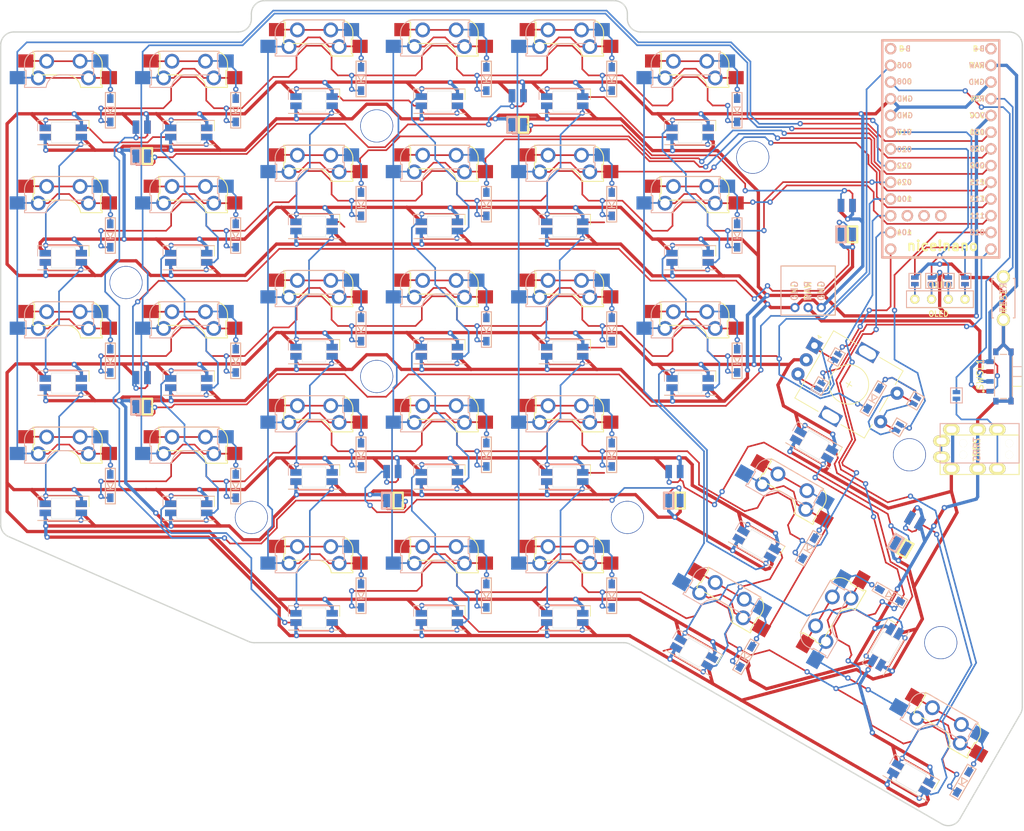
<source format=kicad_pcb>
(kicad_pcb (version 20171130) (host pcbnew "(5.1.6)-1")
  (layers (0 F.Cu signal) (31 B.Cu signal) (34 B.Paste user) (35 F.Paste user) (36 B.SilkS user) (37 F.SilkS user) (38 B.Mask user) (39 F.Mask user) (44 Edge.Cuts user))
  (net 0 "")
  (net 1 GND)
  (net 2 "Net-(BT1-Pad1)")
  (net 3 "Net-(D1-Pad2)")
  (net 4 R0)
  (net 5 "Net-(D2-Pad2)")
  (net 6 "Net-(D3-Pad2)")
  (net 7 "Net-(D4-Pad2)")
  (net 8 "Net-(D5-Pad2)")
  (net 9 "Net-(D6-Pad2)")
  (net 10 "Net-(D7-Pad2)")
  (net 11 R1)
  (net 12 "Net-(D8-Pad2)")
  (net 13 "Net-(D9-Pad2)")
  (net 14 "Net-(D10-Pad2)")
  (net 15 "Net-(D11-Pad2)")
  (net 16 "Net-(D12-Pad2)")
  (net 17 "Net-(D13-Pad2)")
  (net 18 R2)
  (net 19 "Net-(D14-Pad2)")
  (net 20 "Net-(D15-Pad2)")
  (net 21 "Net-(D16-Pad2)")
  (net 22 "Net-(D17-Pad2)")
  (net 23 "Net-(D18-Pad2)")
  (net 24 "Net-(D19-Pad2)")
  (net 25 R3)
  (net 26 "Net-(D20-Pad2)")
  (net 27 "Net-(D21-Pad2)")
  (net 28 "Net-(D22-Pad2)")
  (net 29 "Net-(D23-Pad2)")
  (net 30 "Net-(D24-Pad2)")
  (net 31 "Net-(D25-Pad2)")
  (net 32 R4)
  (net 33 "Net-(D26-Pad2)")
  (net 34 "Net-(D27-Pad2)")
  (net 35 "Net-(D28-Pad2)")
  (net 36 "Net-(D29-Pad2)")
  (net 37 "Net-(D30-Pad2)")
  (net 38 "Net-(D31-Pad2)")
  (net 39 "Net-(J1-PadA)")
  (net 40 VCC)
  (net 41 "Net-(J1-PadB)")
  (net 42 Data)
  (net 43 "Net-(JP2-Pad2)")
  (net 44 "Net-(JP3-Pad2)")
  (net 45 "Net-(JP4-Pad2)")
  (net 46 SCL)
  (net 47 "Net-(JP5-Pad2)")
  (net 48 SDA)
  (net 49 "Net-(L1-Pad1)")
  (net 50 "Net-(L1-Pad3)")
  (net 51 "Net-(L2-Pad3)")
  (net 52 "Net-(L3-Pad1)")
  (net 53 "Net-(L3-Pad3)")
  (net 54 "Net-(L10-Pad1)")
  (net 55 "Net-(L11-Pad3)")
  (net 56 "Net-(L5-Pad3)")
  (net 57 "Net-(L12-Pad1)")
  (net 58 "Net-(L13-Pad3)")
  (net 59 "Net-(L14-Pad1)")
  (net 60 "Net-(L15-Pad3)")
  (net 61 "Net-(L10-Pad3)")
  (net 62 "Net-(L11-Pad1)")
  (net 63 "Net-(L12-Pad3)")
  (net 64 "Net-(L13-Pad1)")
  (net 65 "Net-(L14-Pad3)")
  (net 66 "Net-(L15-Pad1)")
  (net 67 "Net-(L16-Pad3)")
  (net 68 "Net-(L17-Pad1)")
  (net 69 "Net-(L18-Pad3)")
  (net 70 "Net-(L19-Pad1)")
  (net 71 "Net-(L20-Pad3)")
  (net 72 "Net-(L21-Pad1)")
  (net 73 "Net-(L22-Pad3)")
  (net 74 "Net-(L23-Pad1)")
  (net 75 "Net-(L24-Pad3)")
  (net 76 "Net-(L26-Pad3)")
  (net 77 "Net-(L28-Pad3)")
  (net 78 "Net-(L29-Pad3)")
  (net 79 "Net-(L30-Pad1)")
  (net 80 "Net-(L30-Pad3)")
  (net 81 "Net-(L32-Pad3)")
  (net 82 "Net-(L32-Pad1)")
  (net 83 "Net-(L33-Pad3)")
  (net 84 "Net-(L34-Pad3)")
  (net 85 LED)
  (net 86 "Net-(L36-Pad1)")
  (net 87 "Net-(L37-Pad1)")
  (net 88 ROT-A)
  (net 89 ROT-B)
  (net 90 C6)
  (net 91 Reset)
  (net 92 C0)
  (net 93 C1)
  (net 94 C2)
  (net 95 C3)
  (net 96 C4)
  (net 97 C5)
  (net 98 RAW)
  (net 99 "Net-(SWSL1-Pad3)")
  (net 100 "Net-(U1-Pad34)")
  (net 101 "Net-(U1-Pad30)")
  (net 102 "Net-(U1-Pad31)")
  (net 103 "Net-(U1-Pad32)")
  (net 104 "Net-(U1-Pad33)")
  (net 105 "Net-(JP10-Pad2)")
  (net 106 "Net-(JP11-Pad2)")
  (net 107 "Net-(JP14-Pad2)")
  (net 108 "Net-(JP15-Pad2)")
  (net 109 "Net-(SW29-Pad1)")
  (module melo-v1:SK6812MINI_underglow_rev (layer F.Cu) (at 183.356252 73.81875 270)
    (fp_text reference L34 hide)
    (fp_text value SK6812MINI hide)
    (pad 2 smd rect (at -2.2 -0.875 270) (size 2 1) (layers B.Cu B.Paste B.Mask) (net 1 GND))
    (pad 1 smd rect (at -2.2 0.875 270) (size 2 1) (layers B.Cu B.Paste B.Mask) (net 83 "Net-(L33-Pad3)"))
    (pad 4 smd rect (at 2.2 0.875 270) (size 2 1) (layers B.Cu B.Paste B.Mask) (net 40 VCC))
    (pad 3 smd rect (at 2.2 -0.875 270) (size 2 1) (layers B.Cu B.Paste B.Mask) (net 84 "Net-(L34-Pad3)"))
    (pad 2 smd rect (at -2.2 0.875 270) (size 2 1) (layers F.Cu F.Paste F.Mask) (net 1 GND))
    (pad 1 smd rect (at -2.2 -0.875 270) (size 2 1) (layers F.Cu F.Paste F.Mask) (net 83 "Net-(L33-Pad3)"))
    (pad 3 smd rect (at 2.2 0.875 270) (size 2 1) (layers F.Cu F.Paste F.Mask) (net 84 "Net-(L34-Pad3)"))
    (pad 4 smd rect (at 2.2 -0.875 270) (size 2 1) (layers F.Cu F.Paste F.Mask) (net 40 VCC))
  )
  (module melo-v1:SK6812MINI_underglow_rev (layer F.Cu) (at 76.200001 100.0125 270)
    (fp_text reference L35 hide)
    (fp_text value SK6812MINI hide)
    (pad 4 smd rect (at 2.2 -0.875 270) (size 2 1) (layers F.Cu F.Paste F.Mask) (net 40 VCC))
    (pad 3 smd rect (at 2.2 0.875 270) (size 2 1) (layers F.Cu F.Paste F.Mask) (net 85 LED))
    (pad 1 smd rect (at -2.2 -0.875 270) (size 2 1) (layers F.Cu F.Paste F.Mask) (net 84 "Net-(L34-Pad3)"))
    (pad 2 smd rect (at -2.2 0.875 270) (size 2 1) (layers F.Cu F.Paste F.Mask) (net 1 GND))
    (pad 3 smd rect (at 2.2 -0.875 270) (size 2 1) (layers B.Cu B.Paste B.Mask) (net 85 LED))
    (pad 4 smd rect (at 2.2 0.875 270) (size 2 1) (layers B.Cu B.Paste B.Mask) (net 40 VCC))
    (pad 1 smd rect (at -2.2 0.875 270) (size 2 1) (layers B.Cu B.Paste B.Mask) (net 84 "Net-(L34-Pad3)"))
    (pad 2 smd rect (at -2.2 -0.875 270) (size 2 1) (layers B.Cu B.Paste B.Mask) (net 1 GND))
  )
  (module melo-v1:SW_MLL1200S (layer F.Cu) (at 207.16875 97.63125 90)
    (fp_text reference SWSL1 (at 0.3175 -3.556 90) (layer F.SilkS) (effects (font (size 1.000228 1.000228))))
    (fp_text value MLL1200S hide)
    (pad 1 smd rect (at 2.25 -2.05 270) (size 0.7 1.1) (layers B.Cu B.Paste B.Mask) (net 98 RAW))
    (pad G2 smd rect (at -3.75 -1.15 270) (size 1 0.8) (layers B.Cu B.Paste B.Mask) (net 1 GND))
    (pad G4 smd rect (at -3.75 1.15 270) (size 1 0.8) (layers B.Cu B.Paste B.Mask) (net 1 GND))
    (pad 3 smd rect (at -2.25 -2.05 270) (size 0.7 1.1) (layers B.Cu B.Paste B.Mask) (net 99 "Net-(SWSL1-Pad3)"))
    (pad None np_thru_hole circle (at 1.5 0 270) (size 0.9 0.9) (drill 0.9) (layers *.Cu *.Mask))
    (pad G1 smd rect (at 3.75 -1.15 270) (size 1 0.8) (layers B.Cu B.Paste B.Mask) (net 1 GND))
    (pad 2 smd rect (at -0.75 -2.05 270) (size 0.7 1.1) (layers B.Cu B.Paste B.Mask) (net 2 "Net-(BT1-Pad1)"))
    (pad G3 smd rect (at 3.75 1.15 270) (size 1 0.8) (layers B.Cu B.Paste B.Mask) (net 1 GND))
    (pad None np_thru_hole circle (at -1.5 0 270) (size 0.9 0.9) (drill 0.9) (layers *.Cu *.Mask))
    (pad None np_thru_hole circle (at -1.5 0 90) (size 0.9 0.9) (drill 0.9) (layers *.Cu *.Mask))
    (pad None np_thru_hole circle (at 1.5 0 90) (size 0.9 0.9) (drill 0.9) (layers *.Cu *.Mask))
    (pad 1 smd rect (at -2.25 -2.05 90) (size 0.7 1.1) (layers F.Cu F.Paste F.Mask) (net 98 RAW))
    (pad 2 smd rect (at 0.75 -2.05 90) (size 0.7 1.1) (layers F.Cu F.Paste F.Mask) (net 2 "Net-(BT1-Pad1)"))
    (pad 3 smd rect (at 2.25 -2.05 90) (size 0.7 1.1) (layers F.Cu F.Paste F.Mask) (net 99 "Net-(SWSL1-Pad3)"))
    (pad G1 smd rect (at -3.75 -1.15 90) (size 1 0.8) (layers F.Cu F.Paste F.Mask) (net 1 GND))
    (pad G3 smd rect (at -3.75 1.15 90) (size 1 0.8) (layers F.Cu F.Paste F.Mask) (net 1 GND))
    (pad G2 smd rect (at 3.75 -1.15 90) (size 1 0.8) (layers F.Cu F.Paste F.Mask) (net 1 GND))
    (pad G4 smd rect (at 3.75 1.15 90) (size 1 0.8) (layers F.Cu F.Paste F.Mask) (net 1 GND))
  )
  (module melo-v1:HOLE (layer F.Cu) (at 150.01875 119.0625)
    (fp_text reference H7 hide)
    (fp_text value Hole hide)
    (pad "" np_thru_hole circle (at 0 0) (size 5 5) (drill 4.8) (layers *.Cu *.Mask))
  )
  (module melo-v1:Jumper (layer F.Cu) (at 201.326749 83.08975 270)
    (fp_text reference JP2 hide)
    (fp_text value Jumper_2_Open hide)
    (pad 1 smd rect (at -0.50038 0 270) (size 0.635 1.143) (layers F.Cu F.Paste F.Mask) (net 1 GND) (clearance 0.1905))
    (pad 2 smd rect (at 0.50038 0 270) (size 0.635 1.143) (layers F.Cu F.Paste F.Mask) (net 43 "Net-(JP2-Pad2)") (clearance 0.1905))
  )
  (module melo-v1:D3_TH_SMD (layer F.Cu) (at 147.6375 52.3875 90)
    (fp_text reference D5 hide)
    (fp_text value D hide)
    (pad 1 smd rect (at -1.775 0 90) (size 1.3 0.95) (layers F.Cu F.Paste F.Mask) (net 4 R0))
    (pad 2 smd rect (at 1.775 0 90) (size 1.3 0.95) (layers B.Cu B.Paste B.Mask) (net 8 "Net-(D5-Pad2)"))
    (pad 1 smd rect (at -1.775 0 90) (size 1.3 0.95) (layers B.Cu B.Paste B.Mask) (net 4 R0))
    (pad 2 smd rect (at 1.775 0 90) (size 1.3 0.95) (layers F.Cu F.Paste F.Mask) (net 8 "Net-(D5-Pad2)"))
  )
  (module melo-v1:Jumper (layer B.Cu) (at 179.253848 99.075025 240)
    (fp_text reference JP17 hide)
    (fp_text value Jumper_2_Open hide)
    (pad 1 smd rect (at -0.50038 0 240) (size 0.635 1.143) (layers B.Cu B.Paste B.Mask) (net 89 ROT-B) (clearance 0.1905))
    (pad 2 smd rect (at 0.50038 0 240) (size 0.635 1.143) (layers B.Cu B.Paste B.Mask) (net 107 "Net-(JP14-Pad2)") (clearance 0.1905))
  )
  (module melo-v1:MJ-4PP-9 (layer F.Cu) (at 209.55 109.5375 270)
    (fp_text reference J1 hide)
    (fp_text value MJ-4PP-9 hide)
    (fp_text user TRRS (at -0.8255 6.4135 90) (layer B.SilkS) (effects (justify mirror)))
    (fp_text user TRRS (at -0.75 6.45 90) (layer F.SilkS))
    (pad "" np_thru_hole circle (at -1.75 8.5 270) (size 1.2 1.2) (drill 1.2) (layers *.Cu *.Mask F.SilkS))
    (pad "" np_thru_hole circle (at -1.75 1.5 270) (size 1.2 1.2) (drill 1.2) (layers *.Cu *.Mask F.SilkS))
    (pad D thru_hole oval (at -3.85 10.3 270) (size 1.7 2.5) (drill oval 1 1.5) (layers *.Cu *.Mask F.SilkS) (net 40 VCC) (clearance 0.15))
    (pad A thru_hole oval (at 0.35 11.8 270) (size 1.7 2.5) (drill oval 1 1.5) (layers *.Cu *.Mask F.SilkS) (net 39 "Net-(J1-PadA)") (clearance 0.15))
    (pad B thru_hole oval (at -3.85 3.3 270) (size 1.7 2.5) (drill oval 1 1.5) (layers *.Cu *.Mask F.SilkS) (net 41 "Net-(J1-PadB)"))
    (pad C thru_hole oval (at -3.85 6.3 270) (size 1.7 2.5) (drill oval 1 1.5) (layers *.Cu *.Mask F.SilkS) (net 1 GND))
    (pad "" np_thru_hole circle (at 0 1.5 270) (size 1.2 1.2) (drill 1.2) (layers *.Cu *.Mask F.SilkS))
    (pad "" np_thru_hole circle (at 0 8.5 270) (size 1.2 1.2) (drill 1.2) (layers *.Cu *.Mask F.SilkS))
    (pad B thru_hole oval (at 2.1 3.3 270) (size 1.7 2.5) (drill oval 1 1.5) (layers *.Cu *.Mask F.SilkS) (net 41 "Net-(J1-PadB)"))
    (pad C thru_hole oval (at 2.1 6.3 270) (size 1.7 2.5) (drill oval 1 1.5) (layers *.Cu *.Mask F.SilkS) (net 1 GND))
    (pad D thru_hole oval (at 2.1 10.3 270) (size 1.7 2.5) (drill oval 1 1.5) (layers *.Cu *.Mask F.SilkS) (net 40 VCC) (clearance 0.15))
    (pad A thru_hole oval (at -2.1 11.8 270) (size 1.7 2.5) (drill oval 1 1.5) (layers *.Cu *.Mask F.SilkS) (net 39 "Net-(J1-PadA)") (clearance 0.15))
  )
  (module melo-v1:HOLE (layer F.Cu) (at 92.868751 119.0625)
    (fp_text reference H6 hide)
    (fp_text value Hole hide)
    (pad "" np_thru_hole circle (at 0 0) (size 5 5) (drill 4.8) (layers *.Cu *.Mask))
  )
  (module melo-v1:DF3A-3P-2DS_reversible (layer B.Cu) (at 179.48275 87.15375)
    (fp_text reference BT1 hide)
    (fp_text value Battery hide)
    (fp_text user GND (at 0 -2.54 270) (layer F.SilkS) (effects (font (thickness 0.153))))
    (fp_text user RAW (at -2.032 -2.54 270) (layer F.SilkS) (effects (font (thickness 0.153))))
    (fp_text user GND (at -4.064 -2.54 270) (layer F.SilkS) (effects (font (thickness 0.153))))
    (fp_text user GND (at 0 -2.54 270) (layer B.SilkS) (effects (font (thickness 0.153)) (justify mirror)))
    (fp_text user GND (at -4.064 -2.54 -90) (layer B.SilkS) (effects (font (thickness 0.153)) (justify mirror)))
    (fp_text user RAW (at -2.032 -2.54 -90) (layer B.SilkS) (effects (font (thickness 0.153)) (justify mirror)))
    (pad 2 thru_hole circle (at 0.000001 0) (size 1.397 1.397) (drill 0.8128) (layers *.Cu *.Mask) (net 1 GND))
    (pad 1 thru_hole circle (at -2 0) (size 1.397 1.397) (drill 0.8128) (layers *.Cu *.Mask) (net 2 "Net-(BT1-Pad1)"))
    (pad 2 thru_hole circle (at -4.000001 0) (size 1.397 1.397) (drill 0.8128) (layers *.Cu *.Mask) (net 1 GND))
  )
  (module melo-v1:Jumper (layer F.Cu) (at 193.70675 83.08213 270)
    (fp_text reference JP5 hide)
    (fp_text value Jumper_2_Open hide)
    (pad 1 smd rect (at -0.50038 0 270) (size 0.635 1.143) (layers F.Cu F.Paste F.Mask) (net 48 SDA) (clearance 0.1905))
    (pad 2 smd rect (at 0.50038 0 270) (size 0.635 1.143) (layers F.Cu F.Paste F.Mask) (net 47 "Net-(JP5-Pad2)") (clearance 0.1905))
  )
  (module melo-v1:OLED (layer F.Cu) (at 193.70675 85.883749)
    (fp_text reference OL1 hide)
    (fp_text value OLED (at 3.6 2.2225) (layer F.SilkS) (effects (font (size 0.8128 0.8128))))
    (fp_text user OLED (at 3.8 -2.1) (layer F.SilkS))
    (fp_text user OLED (at 3.75 -2.1) (layer B.SilkS) (effects (justify mirror)))
    (pad 1 thru_hole circle (at 0 0) (size 1.397 1.397) (drill 0.8128) (layers *.Cu *.Mask F.SilkS) (net 47 "Net-(JP5-Pad2)"))
    (pad 2 thru_hole circle (at 2.54 0) (size 1.397 1.397) (drill 0.8128) (layers *.Cu *.Mask F.SilkS) (net 45 "Net-(JP4-Pad2)"))
    (pad 3 thru_hole circle (at 5.08 0) (size 1.397 1.397) (drill 0.8128) (layers *.Cu *.Mask F.SilkS) (net 44 "Net-(JP3-Pad2)"))
    (pad 4 thru_hole circle (at 7.62 0) (size 1.397 1.397) (drill 0.8128) (layers *.Cu *.Mask F.SilkS) (net 43 "Net-(JP2-Pad2)"))
  )
  (module melo-v1:HOLE (layer F.Cu) (at 169.06875 64.29375)
    (fp_text reference H3 hide)
    (fp_text value Hole hide)
    (pad "" np_thru_hole circle (at 0 0) (size 5 5) (drill 4.8) (layers *.Cu *.Mask))
  )
  (module melo-v1:D3_TH_SMD (layer F.Cu) (at 147.6375 71.4375 90)
    (fp_text reference D11 hide)
    (fp_text value D hide)
    (pad 1 smd rect (at -1.775 0 90) (size 1.3 0.95) (layers F.Cu F.Paste F.Mask) (net 11 R1))
    (pad 2 smd rect (at 1.775 0 90) (size 1.3 0.95) (layers B.Cu B.Paste B.Mask) (net 15 "Net-(D11-Pad2)"))
    (pad 1 smd rect (at -1.775 0 90) (size 1.3 0.95) (layers B.Cu B.Paste B.Mask) (net 11 R1))
    (pad 2 smd rect (at 1.775 0 90) (size 1.3 0.95) (layers F.Cu F.Paste F.Mask) (net 15 "Net-(D11-Pad2)"))
  )
  (module melo-v1:Jumper (layer B.Cu) (at 191.166282 105.366084 240)
    (fp_text reference JP12 hide)
    (fp_text value Jumper_2_Open hide)
    (pad 2 smd rect (at 0.50038 0 240) (size 0.635 1.143) (layers B.Cu B.Paste B.Mask) (net 106 "Net-(JP11-Pad2)") (clearance 0.1905))
    (pad 1 smd rect (at -0.50038 0 240) (size 0.635 1.143) (layers B.Cu B.Paste B.Mask) (net 90 C6) (clearance 0.1905))
  )
  (module melo-v1:SK6812MINI_underglow_rev (layer F.Cu) (at 114.3 114.3 270)
    (fp_text reference L36 hide)
    (fp_text value SK6812MINI hide)
    (pad 2 smd rect (at -2.2 -0.875 270) (size 2 1) (layers B.Cu B.Paste B.Mask) (net 1 GND))
    (pad 1 smd rect (at -2.2 0.875 270) (size 2 1) (layers B.Cu B.Paste B.Mask) (net 86 "Net-(L36-Pad1)"))
    (pad 4 smd rect (at 2.2 0.875 270) (size 2 1) (layers B.Cu B.Paste B.Mask) (net 40 VCC))
    (pad 3 smd rect (at 2.2 -0.875 270) (size 2 1) (layers B.Cu B.Paste B.Mask) (net 82 "Net-(L32-Pad1)"))
    (pad 2 smd rect (at -2.2 0.875 270) (size 2 1) (layers F.Cu F.Paste F.Mask) (net 1 GND))
    (pad 1 smd rect (at -2.2 -0.875 270) (size 2 1) (layers F.Cu F.Paste F.Mask) (net 86 "Net-(L36-Pad1)"))
    (pad 3 smd rect (at 2.2 0.875 270) (size 2 1) (layers F.Cu F.Paste F.Mask) (net 82 "Net-(L32-Pad1)"))
    (pad 4 smd rect (at 2.2 -0.875 270) (size 2 1) (layers F.Cu F.Paste F.Mask) (net 40 VCC))
  )
  (module melo-v1:D3_TH_SMD (layer F.Cu) (at 109.5375 52.3875 90)
    (fp_text reference D3 hide)
    (fp_text value D hide)
    (pad 1 smd rect (at -1.775 0 90) (size 1.3 0.95) (layers F.Cu F.Paste F.Mask) (net 4 R0))
    (pad 2 smd rect (at 1.775 0 90) (size 1.3 0.95) (layers B.Cu B.Paste B.Mask) (net 6 "Net-(D3-Pad2)"))
    (pad 1 smd rect (at -1.775 0 90) (size 1.3 0.95) (layers B.Cu B.Paste B.Mask) (net 4 R0))
    (pad 2 smd rect (at 1.775 0 90) (size 1.3 0.95) (layers F.Cu F.Paste F.Mask) (net 6 "Net-(D3-Pad2)"))
  )
  (module melo-v1:SK6812MINI_underglow_rev (layer F.Cu) (at 157.1625 114.3 270)
    (fp_text reference L37 hide)
    (fp_text value SK6812MINI hide)
    (pad 2 smd rect (at -2.2 -0.875 270) (size 2 1) (layers B.Cu B.Paste B.Mask) (net 1 GND))
    (pad 1 smd rect (at -2.2 0.875 270) (size 2 1) (layers B.Cu B.Paste B.Mask) (net 87 "Net-(L37-Pad1)"))
    (pad 4 smd rect (at 2.2 0.875 270) (size 2 1) (layers B.Cu B.Paste B.Mask) (net 40 VCC))
    (pad 3 smd rect (at 2.2 -0.875 270) (size 2 1) (layers B.Cu B.Paste B.Mask) (net 86 "Net-(L36-Pad1)"))
    (pad 2 smd rect (at -2.2 0.875 270) (size 2 1) (layers F.Cu F.Paste F.Mask) (net 1 GND))
    (pad 1 smd rect (at -2.2 -0.875 270) (size 2 1) (layers F.Cu F.Paste F.Mask) (net 87 "Net-(L37-Pad1)"))
    (pad 3 smd rect (at 2.2 0.875 270) (size 2 1) (layers F.Cu F.Paste F.Mask) (net 86 "Net-(L36-Pad1)"))
    (pad 4 smd rect (at 2.2 -0.875 270) (size 2 1) (layers F.Cu F.Paste F.Mask) (net 40 VCC))
  )
  (module melo-v1:D3_TH_SMD (layer F.Cu) (at 128.5875 109.5375 90)
    (fp_text reference D22 hide)
    (fp_text value D hide)
    (pad 1 smd rect (at -1.775 0 90) (size 1.3 0.95) (layers F.Cu F.Paste F.Mask) (net 25 R3))
    (pad 2 smd rect (at 1.775 0 90) (size 1.3 0.95) (layers B.Cu B.Paste B.Mask) (net 28 "Net-(D22-Pad2)"))
    (pad 1 smd rect (at -1.775 0 90) (size 1.3 0.95) (layers B.Cu B.Paste B.Mask) (net 25 R3))
    (pad 2 smd rect (at 1.775 0 90) (size 1.3 0.95) (layers F.Cu F.Paste F.Mask) (net 28 "Net-(D22-Pad2)"))
  )
  (module melo-v1:HOLE (layer F.Cu) (at 111.91875 97.63125)
    (fp_text reference H4 hide)
    (fp_text value Hole hide)
    (pad "" np_thru_hole circle (at 0 0) (size 5 5) (drill 4.8) (layers *.Cu *.Mask))
  )
  (module melo-v1:HOLE (layer F.Cu) (at 192.88125 109.5375)
    (fp_text reference H5 hide)
    (fp_text value Hole hide)
    (pad "" np_thru_hole circle (at 0 0) (size 5 5) (drill 4.8) (layers *.Cu *.Mask))
  )
  (module melo-v1:Jumper (layer F.Cu) (at 196.246752 83.089749 270)
    (fp_text reference JP4 hide)
    (fp_text value Jumper_2_Open hide)
    (pad 1 smd rect (at -0.50038 0 270) (size 0.635 1.143) (layers F.Cu F.Paste F.Mask) (net 46 SCL) (clearance 0.1905))
    (pad 2 smd rect (at 0.50038 0 270) (size 0.635 1.143) (layers F.Cu F.Paste F.Mask) (net 45 "Net-(JP4-Pad2)") (clearance 0.1905))
  )
  (module melo-v1:Jumper (layer B.Cu) (at 200.025 100.51288 270)
    (fp_text reference JP1 hide)
    (fp_text value Jumper_2_Open hide)
    (pad 1 smd rect (at -0.50038 0 270) (size 0.635 1.143) (layers B.Cu B.Paste B.Mask) (net 42 Data) (clearance 0.1905))
    (pad 2 smd rect (at 0.50038 0 270) (size 0.635 1.143) (layers B.Cu B.Paste B.Mask) (net 41 "Net-(J1-PadB)") (clearance 0.1905))
  )
  (module melo-v1:Jumper (layer B.Cu) (at 201.326749 83.08975 270)
    (fp_text reference JP6 hide)
    (fp_text value Jumper_2_Open hide)
    (pad 1 smd rect (at -0.50038 0 270) (size 0.635 1.143) (layers B.Cu B.Paste B.Mask) (net 48 SDA) (clearance 0.1905))
    (pad 2 smd rect (at 0.50038 0 270) (size 0.635 1.143) (layers B.Cu B.Paste B.Mask) (net 43 "Net-(JP2-Pad2)") (clearance 0.1905))
  )
  (module melo-v1:D3_TH_SMD (layer F.Cu) (at 90.487501 76.199999 90)
    (fp_text reference D8 hide)
    (fp_text value D hide)
    (pad 1 smd rect (at -1.775 0 90) (size 1.3 0.95) (layers F.Cu F.Paste F.Mask) (net 11 R1))
    (pad 2 smd rect (at 1.775 0 90) (size 1.3 0.95) (layers B.Cu B.Paste B.Mask) (net 12 "Net-(D8-Pad2)"))
    (pad 1 smd rect (at -1.775 0 90) (size 1.3 0.95) (layers B.Cu B.Paste B.Mask) (net 11 R1))
    (pad 2 smd rect (at 1.775 0 90) (size 1.3 0.95) (layers F.Cu F.Paste F.Mask) (net 12 "Net-(D8-Pad2)"))
  )
  (module melo-v1:HOLE (layer F.Cu) (at 73.818751 83.34375)
    (fp_text reference H1 hide)
    (fp_text value Hole hide)
    (pad "" np_thru_hole circle (at 0 0) (size 5 5) (drill 4.8) (layers *.Cu *.Mask))
  )
  (module melo-v1:nice_nano (layer F.Cu) (at 197.64375 64.29375 270)
    (fp_text reference U1 hide)
    (fp_text value nice_nano hide)
    (fp_text user B+ (at -16.51 -5.778477) (layer F.SilkS) (effects (font (size 0.8 0.8))))
    (fp_text user B+ (at -16.51 -5.778477) (layer B.SilkS) (effects (font (size 0.8 0.8)) (justify mirror)))
    (fp_text user B- (at -16.51 5.461) (layer B.SilkS) (effects (font (size 0.8 0.8)) (justify mirror)))
    (fp_text user B- (at -16.51 5.461) (layer F.SilkS) (effects (font (size 0.8 0.8))))
    (fp_text user RST (at -8.89 -5.588) (layer B.SilkS) (effects (font (size 0.8 0.8)) (justify mirror)))
    (fp_text user 006 (at -13.97 5.53719) (layer F.SilkS) (effects (font (size 0.8 0.8))))
    (fp_text user 006 (at -13.97 5.53719) (layer B.SilkS) (effects (font (size 0.8 0.8)) (justify mirror)))
    (fp_text user 008 (at -11.5 5.53719) (layer F.SilkS) (effects (font (size 0.8 0.8))))
    (fp_text user 020 (at -1.2 5.53719) (layer F.SilkS) (effects (font (size 0.8 0.8))))
    (fp_text user 017 (at -3.8 5.53719) (layer F.SilkS) (effects (font (size 0.8 0.8))))
    (fp_text user GND (at -6.35 5.461) (layer F.SilkS) (effects (font (size 0.8 0.8))))
    (fp_text user GND (at -8.89 5.461) (layer F.SilkS) (effects (font (size 0.8 0.8))))
    (fp_text user 022 (at 1.3 5.53719) (layer F.SilkS) (effects (font (size 0.8 0.8))))
    (fp_text user 024 (at 3.81 5.53719) (layer F.SilkS) (effects (font (size 0.8 0.8))))
    (fp_text user 100 (at 6.35 5.53719) (layer F.SilkS) (effects (font (size 0.8 0.8))))
    (fp_text user 104 (at 11.43 5.53719) (layer F.SilkS) (effects (font (size 0.8 0.8))))
    (fp_text user 010 (at 11.43 -5.537191) (layer B.SilkS) (effects (font (size 0.8 0.8)) (justify mirror)))
    (fp_text user 111 (at 8.89 -5.537191) (layer F.SilkS) (effects (font (size 0.8 0.8))))
    (fp_text user 113 (at 6.35 -5.537191) (layer F.SilkS) (effects (font (size 0.8 0.8))))
    (fp_text user 115 (at 3.81 -5.537191) (layer B.SilkS) (effects (font (size 0.8 0.8)) (justify mirror)))
    (fp_text user 002 (at 1.27 -5.537191) (layer B.SilkS) (effects (font (size 0.8 0.8)) (justify mirror)))
    (fp_text user 029 (at -1.27 -5.537191) (layer B.SilkS) (effects (font (size 0.8 0.8)) (justify mirror)))
    (fp_text user 031 (at -3.81 -5.537191) (layer F.SilkS) (effects (font (size 0.8 0.8))))
    (fp_text user VCC (at -6.35 -5.537191) (layer F.SilkS) (effects (font (size 0.8 0.8))))
    (fp_text user RST (at -8.89 -5.588) (layer F.SilkS) (effects (font (size 0.8 0.8))))
    (fp_text user GND (at -11.43 -5.454667) (layer F.SilkS) (effects (font (size 0.8 0.8))))
    (fp_text user RAW (at -13.97 -5.473715) (layer F.SilkS) (effects (font (size 0.8 0.8))))
    (fp_text user RAW (at -13.97 -5.473715) (layer B.SilkS) (effects (font (size 0.8 0.8)) (justify mirror)))
    (fp_text user GND (at -11.43 -5.454667) (layer B.SilkS) (effects (font (size 0.8 0.8)) (justify mirror)))
    (fp_text user VCC (at -6.35 -5.537191) (layer B.SilkS) (effects (font (size 0.8 0.8)) (justify mirror)))
    (fp_text user 031 (at -3.81 -5.537191) (layer B.SilkS) (effects (font (size 0.8 0.8)) (justify mirror)))
    (fp_text user 029 (at -1.27 -5.537191) (layer F.SilkS) (effects (font (size 0.8 0.8))))
    (fp_text user 002 (at 1.27 -5.537191) (layer F.SilkS) (effects (font (size 0.8 0.8))))
    (fp_text user 115 (at 3.81 -5.537191) (layer F.SilkS) (effects (font (size 0.8 0.8))))
    (fp_text user 113 (at 6.35 -5.537191) (layer B.SilkS) (effects (font (size 0.8 0.8)) (justify mirror)))
    (fp_text user 111 (at 8.89 -5.537191) (layer B.SilkS) (effects (font (size 0.8 0.8)) (justify mirror)))
    (fp_text user 010 (at 11.43 -5.537191) (layer F.SilkS) (effects (font (size 0.8 0.8))))
    (fp_text user 104 (at 11.43 5.53719) (layer B.SilkS) (effects (font (size 0.8 0.8)) (justify mirror)))
    (fp_text user 100 (at 6.35 5.53719) (layer B.SilkS) (effects (font (size 0.8 0.8)) (justify mirror)))
    (fp_text user 024 (at 3.8 5.53719) (layer B.SilkS) (effects (font (size 0.8 0.8)) (justify mirror)))
    (fp_text user 022 (at 1.3 5.53719) (layer B.SilkS) (effects (font (size 0.8 0.8)) (justify mirror)))
    (fp_text user GND (at -8.89 5.461) (layer B.SilkS) (effects (font (size 0.8 0.8)) (justify mirror)))
    (fp_text user GND (at -6.35 5.461) (layer B.SilkS) (effects (font (size 0.8 0.8)) (justify mirror)))
    (fp_text user 017 (at -3.81 5.53719) (layer B.SilkS) (effects (font (size 0.8 0.8)) (justify mirror)))
    (fp_text user 020 (at -1.2 5.53719) (layer B.SilkS) (effects (font (size 0.8 0.8)) (justify mirror)))
    (fp_text user 008 (at -11.5 5.53719) (layer B.SilkS) (effects (font (size 0.8 0.8)) (justify mirror)))
    (fp_text user nice!nano (at 13.462 -0.254) (layer F.SilkS) (effects (font (size 1.5 1.5) (thickness 0.3))))
    (pad 33 thru_hole circle (at 8.89 0 270) (size 1.7526 1.7526) (drill 1.0922) (layers *.Cu *.SilkS *.Mask) (net 104 "Net-(U1-Pad33)"))
    (pad 32 thru_hole circle (at 8.89 2.54 270) (size 1.7526 1.7526) (drill 1.0922) (layers *.Cu *.SilkS *.Mask) (net 103 "Net-(U1-Pad32)"))
    (pad 31 thru_hole circle (at 8.89 5.08 270) (size 1.7526 1.7526) (drill 1.0922) (layers *.Cu *.SilkS *.Mask) (net 102 "Net-(U1-Pad31)"))
    (pad 30 thru_hole circle (at -16.51 7.62 270) (size 1.7526 1.7526) (drill 1.0922) (layers *.Cu *.SilkS *.Mask) (net 101 "Net-(U1-Pad30)"))
    (pad 34 thru_hole circle (at -16.51 -7.62 270) (size 1.7526 1.7526) (drill 1.0922) (layers *.Cu *.SilkS *.Mask) (net 100 "Net-(U1-Pad34)"))
    (pad 24 thru_hole circle (at -13.97 -7.62 270) (size 1.7526 1.7526) (drill 1.0922) (layers *.Cu *.SilkS *.Mask) (net 98 RAW))
    (pad 12 thru_hole circle (at 13.97 7.62 270) (size 1.7526 1.7526) (drill 1.0922) (layers *.Cu *.SilkS *.Mask) (net 88 ROT-A))
    (pad 23 thru_hole circle (at -11.43 -7.62 270) (size 1.7526 1.7526) (drill 1.0922) (layers *.Cu *.SilkS *.Mask) (net 1 GND))
    (pad 22 thru_hole circle (at -8.89 -7.62 270) (size 1.7526 1.7526) (drill 1.0922) (layers *.Cu *.SilkS *.Mask) (net 91 Reset))
    (pad 21 thru_hole circle (at -6.35 -7.62 270) (size 1.7526 1.7526) (drill 1.0922) (layers *.Cu *.SilkS *.Mask) (net 40 VCC))
    (pad 20 thru_hole circle (at -3.81 -7.62 270) (size 1.7526 1.7526) (drill 1.0922) (layers *.Cu *.SilkS *.Mask) (net 92 C0))
    (pad 19 thru_hole circle (at -1.27 -7.62 270) (size 1.7526 1.7526) (drill 1.0922) (layers *.Cu *.SilkS *.Mask) (net 93 C1))
    (pad 18 thru_hole circle (at 1.27 -7.62 270) (size 1.7526 1.7526) (drill 1.0922) (layers *.Cu *.SilkS *.Mask) (net 94 C2))
    (pad 17 thru_hole circle (at 3.81 -7.62 270) (size 1.7526 1.7526) (drill 1.0922) (layers *.Cu *.SilkS *.Mask) (net 95 C3))
    (pad 16 thru_hole circle (at 6.35 -7.62 270) (size 1.7526 1.7526) (drill 1.0922) (layers *.Cu *.SilkS *.Mask) (net 96 C4))
    (pad 15 thru_hole circle (at 8.89 -7.62 270) (size 1.7526 1.7526) (drill 1.0922) (layers *.Cu *.SilkS *.Mask) (net 97 C5))
    (pad 14 thru_hole circle (at 11.43 -7.62 270) (size 1.7526 1.7526) (drill 1.0922) (layers *.Cu *.SilkS *.Mask) (net 90 C6))
    (pad 13 thru_hole circle (at 13.97 -7.62 270) (size 1.7526 1.7526) (drill 1.0922) (layers *.Cu *.SilkS *.Mask) (net 89 ROT-B))
    (pad 11 thru_hole circle (at 11.43 7.62 270) (size 1.7526 1.7526) (drill 1.0922) (layers *.Cu *.SilkS *.Mask) (net 32 R4))
    (pad 10 thru_hole circle (at 8.89 7.62 270) (size 1.7526 1.7526) (drill 1.0922) (layers *.Cu *.SilkS *.Mask) (net 25 R3))
    (pad 9 thru_hole circle (at 6.35 7.62 270) (size 1.7526 1.7526) (drill 1.0922) (layers *.Cu *.SilkS *.Mask) (net 18 R2))
    (pad 8 thru_hole circle (at 3.81 7.62 270) (size 1.7526 1.7526) (drill 1.0922) (layers *.Cu *.SilkS *.Mask) (net 11 R1))
    (pad 7 thru_hole circle (at 1.27 7.62 270) (size 1.7526 1.7526) (drill 1.0922) (layers *.Cu *.SilkS *.Mask) (net 4 R0))
    (pad 6 thru_hole circle (at -1.27 7.62 270) (size 1.7526 1.7526) (drill 1.0922) (layers *.Cu *.SilkS *.Mask) (net 46 SCL))
    (pad 5 thru_hole circle (at -3.81 7.62 270) (size 1.7526 1.7526) (drill 1.0922) (layers *.Cu *.SilkS *.Mask) (net 48 SDA))
    (pad 4 thru_hole circle (at -6.35 7.62 270) (size 1.7526 1.7526) (drill 1.0922) (layers *.Cu *.SilkS *.Mask) (net 1 GND))
    (pad 3 thru_hole circle (at -8.89 7.62 270) (size 1.7526 1.7526) (drill 1.0922) (layers *.Cu *.SilkS *.Mask) (net 1 GND))
    (pad 2 thru_hole circle (at -11.43 7.62 270) (size 1.7526 1.7526) (drill 1.0922) (layers *.Cu *.SilkS *.Mask) (net 42 Data))
    (pad 1 thru_hole circle (at -13.97 7.62 270) (size 1.7526 1.7526) (drill 1.0922) (layers *.Cu *.SilkS *.Mask) (net 85 LED))
  )
  (module melo-v1:ResetSW (layer F.Cu) (at 207.16875 85.725 90)
    (fp_text reference RST1 hide)
    (fp_text value SW_PUSH hide)
    (fp_text user RESET (at 0.127 0 90) (layer B.SilkS) (effects (justify mirror)))
    (fp_text user RESET (at 0 0 90) (layer F.SilkS))
    (pad 1 thru_hole circle (at 3.25 0 90) (size 2 2) (drill 1.3) (layers *.Cu *.Mask F.SilkS) (net 91 Reset))
    (pad 2 thru_hole circle (at -3.25 0 90) (size 2 2) (drill 1.3) (layers *.Cu *.Mask F.SilkS) (net 1 GND))
  )
  (module melo-v1:D3_TH_SMD (layer F.Cu) (at 71.437501 114.3 90)
    (fp_text reference D19 hide)
    (fp_text value D hide)
    (pad 1 smd rect (at -1.775 0 90) (size 1.3 0.95) (layers F.Cu F.Paste F.Mask) (net 25 R3))
    (pad 2 smd rect (at 1.775 0 90) (size 1.3 0.95) (layers B.Cu B.Paste B.Mask) (net 24 "Net-(D19-Pad2)"))
    (pad 1 smd rect (at -1.775 0 90) (size 1.3 0.95) (layers B.Cu B.Paste B.Mask) (net 25 R3))
    (pad 2 smd rect (at 1.775 0 90) (size 1.3 0.95) (layers F.Cu F.Paste F.Mask) (net 24 "Net-(D19-Pad2)"))
  )
  (module melo-v1:SK6812MINI_underglow_rev (layer F.Cu) (at 133.35 57.15 270)
    (fp_text reference L33 hide)
    (fp_text value SK6812MINI hide)
    (pad 2 smd rect (at -2.2 -0.875 270) (size 2 1) (layers B.Cu B.Paste B.Mask) (net 1 GND))
    (pad 1 smd rect (at -2.2 0.875 270) (size 2 1) (layers B.Cu B.Paste B.Mask) (net 81 "Net-(L32-Pad3)"))
    (pad 4 smd rect (at 2.2 0.875 270) (size 2 1) (layers B.Cu B.Paste B.Mask) (net 40 VCC))
    (pad 3 smd rect (at 2.2 -0.875 270) (size 2 1) (layers B.Cu B.Paste B.Mask) (net 83 "Net-(L33-Pad3)"))
    (pad 2 smd rect (at -2.2 0.875 270) (size 2 1) (layers F.Cu F.Paste F.Mask) (net 1 GND))
    (pad 1 smd rect (at -2.2 -0.875 270) (size 2 1) (layers F.Cu F.Paste F.Mask) (net 81 "Net-(L32-Pad3)"))
    (pad 3 smd rect (at 2.2 0.875 270) (size 2 1) (layers F.Cu F.Paste F.Mask) (net 83 "Net-(L33-Pad3)"))
    (pad 4 smd rect (at 2.2 -0.875 270) (size 2 1) (layers F.Cu F.Paste F.Mask) (net 40 VCC))
  )
  (module melo-v1:Jumper (layer B.Cu) (at 193.70675 83.089749 270)
    (fp_text reference JP9 hide)
    (fp_text value Jumper_2_Open hide)
    (pad 1 smd rect (at -0.50038 0 270) (size 0.635 1.143) (layers B.Cu B.Paste B.Mask) (net 1 GND) (clearance 0.1905))
    (pad 2 smd rect (at 0.50038 0 270) (size 0.635 1.143) (layers B.Cu B.Paste B.Mask) (net 47 "Net-(JP5-Pad2)") (clearance 0.1905))
  )
  (module melo-v1:Jumper (layer F.Cu) (at 198.78675 83.089749 270)
    (fp_text reference JP3 hide)
    (fp_text value Jumper_2_Open hide)
    (pad 1 smd rect (at -0.50038 0 270) (size 0.635 1.143) (layers F.Cu F.Paste F.Mask) (net 40 VCC) (clearance 0.1905))
    (pad 2 smd rect (at 0.50038 0 270) (size 0.635 1.143) (layers F.Cu F.Paste F.Mask) (net 44 "Net-(JP3-Pad2)") (clearance 0.1905))
  )
  (module melo-v1:HOLE (layer F.Cu) (at 197.64375 138.1125)
    (fp_text reference H8 hide)
    (fp_text value Hole hide)
    (pad "" np_thru_hole circle (at 0 0) (size 5 5) (drill 4.8) (layers *.Cu *.Mask))
  )
  (module melo-v1:HOLE (layer F.Cu) (at 111.91875 59.53125)
    (fp_text reference H2 hide)
    (fp_text value Hole hide)
    (pad "" np_thru_hole circle (at 0 0) (size 5 5) (drill 4.8) (layers *.Cu *.Mask))
  )
  (module melo-v1:SK6812MINI_underglow_rev (layer F.Cu) (at 192.624801 121.466655 240)
    (fp_text reference L38 hide)
    (fp_text value SK6812MINI hide)
    (pad 2 smd rect (at -2.2 -0.875 240) (size 2 1) (layers B.Cu B.Paste B.Mask) (net 1 GND))
    (pad 1 smd rect (at -2.2 0.875 240) (size 2 1) (layers B.Cu B.Paste B.Mask) (net 80 "Net-(L30-Pad3)"))
    (pad 4 smd rect (at 2.2 0.875 240) (size 2 1) (layers B.Cu B.Paste B.Mask) (net 40 VCC))
    (pad 3 smd rect (at 2.2 -0.875 240) (size 2 1) (layers B.Cu B.Paste B.Mask) (net 87 "Net-(L37-Pad1)"))
    (pad 2 smd rect (at -2.2 0.875 240) (size 2 1) (layers F.Cu F.Paste F.Mask) (net 1 GND))
    (pad 1 smd rect (at -2.2 -0.875 240) (size 2 1) (layers F.Cu F.Paste F.Mask) (net 80 "Net-(L30-Pad3)"))
    (pad 3 smd rect (at 2.2 0.875 240) (size 2 1) (layers F.Cu F.Paste F.Mask) (net 87 "Net-(L37-Pad1)"))
    (pad 4 smd rect (at 2.2 -0.875 240) (size 2 1) (layers F.Cu F.Paste F.Mask) (net 40 VCC))
  )
  (module melo-v1:YS-SK6812MINI-E_2sides (layer F.Cu) (at 83.343751 60.53125 180)
    (fp_text reference L2 hide)
    (fp_text value SK6812MINI hide)
    (fp_line (start 1.8 -1.55) (end 1.8 1.55) (layer Edge.Cuts) (width 0.05))
    (fp_line (start 1.8 1.55) (end -1.8 1.55) (layer Edge.Cuts) (width 0.05))
    (fp_line (start -1.8 1.55) (end -1.8 -1.55) (layer Edge.Cuts) (width 0.05))
    (fp_line (start -1.8 -1.55) (end 1.8 -1.55) (layer Edge.Cuts) (width 0.05))
    (pad 4 smd rect (at -2.75 -0.7 180) (size 1.7 1) (layers F.Cu F.Paste F.Mask) (net 40 VCC))
    (pad 3 smd rect (at -2.75 0.7 180) (size 1.7 1) (layers F.Cu F.Paste F.Mask) (net 51 "Net-(L2-Pad3)"))
    (pad 1 smd rect (at 2.75 -0.7 180) (size 1.7 1) (layers F.Cu F.Paste F.Mask) (net 50 "Net-(L1-Pad3)"))
    (pad 2 smd rect (at 2.75 0.7 180) (size 1.7 1) (layers F.Cu F.Paste F.Mask) (net 1 GND))
    (pad 1 smd rect (at -2.75 -0.7) (size 1.7 1) (layers B.Cu B.Paste B.Mask) (net 50 "Net-(L1-Pad3)"))
    (pad 4 smd rect (at 2.75 -0.7) (size 1.7 1) (layers B.Cu B.Paste B.Mask) (net 40 VCC))
    (pad 2 smd rect (at -2.75 0.7) (size 1.7 1) (layers B.Cu B.Paste B.Mask) (net 1 GND))
    (pad 3 smd rect (at 2.75 0.7) (size 1.7 1) (layers B.Cu B.Paste B.Mask) (net 51 "Net-(L2-Pad3)"))
  )
  (module melo-v1:YS-SK6812MINI-E_2sides (layer F.Cu) (at 193.144462 158.666578 150)
    (fp_text reference L30 hide)
    (fp_text value SK6812MINI hide)
    (fp_line (start 1.8 -1.55) (end 1.8 1.55) (layer Edge.Cuts) (width 0.05))
    (fp_line (start 1.8 1.55) (end -1.8 1.55) (layer Edge.Cuts) (width 0.05))
    (fp_line (start -1.8 1.55) (end -1.8 -1.55) (layer Edge.Cuts) (width 0.05))
    (fp_line (start -1.8 -1.55) (end 1.8 -1.55) (layer Edge.Cuts) (width 0.05))
    (pad 4 smd rect (at -2.75 -0.7 150) (size 1.7 1) (layers F.Cu F.Paste F.Mask) (net 40 VCC))
    (pad 3 smd rect (at -2.75 0.7 150) (size 1.7 1) (layers F.Cu F.Paste F.Mask) (net 80 "Net-(L30-Pad3)"))
    (pad 1 smd rect (at 2.75 -0.7 150) (size 1.7 1) (layers F.Cu F.Paste F.Mask) (net 79 "Net-(L30-Pad1)"))
    (pad 2 smd rect (at 2.75 0.7 150) (size 1.7 1) (layers F.Cu F.Paste F.Mask) (net 1 GND))
    (pad 1 smd rect (at -2.75 -0.7 330) (size 1.7 1) (layers B.Cu B.Paste B.Mask) (net 79 "Net-(L30-Pad1)"))
    (pad 4 smd rect (at 2.75 -0.7 330) (size 1.7 1) (layers B.Cu B.Paste B.Mask) (net 40 VCC))
    (pad 2 smd rect (at -2.75 0.7 330) (size 1.7 1) (layers B.Cu B.Paste B.Mask) (net 1 GND))
    (pad 3 smd rect (at 2.75 0.7 330) (size 1.7 1) (layers B.Cu B.Paste B.Mask) (net 80 "Net-(L30-Pad3)"))
  )
  (module melo-v1:YS-SK6812MINI-E_2sides (layer F.Cu) (at 140.493751 112.918749 180)
    (fp_text reference L23 hide)
    (fp_text value SK6812MINI hide)
    (fp_line (start 1.8 -1.55) (end 1.8 1.55) (layer Edge.Cuts) (width 0.05))
    (fp_line (start 1.8 1.55) (end -1.8 1.55) (layer Edge.Cuts) (width 0.05))
    (fp_line (start -1.8 1.55) (end -1.8 -1.55) (layer Edge.Cuts) (width 0.05))
    (fp_line (start -1.8 -1.55) (end 1.8 -1.55) (layer Edge.Cuts) (width 0.05))
    (pad 4 smd rect (at -2.75 -0.7 180) (size 1.7 1) (layers F.Cu F.Paste F.Mask) (net 40 VCC))
    (pad 3 smd rect (at -2.75 0.7 180) (size 1.7 1) (layers F.Cu F.Paste F.Mask) (net 68 "Net-(L17-Pad1)"))
    (pad 1 smd rect (at 2.75 -0.7 180) (size 1.7 1) (layers F.Cu F.Paste F.Mask) (net 74 "Net-(L23-Pad1)"))
    (pad 2 smd rect (at 2.75 0.7 180) (size 1.7 1) (layers F.Cu F.Paste F.Mask) (net 1 GND))
    (pad 1 smd rect (at -2.75 -0.7) (size 1.7 1) (layers B.Cu B.Paste B.Mask) (net 74 "Net-(L23-Pad1)"))
    (pad 4 smd rect (at 2.75 -0.7) (size 1.7 1) (layers B.Cu B.Paste B.Mask) (net 40 VCC))
    (pad 2 smd rect (at -2.75 0.7) (size 1.7 1) (layers B.Cu B.Paste B.Mask) (net 1 GND))
    (pad 3 smd rect (at 2.75 0.7) (size 1.7 1) (layers B.Cu B.Paste B.Mask) (net 68 "Net-(L17-Pad1)"))
  )
  (module melo-v1:CherryMX_MidHeight_Hotswap (layer F.Cu) (at 159.54375 92.86875)
    (fp_text reference SW18 hide)
    (fp_text value MX-NoLED hide)
    (pad 1 thru_hole circle (at 3.814 -2.54) (size 2.25 2.25) (drill 1.47) (layers *.Cu B.Mask) (net 97 C5))
    (pad 2 thru_hole circle (at -2.536 -5.08) (size 2.25 2.25) (drill 1.47) (layers *.Cu B.Mask) (net 23 "Net-(D18-Pad2)"))
    (pad 2 thru_hole circle (at 2.544 -5.08) (size 2.25 2.25) (drill 1.47) (layers *.Cu B.Mask) (net 23 "Net-(D18-Pad2)"))
    (pad 1 thru_hole circle (at -3.806 -2.54) (size 2.25 2.25) (drill 1.47) (layers *.Cu B.Mask) (net 97 C5))
    (pad 1 smd rect (at -7 -2.58 180) (size 2.3 2) (layers B.Cu B.Paste B.Mask) (net 97 C5))
    (pad 1 smd rect (at 7 -2.58 180) (size 2.3 2) (layers F.Cu F.Paste F.Mask) (net 97 C5))
    (pad 2 smd rect (at -5.7 -5.12 180) (size 2.3 2) (layers F.Cu F.Paste F.Mask) (net 23 "Net-(D18-Pad2)"))
    (pad "" np_thru_hole circle (at 0 0 90) (size 4.1 4.1) (drill 4.1) (layers *.Cu *.Mask))
    (pad "" np_thru_hole circle (at 5.08 0) (size 1.75 1.75) (drill 1.75) (layers *.Cu *.Mask))
    (pad "" np_thru_hole circle (at -5.08 0) (size 1.75 1.75) (drill 1.75) (layers *.Cu *.Mask))
    (pad 2 smd rect (at 5.7 -5.12 180) (size 2.3 2) (layers B.Cu B.Paste B.Mask) (net 23 "Net-(D18-Pad2)"))
  )
  (module melo-v1:YS-SK6812MINI-E_2sides (layer F.Cu) (at 140.49375 134.35 180)
    (fp_text reference L27 hide)
    (fp_text value SK6812MINI hide)
    (fp_line (start 1.8 -1.55) (end 1.8 1.55) (layer Edge.Cuts) (width 0.05))
    (fp_line (start 1.8 1.55) (end -1.8 1.55) (layer Edge.Cuts) (width 0.05))
    (fp_line (start -1.8 1.55) (end -1.8 -1.55) (layer Edge.Cuts) (width 0.05))
    (fp_line (start -1.8 -1.55) (end 1.8 -1.55) (layer Edge.Cuts) (width 0.05))
    (pad 4 smd rect (at -2.75 -0.7 180) (size 1.7 1) (layers F.Cu F.Paste F.Mask) (net 40 VCC))
    (pad 3 smd rect (at -2.75 0.7 180) (size 1.7 1) (layers F.Cu F.Paste F.Mask) (net 74 "Net-(L23-Pad1)"))
    (pad 1 smd rect (at 2.75 -0.7 180) (size 1.7 1) (layers F.Cu F.Paste F.Mask) (net 76 "Net-(L26-Pad3)"))
    (pad 2 smd rect (at 2.75 0.7 180) (size 1.7 1) (layers F.Cu F.Paste F.Mask) (net 1 GND))
    (pad 1 smd rect (at -2.75 -0.7) (size 1.7 1) (layers B.Cu B.Paste B.Mask) (net 76 "Net-(L26-Pad3)"))
    (pad 4 smd rect (at 2.75 -0.7) (size 1.7 1) (layers B.Cu B.Paste B.Mask) (net 40 VCC))
    (pad 2 smd rect (at -2.75 0.7) (size 1.7 1) (layers B.Cu B.Paste B.Mask) (net 1 GND))
    (pad 3 smd rect (at 2.75 0.7) (size 1.7 1) (layers B.Cu B.Paste B.Mask) (net 74 "Net-(L23-Pad1)"))
  )
  (module melo-v1:YS-SK6812MINI-E_2sides (layer F.Cu) (at 159.543752 98.631249 180)
    (fp_text reference L18 hide)
    (fp_text value SK6812MINI hide)
    (fp_line (start 1.8 -1.55) (end 1.8 1.55) (layer Edge.Cuts) (width 0.05))
    (fp_line (start 1.8 1.55) (end -1.8 1.55) (layer Edge.Cuts) (width 0.05))
    (fp_line (start -1.8 1.55) (end -1.8 -1.55) (layer Edge.Cuts) (width 0.05))
    (fp_line (start -1.8 -1.55) (end 1.8 -1.55) (layer Edge.Cuts) (width 0.05))
    (pad 4 smd rect (at -2.75 -0.7 180) (size 1.7 1) (layers F.Cu F.Paste F.Mask) (net 40 VCC))
    (pad 3 smd rect (at -2.75 0.7 180) (size 1.7 1) (layers F.Cu F.Paste F.Mask) (net 69 "Net-(L18-Pad3)"))
    (pad 1 smd rect (at 2.75 -0.7 180) (size 1.7 1) (layers F.Cu F.Paste F.Mask) (net 63 "Net-(L12-Pad3)"))
    (pad 2 smd rect (at 2.75 0.7 180) (size 1.7 1) (layers F.Cu F.Paste F.Mask) (net 1 GND))
    (pad 1 smd rect (at -2.75 -0.7) (size 1.7 1) (layers B.Cu B.Paste B.Mask) (net 63 "Net-(L12-Pad3)"))
    (pad 4 smd rect (at 2.75 -0.7) (size 1.7 1) (layers B.Cu B.Paste B.Mask) (net 40 VCC))
    (pad 2 smd rect (at -2.75 0.7) (size 1.7 1) (layers B.Cu B.Paste B.Mask) (net 1 GND))
    (pad 3 smd rect (at 2.75 0.7) (size 1.7 1) (layers B.Cu B.Paste B.Mask) (net 69 "Net-(L18-Pad3)"))
  )
  (module melo-v1:YS-SK6812MINI-E_2sides (layer F.Cu) (at 102.393751 134.35 180)
    (fp_text reference L25 hide)
    (fp_text value SK6812MINI hide)
    (fp_line (start 1.8 -1.55) (end 1.8 1.55) (layer Edge.Cuts) (width 0.05))
    (fp_line (start 1.8 1.55) (end -1.8 1.55) (layer Edge.Cuts) (width 0.05))
    (fp_line (start -1.8 1.55) (end -1.8 -1.55) (layer Edge.Cuts) (width 0.05))
    (fp_line (start -1.8 -1.55) (end 1.8 -1.55) (layer Edge.Cuts) (width 0.05))
    (pad 4 smd rect (at -2.75 -0.7 180) (size 1.7 1) (layers F.Cu F.Paste F.Mask) (net 40 VCC))
    (pad 3 smd rect (at -2.75 0.7 180) (size 1.7 1) (layers F.Cu F.Paste F.Mask) (net 72 "Net-(L21-Pad1)"))
    (pad 1 smd rect (at 2.75 -0.7 180) (size 1.7 1) (layers F.Cu F.Paste F.Mask) (net 71 "Net-(L20-Pad3)"))
    (pad 2 smd rect (at 2.75 0.7 180) (size 1.7 1) (layers F.Cu F.Paste F.Mask) (net 1 GND))
    (pad 1 smd rect (at -2.75 -0.7) (size 1.7 1) (layers B.Cu B.Paste B.Mask) (net 71 "Net-(L20-Pad3)"))
    (pad 4 smd rect (at 2.75 -0.7) (size 1.7 1) (layers B.Cu B.Paste B.Mask) (net 40 VCC))
    (pad 2 smd rect (at -2.75 0.7) (size 1.7 1) (layers B.Cu B.Paste B.Mask) (net 1 GND))
    (pad 3 smd rect (at 2.75 0.7) (size 1.7 1) (layers B.Cu B.Paste B.Mask) (net 72 "Net-(L21-Pad1)"))
  )
  (module melo-v1:YS-SK6812MINI-E_2sides (layer F.Cu) (at 121.44375 55.768749 180)
    (fp_text reference L4 hide)
    (fp_text value SK6812MINI hide)
    (fp_line (start 1.8 -1.55) (end 1.8 1.55) (layer Edge.Cuts) (width 0.05))
    (fp_line (start 1.8 1.55) (end -1.8 1.55) (layer Edge.Cuts) (width 0.05))
    (fp_line (start -1.8 1.55) (end -1.8 -1.55) (layer Edge.Cuts) (width 0.05))
    (fp_line (start -1.8 -1.55) (end 1.8 -1.55) (layer Edge.Cuts) (width 0.05))
    (pad 4 smd rect (at -2.75 -0.7 180) (size 1.7 1) (layers F.Cu F.Paste F.Mask) (net 40 VCC))
    (pad 3 smd rect (at -2.75 0.7 180) (size 1.7 1) (layers F.Cu F.Paste F.Mask) (net 54 "Net-(L10-Pad1)"))
    (pad 1 smd rect (at 2.75 -0.7 180) (size 1.7 1) (layers F.Cu F.Paste F.Mask) (net 53 "Net-(L3-Pad3)"))
    (pad 2 smd rect (at 2.75 0.7 180) (size 1.7 1) (layers F.Cu F.Paste F.Mask) (net 1 GND))
    (pad 1 smd rect (at -2.75 -0.7) (size 1.7 1) (layers B.Cu B.Paste B.Mask) (net 53 "Net-(L3-Pad3)"))
    (pad 4 smd rect (at 2.75 -0.7) (size 1.7 1) (layers B.Cu B.Paste B.Mask) (net 40 VCC))
    (pad 2 smd rect (at -2.75 0.7) (size 1.7 1) (layers B.Cu B.Paste B.Mask) (net 1 GND))
    (pad 3 smd rect (at 2.75 0.7) (size 1.7 1) (layers B.Cu B.Paste B.Mask) (net 54 "Net-(L10-Pad1)"))
  )
  (module melo-v1:YS-SK6812MINI-E_2sides (layer F.Cu) (at 102.393751 55.76875 180)
    (fp_text reference L3 hide)
    (fp_text value SK6812MINI hide)
    (fp_line (start 1.8 -1.55) (end 1.8 1.55) (layer Edge.Cuts) (width 0.05))
    (fp_line (start 1.8 1.55) (end -1.8 1.55) (layer Edge.Cuts) (width 0.05))
    (fp_line (start -1.8 1.55) (end -1.8 -1.55) (layer Edge.Cuts) (width 0.05))
    (fp_line (start -1.8 -1.55) (end 1.8 -1.55) (layer Edge.Cuts) (width 0.05))
    (pad 4 smd rect (at -2.75 -0.7 180) (size 1.7 1) (layers F.Cu F.Paste F.Mask) (net 40 VCC))
    (pad 3 smd rect (at -2.75 0.7 180) (size 1.7 1) (layers F.Cu F.Paste F.Mask) (net 53 "Net-(L3-Pad3)"))
    (pad 1 smd rect (at 2.75 -0.7 180) (size 1.7 1) (layers F.Cu F.Paste F.Mask) (net 52 "Net-(L3-Pad1)"))
    (pad 2 smd rect (at 2.75 0.7 180) (size 1.7 1) (layers F.Cu F.Paste F.Mask) (net 1 GND))
    (pad 1 smd rect (at -2.75 -0.7) (size 1.7 1) (layers B.Cu B.Paste B.Mask) (net 52 "Net-(L3-Pad1)"))
    (pad 4 smd rect (at 2.75 -0.7) (size 1.7 1) (layers B.Cu B.Paste B.Mask) (net 40 VCC))
    (pad 2 smd rect (at -2.75 0.7) (size 1.7 1) (layers B.Cu B.Paste B.Mask) (net 1 GND))
    (pad 3 smd rect (at 2.75 0.7) (size 1.7 1) (layers B.Cu B.Paste B.Mask) (net 53 "Net-(L3-Pad3)"))
  )
  (module melo-v1:CherryMX_MidHeight_Hotswap_2U (layer F.Cu) (at 184.290426 135.902216 60)
    (fp_text reference SW29 hide)
    (fp_text value MX-NoLED hide)
    (pad 1 thru_hole circle (at 3.814 -2.54 60) (size 2.25 2.25) (drill 1.47) (layers *.Cu B.Mask) (net 109 "Net-(SW29-Pad1)"))
    (pad 2 thru_hole circle (at -2.536 -5.08 60) (size 2.25 2.25) (drill 1.47) (layers *.Cu B.Mask) (net 36 "Net-(D29-Pad2)"))
    (pad 2 thru_hole circle (at 2.544 -5.08 60) (size 2.25 2.25) (drill 1.47) (layers *.Cu B.Mask) (net 36 "Net-(D29-Pad2)"))
    (pad 1 thru_hole circle (at -3.806 -2.54 60) (size 2.25 2.25) (drill 1.47) (layers *.Cu B.Mask) (net 109 "Net-(SW29-Pad1)"))
    (pad 1 smd rect (at -7 -2.58 240) (size 2.3 2) (layers B.Cu B.Paste B.Mask) (net 109 "Net-(SW29-Pad1)"))
    (pad 1 smd rect (at 7 -2.58 240) (size 2.3 2) (layers F.Cu F.Paste F.Mask) (net 109 "Net-(SW29-Pad1)"))
    (pad 2 smd rect (at -5.7 -5.12 240) (size 2.3 2) (layers F.Cu F.Paste F.Mask) (net 36 "Net-(D29-Pad2)"))
    (pad "" np_thru_hole circle (at 0 0 150) (size 4.1 4.1) (drill 4.1) (layers *.Cu *.Mask))
    (pad "" np_thru_hole circle (at 5.08 0 60) (size 1.75 1.75) (drill 1.75) (layers *.Cu *.Mask))
    (pad "" np_thru_hole circle (at -5.08 0 60) (size 1.75 1.75) (drill 1.75) (layers *.Cu *.Mask))
    (pad 2 smd rect (at 5.7 -5.12 240) (size 2.3 2) (layers B.Cu B.Paste B.Mask) (net 36 "Net-(D29-Pad2)"))
    (pad "" np_thru_hole circle (at 11.938 6.985 60) (size 3.048 3.048) (drill 3.048) (layers *.Cu *.Mask))
    (pad "" np_thru_hole circle (at -11.938 -8.255 60) (size 3.9878 3.9878) (drill 3.9878) (layers *.Cu *.Mask))
    (pad "" np_thru_hole circle (at -11.938 6.985 60) (size 3.048 3.048) (drill 3.048) (layers *.Cu *.Mask))
    (pad "" np_thru_hole circle (at 11.938 -8.255 60) (size 3.9878 3.9878) (drill 3.9878) (layers *.Cu *.Mask))
  )
  (module melo-v1:YS-SK6812MINI-E_2sides (layer F.Cu) (at 64.293751 79.58125 180)
    (fp_text reference L7 hide)
    (fp_text value SK6812MINI hide)
    (fp_line (start 1.8 -1.55) (end 1.8 1.55) (layer Edge.Cuts) (width 0.05))
    (fp_line (start 1.8 1.55) (end -1.8 1.55) (layer Edge.Cuts) (width 0.05))
    (fp_line (start -1.8 1.55) (end -1.8 -1.55) (layer Edge.Cuts) (width 0.05))
    (fp_line (start -1.8 -1.55) (end 1.8 -1.55) (layer Edge.Cuts) (width 0.05))
    (pad 4 smd rect (at -2.75 -0.7 180) (size 1.7 1) (layers F.Cu F.Paste F.Mask) (net 1 GND))
    (pad 3 smd rect (at -2.75 0.7 180) (size 1.7 1) (layers F.Cu F.Paste F.Mask) (net 49 "Net-(L1-Pad1)"))
    (pad 1 smd rect (at 2.75 -0.7 180) (size 1.7 1) (layers F.Cu F.Paste F.Mask) (net 58 "Net-(L13-Pad3)"))
    (pad 2 smd rect (at 2.75 0.7 180) (size 1.7 1) (layers F.Cu F.Paste F.Mask) (net 40 VCC))
    (pad 1 smd rect (at -2.75 -0.7) (size 1.7 1) (layers B.Cu B.Paste B.Mask) (net 58 "Net-(L13-Pad3)"))
    (pad 4 smd rect (at 2.75 -0.7) (size 1.7 1) (layers B.Cu B.Paste B.Mask) (net 1 GND))
    (pad 2 smd rect (at -2.75 0.7) (size 1.7 1) (layers B.Cu B.Paste B.Mask) (net 40 VCC))
    (pad 3 smd rect (at 2.75 0.7) (size 1.7 1) (layers B.Cu B.Paste B.Mask) (net 49 "Net-(L1-Pad1)"))
  )
  (module melo-v1:YS-SK6812MINI-E_2sides (layer F.Cu) (at 83.343751 117.681249 180)
    (fp_text reference L20 hide)
    (fp_text value SK6812MINI hide)
    (fp_line (start 1.8 -1.55) (end 1.8 1.55) (layer Edge.Cuts) (width 0.05))
    (fp_line (start 1.8 1.55) (end -1.8 1.55) (layer Edge.Cuts) (width 0.05))
    (fp_line (start -1.8 1.55) (end -1.8 -1.55) (layer Edge.Cuts) (width 0.05))
    (fp_line (start -1.8 -1.55) (end 1.8 -1.55) (layer Edge.Cuts) (width 0.05))
    (pad 4 smd rect (at -2.75 -0.7 180) (size 1.7 1) (layers F.Cu F.Paste F.Mask) (net 40 VCC))
    (pad 3 smd rect (at -2.75 0.7 180) (size 1.7 1) (layers F.Cu F.Paste F.Mask) (net 71 "Net-(L20-Pad3)"))
    (pad 1 smd rect (at 2.75 -0.7 180) (size 1.7 1) (layers F.Cu F.Paste F.Mask) (net 65 "Net-(L14-Pad3)"))
    (pad 2 smd rect (at 2.75 0.7 180) (size 1.7 1) (layers F.Cu F.Paste F.Mask) (net 1 GND))
    (pad 1 smd rect (at -2.75 -0.7) (size 1.7 1) (layers B.Cu B.Paste B.Mask) (net 65 "Net-(L14-Pad3)"))
    (pad 4 smd rect (at 2.75 -0.7) (size 1.7 1) (layers B.Cu B.Paste B.Mask) (net 40 VCC))
    (pad 2 smd rect (at -2.75 0.7) (size 1.7 1) (layers B.Cu B.Paste B.Mask) (net 1 GND))
    (pad 3 smd rect (at 2.75 0.7) (size 1.7 1) (layers B.Cu B.Paste B.Mask) (net 71 "Net-(L20-Pad3)"))
  )
  (module melo-v1:YS-SK6812MINI-E_2sides (layer F.Cu) (at 83.343751 79.58125 180)
    (fp_text reference L8 hide)
    (fp_text value SK6812MINI hide)
    (fp_line (start 1.8 -1.55) (end 1.8 1.55) (layer Edge.Cuts) (width 0.05))
    (fp_line (start 1.8 1.55) (end -1.8 1.55) (layer Edge.Cuts) (width 0.05))
    (fp_line (start -1.8 1.55) (end -1.8 -1.55) (layer Edge.Cuts) (width 0.05))
    (fp_line (start -1.8 -1.55) (end 1.8 -1.55) (layer Edge.Cuts) (width 0.05))
    (pad 4 smd rect (at -2.75 -0.7 180) (size 1.7 1) (layers F.Cu F.Paste F.Mask) (net 1 GND))
    (pad 3 smd rect (at -2.75 0.7 180) (size 1.7 1) (layers F.Cu F.Paste F.Mask) (net 59 "Net-(L14-Pad1)"))
    (pad 1 smd rect (at 2.75 -0.7 180) (size 1.7 1) (layers F.Cu F.Paste F.Mask) (net 51 "Net-(L2-Pad3)"))
    (pad 2 smd rect (at 2.75 0.7 180) (size 1.7 1) (layers F.Cu F.Paste F.Mask) (net 40 VCC))
    (pad 1 smd rect (at -2.75 -0.7) (size 1.7 1) (layers B.Cu B.Paste B.Mask) (net 51 "Net-(L2-Pad3)"))
    (pad 4 smd rect (at 2.75 -0.7) (size 1.7 1) (layers B.Cu B.Paste B.Mask) (net 1 GND))
    (pad 2 smd rect (at -2.75 0.7) (size 1.7 1) (layers B.Cu B.Paste B.Mask) (net 40 VCC))
    (pad 3 smd rect (at 2.75 0.7) (size 1.7 1) (layers B.Cu B.Paste B.Mask) (net 59 "Net-(L14-Pad1)"))
  )
  (module melo-v1:YS-SK6812MINI-E_2sides (layer F.Cu) (at 178.373268 108.051036 150)
    (fp_text reference L31 hide)
    (fp_text value SK6812MINI hide)
    (fp_line (start 1.8 -1.55) (end 1.8 1.55) (layer Edge.Cuts) (width 0.05))
    (fp_line (start 1.8 1.55) (end -1.8 1.55) (layer Edge.Cuts) (width 0.05))
    (fp_line (start -1.8 1.55) (end -1.8 -1.55) (layer Edge.Cuts) (width 0.05))
    (fp_line (start -1.8 -1.55) (end 1.8 -1.55) (layer Edge.Cuts) (width 0.05))
    (pad 4 smd rect (at -2.75 -0.7 150) (size 1.7 1) (layers F.Cu F.Paste F.Mask) (net 40 VCC))
    (pad 3 smd rect (at -2.75 0.7 150) (size 1.7 1) (layers F.Cu F.Paste F.Mask) (net 79 "Net-(L30-Pad1)"))
    (pad 1 smd rect (at 2.75 -0.7 150) (size 1.7 1) (layers F.Cu F.Paste F.Mask) (net 78 "Net-(L29-Pad3)"))
    (pad 2 smd rect (at 2.75 0.7 150) (size 1.7 1) (layers F.Cu F.Paste F.Mask) (net 1 GND))
    (pad 1 smd rect (at -2.75 -0.7 330) (size 1.7 1) (layers B.Cu B.Paste B.Mask) (net 78 "Net-(L29-Pad3)"))
    (pad 4 smd rect (at 2.75 -0.7 330) (size 1.7 1) (layers B.Cu B.Paste B.Mask) (net 40 VCC))
    (pad 2 smd rect (at -2.75 0.7 330) (size 1.7 1) (layers B.Cu B.Paste B.Mask) (net 1 GND))
    (pad 3 smd rect (at 2.75 0.7 330) (size 1.7 1) (layers B.Cu B.Paste B.Mask) (net 79 "Net-(L30-Pad1)"))
  )
  (module melo-v1:YS-SK6812MINI-E_2sides (layer F.Cu) (at 64.293751 60.53125 180)
    (fp_text reference L1 hide)
    (fp_text value SK6812MINI hide)
    (fp_line (start 1.8 -1.55) (end 1.8 1.55) (layer Edge.Cuts) (width 0.05))
    (fp_line (start 1.8 1.55) (end -1.8 1.55) (layer Edge.Cuts) (width 0.05))
    (fp_line (start -1.8 1.55) (end -1.8 -1.55) (layer Edge.Cuts) (width 0.05))
    (fp_line (start -1.8 -1.55) (end 1.8 -1.55) (layer Edge.Cuts) (width 0.05))
    (pad 4 smd rect (at -2.75 -0.7 180) (size 1.7 1) (layers F.Cu F.Paste F.Mask) (net 40 VCC))
    (pad 3 smd rect (at -2.75 0.7 180) (size 1.7 1) (layers F.Cu F.Paste F.Mask) (net 50 "Net-(L1-Pad3)"))
    (pad 1 smd rect (at 2.75 -0.7 180) (size 1.7 1) (layers F.Cu F.Paste F.Mask) (net 49 "Net-(L1-Pad1)"))
    (pad 2 smd rect (at 2.75 0.7 180) (size 1.7 1) (layers F.Cu F.Paste F.Mask) (net 1 GND))
    (pad 1 smd rect (at -2.75 -0.7) (size 1.7 1) (layers B.Cu B.Paste B.Mask) (net 49 "Net-(L1-Pad1)"))
    (pad 4 smd rect (at 2.75 -0.7) (size 1.7 1) (layers B.Cu B.Paste B.Mask) (net 40 VCC))
    (pad 2 smd rect (at -2.75 0.7) (size 1.7 1) (layers B.Cu B.Paste B.Mask) (net 1 GND))
    (pad 3 smd rect (at 2.75 0.7) (size 1.7 1) (layers B.Cu B.Paste B.Mask) (net 50 "Net-(L1-Pad3)"))
  )
  (module melo-v1:YS-SK6812MINI-E_2sides (layer F.Cu) (at 160.148892 139.616579 150)
    (fp_text reference L28 hide)
    (fp_text value SK6812MINI hide)
    (fp_line (start 1.8 -1.55) (end 1.8 1.55) (layer Edge.Cuts) (width 0.05))
    (fp_line (start 1.8 1.55) (end -1.8 1.55) (layer Edge.Cuts) (width 0.05))
    (fp_line (start -1.8 1.55) (end -1.8 -1.55) (layer Edge.Cuts) (width 0.05))
    (fp_line (start -1.8 -1.55) (end 1.8 -1.55) (layer Edge.Cuts) (width 0.05))
    (pad 4 smd rect (at -2.75 -0.7 150) (size 1.7 1) (layers F.Cu F.Paste F.Mask) (net 40 VCC))
    (pad 3 smd rect (at -2.75 0.7 150) (size 1.7 1) (layers F.Cu F.Paste F.Mask) (net 77 "Net-(L28-Pad3)"))
    (pad 1 smd rect (at 2.75 -0.7 150) (size 1.7 1) (layers F.Cu F.Paste F.Mask) (net 75 "Net-(L24-Pad3)"))
    (pad 2 smd rect (at 2.75 0.7 150) (size 1.7 1) (layers F.Cu F.Paste F.Mask) (net 1 GND))
    (pad 1 smd rect (at -2.75 -0.7 330) (size 1.7 1) (layers B.Cu B.Paste B.Mask) (net 75 "Net-(L24-Pad3)"))
    (pad 4 smd rect (at 2.75 -0.7 330) (size 1.7 1) (layers B.Cu B.Paste B.Mask) (net 40 VCC))
    (pad 2 smd rect (at -2.75 0.7 330) (size 1.7 1) (layers B.Cu B.Paste B.Mask) (net 1 GND))
    (pad 3 smd rect (at 2.75 0.7 330) (size 1.7 1) (layers B.Cu B.Paste B.Mask) (net 77 "Net-(L28-Pad3)"))
  )
  (module melo-v1:YS-SK6812MINI-E_2sides (layer F.Cu) (at 102.393751 93.86875 180)
    (fp_text reference L15 hide)
    (fp_text value SK6812MINI hide)
    (fp_line (start 1.8 -1.55) (end 1.8 1.55) (layer Edge.Cuts) (width 0.05))
    (fp_line (start 1.8 1.55) (end -1.8 1.55) (layer Edge.Cuts) (width 0.05))
    (fp_line (start -1.8 1.55) (end -1.8 -1.55) (layer Edge.Cuts) (width 0.05))
    (fp_line (start -1.8 -1.55) (end 1.8 -1.55) (layer Edge.Cuts) (width 0.05))
    (pad 4 smd rect (at -2.75 -0.7 180) (size 1.7 1) (layers F.Cu F.Paste F.Mask) (net 40 VCC))
    (pad 3 smd rect (at -2.75 0.7 180) (size 1.7 1) (layers F.Cu F.Paste F.Mask) (net 60 "Net-(L15-Pad3)"))
    (pad 1 smd rect (at 2.75 -0.7 180) (size 1.7 1) (layers F.Cu F.Paste F.Mask) (net 66 "Net-(L15-Pad1)"))
    (pad 2 smd rect (at 2.75 0.7 180) (size 1.7 1) (layers F.Cu F.Paste F.Mask) (net 1 GND))
    (pad 1 smd rect (at -2.75 -0.7) (size 1.7 1) (layers B.Cu B.Paste B.Mask) (net 66 "Net-(L15-Pad1)"))
    (pad 4 smd rect (at 2.75 -0.7) (size 1.7 1) (layers B.Cu B.Paste B.Mask) (net 40 VCC))
    (pad 2 smd rect (at -2.75 0.7) (size 1.7 1) (layers B.Cu B.Paste B.Mask) (net 1 GND))
    (pad 3 smd rect (at 2.75 0.7) (size 1.7 1) (layers B.Cu B.Paste B.Mask) (net 60 "Net-(L15-Pad3)"))
  )
  (module melo-v1:YS-SK6812MINI-E_2sides (layer F.Cu) (at 159.543749 60.531249 180)
    (fp_text reference L6 hide)
    (fp_text value SK6812MINI hide)
    (fp_line (start 1.8 -1.55) (end 1.8 1.55) (layer Edge.Cuts) (width 0.05))
    (fp_line (start 1.8 1.55) (end -1.8 1.55) (layer Edge.Cuts) (width 0.05))
    (fp_line (start -1.8 1.55) (end -1.8 -1.55) (layer Edge.Cuts) (width 0.05))
    (fp_line (start -1.8 -1.55) (end 1.8 -1.55) (layer Edge.Cuts) (width 0.05))
    (pad 4 smd rect (at -2.75 -0.7 180) (size 1.7 1) (layers F.Cu F.Paste F.Mask) (net 40 VCC))
    (pad 3 smd rect (at -2.75 0.7 180) (size 1.7 1) (layers F.Cu F.Paste F.Mask) (net 57 "Net-(L12-Pad1)"))
    (pad 1 smd rect (at 2.75 -0.7 180) (size 1.7 1) (layers F.Cu F.Paste F.Mask) (net 56 "Net-(L5-Pad3)"))
    (pad 2 smd rect (at 2.75 0.7 180) (size 1.7 1) (layers F.Cu F.Paste F.Mask) (net 1 GND))
    (pad 1 smd rect (at -2.75 -0.7) (size 1.7 1) (layers B.Cu B.Paste B.Mask) (net 56 "Net-(L5-Pad3)"))
    (pad 4 smd rect (at 2.75 -0.7) (size 1.7 1) (layers B.Cu B.Paste B.Mask) (net 40 VCC))
    (pad 2 smd rect (at -2.75 0.7) (size 1.7 1) (layers B.Cu B.Paste B.Mask) (net 1 GND))
    (pad 3 smd rect (at 2.75 0.7) (size 1.7 1) (layers B.Cu B.Paste B.Mask) (net 57 "Net-(L12-Pad1)"))
  )
  (module melo-v1:YS-SK6812MINI-E_2sides (layer F.Cu) (at 121.443751 134.349999 180)
    (fp_text reference L26 hide)
    (fp_text value SK6812MINI hide)
    (fp_line (start 1.8 -1.55) (end 1.8 1.55) (layer Edge.Cuts) (width 0.05))
    (fp_line (start 1.8 1.55) (end -1.8 1.55) (layer Edge.Cuts) (width 0.05))
    (fp_line (start -1.8 1.55) (end -1.8 -1.55) (layer Edge.Cuts) (width 0.05))
    (fp_line (start -1.8 -1.55) (end 1.8 -1.55) (layer Edge.Cuts) (width 0.05))
    (pad 4 smd rect (at -2.75 -0.7 180) (size 1.7 1) (layers F.Cu F.Paste F.Mask) (net 40 VCC))
    (pad 3 smd rect (at -2.75 0.7 180) (size 1.7 1) (layers F.Cu F.Paste F.Mask) (net 76 "Net-(L26-Pad3)"))
    (pad 1 smd rect (at 2.75 -0.7 180) (size 1.7 1) (layers F.Cu F.Paste F.Mask) (net 73 "Net-(L22-Pad3)"))
    (pad 2 smd rect (at 2.75 0.7 180) (size 1.7 1) (layers F.Cu F.Paste F.Mask) (net 1 GND))
    (pad 1 smd rect (at -2.75 -0.7) (size 1.7 1) (layers B.Cu B.Paste B.Mask) (net 73 "Net-(L22-Pad3)"))
    (pad 4 smd rect (at 2.75 -0.7) (size 1.7 1) (layers B.Cu B.Paste B.Mask) (net 40 VCC))
    (pad 2 smd rect (at -2.75 0.7) (size 1.7 1) (layers B.Cu B.Paste B.Mask) (net 1 GND))
    (pad 3 smd rect (at 2.75 0.7) (size 1.7 1) (layers B.Cu B.Paste B.Mask) (net 76 "Net-(L26-Pad3)"))
  )
  (module melo-v1:YS-SK6812MINI-E_2sides (layer F.Cu) (at 121.443751 112.918749 180)
    (fp_text reference L22 hide)
    (fp_text value SK6812MINI hide)
    (fp_line (start 1.8 -1.55) (end 1.8 1.55) (layer Edge.Cuts) (width 0.05))
    (fp_line (start 1.8 1.55) (end -1.8 1.55) (layer Edge.Cuts) (width 0.05))
    (fp_line (start -1.8 1.55) (end -1.8 -1.55) (layer Edge.Cuts) (width 0.05))
    (fp_line (start -1.8 -1.55) (end 1.8 -1.55) (layer Edge.Cuts) (width 0.05))
    (pad 4 smd rect (at -2.75 -0.7 180) (size 1.7 1) (layers F.Cu F.Paste F.Mask) (net 40 VCC))
    (pad 3 smd rect (at -2.75 0.7 180) (size 1.7 1) (layers F.Cu F.Paste F.Mask) (net 73 "Net-(L22-Pad3)"))
    (pad 1 smd rect (at 2.75 -0.7 180) (size 1.7 1) (layers F.Cu F.Paste F.Mask) (net 67 "Net-(L16-Pad3)"))
    (pad 2 smd rect (at 2.75 0.7 180) (size 1.7 1) (layers F.Cu F.Paste F.Mask) (net 1 GND))
    (pad 1 smd rect (at -2.75 -0.7) (size 1.7 1) (layers B.Cu B.Paste B.Mask) (net 67 "Net-(L16-Pad3)"))
    (pad 4 smd rect (at 2.75 -0.7) (size 1.7 1) (layers B.Cu B.Paste B.Mask) (net 40 VCC))
    (pad 2 smd rect (at -2.75 0.7) (size 1.7 1) (layers B.Cu B.Paste B.Mask) (net 1 GND))
    (pad 3 smd rect (at 2.75 0.7) (size 1.7 1) (layers B.Cu B.Paste B.Mask) (net 73 "Net-(L22-Pad3)"))
  )
  (module melo-v1:CherryMX_MidHeight_Hotswap (layer F.Cu) (at 102.393751 69.056249)
    (fp_text reference SW9 hide)
    (fp_text value MX-NoLED hide)
    (pad 1 thru_hole circle (at 3.814 -2.54) (size 2.25 2.25) (drill 1.47) (layers *.Cu B.Mask) (net 94 C2))
    (pad 2 thru_hole circle (at -2.536 -5.08) (size 2.25 2.25) (drill 1.47) (layers *.Cu B.Mask) (net 13 "Net-(D9-Pad2)"))
    (pad 2 thru_hole circle (at 2.544 -5.08) (size 2.25 2.25) (drill 1.47) (layers *.Cu B.Mask) (net 13 "Net-(D9-Pad2)"))
    (pad 1 thru_hole circle (at -3.806 -2.54) (size 2.25 2.25) (drill 1.47) (layers *.Cu B.Mask) (net 94 C2))
    (pad 1 smd rect (at -7 -2.58 180) (size 2.3 2) (layers B.Cu B.Paste B.Mask) (net 94 C2))
    (pad 1 smd rect (at 7 -2.58 180) (size 2.3 2) (layers F.Cu F.Paste F.Mask) (net 94 C2))
    (pad 2 smd rect (at -5.7 -5.12 180) (size 2.3 2) (layers F.Cu F.Paste F.Mask) (net 13 "Net-(D9-Pad2)"))
    (pad "" np_thru_hole circle (at 0 0 90) (size 4.1 4.1) (drill 4.1) (layers *.Cu *.Mask))
    (pad "" np_thru_hole circle (at 5.08 0) (size 1.75 1.75) (drill 1.75) (layers *.Cu *.Mask))
    (pad "" np_thru_hole circle (at -5.08 0) (size 1.75 1.75) (drill 1.75) (layers *.Cu *.Mask))
    (pad 2 smd rect (at 5.7 -5.12 180) (size 2.3 2) (layers B.Cu B.Paste B.Mask) (net 13 "Net-(D9-Pad2)"))
  )
  (module melo-v1:YS-SK6812MINI-E_2sides (layer F.Cu) (at 83.343751 98.63125 180)
    (fp_text reference L14 hide)
    (fp_text value SK6812MINI hide)
    (fp_line (start 1.8 -1.55) (end 1.8 1.55) (layer Edge.Cuts) (width 0.05))
    (fp_line (start 1.8 1.55) (end -1.8 1.55) (layer Edge.Cuts) (width 0.05))
    (fp_line (start -1.8 1.55) (end -1.8 -1.55) (layer Edge.Cuts) (width 0.05))
    (fp_line (start -1.8 -1.55) (end 1.8 -1.55) (layer Edge.Cuts) (width 0.05))
    (pad 4 smd rect (at -2.75 -0.7 180) (size 1.7 1) (layers F.Cu F.Paste F.Mask) (net 40 VCC))
    (pad 3 smd rect (at -2.75 0.7 180) (size 1.7 1) (layers F.Cu F.Paste F.Mask) (net 65 "Net-(L14-Pad3)"))
    (pad 1 smd rect (at 2.75 -0.7 180) (size 1.7 1) (layers F.Cu F.Paste F.Mask) (net 59 "Net-(L14-Pad1)"))
    (pad 2 smd rect (at 2.75 0.7 180) (size 1.7 1) (layers F.Cu F.Paste F.Mask) (net 1 GND))
    (pad 1 smd rect (at -2.75 -0.7) (size 1.7 1) (layers B.Cu B.Paste B.Mask) (net 59 "Net-(L14-Pad1)"))
    (pad 4 smd rect (at 2.75 -0.7) (size 1.7 1) (layers B.Cu B.Paste B.Mask) (net 40 VCC))
    (pad 2 smd rect (at -2.75 0.7) (size 1.7 1) (layers B.Cu B.Paste B.Mask) (net 1 GND))
    (pad 3 smd rect (at 2.75 0.7) (size 1.7 1) (layers B.Cu B.Paste B.Mask) (net 65 "Net-(L14-Pad3)"))
  )
  (module melo-v1:YS-SK6812MINI-E_2sides (layer F.Cu) (at 102.393751 74.81875 180)
    (fp_text reference L9 hide)
    (fp_text value SK6812MINI hide)
    (fp_line (start 1.8 -1.55) (end 1.8 1.55) (layer Edge.Cuts) (width 0.05))
    (fp_line (start 1.8 1.55) (end -1.8 1.55) (layer Edge.Cuts) (width 0.05))
    (fp_line (start -1.8 1.55) (end -1.8 -1.55) (layer Edge.Cuts) (width 0.05))
    (fp_line (start -1.8 -1.55) (end 1.8 -1.55) (layer Edge.Cuts) (width 0.05))
    (pad 4 smd rect (at -2.75 -0.7 180) (size 1.7 1) (layers F.Cu F.Paste F.Mask) (net 1 GND))
    (pad 3 smd rect (at -2.75 0.7 180) (size 1.7 1) (layers F.Cu F.Paste F.Mask) (net 52 "Net-(L3-Pad1)"))
    (pad 1 smd rect (at 2.75 -0.7 180) (size 1.7 1) (layers F.Cu F.Paste F.Mask) (net 60 "Net-(L15-Pad3)"))
    (pad 2 smd rect (at 2.75 0.7 180) (size 1.7 1) (layers F.Cu F.Paste F.Mask) (net 40 VCC))
    (pad 1 smd rect (at -2.75 -0.7) (size 1.7 1) (layers B.Cu B.Paste B.Mask) (net 60 "Net-(L15-Pad3)"))
    (pad 4 smd rect (at 2.75 -0.7) (size 1.7 1) (layers B.Cu B.Paste B.Mask) (net 1 GND))
    (pad 2 smd rect (at -2.75 0.7) (size 1.7 1) (layers B.Cu B.Paste B.Mask) (net 40 VCC))
    (pad 3 smd rect (at 2.75 0.7) (size 1.7 1) (layers B.Cu B.Paste B.Mask) (net 52 "Net-(L3-Pad1)"))
  )
  (module melo-v1:YS-SK6812MINI-E_2sides (layer F.Cu) (at 169.673892 123.118795 150)
    (fp_text reference L24 hide)
    (fp_text value SK6812MINI hide)
    (fp_line (start 1.8 -1.55) (end 1.8 1.55) (layer Edge.Cuts) (width 0.05))
    (fp_line (start 1.8 1.55) (end -1.8 1.55) (layer Edge.Cuts) (width 0.05))
    (fp_line (start -1.8 1.55) (end -1.8 -1.55) (layer Edge.Cuts) (width 0.05))
    (fp_line (start -1.8 -1.55) (end 1.8 -1.55) (layer Edge.Cuts) (width 0.05))
    (pad 4 smd rect (at -2.75 -0.7 150) (size 1.7 1) (layers F.Cu F.Paste F.Mask) (net 40 VCC))
    (pad 3 smd rect (at -2.75 0.7 150) (size 1.7 1) (layers F.Cu F.Paste F.Mask) (net 75 "Net-(L24-Pad3)"))
    (pad 1 smd rect (at 2.75 -0.7 150) (size 1.7 1) (layers F.Cu F.Paste F.Mask) (net 69 "Net-(L18-Pad3)"))
    (pad 2 smd rect (at 2.75 0.7 150) (size 1.7 1) (layers F.Cu F.Paste F.Mask) (net 1 GND))
    (pad 1 smd rect (at -2.75 -0.7 330) (size 1.7 1) (layers B.Cu B.Paste B.Mask) (net 69 "Net-(L18-Pad3)"))
    (pad 4 smd rect (at 2.75 -0.7 330) (size 1.7 1) (layers B.Cu B.Paste B.Mask) (net 40 VCC))
    (pad 2 smd rect (at -2.75 0.7 330) (size 1.7 1) (layers B.Cu B.Paste B.Mask) (net 1 GND))
    (pad 3 smd rect (at 2.75 0.7 330) (size 1.7 1) (layers B.Cu B.Paste B.Mask) (net 75 "Net-(L24-Pad3)"))
  )
  (module melo-v1:YS-SK6812MINI-E_2sides (layer F.Cu) (at 140.49375 55.768749 180)
    (fp_text reference L5 hide)
    (fp_text value SK6812MINI hide)
    (fp_line (start 1.8 -1.55) (end 1.8 1.55) (layer Edge.Cuts) (width 0.05))
    (fp_line (start 1.8 1.55) (end -1.8 1.55) (layer Edge.Cuts) (width 0.05))
    (fp_line (start -1.8 1.55) (end -1.8 -1.55) (layer Edge.Cuts) (width 0.05))
    (fp_line (start -1.8 -1.55) (end 1.8 -1.55) (layer Edge.Cuts) (width 0.05))
    (pad 4 smd rect (at -2.75 -0.7 180) (size 1.7 1) (layers F.Cu F.Paste F.Mask) (net 40 VCC))
    (pad 3 smd rect (at -2.75 0.7 180) (size 1.7 1) (layers F.Cu F.Paste F.Mask) (net 56 "Net-(L5-Pad3)"))
    (pad 1 smd rect (at 2.75 -0.7 180) (size 1.7 1) (layers F.Cu F.Paste F.Mask) (net 55 "Net-(L11-Pad3)"))
    (pad 2 smd rect (at 2.75 0.7 180) (size 1.7 1) (layers F.Cu F.Paste F.Mask) (net 1 GND))
    (pad 1 smd rect (at -2.75 -0.7) (size 1.7 1) (layers B.Cu B.Paste B.Mask) (net 55 "Net-(L11-Pad3)"))
    (pad 4 smd rect (at 2.75 -0.7) (size 1.7 1) (layers B.Cu B.Paste B.Mask) (net 40 VCC))
    (pad 2 smd rect (at -2.75 0.7) (size 1.7 1) (layers B.Cu B.Paste B.Mask) (net 1 GND))
    (pad 3 smd rect (at 2.75 0.7) (size 1.7 1) (layers B.Cu B.Paste B.Mask) (net 56 "Net-(L5-Pad3)"))
  )
  (module melo-v1:YS-SK6812MINI-E_2sides (layer F.Cu) (at 121.44375 74.818749 180)
    (fp_text reference L10 hide)
    (fp_text value SK6812MINI hide)
    (fp_line (start 1.8 -1.55) (end 1.8 1.55) (layer Edge.Cuts) (width 0.05))
    (fp_line (start 1.8 1.55) (end -1.8 1.55) (layer Edge.Cuts) (width 0.05))
    (fp_line (start -1.8 1.55) (end -1.8 -1.55) (layer Edge.Cuts) (width 0.05))
    (fp_line (start -1.8 -1.55) (end 1.8 -1.55) (layer Edge.Cuts) (width 0.05))
    (pad 4 smd rect (at -2.75 -0.7 180) (size 1.7 1) (layers F.Cu F.Paste F.Mask) (net 1 GND))
    (pad 3 smd rect (at -2.75 0.7 180) (size 1.7 1) (layers F.Cu F.Paste F.Mask) (net 61 "Net-(L10-Pad3)"))
    (pad 1 smd rect (at 2.75 -0.7 180) (size 1.7 1) (layers F.Cu F.Paste F.Mask) (net 54 "Net-(L10-Pad1)"))
    (pad 2 smd rect (at 2.75 0.7 180) (size 1.7 1) (layers F.Cu F.Paste F.Mask) (net 40 VCC))
    (pad 1 smd rect (at -2.75 -0.7) (size 1.7 1) (layers B.Cu B.Paste B.Mask) (net 54 "Net-(L10-Pad1)"))
    (pad 4 smd rect (at 2.75 -0.7) (size 1.7 1) (layers B.Cu B.Paste B.Mask) (net 1 GND))
    (pad 2 smd rect (at -2.75 0.7) (size 1.7 1) (layers B.Cu B.Paste B.Mask) (net 40 VCC))
    (pad 3 smd rect (at 2.75 0.7) (size 1.7 1) (layers B.Cu B.Paste B.Mask) (net 61 "Net-(L10-Pad3)"))
  )
  (module melo-v1:YS-SK6812MINI-E_2sides (layer F.Cu) (at 102.393751 112.91875 180)
    (fp_text reference L21 hide)
    (fp_text value SK6812MINI hide)
    (fp_line (start 1.8 -1.55) (end 1.8 1.55) (layer Edge.Cuts) (width 0.05))
    (fp_line (start 1.8 1.55) (end -1.8 1.55) (layer Edge.Cuts) (width 0.05))
    (fp_line (start -1.8 1.55) (end -1.8 -1.55) (layer Edge.Cuts) (width 0.05))
    (fp_line (start -1.8 -1.55) (end 1.8 -1.55) (layer Edge.Cuts) (width 0.05))
    (pad 4 smd rect (at -2.75 -0.7 180) (size 1.7 1) (layers F.Cu F.Paste F.Mask) (net 40 VCC))
    (pad 3 smd rect (at -2.75 0.7 180) (size 1.7 1) (layers F.Cu F.Paste F.Mask) (net 66 "Net-(L15-Pad1)"))
    (pad 1 smd rect (at 2.75 -0.7 180) (size 1.7 1) (layers F.Cu F.Paste F.Mask) (net 72 "Net-(L21-Pad1)"))
    (pad 2 smd rect (at 2.75 0.7 180) (size 1.7 1) (layers F.Cu F.Paste F.Mask) (net 1 GND))
    (pad 1 smd rect (at -2.75 -0.7) (size 1.7 1) (layers B.Cu B.Paste B.Mask) (net 72 "Net-(L21-Pad1)"))
    (pad 4 smd rect (at 2.75 -0.7) (size 1.7 1) (layers B.Cu B.Paste B.Mask) (net 40 VCC))
    (pad 2 smd rect (at -2.75 0.7) (size 1.7 1) (layers B.Cu B.Paste B.Mask) (net 1 GND))
    (pad 3 smd rect (at 2.75 0.7) (size 1.7 1) (layers B.Cu B.Paste B.Mask) (net 66 "Net-(L15-Pad1)"))
  )
  (module melo-v1:YS-SK6812MINI-E_2sides (layer F.Cu) (at 64.293751 117.681249 180)
    (fp_text reference L19 hide)
    (fp_text value SK6812MINI hide)
    (fp_line (start 1.8 -1.55) (end 1.8 1.55) (layer Edge.Cuts) (width 0.05))
    (fp_line (start 1.8 1.55) (end -1.8 1.55) (layer Edge.Cuts) (width 0.05))
    (fp_line (start -1.8 1.55) (end -1.8 -1.55) (layer Edge.Cuts) (width 0.05))
    (fp_line (start -1.8 -1.55) (end 1.8 -1.55) (layer Edge.Cuts) (width 0.05))
    (pad 4 smd rect (at -2.75 -0.7 180) (size 1.7 1) (layers F.Cu F.Paste F.Mask) (net 40 VCC))
    (pad 3 smd rect (at -2.75 0.7 180) (size 1.7 1) (layers F.Cu F.Paste F.Mask) (net 64 "Net-(L13-Pad1)"))
    (pad 1 smd rect (at 2.75 -0.7 180) (size 1.7 1) (layers F.Cu F.Paste F.Mask) (net 70 "Net-(L19-Pad1)"))
    (pad 2 smd rect (at 2.75 0.7 180) (size 1.7 1) (layers F.Cu F.Paste F.Mask) (net 1 GND))
    (pad 1 smd rect (at -2.75 -0.7) (size 1.7 1) (layers B.Cu B.Paste B.Mask) (net 70 "Net-(L19-Pad1)"))
    (pad 4 smd rect (at 2.75 -0.7) (size 1.7 1) (layers B.Cu B.Paste B.Mask) (net 40 VCC))
    (pad 2 smd rect (at -2.75 0.7) (size 1.7 1) (layers B.Cu B.Paste B.Mask) (net 1 GND))
    (pad 3 smd rect (at 2.75 0.7) (size 1.7 1) (layers B.Cu B.Paste B.Mask) (net 64 "Net-(L13-Pad1)"))
  )
  (module melo-v1:YS-SK6812MINI-E_2sides (layer F.Cu) (at 121.443751 93.868749 180)
    (fp_text reference L16 hide)
    (fp_text value SK6812MINI hide)
    (fp_line (start 1.8 -1.55) (end 1.8 1.55) (layer Edge.Cuts) (width 0.05))
    (fp_line (start 1.8 1.55) (end -1.8 1.55) (layer Edge.Cuts) (width 0.05))
    (fp_line (start -1.8 1.55) (end -1.8 -1.55) (layer Edge.Cuts) (width 0.05))
    (fp_line (start -1.8 -1.55) (end 1.8 -1.55) (layer Edge.Cuts) (width 0.05))
    (pad 4 smd rect (at -2.75 -0.7 180) (size 1.7 1) (layers F.Cu F.Paste F.Mask) (net 40 VCC))
    (pad 3 smd rect (at -2.75 0.7 180) (size 1.7 1) (layers F.Cu F.Paste F.Mask) (net 67 "Net-(L16-Pad3)"))
    (pad 1 smd rect (at 2.75 -0.7 180) (size 1.7 1) (layers F.Cu F.Paste F.Mask) (net 61 "Net-(L10-Pad3)"))
    (pad 2 smd rect (at 2.75 0.7 180) (size 1.7 1) (layers F.Cu F.Paste F.Mask) (net 1 GND))
    (pad 1 smd rect (at -2.75 -0.7) (size 1.7 1) (layers B.Cu B.Paste B.Mask) (net 61 "Net-(L10-Pad3)"))
    (pad 4 smd rect (at 2.75 -0.7) (size 1.7 1) (layers B.Cu B.Paste B.Mask) (net 40 VCC))
    (pad 2 smd rect (at -2.75 0.7) (size 1.7 1) (layers B.Cu B.Paste B.Mask) (net 1 GND))
    (pad 3 smd rect (at 2.75 0.7) (size 1.7 1) (layers B.Cu B.Paste B.Mask) (net 67 "Net-(L16-Pad3)"))
  )
  (module melo-v1:YS-SK6812MINI-E_2sides (layer F.Cu) (at 140.49375 74.818749 180)
    (fp_text reference L11 hide)
    (fp_text value SK6812MINI hide)
    (fp_line (start 1.8 -1.55) (end 1.8 1.55) (layer Edge.Cuts) (width 0.05))
    (fp_line (start 1.8 1.55) (end -1.8 1.55) (layer Edge.Cuts) (width 0.05))
    (fp_line (start -1.8 1.55) (end -1.8 -1.55) (layer Edge.Cuts) (width 0.05))
    (fp_line (start -1.8 -1.55) (end 1.8 -1.55) (layer Edge.Cuts) (width 0.05))
    (pad 4 smd rect (at -2.75 -0.7 180) (size 1.7 1) (layers F.Cu F.Paste F.Mask) (net 1 GND))
    (pad 3 smd rect (at -2.75 0.7 180) (size 1.7 1) (layers F.Cu F.Paste F.Mask) (net 55 "Net-(L11-Pad3)"))
    (pad 1 smd rect (at 2.75 -0.7 180) (size 1.7 1) (layers F.Cu F.Paste F.Mask) (net 62 "Net-(L11-Pad1)"))
    (pad 2 smd rect (at 2.75 0.7 180) (size 1.7 1) (layers F.Cu F.Paste F.Mask) (net 40 VCC))
    (pad 1 smd rect (at -2.75 -0.7) (size 1.7 1) (layers B.Cu B.Paste B.Mask) (net 62 "Net-(L11-Pad1)"))
    (pad 4 smd rect (at 2.75 -0.7) (size 1.7 1) (layers B.Cu B.Paste B.Mask) (net 1 GND))
    (pad 2 smd rect (at -2.75 0.7) (size 1.7 1) (layers B.Cu B.Paste B.Mask) (net 40 VCC))
    (pad 3 smd rect (at 2.75 0.7) (size 1.7 1) (layers B.Cu B.Paste B.Mask) (net 55 "Net-(L11-Pad3)"))
  )
  (module melo-v1:YS-SK6812MINI-E_2sides (layer F.Cu) (at 189.280897 138.783466 240)
    (fp_text reference L29 hide)
    (fp_text value SK6812MINI hide)
    (fp_line (start 1.8 -1.55) (end 1.8 1.55) (layer Edge.Cuts) (width 0.05))
    (fp_line (start 1.8 1.55) (end -1.8 1.55) (layer Edge.Cuts) (width 0.05))
    (fp_line (start -1.8 1.55) (end -1.8 -1.55) (layer Edge.Cuts) (width 0.05))
    (fp_line (start -1.8 -1.55) (end 1.8 -1.55) (layer Edge.Cuts) (width 0.05))
    (pad 4 smd rect (at -2.75 -0.7 240) (size 1.7 1) (layers F.Cu F.Paste F.Mask) (net 40 VCC))
    (pad 3 smd rect (at -2.75 0.7 240) (size 1.7 1) (layers F.Cu F.Paste F.Mask) (net 78 "Net-(L29-Pad3)"))
    (pad 1 smd rect (at 2.75 -0.7 240) (size 1.7 1) (layers F.Cu F.Paste F.Mask) (net 77 "Net-(L28-Pad3)"))
    (pad 2 smd rect (at 2.75 0.7 240) (size 1.7 1) (layers F.Cu F.Paste F.Mask) (net 1 GND))
    (pad 1 smd rect (at -2.75 -0.7 60) (size 1.7 1) (layers B.Cu B.Paste B.Mask) (net 77 "Net-(L28-Pad3)"))
    (pad 4 smd rect (at 2.75 -0.7 60) (size 1.7 1) (layers B.Cu B.Paste B.Mask) (net 40 VCC))
    (pad 2 smd rect (at -2.75 0.7 60) (size 1.7 1) (layers B.Cu B.Paste B.Mask) (net 1 GND))
    (pad 3 smd rect (at 2.75 0.7 60) (size 1.7 1) (layers B.Cu B.Paste B.Mask) (net 78 "Net-(L29-Pad3)"))
  )
  (module melo-v1:YS-SK6812MINI-E_2sides (layer F.Cu) (at 159.543752 79.581249 180)
    (fp_text reference L12 hide)
    (fp_text value SK6812MINI hide)
    (fp_line (start 1.8 -1.55) (end 1.8 1.55) (layer Edge.Cuts) (width 0.05))
    (fp_line (start 1.8 1.55) (end -1.8 1.55) (layer Edge.Cuts) (width 0.05))
    (fp_line (start -1.8 1.55) (end -1.8 -1.55) (layer Edge.Cuts) (width 0.05))
    (fp_line (start -1.8 -1.55) (end 1.8 -1.55) (layer Edge.Cuts) (width 0.05))
    (pad 4 smd rect (at -2.75 -0.7 180) (size 1.7 1) (layers F.Cu F.Paste F.Mask) (net 1 GND))
    (pad 3 smd rect (at -2.75 0.7 180) (size 1.7 1) (layers F.Cu F.Paste F.Mask) (net 63 "Net-(L12-Pad3)"))
    (pad 1 smd rect (at 2.75 -0.7 180) (size 1.7 1) (layers F.Cu F.Paste F.Mask) (net 57 "Net-(L12-Pad1)"))
    (pad 2 smd rect (at 2.75 0.7 180) (size 1.7 1) (layers F.Cu F.Paste F.Mask) (net 40 VCC))
    (pad 1 smd rect (at -2.75 -0.7) (size 1.7 1) (layers B.Cu B.Paste B.Mask) (net 57 "Net-(L12-Pad1)"))
    (pad 4 smd rect (at 2.75 -0.7) (size 1.7 1) (layers B.Cu B.Paste B.Mask) (net 1 GND))
    (pad 2 smd rect (at -2.75 0.7) (size 1.7 1) (layers B.Cu B.Paste B.Mask) (net 40 VCC))
    (pad 3 smd rect (at 2.75 0.7) (size 1.7 1) (layers B.Cu B.Paste B.Mask) (net 63 "Net-(L12-Pad3)"))
  )
  (module melo-v1:CherryMX_MidHeight_Hotswap (layer F.Cu) (at 121.44375 88.10625)
    (fp_text reference SW16 hide)
    (fp_text value MX-NoLED hide)
    (pad 1 thru_hole circle (at 3.814 -2.54) (size 2.25 2.25) (drill 1.47) (layers *.Cu B.Mask) (net 95 C3))
    (pad 2 thru_hole circle (at -2.536 -5.08) (size 2.25 2.25) (drill 1.47) (layers *.Cu B.Mask) (net 21 "Net-(D16-Pad2)"))
    (pad 2 thru_hole circle (at 2.544 -5.08) (size 2.25 2.25) (drill 1.47) (layers *.Cu B.Mask) (net 21 "Net-(D16-Pad2)"))
    (pad 1 thru_hole circle (at -3.806 -2.54) (size 2.25 2.25) (drill 1.47) (layers *.Cu B.Mask) (net 95 C3))
    (pad 1 smd rect (at -7 -2.58 180) (size 2.3 2) (layers B.Cu B.Paste B.Mask) (net 95 C3))
    (pad 1 smd rect (at 7 -2.58 180) (size 2.3 2) (layers F.Cu F.Paste F.Mask) (net 95 C3))
    (pad 2 smd rect (at -5.7 -5.12 180) (size 2.3 2) (layers F.Cu F.Paste F.Mask) (net 21 "Net-(D16-Pad2)"))
    (pad "" np_thru_hole circle (at 0 0 90) (size 4.1 4.1) (drill 4.1) (layers *.Cu *.Mask))
    (pad "" np_thru_hole circle (at 5.08 0) (size 1.75 1.75) (drill 1.75) (layers *.Cu *.Mask))
    (pad "" np_thru_hole circle (at -5.08 0) (size 1.75 1.75) (drill 1.75) (layers *.Cu *.Mask))
    (pad 2 smd rect (at 5.7 -5.12 180) (size 2.3 2) (layers B.Cu B.Paste B.Mask) (net 21 "Net-(D16-Pad2)"))
  )
  (module melo-v1:CherryMX_MidHeight_Hotswap (layer F.Cu) (at 64.293751 54.76875)
    (fp_text reference SW1 hide)
    (fp_text value MX-NoLED hide)
    (pad 1 thru_hole circle (at 3.814 -2.54) (size 2.25 2.25) (drill 1.47) (layers *.Cu B.Mask) (net 92 C0))
    (pad 2 thru_hole circle (at -2.536 -5.08) (size 2.25 2.25) (drill 1.47) (layers *.Cu B.Mask) (net 3 "Net-(D1-Pad2)"))
    (pad 2 thru_hole circle (at 2.544 -5.08) (size 2.25 2.25) (drill 1.47) (layers *.Cu B.Mask) (net 3 "Net-(D1-Pad2)"))
    (pad 1 thru_hole circle (at -3.806 -2.54) (size 2.25 2.25) (drill 1.47) (layers *.Cu B.Mask) (net 92 C0))
    (pad 1 smd rect (at -7 -2.58 180) (size 2.3 2) (layers B.Cu B.Paste B.Mask) (net 92 C0))
    (pad 1 smd rect (at 7 -2.58 180) (size 2.3 2) (layers F.Cu F.Paste F.Mask) (net 92 C0))
    (pad 2 smd rect (at -5.7 -5.12 180) (size 2.3 2) (layers F.Cu F.Paste F.Mask) (net 3 "Net-(D1-Pad2)"))
    (pad "" np_thru_hole circle (at 0 0 90) (size 4.1 4.1) (drill 4.1) (layers *.Cu *.Mask))
    (pad "" np_thru_hole circle (at 5.08 0) (size 1.75 1.75) (drill 1.75) (layers *.Cu *.Mask))
    (pad "" np_thru_hole circle (at -5.08 0) (size 1.75 1.75) (drill 1.75) (layers *.Cu *.Mask))
    (pad 2 smd rect (at 5.7 -5.12 180) (size 2.3 2) (layers B.Cu B.Paste B.Mask) (net 3 "Net-(D1-Pad2)"))
  )
  (module melo-v1:CherryMX_MidHeight_Hotswap (layer F.Cu) (at 83.343751 111.91875)
    (fp_text reference SW20 hide)
    (fp_text value MX-NoLED hide)
    (pad 1 thru_hole circle (at 3.814 -2.54) (size 2.25 2.25) (drill 1.47) (layers *.Cu B.Mask) (net 93 C1))
    (pad 2 thru_hole circle (at -2.536 -5.08) (size 2.25 2.25) (drill 1.47) (layers *.Cu B.Mask) (net 26 "Net-(D20-Pad2)"))
    (pad 2 thru_hole circle (at 2.544 -5.08) (size 2.25 2.25) (drill 1.47) (layers *.Cu B.Mask) (net 26 "Net-(D20-Pad2)"))
    (pad 1 thru_hole circle (at -3.806 -2.54) (size 2.25 2.25) (drill 1.47) (layers *.Cu B.Mask) (net 93 C1))
    (pad 1 smd rect (at -7 -2.58 180) (size 2.3 2) (layers B.Cu B.Paste B.Mask) (net 93 C1))
    (pad 1 smd rect (at 7 -2.58 180) (size 2.3 2) (layers F.Cu F.Paste F.Mask) (net 93 C1))
    (pad 2 smd rect (at -5.7 -5.12 180) (size 2.3 2) (layers F.Cu F.Paste F.Mask) (net 26 "Net-(D20-Pad2)"))
    (pad "" np_thru_hole circle (at 0 0 90) (size 4.1 4.1) (drill 4.1) (layers *.Cu *.Mask))
    (pad "" np_thru_hole circle (at 5.08 0) (size 1.75 1.75) (drill 1.75) (layers *.Cu *.Mask))
    (pad "" np_thru_hole circle (at -5.08 0) (size 1.75 1.75) (drill 1.75) (layers *.Cu *.Mask))
    (pad 2 smd rect (at 5.7 -5.12 180) (size 2.3 2) (layers B.Cu B.Paste B.Mask) (net 26 "Net-(D20-Pad2)"))
  )
  (module melo-v1:CherryMX_MidHeight_Hotswap (layer F.Cu) (at 140.49375 69.05625)
    (fp_text reference SW11 hide)
    (fp_text value MX-NoLED hide)
    (pad 1 thru_hole circle (at 3.814 -2.54) (size 2.25 2.25) (drill 1.47) (layers *.Cu B.Mask) (net 96 C4))
    (pad 2 thru_hole circle (at -2.536 -5.08) (size 2.25 2.25) (drill 1.47) (layers *.Cu B.Mask) (net 15 "Net-(D11-Pad2)"))
    (pad 2 thru_hole circle (at 2.544 -5.08) (size 2.25 2.25) (drill 1.47) (layers *.Cu B.Mask) (net 15 "Net-(D11-Pad2)"))
    (pad 1 thru_hole circle (at -3.806 -2.54) (size 2.25 2.25) (drill 1.47) (layers *.Cu B.Mask) (net 96 C4))
    (pad 1 smd rect (at -7 -2.58 180) (size 2.3 2) (layers B.Cu B.Paste B.Mask) (net 96 C4))
    (pad 1 smd rect (at 7 -2.58 180) (size 2.3 2) (layers F.Cu F.Paste F.Mask) (net 96 C4))
    (pad 2 smd rect (at -5.7 -5.12 180) (size 2.3 2) (layers F.Cu F.Paste F.Mask) (net 15 "Net-(D11-Pad2)"))
    (pad "" np_thru_hole circle (at 0 0 90) (size 4.1 4.1) (drill 4.1) (layers *.Cu *.Mask))
    (pad "" np_thru_hole circle (at 5.08 0) (size 1.75 1.75) (drill 1.75) (layers *.Cu *.Mask))
    (pad "" np_thru_hole circle (at -5.08 0) (size 1.75 1.75) (drill 1.75) (layers *.Cu *.Mask))
    (pad 2 smd rect (at 5.7 -5.12 180) (size 2.3 2) (layers B.Cu B.Paste B.Mask) (net 15 "Net-(D11-Pad2)"))
  )
  (module melo-v1:Jumper (layer F.Cu) (at 181.793848 94.675616 240)
    (fp_text reference JP14 hide)
    (fp_text value Jumper_2_Open hide)
    (pad 1 smd rect (at -0.50038 0 240) (size 0.635 1.143) (layers F.Cu F.Paste F.Mask) (net 88 ROT-A) (clearance 0.1905))
    (pad 2 smd rect (at 0.50038 0 240) (size 0.635 1.143) (layers F.Cu F.Paste F.Mask) (net 107 "Net-(JP14-Pad2)") (clearance 0.1905))
  )
  (module melo-v1:CherryMX_MidHeight_Hotswap (layer F.Cu) (at 102.393751 107.156249)
    (fp_text reference SW21 hide)
    (fp_text value MX-NoLED hide)
    (pad 1 thru_hole circle (at 3.814 -2.54) (size 2.25 2.25) (drill 1.47) (layers *.Cu B.Mask) (net 94 C2))
    (pad 2 thru_hole circle (at -2.536 -5.08) (size 2.25 2.25) (drill 1.47) (layers *.Cu B.Mask) (net 27 "Net-(D21-Pad2)"))
    (pad 2 thru_hole circle (at 2.544 -5.08) (size 2.25 2.25) (drill 1.47) (layers *.Cu B.Mask) (net 27 "Net-(D21-Pad2)"))
    (pad 1 thru_hole circle (at -3.806 -2.54) (size 2.25 2.25) (drill 1.47) (layers *.Cu B.Mask) (net 94 C2))
    (pad 1 smd rect (at -7 -2.58 180) (size 2.3 2) (layers B.Cu B.Paste B.Mask) (net 94 C2))
    (pad 1 smd rect (at 7 -2.58 180) (size 2.3 2) (layers F.Cu F.Paste F.Mask) (net 94 C2))
    (pad 2 smd rect (at -5.7 -5.12 180) (size 2.3 2) (layers F.Cu F.Paste F.Mask) (net 27 "Net-(D21-Pad2)"))
    (pad "" np_thru_hole circle (at 0 0 90) (size 4.1 4.1) (drill 4.1) (layers *.Cu *.Mask))
    (pad "" np_thru_hole circle (at 5.08 0) (size 1.75 1.75) (drill 1.75) (layers *.Cu *.Mask))
    (pad "" np_thru_hole circle (at -5.08 0) (size 1.75 1.75) (drill 1.75) (layers *.Cu *.Mask))
    (pad 2 smd rect (at 5.7 -5.12 180) (size 2.3 2) (layers B.Cu B.Paste B.Mask) (net 27 "Net-(D21-Pad2)"))
  )
  (module melo-v1:CherryMX_MidHeight_Hotswap (layer F.Cu) (at 83.343751 54.76875)
    (fp_text reference SW2 hide)
    (fp_text value MX-NoLED hide)
    (pad 1 thru_hole circle (at 3.814 -2.54) (size 2.25 2.25) (drill 1.47) (layers *.Cu B.Mask) (net 93 C1))
    (pad 2 thru_hole circle (at -2.536 -5.08) (size 2.25 2.25) (drill 1.47) (layers *.Cu B.Mask) (net 5 "Net-(D2-Pad2)"))
    (pad 2 thru_hole circle (at 2.544 -5.08) (size 2.25 2.25) (drill 1.47) (layers *.Cu B.Mask) (net 5 "Net-(D2-Pad2)"))
    (pad 1 thru_hole circle (at -3.806 -2.54) (size 2.25 2.25) (drill 1.47) (layers *.Cu B.Mask) (net 93 C1))
    (pad 1 smd rect (at -7 -2.58 180) (size 2.3 2) (layers B.Cu B.Paste B.Mask) (net 93 C1))
    (pad 1 smd rect (at 7 -2.58 180) (size 2.3 2) (layers F.Cu F.Paste F.Mask) (net 93 C1))
    (pad 2 smd rect (at -5.7 -5.12 180) (size 2.3 2) (layers F.Cu F.Paste F.Mask) (net 5 "Net-(D2-Pad2)"))
    (pad "" np_thru_hole circle (at 0 0 90) (size 4.1 4.1) (drill 4.1) (layers *.Cu *.Mask))
    (pad "" np_thru_hole circle (at 5.08 0) (size 1.75 1.75) (drill 1.75) (layers *.Cu *.Mask))
    (pad "" np_thru_hole circle (at -5.08 0) (size 1.75 1.75) (drill 1.75) (layers *.Cu *.Mask))
    (pad 2 smd rect (at 5.7 -5.12 180) (size 2.3 2) (layers B.Cu B.Paste B.Mask) (net 5 "Net-(D2-Pad2)"))
  )
  (module melo-v1:Jumper (layer B.Cu) (at 193.799252 101.313646 240)
    (fp_text reference JP13 hide)
    (fp_text value Jumper_2_Open hide)
    (pad 1 smd rect (at -0.50038 0 240) (size 0.635 1.143) (layers B.Cu B.Paste B.Mask) (net 38 "Net-(D31-Pad2)") (clearance 0.1905))
    (pad 2 smd rect (at 0.50038 0 240) (size 0.635 1.143) (layers B.Cu B.Paste B.Mask) (net 105 "Net-(JP10-Pad2)") (clearance 0.1905))
  )
  (module melo-v1:Jumper (layer F.Cu) (at 179.253848 99.075025 240)
    (fp_text reference JP15 hide)
    (fp_text value Jumper_2_Open hide)
    (pad 1 smd rect (at -0.50038 0 240) (size 0.635 1.143) (layers F.Cu F.Paste F.Mask) (net 89 ROT-B) (clearance 0.1905))
    (pad 2 smd rect (at 0.50038 0 240) (size 0.635 1.143) (layers F.Cu F.Paste F.Mask) (net 108 "Net-(JP15-Pad2)") (clearance 0.1905))
  )
  (module melo-v1:Jumper (layer B.Cu) (at 181.793848 94.675616 240)
    (fp_text reference JP16 hide)
    (fp_text value Jumper_2_Open hide)
    (pad 1 smd rect (at -0.50038 0 240) (size 0.635 1.143) (layers B.Cu B.Paste B.Mask) (net 88 ROT-A) (clearance 0.1905))
    (pad 2 smd rect (at 0.50038 0 240) (size 0.635 1.143) (layers B.Cu B.Paste B.Mask) (net 108 "Net-(JP15-Pad2)") (clearance 0.1905))
  )
  (module melo-v1:CherryMX_MidHeight_Hotswap (layer F.Cu) (at 83.343751 92.868749)
    (fp_text reference SW14 hide)
    (fp_text value MX-NoLED hide)
    (pad 1 thru_hole circle (at 3.814 -2.54) (size 2.25 2.25) (drill 1.47) (layers *.Cu B.Mask) (net 93 C1))
    (pad 2 thru_hole circle (at -2.536 -5.08) (size 2.25 2.25) (drill 1.47) (layers *.Cu B.Mask) (net 19 "Net-(D14-Pad2)"))
    (pad 2 thru_hole circle (at 2.544 -5.08) (size 2.25 2.25) (drill 1.47) (layers *.Cu B.Mask) (net 19 "Net-(D14-Pad2)"))
    (pad 1 thru_hole circle (at -3.806 -2.54) (size 2.25 2.25) (drill 1.47) (layers *.Cu B.Mask) (net 93 C1))
    (pad 1 smd rect (at -7 -2.58 180) (size 2.3 2) (layers B.Cu B.Paste B.Mask) (net 93 C1))
    (pad 1 smd rect (at 7 -2.58 180) (size 2.3 2) (layers F.Cu F.Paste F.Mask) (net 93 C1))
    (pad 2 smd rect (at -5.7 -5.12 180) (size 2.3 2) (layers F.Cu F.Paste F.Mask) (net 19 "Net-(D14-Pad2)"))
    (pad "" np_thru_hole circle (at 0 0 90) (size 4.1 4.1) (drill 4.1) (layers *.Cu *.Mask))
    (pad "" np_thru_hole circle (at 5.08 0) (size 1.75 1.75) (drill 1.75) (layers *.Cu *.Mask))
    (pad "" np_thru_hole circle (at -5.08 0) (size 1.75 1.75) (drill 1.75) (layers *.Cu *.Mask))
    (pad 2 smd rect (at 5.7 -5.12 180) (size 2.3 2) (layers B.Cu B.Paste B.Mask) (net 19 "Net-(D14-Pad2)"))
  )
  (module melo-v1:CherryMX_MidHeight_Hotswap (layer F.Cu) (at 121.44375 69.05625)
    (fp_text reference SW10 hide)
    (fp_text value MX-NoLED hide)
    (pad 1 thru_hole circle (at 3.814 -2.54) (size 2.25 2.25) (drill 1.47) (layers *.Cu B.Mask) (net 95 C3))
    (pad 2 thru_hole circle (at -2.536 -5.08) (size 2.25 2.25) (drill 1.47) (layers *.Cu B.Mask) (net 14 "Net-(D10-Pad2)"))
    (pad 2 thru_hole circle (at 2.544 -5.08) (size 2.25 2.25) (drill 1.47) (layers *.Cu B.Mask) (net 14 "Net-(D10-Pad2)"))
    (pad 1 thru_hole circle (at -3.806 -2.54) (size 2.25 2.25) (drill 1.47) (layers *.Cu B.Mask) (net 95 C3))
    (pad 1 smd rect (at -7 -2.58 180) (size 2.3 2) (layers B.Cu B.Paste B.Mask) (net 95 C3))
    (pad 1 smd rect (at 7 -2.58 180) (size 2.3 2) (layers F.Cu F.Paste F.Mask) (net 95 C3))
    (pad 2 smd rect (at -5.7 -5.12 180) (size 2.3 2) (layers F.Cu F.Paste F.Mask) (net 14 "Net-(D10-Pad2)"))
    (pad "" np_thru_hole circle (at 0 0 90) (size 4.1 4.1) (drill 4.1) (layers *.Cu *.Mask))
    (pad "" np_thru_hole circle (at 5.08 0) (size 1.75 1.75) (drill 1.75) (layers *.Cu *.Mask))
    (pad "" np_thru_hole circle (at -5.08 0) (size 1.75 1.75) (drill 1.75) (layers *.Cu *.Mask))
    (pad 2 smd rect (at 5.7 -5.12 180) (size 2.3 2) (layers B.Cu B.Paste B.Mask) (net 14 "Net-(D10-Pad2)"))
  )
  (module melo-v1:Jumper (layer F.Cu) (at 191.166282 105.366084 240)
    (fp_text reference JP10 hide)
    (fp_text value Jumper_2_Open hide)
    (pad 1 smd rect (at -0.50038 0 240) (size 0.635 1.143) (layers F.Cu F.Paste F.Mask) (net 90 C6) (clearance 0.1905))
    (pad 2 smd rect (at 0.50038 0 240) (size 0.635 1.143) (layers F.Cu F.Paste F.Mask) (net 105 "Net-(JP10-Pad2)") (clearance 0.1905))
  )
  (module melo-v1:CherryMX_MidHeight_Hotswap (layer F.Cu) (at 172.555142 118.128324 330)
    (fp_text reference SW24 hide)
    (fp_text value MX-NoLED hide)
    (pad 1 thru_hole circle (at 3.814 -2.54 330) (size 2.25 2.25) (drill 1.47) (layers *.Cu B.Mask) (net 97 C5))
    (pad 2 thru_hole circle (at -2.536 -5.08 330) (size 2.25 2.25) (drill 1.47) (layers *.Cu B.Mask) (net 30 "Net-(D24-Pad2)"))
    (pad 2 thru_hole circle (at 2.544 -5.08 330) (size 2.25 2.25) (drill 1.47) (layers *.Cu B.Mask) (net 30 "Net-(D24-Pad2)"))
    (pad 1 thru_hole circle (at -3.806 -2.54 330) (size 2.25 2.25) (drill 1.47) (layers *.Cu B.Mask) (net 97 C5))
    (pad 1 smd rect (at -7 -2.58 150) (size 2.3 2) (layers B.Cu B.Paste B.Mask) (net 97 C5))
    (pad 1 smd rect (at 7 -2.58 150) (size 2.3 2) (layers F.Cu F.Paste F.Mask) (net 97 C5))
    (pad 2 smd rect (at -5.7 -5.12 150) (size 2.3 2) (layers F.Cu F.Paste F.Mask) (net 30 "Net-(D24-Pad2)"))
    (pad "" np_thru_hole circle (at 0 0 60) (size 4.1 4.1) (drill 4.1) (layers *.Cu *.Mask))
    (pad "" np_thru_hole circle (at 5.08 0 330) (size 1.75 1.75) (drill 1.75) (layers *.Cu *.Mask))
    (pad "" np_thru_hole circle (at -5.08 0 330) (size 1.75 1.75) (drill 1.75) (layers *.Cu *.Mask))
    (pad 2 smd rect (at 5.7 -5.12 150) (size 2.3 2) (layers B.Cu B.Paste B.Mask) (net 30 "Net-(D24-Pad2)"))
  )
  (module melo-v1:CherryMX_MidHeight_Hotswap (layer F.Cu) (at 163.030142 134.626108 330)
    (fp_text reference SW28 hide)
    (fp_text value MX-NoLED hide)
    (pad 1 thru_hole circle (at 3.814 -2.54 330) (size 2.25 2.25) (drill 1.47) (layers *.Cu B.Mask) (net 97 C5))
    (pad 2 thru_hole circle (at -2.536 -5.08 330) (size 2.25 2.25) (drill 1.47) (layers *.Cu B.Mask) (net 35 "Net-(D28-Pad2)"))
    (pad 2 thru_hole circle (at 2.544 -5.08 330) (size 2.25 2.25) (drill 1.47) (layers *.Cu B.Mask) (net 35 "Net-(D28-Pad2)"))
    (pad 1 thru_hole circle (at -3.806 -2.54 330) (size 2.25 2.25) (drill 1.47) (layers *.Cu B.Mask) (net 97 C5))
    (pad 1 smd rect (at -7 -2.58 150) (size 2.3 2) (layers B.Cu B.Paste B.Mask) (net 97 C5))
    (pad 1 smd rect (at 7 -2.58 150) (size 2.3 2) (layers F.Cu F.Paste F.Mask) (net 97 C5))
    (pad 2 smd rect (at -5.7 -5.12 150) (size 2.3 2) (layers F.Cu F.Paste F.Mask) (net 35 "Net-(D28-Pad2)"))
    (pad "" np_thru_hole circle (at 0 0 60) (size 4.1 4.1) (drill 4.1) (layers *.Cu *.Mask))
    (pad "" np_thru_hole circle (at 5.08 0 330) (size 1.75 1.75) (drill 1.75) (layers *.Cu *.Mask))
    (pad "" np_thru_hole circle (at -5.08 0 330) (size 1.75 1.75) (drill 1.75) (layers *.Cu *.Mask))
    (pad 2 smd rect (at 5.7 -5.12 150) (size 2.3 2) (layers B.Cu B.Paste B.Mask) (net 35 "Net-(D28-Pad2)"))
  )
  (module melo-v1:CherryMX_MidHeight_Hotswap (layer F.Cu) (at 64.293751 92.86875)
    (fp_text reference SW13 hide)
    (fp_text value MX-NoLED hide)
    (pad 1 thru_hole circle (at 3.814 -2.54) (size 2.25 2.25) (drill 1.47) (layers *.Cu B.Mask) (net 92 C0))
    (pad 2 thru_hole circle (at -2.536 -5.08) (size 2.25 2.25) (drill 1.47) (layers *.Cu B.Mask) (net 17 "Net-(D13-Pad2)"))
    (pad 2 thru_hole circle (at 2.544 -5.08) (size 2.25 2.25) (drill 1.47) (layers *.Cu B.Mask) (net 17 "Net-(D13-Pad2)"))
    (pad 1 thru_hole circle (at -3.806 -2.54) (size 2.25 2.25) (drill 1.47) (layers *.Cu B.Mask) (net 92 C0))
    (pad 1 smd rect (at -7 -2.58 180) (size 2.3 2) (layers B.Cu B.Paste B.Mask) (net 92 C0))
    (pad 1 smd rect (at 7 -2.58 180) (size 2.3 2) (layers F.Cu F.Paste F.Mask) (net 92 C0))
    (pad 2 smd rect (at -5.7 -5.12 180) (size 2.3 2) (layers F.Cu F.Paste F.Mask) (net 17 "Net-(D13-Pad2)"))
    (pad "" np_thru_hole circle (at 0 0 90) (size 4.1 4.1) (drill 4.1) (layers *.Cu *.Mask))
    (pad "" np_thru_hole circle (at 5.08 0) (size 1.75 1.75) (drill 1.75) (layers *.Cu *.Mask))
    (pad "" np_thru_hole circle (at -5.08 0) (size 1.75 1.75) (drill 1.75) (layers *.Cu *.Mask))
    (pad 2 smd rect (at 5.7 -5.12 180) (size 2.3 2) (layers B.Cu B.Paste B.Mask) (net 17 "Net-(D13-Pad2)"))
  )
  (module melo-v1:CherryMX_MidHeight_Hotswap (layer F.Cu) (at 64.293751 111.91875)
    (fp_text reference SW19 hide)
    (fp_text value MX-NoLED hide)
    (pad 1 thru_hole circle (at 3.814 -2.54) (size 2.25 2.25) (drill 1.47) (layers *.Cu B.Mask) (net 92 C0))
    (pad 2 thru_hole circle (at -2.536 -5.08) (size 2.25 2.25) (drill 1.47) (layers *.Cu B.Mask) (net 24 "Net-(D19-Pad2)"))
    (pad 2 thru_hole circle (at 2.544 -5.08) (size 2.25 2.25) (drill 1.47) (layers *.Cu B.Mask) (net 24 "Net-(D19-Pad2)"))
    (pad 1 thru_hole circle (at -3.806 -2.54) (size 2.25 2.25) (drill 1.47) (layers *.Cu B.Mask) (net 92 C0))
    (pad 1 smd rect (at -7 -2.58 180) (size 2.3 2) (layers B.Cu B.Paste B.Mask) (net 92 C0))
    (pad 1 smd rect (at 7 -2.58 180) (size 2.3 2) (layers F.Cu F.Paste F.Mask) (net 92 C0))
    (pad 2 smd rect (at -5.7 -5.12 180) (size 2.3 2) (layers F.Cu F.Paste F.Mask) (net 24 "Net-(D19-Pad2)"))
    (pad "" np_thru_hole circle (at 0 0 90) (size 4.1 4.1) (drill 4.1) (layers *.Cu *.Mask))
    (pad "" np_thru_hole circle (at 5.08 0) (size 1.75 1.75) (drill 1.75) (layers *.Cu *.Mask))
    (pad "" np_thru_hole circle (at -5.08 0) (size 1.75 1.75) (drill 1.75) (layers *.Cu *.Mask))
    (pad 2 smd rect (at 5.7 -5.12 180) (size 2.3 2) (layers B.Cu B.Paste B.Mask) (net 24 "Net-(D19-Pad2)"))
  )
  (module melo-v1:CherryMX_MidHeight_Hotswap (layer F.Cu) (at 159.54375 54.76875)
    (fp_text reference SW6 hide)
    (fp_text value MX-NoLED hide)
    (pad 1 thru_hole circle (at 3.814 -2.54) (size 2.25 2.25) (drill 1.47) (layers *.Cu B.Mask) (net 97 C5))
    (pad 2 thru_hole circle (at -2.536 -5.08) (size 2.25 2.25) (drill 1.47) (layers *.Cu B.Mask) (net 9 "Net-(D6-Pad2)"))
    (pad 2 thru_hole circle (at 2.544 -5.08) (size 2.25 2.25) (drill 1.47) (layers *.Cu B.Mask) (net 9 "Net-(D6-Pad2)"))
    (pad 1 thru_hole circle (at -3.806 -2.54) (size 2.25 2.25) (drill 1.47) (layers *.Cu B.Mask) (net 97 C5))
    (pad 1 smd rect (at -7 -2.58 180) (size 2.3 2) (layers B.Cu B.Paste B.Mask) (net 97 C5))
    (pad 1 smd rect (at 7 -2.58 180) (size 2.3 2) (layers F.Cu F.Paste F.Mask) (net 97 C5))
    (pad 2 smd rect (at -5.7 -5.12 180) (size 2.3 2) (layers F.Cu F.Paste F.Mask) (net 9 "Net-(D6-Pad2)"))
    (pad "" np_thru_hole circle (at 0 0 90) (size 4.1 4.1) (drill 4.1) (layers *.Cu *.Mask))
    (pad "" np_thru_hole circle (at 5.08 0) (size 1.75 1.75) (drill 1.75) (layers *.Cu *.Mask))
    (pad "" np_thru_hole circle (at -5.08 0) (size 1.75 1.75) (drill 1.75) (layers *.Cu *.Mask))
    (pad 2 smd rect (at 5.7 -5.12 180) (size 2.3 2) (layers B.Cu B.Paste B.Mask) (net 9 "Net-(D6-Pad2)"))
  )
  (module melo-v1:CherryMX_MidHeight_Hotswap (layer F.Cu) (at 121.44375 107.15625)
    (fp_text reference SW22 hide)
    (fp_text value MX-NoLED hide)
    (pad 1 thru_hole circle (at 3.814 -2.54) (size 2.25 2.25) (drill 1.47) (layers *.Cu B.Mask) (net 95 C3))
    (pad 2 thru_hole circle (at -2.536 -5.08) (size 2.25 2.25) (drill 1.47) (layers *.Cu B.Mask) (net 28 "Net-(D22-Pad2)"))
    (pad 2 thru_hole circle (at 2.544 -5.08) (size 2.25 2.25) (drill 1.47) (layers *.Cu B.Mask) (net 28 "Net-(D22-Pad2)"))
    (pad 1 thru_hole circle (at -3.806 -2.54) (size 2.25 2.25) (drill 1.47) (layers *.Cu B.Mask) (net 95 C3))
    (pad 1 smd rect (at -7 -2.58 180) (size 2.3 2) (layers B.Cu B.Paste B.Mask) (net 95 C3))
    (pad 1 smd rect (at 7 -2.58 180) (size 2.3 2) (layers F.Cu F.Paste F.Mask) (net 95 C3))
    (pad 2 smd rect (at -5.7 -5.12 180) (size 2.3 2) (layers F.Cu F.Paste F.Mask) (net 28 "Net-(D22-Pad2)"))
    (pad "" np_thru_hole circle (at 0 0 90) (size 4.1 4.1) (drill 4.1) (layers *.Cu *.Mask))
    (pad "" np_thru_hole circle (at 5.08 0) (size 1.75 1.75) (drill 1.75) (layers *.Cu *.Mask))
    (pad "" np_thru_hole circle (at -5.08 0) (size 1.75 1.75) (drill 1.75) (layers *.Cu *.Mask))
    (pad 2 smd rect (at 5.7 -5.12 180) (size 2.3 2) (layers B.Cu B.Paste B.Mask) (net 28 "Net-(D22-Pad2)"))
  )
  (module melo-v1:CherryMX_MidHeight_Hotswap (layer F.Cu) (at 102.393751 50.00625)
    (fp_text reference SW3 hide)
    (fp_text value MX-NoLED hide)
    (pad 1 thru_hole circle (at 3.814 -2.54) (size 2.25 2.25) (drill 1.47) (layers *.Cu B.Mask) (net 94 C2))
    (pad 2 thru_hole circle (at -2.536 -5.08) (size 2.25 2.25) (drill 1.47) (layers *.Cu B.Mask) (net 6 "Net-(D3-Pad2)"))
    (pad 2 thru_hole circle (at 2.544 -5.08) (size 2.25 2.25) (drill 1.47) (layers *.Cu B.Mask) (net 6 "Net-(D3-Pad2)"))
    (pad 1 thru_hole circle (at -3.806 -2.54) (size 2.25 2.25) (drill 1.47) (layers *.Cu B.Mask) (net 94 C2))
    (pad 1 smd rect (at -7 -2.58 180) (size 2.3 2) (layers B.Cu B.Paste B.Mask) (net 94 C2))
    (pad 1 smd rect (at 7 -2.58 180) (size 2.3 2) (layers F.Cu F.Paste F.Mask) (net 94 C2))
    (pad 2 smd rect (at -5.7 -5.12 180) (size 2.3 2) (layers F.Cu F.Paste F.Mask) (net 6 "Net-(D3-Pad2)"))
    (pad "" np_thru_hole circle (at 0 0 90) (size 4.1 4.1) (drill 4.1) (layers *.Cu *.Mask))
    (pad "" np_thru_hole circle (at 5.08 0) (size 1.75 1.75) (drill 1.75) (layers *.Cu *.Mask))
    (pad "" np_thru_hole circle (at -5.08 0) (size 1.75 1.75) (drill 1.75) (layers *.Cu *.Mask))
    (pad 2 smd rect (at 5.7 -5.12 180) (size 2.3 2) (layers B.Cu B.Paste B.Mask) (net 6 "Net-(D3-Pad2)"))
  )
  (module melo-v1:CherryMX_MidHeight_Hotswap (layer F.Cu) (at 140.49375 107.15625)
    (fp_text reference SW23 hide)
    (fp_text value MX-NoLED hide)
    (pad 1 thru_hole circle (at 3.814 -2.54) (size 2.25 2.25) (drill 1.47) (layers *.Cu B.Mask) (net 96 C4))
    (pad 2 thru_hole circle (at -2.536 -5.08) (size 2.25 2.25) (drill 1.47) (layers *.Cu B.Mask) (net 29 "Net-(D23-Pad2)"))
    (pad 2 thru_hole circle (at 2.544 -5.08) (size 2.25 2.25) (drill 1.47) (layers *.Cu B.Mask) (net 29 "Net-(D23-Pad2)"))
    (pad 1 thru_hole circle (at -3.806 -2.54) (size 2.25 2.25) (drill 1.47) (layers *.Cu B.Mask) (net 96 C4))
    (pad 1 smd rect (at -7 -2.58 180) (size 2.3 2) (layers B.Cu B.Paste B.Mask) (net 96 C4))
    (pad 1 smd rect (at 7 -2.58 180) (size 2.3 2) (layers F.Cu F.Paste F.Mask) (net 96 C4))
    (pad 2 smd rect (at -5.7 -5.12 180) (size 2.3 2) (layers F.Cu F.Paste F.Mask) (net 29 "Net-(D23-Pad2)"))
    (pad "" np_thru_hole circle (at 0 0 90) (size 4.1 4.1) (drill 4.1) (layers *.Cu *.Mask))
    (pad "" np_thru_hole circle (at 5.08 0) (size 1.75 1.75) (drill 1.75) (layers *.Cu *.Mask))
    (pad "" np_thru_hole circle (at -5.08 0) (size 1.75 1.75) (drill 1.75) (layers *.Cu *.Mask))
    (pad 2 smd rect (at 5.7 -5.12 180) (size 2.3 2) (layers B.Cu B.Paste B.Mask) (net 29 "Net-(D23-Pad2)"))
  )
  (module melo-v1:CherryMX_MidHeight_Hotswap (layer F.Cu) (at 102.393752 128.587499)
    (fp_text reference SW25 hide)
    (fp_text value MX-NoLED hide)
    (pad 1 thru_hole circle (at 3.814 -2.54) (size 2.25 2.25) (drill 1.47) (layers *.Cu B.Mask) (net 94 C2))
    (pad 2 thru_hole circle (at -2.536 -5.08) (size 2.25 2.25) (drill 1.47) (layers *.Cu B.Mask) (net 31 "Net-(D25-Pad2)"))
    (pad 2 thru_hole circle (at 2.544 -5.08) (size 2.25 2.25) (drill 1.47) (layers *.Cu B.Mask) (net 31 "Net-(D25-Pad2)"))
    (pad 1 thru_hole circle (at -3.806 -2.54) (size 2.25 2.25) (drill 1.47) (layers *.Cu B.Mask) (net 94 C2))
    (pad 1 smd rect (at -7 -2.58 180) (size 2.3 2) (layers B.Cu B.Paste B.Mask) (net 94 C2))
    (pad 1 smd rect (at 7 -2.58 180) (size 2.3 2) (layers F.Cu F.Paste F.Mask) (net 94 C2))
    (pad 2 smd rect (at -5.7 -5.12 180) (size 2.3 2) (layers F.Cu F.Paste F.Mask) (net 31 "Net-(D25-Pad2)"))
    (pad "" np_thru_hole circle (at 0 0 90) (size 4.1 4.1) (drill 4.1) (layers *.Cu *.Mask))
    (pad "" np_thru_hole circle (at 5.08 0) (size 1.75 1.75) (drill 1.75) (layers *.Cu *.Mask))
    (pad "" np_thru_hole circle (at -5.08 0) (size 1.75 1.75) (drill 1.75) (layers *.Cu *.Mask))
    (pad 2 smd rect (at 5.7 -5.12 180) (size 2.3 2) (layers B.Cu B.Paste B.Mask) (net 31 "Net-(D25-Pad2)"))
  )
  (module melo-v1:CherryMX_MidHeight_Hotswap (layer F.Cu) (at 140.49375 88.10625)
    (fp_text reference SW17 hide)
    (fp_text value MX-NoLED hide)
    (pad 1 thru_hole circle (at 3.814 -2.54) (size 2.25 2.25) (drill 1.47) (layers *.Cu B.Mask) (net 96 C4))
    (pad 2 thru_hole circle (at -2.536 -5.08) (size 2.25 2.25) (drill 1.47) (layers *.Cu B.Mask) (net 22 "Net-(D17-Pad2)"))
    (pad 2 thru_hole circle (at 2.544 -5.08) (size 2.25 2.25) (drill 1.47) (layers *.Cu B.Mask) (net 22 "Net-(D17-Pad2)"))
    (pad 1 thru_hole circle (at -3.806 -2.54) (size 2.25 2.25) (drill 1.47) (layers *.Cu B.Mask) (net 96 C4))
    (pad 1 smd rect (at -7 -2.58 180) (size 2.3 2) (layers B.Cu B.Paste B.Mask) (net 96 C4))
    (pad 1 smd rect (at 7 -2.58 180) (size 2.3 2) (layers F.Cu F.Paste F.Mask) (net 96 C4))
    (pad 2 smd rect (at -5.7 -5.12 180) (size 2.3 2) (layers F.Cu F.Paste F.Mask) (net 22 "Net-(D17-Pad2)"))
    (pad "" np_thru_hole circle (at 0 0 90) (size 4.1 4.1) (drill 4.1) (layers *.Cu *.Mask))
    (pad "" np_thru_hole circle (at 5.08 0) (size 1.75 1.75) (drill 1.75) (layers *.Cu *.Mask))
    (pad "" np_thru_hole circle (at -5.08 0) (size 1.75 1.75) (drill 1.75) (layers *.Cu *.Mask))
    (pad 2 smd rect (at 5.7 -5.12 180) (size 2.3 2) (layers B.Cu B.Paste B.Mask) (net 22 "Net-(D17-Pad2)"))
  )
  (module melo-v1:YS-SK6812MINI-E_2sides (layer F.Cu) (at 64.293751 98.63125 180)
    (fp_text reference L13 hide)
    (fp_text value SK6812MINI hide)
    (fp_line (start 1.8 -1.55) (end 1.8 1.55) (layer Edge.Cuts) (width 0.05))
    (fp_line (start 1.8 1.55) (end -1.8 1.55) (layer Edge.Cuts) (width 0.05))
    (fp_line (start -1.8 1.55) (end -1.8 -1.55) (layer Edge.Cuts) (width 0.05))
    (fp_line (start -1.8 -1.55) (end 1.8 -1.55) (layer Edge.Cuts) (width 0.05))
    (pad 4 smd rect (at -2.75 -0.7 180) (size 1.7 1) (layers F.Cu F.Paste F.Mask) (net 40 VCC))
    (pad 3 smd rect (at -2.75 0.7 180) (size 1.7 1) (layers F.Cu F.Paste F.Mask) (net 58 "Net-(L13-Pad3)"))
    (pad 1 smd rect (at 2.75 -0.7 180) (size 1.7 1) (layers F.Cu F.Paste F.Mask) (net 64 "Net-(L13-Pad1)"))
    (pad 2 smd rect (at 2.75 0.7 180) (size 1.7 1) (layers F.Cu F.Paste F.Mask) (net 1 GND))
    (pad 1 smd rect (at -2.75 -0.7) (size 1.7 1) (layers B.Cu B.Paste B.Mask) (net 64 "Net-(L13-Pad1)"))
    (pad 4 smd rect (at 2.75 -0.7) (size 1.7 1) (layers B.Cu B.Paste B.Mask) (net 40 VCC))
    (pad 2 smd rect (at -2.75 0.7) (size 1.7 1) (layers B.Cu B.Paste B.Mask) (net 1 GND))
    (pad 3 smd rect (at 2.75 0.7) (size 1.7 1) (layers B.Cu B.Paste B.Mask) (net 58 "Net-(L13-Pad3)"))
  )
  (module melo-v1:CherryMX_MidHeight_Hotswap (layer F.Cu) (at 121.44375 128.5875)
    (fp_text reference SW26 hide)
    (fp_text value MX-NoLED hide)
    (pad 1 thru_hole circle (at 3.814 -2.54) (size 2.25 2.25) (drill 1.47) (layers *.Cu B.Mask) (net 95 C3))
    (pad 2 thru_hole circle (at -2.536 -5.08) (size 2.25 2.25) (drill 1.47) (layers *.Cu B.Mask) (net 33 "Net-(D26-Pad2)"))
    (pad 2 thru_hole circle (at 2.544 -5.08) (size 2.25 2.25) (drill 1.47) (layers *.Cu B.Mask) (net 33 "Net-(D26-Pad2)"))
    (pad 1 thru_hole circle (at -3.806 -2.54) (size 2.25 2.25) (drill 1.47) (layers *.Cu B.Mask) (net 95 C3))
    (pad 1 smd rect (at -7 -2.58 180) (size 2.3 2) (layers B.Cu B.Paste B.Mask) (net 95 C3))
    (pad 1 smd rect (at 7 -2.58 180) (size 2.3 2) (layers F.Cu F.Paste F.Mask) (net 95 C3))
    (pad 2 smd rect (at -5.7 -5.12 180) (size 2.3 2) (layers F.Cu F.Paste F.Mask) (net 33 "Net-(D26-Pad2)"))
    (pad "" np_thru_hole circle (at 0 0 90) (size 4.1 4.1) (drill 4.1) (layers *.Cu *.Mask))
    (pad "" np_thru_hole circle (at 5.08 0) (size 1.75 1.75) (drill 1.75) (layers *.Cu *.Mask))
    (pad "" np_thru_hole circle (at -5.08 0) (size 1.75 1.75) (drill 1.75) (layers *.Cu *.Mask))
    (pad 2 smd rect (at 5.7 -5.12 180) (size 2.3 2) (layers B.Cu B.Paste B.Mask) (net 33 "Net-(D26-Pad2)"))
  )
  (module melo-v1:CherryMX_MidHeight_Hotswap (layer F.Cu) (at 121.44375 50.00625)
    (fp_text reference SW4 hide)
    (fp_text value MX-NoLED hide)
    (pad 1 thru_hole circle (at 3.814 -2.54) (size 2.25 2.25) (drill 1.47) (layers *.Cu B.Mask) (net 95 C3))
    (pad 2 thru_hole circle (at -2.536 -5.08) (size 2.25 2.25) (drill 1.47) (layers *.Cu B.Mask) (net 7 "Net-(D4-Pad2)"))
    (pad 2 thru_hole circle (at 2.544 -5.08) (size 2.25 2.25) (drill 1.47) (layers *.Cu B.Mask) (net 7 "Net-(D4-Pad2)"))
    (pad 1 thru_hole circle (at -3.806 -2.54) (size 2.25 2.25) (drill 1.47) (layers *.Cu B.Mask) (net 95 C3))
    (pad 1 smd rect (at -7 -2.58 180) (size 2.3 2) (layers B.Cu B.Paste B.Mask) (net 95 C3))
    (pad 1 smd rect (at 7 -2.58 180) (size 2.3 2) (layers F.Cu F.Paste F.Mask) (net 95 C3))
    (pad 2 smd rect (at -5.7 -5.12 180) (size 2.3 2) (layers F.Cu F.Paste F.Mask) (net 7 "Net-(D4-Pad2)"))
    (pad "" np_thru_hole circle (at 0 0 90) (size 4.1 4.1) (drill 4.1) (layers *.Cu *.Mask))
    (pad "" np_thru_hole circle (at 5.08 0) (size 1.75 1.75) (drill 1.75) (layers *.Cu *.Mask))
    (pad "" np_thru_hole circle (at -5.08 0) (size 1.75 1.75) (drill 1.75) (layers *.Cu *.Mask))
    (pad 2 smd rect (at 5.7 -5.12 180) (size 2.3 2) (layers B.Cu B.Paste B.Mask) (net 7 "Net-(D4-Pad2)"))
  )
  (module melo-v1:D3_TH_SMD (layer F.Cu) (at 147.6375 109.5375 90)
    (fp_text reference D23 hide)
    (fp_text value D hide)
    (pad 1 smd rect (at -1.775 0 90) (size 1.3 0.95) (layers F.Cu F.Paste F.Mask) (net 25 R3))
    (pad 2 smd rect (at 1.775 0 90) (size 1.3 0.95) (layers B.Cu B.Paste B.Mask) (net 29 "Net-(D23-Pad2)"))
    (pad 1 smd rect (at -1.775 0 90) (size 1.3 0.95) (layers B.Cu B.Paste B.Mask) (net 25 R3))
    (pad 2 smd rect (at 1.775 0 90) (size 1.3 0.95) (layers F.Cu F.Paste F.Mask) (net 29 "Net-(D23-Pad2)"))
  )
  (module melo-v1:SK6812MINI_underglow_rev (layer F.Cu) (at 76.200001 61.9125 270)
    (fp_text reference L32 hide)
    (fp_text value SK6812MINI hide)
    (pad 2 smd rect (at -2.2 -0.875 270) (size 2 1) (layers B.Cu B.Paste B.Mask) (net 1 GND))
    (pad 1 smd rect (at -2.2 0.875 270) (size 2 1) (layers B.Cu B.Paste B.Mask) (net 82 "Net-(L32-Pad1)"))
    (pad 4 smd rect (at 2.2 0.875 270) (size 2 1) (layers B.Cu B.Paste B.Mask) (net 40 VCC))
    (pad 3 smd rect (at 2.2 -0.875 270) (size 2 1) (layers B.Cu B.Paste B.Mask) (net 81 "Net-(L32-Pad3)"))
    (pad 2 smd rect (at -2.2 0.875 270) (size 2 1) (layers F.Cu F.Paste F.Mask) (net 1 GND))
    (pad 1 smd rect (at -2.2 -0.875 270) (size 2 1) (layers F.Cu F.Paste F.Mask) (net 82 "Net-(L32-Pad1)"))
    (pad 3 smd rect (at 2.2 0.875 270) (size 2 1) (layers F.Cu F.Paste F.Mask) (net 81 "Net-(L32-Pad3)"))
    (pad 4 smd rect (at 2.2 -0.875 270) (size 2 1) (layers F.Cu F.Paste F.Mask) (net 40 VCC))
  )
  (module melo-v1:D3_TH_SMD (layer F.Cu) (at 109.5375 109.5375 90)
    (fp_text reference D21 hide)
    (fp_text value D hide)
    (pad 1 smd rect (at -1.775 0 90) (size 1.3 0.95) (layers F.Cu F.Paste F.Mask) (net 25 R3))
    (pad 2 smd rect (at 1.775 0 90) (size 1.3 0.95) (layers B.Cu B.Paste B.Mask) (net 27 "Net-(D21-Pad2)"))
    (pad 1 smd rect (at -1.775 0 90) (size 1.3 0.95) (layers B.Cu B.Paste B.Mask) (net 25 R3))
    (pad 2 smd rect (at 1.775 0 90) (size 1.3 0.95) (layers F.Cu F.Paste F.Mask) (net 27 "Net-(D21-Pad2)"))
  )
  (module melo-v1:CherryMX_MidHeight_Hotswap (layer F.Cu) (at 83.343751 73.818749)
    (fp_text reference SW8 hide)
    (fp_text value MX-NoLED hide)
    (pad 1 thru_hole circle (at 3.814 -2.54) (size 2.25 2.25) (drill 1.47) (layers *.Cu B.Mask) (net 93 C1))
    (pad 2 thru_hole circle (at -2.536 -5.08) (size 2.25 2.25) (drill 1.47) (layers *.Cu B.Mask) (net 12 "Net-(D8-Pad2)"))
    (pad 2 thru_hole circle (at 2.544 -5.08) (size 2.25 2.25) (drill 1.47) (layers *.Cu B.Mask) (net 12 "Net-(D8-Pad2)"))
    (pad 1 thru_hole circle (at -3.806 -2.54) (size 2.25 2.25) (drill 1.47) (layers *.Cu B.Mask) (net 93 C1))
    (pad 1 smd rect (at -7 -2.58 180) (size 2.3 2) (layers B.Cu B.Paste B.Mask) (net 93 C1))
    (pad 1 smd rect (at 7 -2.58 180) (size 2.3 2) (layers F.Cu F.Paste F.Mask) (net 93 C1))
    (pad 2 smd rect (at -5.7 -5.12 180) (size 2.3 2) (layers F.Cu F.Paste F.Mask) (net 12 "Net-(D8-Pad2)"))
    (pad "" np_thru_hole circle (at 0 0 90) (size 4.1 4.1) (drill 4.1) (layers *.Cu *.Mask))
    (pad "" np_thru_hole circle (at 5.08 0) (size 1.75 1.75) (drill 1.75) (layers *.Cu *.Mask))
    (pad "" np_thru_hole circle (at -5.08 0) (size 1.75 1.75) (drill 1.75) (layers *.Cu *.Mask))
    (pad 2 smd rect (at 5.7 -5.12 180) (size 2.3 2) (layers B.Cu B.Paste B.Mask) (net 12 "Net-(D8-Pad2)"))
  )
  (module melo-v1:D3_TH_SMD (layer F.Cu) (at 168.026186 140.260206 60)
    (fp_text reference D28 hide)
    (fp_text value D hide)
    (pad 1 smd rect (at -1.775 0 60) (size 1.3 0.95) (layers F.Cu F.Paste F.Mask) (net 32 R4))
    (pad 2 smd rect (at 1.775 0 60) (size 1.3 0.95) (layers B.Cu B.Paste B.Mask) (net 35 "Net-(D28-Pad2)"))
    (pad 1 smd rect (at -1.775 0 60) (size 1.3 0.95) (layers B.Cu B.Paste B.Mask) (net 32 R4))
    (pad 2 smd rect (at 1.775 0 60) (size 1.3 0.95) (layers F.Cu F.Paste F.Mask) (net 35 "Net-(D28-Pad2)"))
  )
  (module melo-v1:Jumper (layer B.Cu) (at 196.246752 83.089749 270)
    (fp_text reference JP8 hide)
    (fp_text value Jumper_2_Open hide)
    (pad 1 smd rect (at -0.50038 0 270) (size 0.635 1.143) (layers B.Cu B.Paste B.Mask) (net 40 VCC) (clearance 0.1905))
    (pad 2 smd rect (at 0.50038 0 270) (size 0.635 1.143) (layers B.Cu B.Paste B.Mask) (net 45 "Net-(JP4-Pad2)") (clearance 0.1905))
  )
  (module melo-v1:D3_TH_SMD (layer F.Cu) (at 128.5875 130.96875 90)
    (fp_text reference D26 hide)
    (fp_text value D hide)
    (pad 1 smd rect (at -1.775 0 90) (size 1.3 0.95) (layers F.Cu F.Paste F.Mask) (net 32 R4))
    (pad 2 smd rect (at 1.775 0 90) (size 1.3 0.95) (layers B.Cu B.Paste B.Mask) (net 33 "Net-(D26-Pad2)"))
    (pad 1 smd rect (at -1.775 0 90) (size 1.3 0.95) (layers B.Cu B.Paste B.Mask) (net 32 R4))
    (pad 2 smd rect (at 1.775 0 90) (size 1.3 0.95) (layers F.Cu F.Paste F.Mask) (net 33 "Net-(D26-Pad2)"))
  )
  (module melo-v1:D3_TH_SMD (layer F.Cu) (at 177.551186 123.762422 60)
    (fp_text reference D24 hide)
    (fp_text value D hide)
    (pad 1 smd rect (at -1.775 0 60) (size 1.3 0.95) (layers F.Cu F.Paste F.Mask) (net 25 R3))
    (pad 2 smd rect (at 1.775 0 60) (size 1.3 0.95) (layers B.Cu B.Paste B.Mask) (net 30 "Net-(D24-Pad2)"))
    (pad 1 smd rect (at -1.775 0 60) (size 1.3 0.95) (layers B.Cu B.Paste B.Mask) (net 25 R3))
    (pad 2 smd rect (at 1.775 0 60) (size 1.3 0.95) (layers F.Cu F.Paste F.Mask) (net 30 "Net-(D24-Pad2)"))
  )
  (module melo-v1:D3_TH_SMD (layer F.Cu) (at 71.437501 95.25 90)
    (fp_text reference D13 hide)
    (fp_text value D hide)
    (pad 1 smd rect (at -1.775 0 90) (size 1.3 0.95) (layers F.Cu F.Paste F.Mask) (net 18 R2))
    (pad 2 smd rect (at 1.775 0 90) (size 1.3 0.95) (layers B.Cu B.Paste B.Mask) (net 17 "Net-(D13-Pad2)"))
    (pad 1 smd rect (at -1.775 0 90) (size 1.3 0.95) (layers B.Cu B.Paste B.Mask) (net 18 R2))
    (pad 2 smd rect (at 1.775 0 90) (size 1.3 0.95) (layers F.Cu F.Paste F.Mask) (net 17 "Net-(D13-Pad2)"))
  )
  (module melo-v1:CherryMX_MidHeight_Hotswap (layer F.Cu) (at 140.49375 50.00625)
    (fp_text reference SW5 hide)
    (fp_text value MX-NoLED hide)
    (pad 1 thru_hole circle (at 3.814 -2.54) (size 2.25 2.25) (drill 1.47) (layers *.Cu B.Mask) (net 96 C4))
    (pad 2 thru_hole circle (at -2.536 -5.08) (size 2.25 2.25) (drill 1.47) (layers *.Cu B.Mask) (net 8 "Net-(D5-Pad2)"))
    (pad 2 thru_hole circle (at 2.544 -5.08) (size 2.25 2.25) (drill 1.47) (layers *.Cu B.Mask) (net 8 "Net-(D5-Pad2)"))
    (pad 1 thru_hole circle (at -3.806 -2.54) (size 2.25 2.25) (drill 1.47) (layers *.Cu B.Mask) (net 96 C4))
    (pad 1 smd rect (at -7 -2.58 180) (size 2.3 2) (layers B.Cu B.Paste B.Mask) (net 96 C4))
    (pad 1 smd rect (at 7 -2.58 180) (size 2.3 2) (layers F.Cu F.Paste F.Mask) (net 96 C4))
    (pad 2 smd rect (at -5.7 -5.12 180) (size 2.3 2) (layers F.Cu F.Paste F.Mask) (net 8 "Net-(D5-Pad2)"))
    (pad "" np_thru_hole circle (at 0 0 90) (size 4.1 4.1) (drill 4.1) (layers *.Cu *.Mask))
    (pad "" np_thru_hole circle (at 5.08 0) (size 1.75 1.75) (drill 1.75) (layers *.Cu *.Mask))
    (pad "" np_thru_hole circle (at -5.08 0) (size 1.75 1.75) (drill 1.75) (layers *.Cu *.Mask))
    (pad 2 smd rect (at 5.7 -5.12 180) (size 2.3 2) (layers B.Cu B.Paste B.Mask) (net 8 "Net-(D5-Pad2)"))
  )
  (module melo-v1:YS-SK6812MINI-E_2sides (layer F.Cu) (at 140.493751 93.868749 180)
    (fp_text reference L17 hide)
    (fp_text value SK6812MINI hide)
    (fp_line (start 1.8 -1.55) (end 1.8 1.55) (layer Edge.Cuts) (width 0.05))
    (fp_line (start 1.8 1.55) (end -1.8 1.55) (layer Edge.Cuts) (width 0.05))
    (fp_line (start -1.8 1.55) (end -1.8 -1.55) (layer Edge.Cuts) (width 0.05))
    (fp_line (start -1.8 -1.55) (end 1.8 -1.55) (layer Edge.Cuts) (width 0.05))
    (pad 4 smd rect (at -2.75 -0.7 180) (size 1.7 1) (layers F.Cu F.Paste F.Mask) (net 40 VCC))
    (pad 3 smd rect (at -2.75 0.7 180) (size 1.7 1) (layers F.Cu F.Paste F.Mask) (net 62 "Net-(L11-Pad1)"))
    (pad 1 smd rect (at 2.75 -0.7 180) (size 1.7 1) (layers F.Cu F.Paste F.Mask) (net 68 "Net-(L17-Pad1)"))
    (pad 2 smd rect (at 2.75 0.7 180) (size 1.7 1) (layers F.Cu F.Paste F.Mask) (net 1 GND))
    (pad 1 smd rect (at -2.75 -0.7) (size 1.7 1) (layers B.Cu B.Paste B.Mask) (net 68 "Net-(L17-Pad1)"))
    (pad 4 smd rect (at 2.75 -0.7) (size 1.7 1) (layers B.Cu B.Paste B.Mask) (net 40 VCC))
    (pad 2 smd rect (at -2.75 0.7) (size 1.7 1) (layers B.Cu B.Paste B.Mask) (net 1 GND))
    (pad 3 smd rect (at 2.75 0.7) (size 1.7 1) (layers B.Cu B.Paste B.Mask) (net 62 "Net-(L11-Pad1)"))
  )
  (module melo-v1:D3_TH_SMD (layer F.Cu) (at 128.5875 52.3875 90)
    (fp_text reference D4 hide)
    (fp_text value D hide)
    (pad 1 smd rect (at -1.775 0 90) (size 1.3 0.95) (layers F.Cu F.Paste F.Mask) (net 4 R0))
    (pad 2 smd rect (at 1.775 0 90) (size 1.3 0.95) (layers B.Cu B.Paste B.Mask) (net 7 "Net-(D4-Pad2)"))
    (pad 1 smd rect (at -1.775 0 90) (size 1.3 0.95) (layers B.Cu B.Paste B.Mask) (net 4 R0))
    (pad 2 smd rect (at 1.775 0 90) (size 1.3 0.95) (layers F.Cu F.Paste F.Mask) (net 7 "Net-(D4-Pad2)"))
  )
  (module melo-v1:D3_TH_SMD (layer F.Cu) (at 201.021754 159.310206 60)
    (fp_text reference D30 hide)
    (fp_text value D hide)
    (pad 1 smd rect (at -1.775 0 60) (size 1.3 0.95) (layers F.Cu F.Paste F.Mask) (net 32 R4))
    (pad 2 smd rect (at 1.775 0 60) (size 1.3 0.95) (layers B.Cu B.Paste B.Mask) (net 37 "Net-(D30-Pad2)"))
    (pad 1 smd rect (at -1.775 0 60) (size 1.3 0.95) (layers B.Cu B.Paste B.Mask) (net 32 R4))
    (pad 2 smd rect (at 1.775 0 60) (size 1.3 0.95) (layers F.Cu F.Paste F.Mask) (net 37 "Net-(D30-Pad2)"))
  )
  (module melo-v1:CherryMX_MidHeight_Hotswap (layer F.Cu) (at 196.02571 153.676108 330)
    (fp_text reference SW30 hide)
    (fp_text value MX-NoLED hide)
    (pad 1 thru_hole circle (at 3.814 -2.54 330) (size 2.25 2.25) (drill 1.47) (layers *.Cu B.Mask) (net 109 "Net-(SW29-Pad1)"))
    (pad 2 thru_hole circle (at -2.536 -5.08 330) (size 2.25 2.25) (drill 1.47) (layers *.Cu B.Mask) (net 37 "Net-(D30-Pad2)"))
    (pad 2 thru_hole circle (at 2.544 -5.08 330) (size 2.25 2.25) (drill 1.47) (layers *.Cu B.Mask) (net 37 "Net-(D30-Pad2)"))
    (pad 1 thru_hole circle (at -3.806 -2.54 330) (size 2.25 2.25) (drill 1.47) (layers *.Cu B.Mask) (net 109 "Net-(SW29-Pad1)"))
    (pad 1 smd rect (at -7 -2.58 150) (size 2.3 2) (layers B.Cu B.Paste B.Mask) (net 109 "Net-(SW29-Pad1)"))
    (pad 1 smd rect (at 7 -2.58 150) (size 2.3 2) (layers F.Cu F.Paste F.Mask) (net 109 "Net-(SW29-Pad1)"))
    (pad 2 smd rect (at -5.7 -5.12 150) (size 2.3 2) (layers F.Cu F.Paste F.Mask) (net 37 "Net-(D30-Pad2)"))
    (pad "" np_thru_hole circle (at 0 0 60) (size 4.1 4.1) (drill 4.1) (layers *.Cu *.Mask))
    (pad "" np_thru_hole circle (at 5.08 0 330) (size 1.75 1.75) (drill 1.75) (layers *.Cu *.Mask))
    (pad "" np_thru_hole circle (at -5.08 0 330) (size 1.75 1.75) (drill 1.75) (layers *.Cu *.Mask))
    (pad 2 smd rect (at 5.7 -5.12 150) (size 2.3 2) (layers B.Cu B.Paste B.Mask) (net 37 "Net-(D30-Pad2)"))
  )
  (module melo-v1:D3_TH_SMD (layer F.Cu) (at 90.487501 95.249999 90)
    (fp_text reference D14 hide)
    (fp_text value D hide)
    (pad 1 smd rect (at -1.775 0 90) (size 1.3 0.95) (layers F.Cu F.Paste F.Mask) (net 18 R2))
    (pad 2 smd rect (at 1.775 0 90) (size 1.3 0.95) (layers B.Cu B.Paste B.Mask) (net 19 "Net-(D14-Pad2)"))
    (pad 1 smd rect (at -1.775 0 90) (size 1.3 0.95) (layers B.Cu B.Paste B.Mask) (net 18 R2))
    (pad 2 smd rect (at 1.775 0 90) (size 1.3 0.95) (layers F.Cu F.Paste F.Mask) (net 19 "Net-(D14-Pad2)"))
  )
  (module melo-v1:D3_TH_SMD (layer F.Cu) (at 71.437501 76.2 90)
    (fp_text reference D7 hide)
    (fp_text value D hide)
    (pad 1 smd rect (at -1.775 0 90) (size 1.3 0.95) (layers F.Cu F.Paste F.Mask) (net 11 R1))
    (pad 2 smd rect (at 1.775 0 90) (size 1.3 0.95) (layers B.Cu B.Paste B.Mask) (net 10 "Net-(D7-Pad2)"))
    (pad 1 smd rect (at -1.775 0 90) (size 1.3 0.95) (layers B.Cu B.Paste B.Mask) (net 11 R1))
    (pad 2 smd rect (at 1.775 0 90) (size 1.3 0.95) (layers F.Cu F.Paste F.Mask) (net 10 "Net-(D7-Pad2)"))
  )
  (module melo-v1:Jumper (layer B.Cu) (at 198.78675 83.089749 270)
    (fp_text reference JP7 hide)
    (fp_text value Jumper_2_Open hide)
    (pad 1 smd rect (at -0.50038 0 270) (size 0.635 1.143) (layers B.Cu B.Paste B.Mask) (net 46 SCL) (clearance 0.1905))
    (pad 2 smd rect (at 0.50038 0 270) (size 0.635 1.143) (layers B.Cu B.Paste B.Mask) (net 44 "Net-(JP3-Pad2)") (clearance 0.1905))
  )
  (module melo-v1:D3_TH_SMD (layer F.Cu) (at 147.6375 130.96875 90)
    (fp_text reference D27 hide)
    (fp_text value D hide)
    (pad 1 smd rect (at -1.775 0 90) (size 1.3 0.95) (layers F.Cu F.Paste F.Mask) (net 32 R4))
    (pad 2 smd rect (at 1.775 0 90) (size 1.3 0.95) (layers B.Cu B.Paste B.Mask) (net 34 "Net-(D27-Pad2)"))
    (pad 1 smd rect (at -1.775 0 90) (size 1.3 0.95) (layers B.Cu B.Paste B.Mask) (net 32 R4))
    (pad 2 smd rect (at 1.775 0 90) (size 1.3 0.95) (layers F.Cu F.Paste F.Mask) (net 34 "Net-(D27-Pad2)"))
  )
  (module melo-v1:D3_TH_SMD (layer F.Cu) (at 128.5875 71.4375 90)
    (fp_text reference D10 hide)
    (fp_text value D hide)
    (pad 1 smd rect (at -1.775 0 90) (size 1.3 0.95) (layers F.Cu F.Paste F.Mask) (net 11 R1))
    (pad 2 smd rect (at 1.775 0 90) (size 1.3 0.95) (layers B.Cu B.Paste B.Mask) (net 14 "Net-(D10-Pad2)"))
    (pad 1 smd rect (at -1.775 0 90) (size 1.3 0.95) (layers B.Cu B.Paste B.Mask) (net 11 R1))
    (pad 2 smd rect (at 1.775 0 90) (size 1.3 0.95) (layers F.Cu F.Paste F.Mask) (net 14 "Net-(D10-Pad2)"))
  )
  (module melo-v1:D3_TH_SMD (layer F.Cu) (at 166.6875 95.25 90)
    (fp_text reference D18 hide)
    (fp_text value D hide)
    (pad 1 smd rect (at -1.775 0 90) (size 1.3 0.95) (layers F.Cu F.Paste F.Mask) (net 18 R2))
    (pad 2 smd rect (at 1.775 0 90) (size 1.3 0.95) (layers B.Cu B.Paste B.Mask) (net 23 "Net-(D18-Pad2)"))
    (pad 1 smd rect (at -1.775 0 90) (size 1.3 0.95) (layers B.Cu B.Paste B.Mask) (net 18 R2))
    (pad 2 smd rect (at 1.775 0 90) (size 1.3 0.95) (layers F.Cu F.Paste F.Mask) (net 23 "Net-(D18-Pad2)"))
  )
  (module melo-v1:D3_TH_SMD (layer F.Cu) (at 71.437501 57.15 90)
    (fp_text reference D1 hide)
    (fp_text value D hide)
    (pad 1 smd rect (at -1.775 0 90) (size 1.3 0.95) (layers F.Cu F.Paste F.Mask) (net 4 R0))
    (pad 2 smd rect (at 1.775 0 90) (size 1.3 0.95) (layers B.Cu B.Paste B.Mask) (net 3 "Net-(D1-Pad2)"))
    (pad 1 smd rect (at -1.775 0 90) (size 1.3 0.95) (layers B.Cu B.Paste B.Mask) (net 4 R0))
    (pad 2 smd rect (at 1.775 0 90) (size 1.3 0.95) (layers F.Cu F.Paste F.Mask) (net 3 "Net-(D1-Pad2)"))
  )
  (module melo-v1:D3_TH_SMD (layer F.Cu) (at 128.5875 90.4875 90)
    (fp_text reference D16 hide)
    (fp_text value D hide)
    (pad 1 smd rect (at -1.775 0 90) (size 1.3 0.95) (layers F.Cu F.Paste F.Mask) (net 18 R2))
    (pad 2 smd rect (at 1.775 0 90) (size 1.3 0.95) (layers B.Cu B.Paste B.Mask) (net 21 "Net-(D16-Pad2)"))
    (pad 1 smd rect (at -1.775 0 90) (size 1.3 0.95) (layers B.Cu B.Paste B.Mask) (net 18 R2))
    (pad 2 smd rect (at 1.775 0 90) (size 1.3 0.95) (layers F.Cu F.Paste F.Mask) (net 21 "Net-(D16-Pad2)"))
  )
  (module melo-v1:CherryMX_MidHeight_Hotswap (layer F.Cu) (at 159.54375 73.81875)
    (fp_text reference SW12 hide)
    (fp_text value MX-NoLED hide)
    (pad 1 thru_hole circle (at 3.814 -2.54) (size 2.25 2.25) (drill 1.47) (layers *.Cu B.Mask) (net 97 C5))
    (pad 2 thru_hole circle (at -2.536 -5.08) (size 2.25 2.25) (drill 1.47) (layers *.Cu B.Mask) (net 16 "Net-(D12-Pad2)"))
    (pad 2 thru_hole circle (at 2.544 -5.08) (size 2.25 2.25) (drill 1.47) (layers *.Cu B.Mask) (net 16 "Net-(D12-Pad2)"))
    (pad 1 thru_hole circle (at -3.806 -2.54) (size 2.25 2.25) (drill 1.47) (layers *.Cu B.Mask) (net 97 C5))
    (pad 1 smd rect (at -7 -2.58 180) (size 2.3 2) (layers B.Cu B.Paste B.Mask) (net 97 C5))
    (pad 1 smd rect (at 7 -2.58 180) (size 2.3 2) (layers F.Cu F.Paste F.Mask) (net 97 C5))
    (pad 2 smd rect (at -5.7 -5.12 180) (size 2.3 2) (layers F.Cu F.Paste F.Mask) (net 16 "Net-(D12-Pad2)"))
    (pad "" np_thru_hole circle (at 0 0 90) (size 4.1 4.1) (drill 4.1) (layers *.Cu *.Mask))
    (pad "" np_thru_hole circle (at 5.08 0) (size 1.75 1.75) (drill 1.75) (layers *.Cu *.Mask))
    (pad "" np_thru_hole circle (at -5.08 0) (size 1.75 1.75) (drill 1.75) (layers *.Cu *.Mask))
    (pad 2 smd rect (at 5.7 -5.12 180) (size 2.3 2) (layers B.Cu B.Paste B.Mask) (net 16 "Net-(D12-Pad2)"))
  )
  (module melo-v1:RotaryEncoder_EC11 (layer F.Cu) (at 183.689517 98.843021 330)
    (fp_text reference ROT1 hide)
    (fp_text value Rotary_Encoder_Switch hide)
    (pad S1 thru_hole circle (at 7 2.5 330) (size 2 2) (drill 1) (layers *.Cu *.Mask) (net 105 "Net-(JP10-Pad2)"))
    (pad S2 thru_hole circle (at 7 -2.5 330) (size 2 2) (drill 1) (layers *.Cu *.Mask) (net 106 "Net-(JP11-Pad2)"))
    (pad "" np_thru_hole rect (at 0 5.6 330) (size 3.2 2) (drill oval 2.8 1.5) (layers *.Cu *.Mask))
    (pad "" np_thru_hole rect (at 0 -5.6 330) (size 3.2 2) (drill oval 2.8 1.5) (layers *.Cu *.Mask))
    (pad B thru_hole circle (at -7.5 2.5 330) (size 2 2) (drill 1) (layers *.Cu *.Mask) (net 108 "Net-(JP15-Pad2)"))
    (pad C thru_hole circle (at -7.5 0 330) (size 2 2) (drill 1) (layers *.Cu *.Mask) (net 1 GND))
    (pad A thru_hole rect (at -7.5 -2.5 330) (size 2 2) (drill 1) (layers *.Cu *.Mask) (net 107 "Net-(JP14-Pad2)"))
  )
  (module melo-v1:Jumper (layer F.Cu) (at 193.799252 101.313646 240)
    (fp_text reference JP11 hide)
    (fp_text value Jumper_2_Open hide)
    (pad 2 smd rect (at 0.50038 0 240) (size 0.635 1.143) (layers F.Cu F.Paste F.Mask) (net 106 "Net-(JP11-Pad2)") (clearance 0.1905))
    (pad 1 smd rect (at -0.50038 0 240) (size 0.635 1.143) (layers F.Cu F.Paste F.Mask) (net 38 "Net-(D31-Pad2)") (clearance 0.1905))
  )
  (module melo-v1:D3_TH_SMD (layer F.Cu) (at 109.5375 130.96875 90)
    (fp_text reference D25 hide)
    (fp_text value D hide)
    (pad 1 smd rect (at -1.775 0 90) (size 1.3 0.95) (layers F.Cu F.Paste F.Mask) (net 32 R4))
    (pad 2 smd rect (at 1.775 0 90) (size 1.3 0.95) (layers B.Cu B.Paste B.Mask) (net 31 "Net-(D25-Pad2)"))
    (pad 1 smd rect (at -1.775 0 90) (size 1.3 0.95) (layers B.Cu B.Paste B.Mask) (net 32 R4))
    (pad 2 smd rect (at 1.775 0 90) (size 1.3 0.95) (layers F.Cu F.Paste F.Mask) (net 31 "Net-(D25-Pad2)"))
  )
  (module melo-v1:D3_TH_SMD (layer F.Cu) (at 166.6875 76.2 90)
    (fp_text reference D12 hide)
    (fp_text value D hide)
    (pad 1 smd rect (at -1.775 0 90) (size 1.3 0.95) (layers F.Cu F.Paste F.Mask) (net 11 R1))
    (pad 2 smd rect (at 1.775 0 90) (size 1.3 0.95) (layers B.Cu B.Paste B.Mask) (net 16 "Net-(D12-Pad2)"))
    (pad 1 smd rect (at -1.775 0 90) (size 1.3 0.95) (layers B.Cu B.Paste B.Mask) (net 11 R1))
    (pad 2 smd rect (at 1.775 0 90) (size 1.3 0.95) (layers F.Cu F.Paste F.Mask) (net 16 "Net-(D12-Pad2)"))
  )
  (module melo-v1:CherryMX_MidHeight_Hotswap (layer F.Cu) (at 64.293751 73.81875)
    (fp_text reference SW7 hide)
    (fp_text value MX-NoLED hide)
    (pad 1 thru_hole circle (at 3.814 -2.54) (size 2.25 2.25) (drill 1.47) (layers *.Cu B.Mask) (net 92 C0))
    (pad 2 thru_hole circle (at -2.536 -5.08) (size 2.25 2.25) (drill 1.47) (layers *.Cu B.Mask) (net 10 "Net-(D7-Pad2)"))
    (pad 2 thru_hole circle (at 2.544 -5.08) (size 2.25 2.25) (drill 1.47) (layers *.Cu B.Mask) (net 10 "Net-(D7-Pad2)"))
    (pad 1 thru_hole circle (at -3.806 -2.54) (size 2.25 2.25) (drill 1.47) (layers *.Cu B.Mask) (net 92 C0))
    (pad 1 smd rect (at -7 -2.58 180) (size 2.3 2) (layers B.Cu B.Paste B.Mask) (net 92 C0))
    (pad 1 smd rect (at 7 -2.58 180) (size 2.3 2) (layers F.Cu F.Paste F.Mask) (net 92 C0))
    (pad 2 smd rect (at -5.7 -5.12 180) (size 2.3 2) (layers F.Cu F.Paste F.Mask) (net 10 "Net-(D7-Pad2)"))
    (pad "" np_thru_hole circle (at 0 0 90) (size 4.1 4.1) (drill 4.1) (layers *.Cu *.Mask))
    (pad "" np_thru_hole circle (at 5.08 0) (size 1.75 1.75) (drill 1.75) (layers *.Cu *.Mask))
    (pad "" np_thru_hole circle (at -5.08 0) (size 1.75 1.75) (drill 1.75) (layers *.Cu *.Mask))
    (pad 2 smd rect (at 5.7 -5.12 180) (size 2.3 2) (layers B.Cu B.Paste B.Mask) (net 10 "Net-(D7-Pad2)"))
  )
  (module melo-v1:CherryMX_MidHeight_Hotswap (layer F.Cu) (at 102.393751 88.106249)
    (fp_text reference SW15 hide)
    (fp_text value MX-NoLED hide)
    (pad 1 thru_hole circle (at 3.814 -2.54) (size 2.25 2.25) (drill 1.47) (layers *.Cu B.Mask) (net 94 C2))
    (pad 2 thru_hole circle (at -2.536 -5.08) (size 2.25 2.25) (drill 1.47) (layers *.Cu B.Mask) (net 20 "Net-(D15-Pad2)"))
    (pad 2 thru_hole circle (at 2.544 -5.08) (size 2.25 2.25) (drill 1.47) (layers *.Cu B.Mask) (net 20 "Net-(D15-Pad2)"))
    (pad 1 thru_hole circle (at -3.806 -2.54) (size 2.25 2.25) (drill 1.47) (layers *.Cu B.Mask) (net 94 C2))
    (pad 1 smd rect (at -7 -2.58 180) (size 2.3 2) (layers B.Cu B.Paste B.Mask) (net 94 C2))
    (pad 1 smd rect (at 7 -2.58 180) (size 2.3 2) (layers F.Cu F.Paste F.Mask) (net 94 C2))
    (pad 2 smd rect (at -5.7 -5.12 180) (size 2.3 2) (layers F.Cu F.Paste F.Mask) (net 20 "Net-(D15-Pad2)"))
    (pad "" np_thru_hole circle (at 0 0 90) (size 4.1 4.1) (drill 4.1) (layers *.Cu *.Mask))
    (pad "" np_thru_hole circle (at 5.08 0) (size 1.75 1.75) (drill 1.75) (layers *.Cu *.Mask))
    (pad "" np_thru_hole circle (at -5.08 0) (size 1.75 1.75) (drill 1.75) (layers *.Cu *.Mask))
    (pad 2 smd rect (at 5.7 -5.12 180) (size 2.3 2) (layers B.Cu B.Paste B.Mask) (net 20 "Net-(D15-Pad2)"))
  )
  (module melo-v1:CherryMX_MidHeight_Hotswap (layer F.Cu) (at 140.49375 128.5875)
    (fp_text reference SW27 hide)
    (fp_text value MX-NoLED hide)
    (pad 1 thru_hole circle (at 3.814 -2.54) (size 2.25 2.25) (drill 1.47) (layers *.Cu B.Mask) (net 96 C4))
    (pad 2 thru_hole circle (at -2.536 -5.08) (size 2.25 2.25) (drill 1.47) (layers *.Cu B.Mask) (net 34 "Net-(D27-Pad2)"))
    (pad 2 thru_hole circle (at 2.544 -5.08) (size 2.25 2.25) (drill 1.47) (layers *.Cu B.Mask) (net 34 "Net-(D27-Pad2)"))
    (pad 1 thru_hole circle (at -3.806 -2.54) (size 2.25 2.25) (drill 1.47) (layers *.Cu B.Mask) (net 96 C4))
    (pad 1 smd rect (at -7 -2.58 180) (size 2.3 2) (layers B.Cu B.Paste B.Mask) (net 96 C4))
    (pad 1 smd rect (at 7 -2.58 180) (size 2.3 2) (layers F.Cu F.Paste F.Mask) (net 96 C4))
    (pad 2 smd rect (at -5.7 -5.12 180) (size 2.3 2) (layers F.Cu F.Paste F.Mask) (net 34 "Net-(D27-Pad2)"))
    (pad "" np_thru_hole circle (at 0 0 90) (size 4.1 4.1) (drill 4.1) (layers *.Cu *.Mask))
    (pad "" np_thru_hole circle (at 5.08 0) (size 1.75 1.75) (drill 1.75) (layers *.Cu *.Mask))
    (pad "" np_thru_hole circle (at -5.08 0) (size 1.75 1.75) (drill 1.75) (layers *.Cu *.Mask))
    (pad 2 smd rect (at 5.7 -5.12 180) (size 2.3 2) (layers B.Cu B.Paste B.Mask) (net 34 "Net-(D27-Pad2)"))
  )
  (module melo-v1:D3_TH_SMD (layer F.Cu) (at 109.5375 71.4375 90)
    (fp_text reference D9 hide)
    (fp_text value D hide)
    (pad 1 smd rect (at -1.775 0 90) (size 1.3 0.95) (layers F.Cu F.Paste F.Mask) (net 11 R1))
    (pad 2 smd rect (at 1.775 0 90) (size 1.3 0.95) (layers B.Cu B.Paste B.Mask) (net 13 "Net-(D9-Pad2)"))
    (pad 1 smd rect (at -1.775 0 90) (size 1.3 0.95) (layers B.Cu B.Paste B.Mask) (net 11 R1))
    (pad 2 smd rect (at 1.775 0 90) (size 1.3 0.95) (layers F.Cu F.Paste F.Mask) (net 13 "Net-(D9-Pad2)"))
  )
  (module melo-v1:D3_TH_SMD (layer F.Cu) (at 189.924524 130.906172 150)
    (fp_text reference D29 hide)
    (fp_text value D hide)
    (pad 1 smd rect (at -1.775 0 150) (size 1.3 0.95) (layers F.Cu F.Paste F.Mask) (net 32 R4))
    (pad 2 smd rect (at 1.775 0 150) (size 1.3 0.95) (layers B.Cu B.Paste B.Mask) (net 36 "Net-(D29-Pad2)"))
    (pad 1 smd rect (at -1.775 0 150) (size 1.3 0.95) (layers B.Cu B.Paste B.Mask) (net 32 R4))
    (pad 2 smd rect (at 1.775 0 150) (size 1.3 0.95) (layers F.Cu F.Paste F.Mask) (net 36 "Net-(D29-Pad2)"))
  )
  (module melo-v1:D3_TH_SMD (layer F.Cu) (at 166.6875 57.15 90)
    (fp_text reference D6 hide)
    (fp_text value D hide)
    (pad 1 smd rect (at -1.775 0 90) (size 1.3 0.95) (layers F.Cu F.Paste F.Mask) (net 4 R0))
    (pad 2 smd rect (at 1.775 0 90) (size 1.3 0.95) (layers B.Cu B.Paste B.Mask) (net 9 "Net-(D6-Pad2)"))
    (pad 1 smd rect (at -1.775 0 90) (size 1.3 0.95) (layers B.Cu B.Paste B.Mask) (net 4 R0))
    (pad 2 smd rect (at 1.775 0 90) (size 1.3 0.95) (layers F.Cu F.Paste F.Mask) (net 9 "Net-(D6-Pad2)"))
  )
  (module melo-v1:D3_TH_SMD (layer F.Cu) (at 147.6375 90.4875 90)
    (fp_text reference D17 hide)
    (fp_text value D hide)
    (pad 1 smd rect (at -1.775 0 90) (size 1.3 0.95) (layers F.Cu F.Paste F.Mask) (net 18 R2))
    (pad 2 smd rect (at 1.775 0 90) (size 1.3 0.95) (layers B.Cu B.Paste B.Mask) (net 22 "Net-(D17-Pad2)"))
    (pad 1 smd rect (at -1.775 0 90) (size 1.3 0.95) (layers B.Cu B.Paste B.Mask) (net 18 R2))
    (pad 2 smd rect (at 1.775 0 90) (size 1.3 0.95) (layers F.Cu F.Paste F.Mask) (net 22 "Net-(D17-Pad2)"))
  )
  (module melo-v1:D3_TH_SMD (layer F.Cu) (at 90.487501 57.15 90)
    (fp_text reference D2 hide)
    (fp_text value D hide)
    (pad 1 smd rect (at -1.775 0 90) (size 1.3 0.95) (layers F.Cu F.Paste F.Mask) (net 4 R0))
    (pad 2 smd rect (at 1.775 0 90) (size 1.3 0.95) (layers B.Cu B.Paste B.Mask) (net 5 "Net-(D2-Pad2)"))
    (pad 1 smd rect (at -1.775 0 90) (size 1.3 0.95) (layers B.Cu B.Paste B.Mask) (net 4 R0))
    (pad 2 smd rect (at 1.775 0 90) (size 1.3 0.95) (layers F.Cu F.Paste F.Mask) (net 5 "Net-(D2-Pad2)"))
  )
  (module melo-v1:D3_TH_SMD (layer F.Cu) (at 187.389417 100.985806 60)
    (fp_text reference D31 hide)
    (fp_text value D hide)
    (pad 1 smd rect (at -1.775 0 60) (size 1.3 0.95) (layers F.Cu F.Paste F.Mask) (net 18 R2))
    (pad 2 smd rect (at 1.775 0 60) (size 1.3 0.95) (layers B.Cu B.Paste B.Mask) (net 38 "Net-(D31-Pad2)"))
    (pad 1 smd rect (at -1.775 0 60) (size 1.3 0.95) (layers B.Cu B.Paste B.Mask) (net 18 R2))
    (pad 2 smd rect (at 1.775 0 60) (size 1.3 0.95) (layers F.Cu F.Paste F.Mask) (net 38 "Net-(D31-Pad2)"))
  )
  (module melo-v1:D3_TH_SMD (layer F.Cu) (at 90.487501 114.3 90)
    (fp_text reference D20 hide)
    (fp_text value D hide)
    (pad 1 smd rect (at -1.775 0 90) (size 1.3 0.95) (layers F.Cu F.Paste F.Mask) (net 25 R3))
    (pad 2 smd rect (at 1.775 0 90) (size 1.3 0.95) (layers B.Cu B.Paste B.Mask) (net 26 "Net-(D20-Pad2)"))
    (pad 1 smd rect (at -1.775 0 90) (size 1.3 0.95) (layers B.Cu B.Paste B.Mask) (net 25 R3))
    (pad 2 smd rect (at 1.775 0 90) (size 1.3 0.95) (layers F.Cu F.Paste F.Mask) (net 26 "Net-(D20-Pad2)"))
  )
  (module melo-v1:D3_TH_SMD (layer F.Cu) (at 109.5375 90.4875 90)
    (fp_text reference D15 hide)
    (fp_text value D hide)
    (pad 1 smd rect (at -1.775 0 90) (size 1.3 0.95) (layers F.Cu F.Paste F.Mask) (net 18 R2))
    (pad 2 smd rect (at 1.775 0 90) (size 1.3 0.95) (layers B.Cu B.Paste B.Mask) (net 20 "Net-(D15-Pad2)"))
    (pad 1 smd rect (at -1.775 0 90) (size 1.3 0.95) (layers B.Cu B.Paste B.Mask) (net 18 R2))
    (pad 2 smd rect (at 1.775 0 90) (size 1.3 0.95) (layers F.Cu F.Paste F.Mask) (net 20 "Net-(D15-Pad2)"))
  )
  (gr_arc (start 152.017985 43.2424) (end 150.017985 43.2424) (angle -90) (layer Edge.Cuts) (width 0.2))
  (gr_arc (start 149.483105 140.11245) (end 150.482483 138.380041) (angle -29.97943765) (layer Edge.Cuts) (width 0.2))
  (gr_line (start 54.766592 47.242437) (end 54.767912 120.144561) (layer Edge.Cuts) (width 0.2))
  (gr_arc (start 208.035245 47.2424) (end 210.035245 47.2424) (angle -90) (layer Edge.Cuts) (width 0.2))
  (gr_arc (start 56.766592 47.242401) (end 56.766592 45.2424) (angle -90.00103763) (layer Edge.Cuts) (width 0.2))
  (gr_arc (start 94.867985 42.480401) (end 94.867985 40.480401) (angle -90) (layer Edge.Cuts) (width 0.2))
  (gr_line (start 90.867985 45.2424) (end 56.766592 45.2424) (layer Edge.Cuts) (width 0.2))
  (gr_arc (start 208.035245 147.911527) (end 209.767655 148.910905) (angle -29.97943765) (layer Edge.Cuts) (width 0.2))
  (gr_arc (start 198.78986 163.938283) (end 197.790481 165.670693) (angle -90) (layer Edge.Cuts) (width 0.2))
  (gr_line (start 200.522269 164.937661) (end 209.767655 148.910905) (layer Edge.Cuts) (width 0.2))
  (gr_arc (start 56.767912 120.144524) (end 54.767912 120.144561) (angle -66.38071599) (layer Edge.Cuts) (width 0.2))
  (gr_line (start 210.035245 147.911527) (end 210.035245 47.2424) (layer Edge.Cuts) (width 0.2))
  (gr_line (start 150.017985 43.2424) (end 150.017985 42.480401) (layer Edge.Cuts) (width 0.2))
  (gr_line (start 92.867985 42.480401) (end 92.867985 43.2424) (layer Edge.Cuts) (width 0.2))
  (gr_arc (start 148.017985 42.480401) (end 150.017985 42.480401) (angle -90) (layer Edge.Cuts) (width 0.2))
  (gr_arc (start 93.285347 136.11245) (end 92.484065 137.944921) (angle -23.61824638) (layer Edge.Cuts) (width 0.2))
  (gr_line (start 208.035245 45.2424) (end 152.017985 45.2424) (layer Edge.Cuts) (width 0.2))
  (gr_line (start 93.285347 138.11245) (end 149.483105 138.11245) (layer Edge.Cuts) (width 0.2))
  (gr_line (start 55.96663 121.976995) (end 92.484065 137.944921) (layer Edge.Cuts) (width 0.2))
  (gr_arc (start 90.867985 43.2424) (end 90.867985 45.2424) (angle -90) (layer Edge.Cuts) (width 0.2))
  (gr_line (start 148.017985 40.480401) (end 94.867985 40.480401) (layer Edge.Cuts) (width 0.2))
  (gr_line (start 150.482483 138.380041) (end 197.790481 165.670693) (layer Edge.Cuts) (width 0.2))
  (via (at 147.65655 68.24345) (size 0.8) (drill 0.4) (layers F.Cu B.Cu) (net 15))
  (via (at 146.208751 72.99325) (size 0.8) (drill 0.4) (layers F.Cu B.Cu) (net 11))
  (via (at 137.826751 132.460998) (size 0.8) (drill 0.4) (layers F.Cu B.Cu) (net 74))
  (via (at 146.208751 72.99325) (size 0.8) (drill 0.4) (layers F.Cu B.Cu) (net 11))
  (via (at 146.208751 130.428998) (size 0.8) (drill 0.4) (layers F.Cu B.Cu) (net 32))
  (via (at 105.060752 76.618751) (size 0.8) (drill 0.4) (layers F.Cu B.Cu) (net 60))
  (via (at 137.826751 137.032998) (size 0.8) (drill 0.4) (layers F.Cu B.Cu) (net 40))
  (via (at 147.656549 127.774698) (size 0.8) (drill 0.4) (layers F.Cu B.Cu) (net 34))
  (via (at 109.556552 68.243449) (size 0.8) (drill 0.4) (layers F.Cu B.Cu) (net 13))
  (via (at 61.838349 122.06425) (size 0.8) (drill 0.4) (layers F.Cu B.Cu) (net 40))
  (via (at 142.14475 131.508498) (size 0.8) (drill 0.4) (layers F.Cu B.Cu) (net 1))
  (via (at 99.726752 77.50175) (size 0.8) (drill 0.4) (layers F.Cu B.Cu) (net 1))
  (via (at 128.606549 127.774698) (size 0.8) (drill 0.4) (layers F.Cu B.Cu) (net 33))
  (via (at 137.826752 77.50175) (size 0.8) (drill 0.4) (layers F.Cu B.Cu) (net 1))
  (via (at 99.726752 72.929749) (size 0.8) (drill 0.4) (layers F.Cu B.Cu) (net 52))
  (via (at 146.208749 132.524498) (size 0.8) (drill 0.4) (layers F.Cu B.Cu) (net 32))
  (via (at 146.208749 132.524498) (size 0.8) (drill 0.4) (layers F.Cu B.Cu) (net 32))
  (via (at 137.826752 72.92975) (size 0.8) (drill 0.4) (layers F.Cu B.Cu) (net 55))
  (via (at 166.70655 73.00595) (size 0.8) (drill 0.4) (layers F.Cu B.Cu) (net 16))
  (via (at 162.210751 81.38125) (size 0.8) (drill 0.4) (layers F.Cu B.Cu) (net 57))
  (via (at 71.45655 73.00595) (size 0.8) (drill 0.4) (layers F.Cu B.Cu) (net 10))
  (via (at 132.492751 56.550002) (size 0.8) (drill 0.4) (layers F.Cu B.Cu) (net 81))
  (via (at 128.936752 59.30175) (size 0.8) (drill 0.4) (layers F.Cu B.Cu) (net 81))
  (via (at 128.60655 49.19345) (size 0.8) (drill 0.4) (layers F.Cu B.Cu) (net 7))
  (via (at 61.626751 82.264251) (size 0.8) (drill 0.4) (layers F.Cu B.Cu) (net 1))
  (via (at 89.058751 77.75575) (size 0.8) (drill 0.4) (layers F.Cu B.Cu) (net 11))
  (via (at 80.676751 77.692251) (size 0.8) (drill 0.4) (layers F.Cu B.Cu) (net 59))
  (via (at 71.456551 53.95595) (size 0.8) (drill 0.4) (layers F.Cu B.Cu) (net 3))
  (via (at 147.65655 49.19345) (size 0.8) (drill 0.4) (layers F.Cu B.Cu) (net 8))
  (via (at 61.626751 77.692251) (size 0.8) (drill 0.4) (layers F.Cu B.Cu) (net 49))
  (via (at 75.342751 61.312502) (size 0.8) (drill 0.4) (layers F.Cu B.Cu) (net 82))
  (via (at 108.108752 53.943251) (size 0.8) (drill 0.4) (layers F.Cu B.Cu) (net 4))
  (via (at 70.008751 58.705751) (size 0.8) (drill 0.4) (layers F.Cu B.Cu) (net 4))
  (via (at 127.158751 53.94325) (size 0.8) (drill 0.4) (layers F.Cu B.Cu) (net 4))
  (via (at 90.50655 73.00595) (size 0.8) (drill 0.4) (layers F.Cu B.Cu) (net 12))
  (via (at 165.258751 58.70575) (size 0.8) (drill 0.4) (layers F.Cu B.Cu) (net 4))
  (via (at 89.058752 56.83975) (size 0.8) (drill 0.4) (layers F.Cu B.Cu) (net 4))
  (via (at 70.008751 77.75575) (size 0.8) (drill 0.4) (layers F.Cu B.Cu) (net 11))
  (via (at 65.944751 76.739751) (size 0.8) (drill 0.4) (layers F.Cu B.Cu) (net 40))
  (via (at 86.010751 81.381252) (size 0.8) (drill 0.4) (layers F.Cu B.Cu) (net 51))
  (via (at 66.960751 81.381252) (size 0.8) (drill 0.4) (layers F.Cu B.Cu) (net 58))
  (via (at 156.876751 82.32775) (size 0.8) (drill 0.4) (layers F.Cu B.Cu) (net 1))
  (via (at 165.258751 77.75575) (size 0.8) (drill 0.4) (layers F.Cu B.Cu) (net 11))
  (via (at 161.194751 76.73975) (size 0.8) (drill 0.4) (layers F.Cu B.Cu) (net 40))
  (via (at 156.876751 77.69225) (size 0.8) (drill 0.4) (layers F.Cu B.Cu) (net 63))
  (via (at 165.258751 75.469749) (size 0.8) (drill 0.4) (layers F.Cu B.Cu) (net 11))
  (via (at 76.866751 57.68975) (size 0.8) (drill 0.4) (layers F.Cu B.Cu) (net 1))
  (via (at 70.008752 56.83975) (size 0.8) (drill 0.4) (layers F.Cu B.Cu) (net 4))
  (via (at 80.676751 82.264251) (size 0.8) (drill 0.4) (layers F.Cu B.Cu) (net 1))
  (via (at 89.058752 58.705751) (size 0.8) (drill 0.4) (layers F.Cu B.Cu) (net 4))
  (via (at 135.325001 59.467749) (size 0.8) (drill 0.4) (layers F.Cu B.Cu) (net 83))
  (via (at 84.994751 76.739751) (size 0.8) (drill 0.4) (layers F.Cu B.Cu) (net 40))
  (via (at 90.506551 53.95595) (size 0.8) (drill 0.4) (layers F.Cu B.Cu) (net 5))
  (via (at 109.556551 49.19345) (size 0.8) (drill 0.4) (layers F.Cu B.Cu) (net 6))
  (via (at 166.70655 53.95595) (size 0.8) (drill 0.4) (layers F.Cu B.Cu) (net 9))
  (via (at 146.208751 53.94325) (size 0.8) (drill 0.4) (layers F.Cu B.Cu) (net 4))
  (via (at 78.175003 64.293749) (size 0.8) (drill 0.4) (layers F.Cu B.Cu) (net 81))
  (via (at 134.025001 52.86375) (size 0.8) (drill 0.4) (layers F.Cu B.Cu) (net 1))
  (via (at 162.210751 62.331251) (size 0.8) (drill 0.4) (layers F.Cu B.Cu) (net 56))
  (via (at 116.275002 116.61775) (size 0.8) (drill 0.4) (layers F.Cu B.Cu) (net 82))
  (via (at 110.902752 115.60175) (size 0.8) (drill 0.4) (layers F.Cu B.Cu) (net 40))
  (via (at 168.26435 96.63975) (size 0.8) (drill 0.4) (layers F.Cu B.Cu) (net 40))
  (via (at 156.497703 140.606624) (size 0.8) (drill 0.4) (layers F.Cu B.Cu) (net 40))
  (via (at 187.82235 90.479516) (size 0.8) (drill 0.4) (layers F.Cu B.Cu) (net 32))
  (via (at 166.706551 92.05595) (size 0.8) (drill 0.4) (layers F.Cu B.Cu) (net 23))
  (via (at 142.144751 91.02725) (size 0.8) (drill 0.4) (layers F.Cu B.Cu) (net 1))
  (via (at 108.108752 89.947749) (size 0.8) (drill 0.4) (layers F.Cu B.Cu) (net 18))
  (via (at 70.008752 94.51975) (size 0.8) (drill 0.4) (layers F.Cu B.Cu) (net 18))
  (via (at 147.656551 87.293449) (size 0.8) (drill 0.4) (layers F.Cu B.Cu) (net 22))
  (via (at 124.110752 95.668751) (size 0.8) (drill 0.4) (layers F.Cu B.Cu) (net 61))
  (via (at 66.960751 100.431252) (size 0.8) (drill 0.4) (layers F.Cu B.Cu) (net 64))
  (via (at 127.158751 92.04325) (size 0.8) (drill 0.4) (layers F.Cu B.Cu) (net 18))
  (via (at 158.783703 136.647156) (size 0.8) (drill 0.4) (layers F.Cu B.Cu) (net 77))
  (via (at 156.876751 101.37775) (size 0.8) (drill 0.4) (layers F.Cu B.Cu) (net 40))
  (via (at 80.676751 101.314251) (size 0.8) (drill 0.4) (layers F.Cu B.Cu) (net 40))
  (via (at 61.626751 101.314251) (size 0.8) (drill 0.4) (layers F.Cu B.Cu) (net 40))
  (via (at 167.058728 139.078392) (size 0.8) (drill 0.4) (layers F.Cu B.Cu) (net 32))
  (via (at 162.999451 137.981267) (size 0.8) (drill 0.4) (layers F.Cu B.Cu) (net 1))
  (via (at 172.83635 61.382506) (size 0.8) (drill 0.4) (layers F.Cu B.Cu) (net 95))
  (via (at 166.010977 140.893148) (size 0.8) (drill 0.4) (layers F.Cu B.Cu) (net 32))
  (via (at 169.320308 85.837549) (size 0.8) (drill 0.4) (layers F.Cu B.Cu) (net 84))
  (via (at 105.060752 95.668751) (size 0.8) (drill 0.4) (layers F.Cu B.Cu) (net 66))
  (via (at 186.77176 87.567506) (size 0.8) (drill 0.4) (layers F.Cu B.Cu) (net 88))
  (via (at 137.826752 96.55175) (size 0.8) (drill 0.4) (layers F.Cu B.Cu) (net 40))
  (via (at 157.856592 110.013748) (size 0.8) (drill 0.4) (layers F.Cu B.Cu) (net 1))
  (via (at 80.676751 96.742251) (size 0.8) (drill 0.4) (layers F.Cu B.Cu) (net 65))
  (via (at 187.31435 58.699506) (size 0.8) (drill 0.4) (layers F.Cu B.Cu) (net 4))
  (via (at 157.850351 114.579506) (size 0.8) (drill 0.4) (layers F.Cu B.Cu) (net 86))
  (via (at 137.826752 91.97975) (size 0.8) (drill 0.4) (layers F.Cu B.Cu) (net 62))
  (via (at 162.210751 100.43125) (size 0.8) (drill 0.4) (layers F.Cu B.Cu) (net 63))
  (via (at 165.258751 94.519749) (size 0.8) (drill 0.4) (layers F.Cu B.Cu) (net 18))
  (via (at 203.57035 97.053506) (size 0.8) (drill 0.4) (layers F.Cu B.Cu) (net 2))
  (via (at 127.158751 89.94775) (size 0.8) (drill 0.4) (layers F.Cu B.Cu) (net 18))
  (via (at 185.398886 90.029506) (size 0.8) (drill 0.4) (layers F.Cu B.Cu) (net 88))
  (via (at 99.726752 96.551749) (size 0.8) (drill 0.4) (layers F.Cu B.Cu) (net 40))
  (via (at 156.876751 96.74225) (size 0.8) (drill 0.4) (layers F.Cu B.Cu) (net 69))
  (via (at 147.690349 116.451748) (size 0.8) (drill 0.4) (layers F.Cu B.Cu) (net 86))
  (via (at 171.31235 83.845507) (size 0.8) (drill 0.4) (layers F.Cu B.Cu) (net 84))
  (via (at 169.274106 95.789749) (size 0.8) (drill 0.4) (layers F.Cu B.Cu) (net 1))
  (via (at 182.99635 69.367506) (size 0.8) (drill 0.4) (layers F.Cu B.Cu) (net 83))
  (via (at 201.28435 78.003506) (size 0.8) (drill 0.4) (layers F.Cu B.Cu) (net 48))
  (via (at 165.258751 96.80575) (size 0.8) (drill 0.4) (layers F.Cu B.Cu) (net 18))
  (via (at 203.06235 88.417506) (size 0.8) (drill 0.4) (layers F.Cu B.Cu) (net 40))
  (via (at 190.61635 87.567506) (size 0.8) (drill 0.4) (layers F.Cu B.Cu) (net 90))
  (via (at 90.50655 92.055949) (size 0.8) (drill 0.4) (layers F.Cu B.Cu) (net 19))
  (via (at 146.208751 92.04325) (size 0.8) (drill 0.4) (layers F.Cu B.Cu) (net 18))
  (via (at 203.82435 56.667506) (size 0.8) (drill 0.4) (layers F.Cu B.Cu) (net 42))
  (via (at 167.92235 69.367506) (size 0.8) (drill 0.4) (layers F.Cu B.Cu) (net 83))
  (via (at 171.248083 85.305239) (size 0.8) (drill 0.4) (layers F.Cu B.Cu) (net 40))
  (via (at 78.34835 118.389506) (size 0.8) (drill 0.4) (layers F.Cu B.Cu) (net 40))
  (via (at 166.010977 140.893148) (size 0.8) (drill 0.4) (layers F.Cu B.Cu) (net 32))
  (via (at 202.30035 98.831506) (size 0.8) (drill 0.4) (layers F.Cu B.Cu) (net 98))
  (via (at 73.528594 76.73975) (size 0.8) (drill 0.4) (layers F.Cu B.Cu) (net 40))
  (via (at 171.82035 62.107505) (size 0.8) (drill 0.4) (layers F.Cu B.Cu) (net 96))
  (via (at 184.231252 77.968408) (size 0.8) (drill 0.4) (layers F.Cu B.Cu) (net 40))
  (via (at 163.18435 65.811506) (size 0.8) (drill 0.4) (layers F.Cu B.Cu) (net 96))
  (via (at 183.50435 73.685506) (size 0.8) (drill 0.4) (layers F.Cu B.Cu) (net 1))
  (via (at 173.09035 94.93975) (size 0.8) (drill 0.4) (layers F.Cu B.Cu) (net 18))
  (via (at 182.23435 74.193506) (size 0.8) (drill 0.4) (layers F.Cu B.Cu) (net 84))
  (via (at 171.318349 86.633507) (size 0.8) (drill 0.4) (layers F.Cu B.Cu) (net 1))
  (via (at 161.542084 142.537503) (size 0.8) (drill 0.4) (layers F.Cu B.Cu) (net 75))
  (via (at 157.215727 119.024129) (size 0.8) (drill 0.4) (layers F.Cu B.Cu) (net 40))
  (via (at 201.359293 54.202449) (size 0.8) (drill 0.4) (layers F.Cu B.Cu) (net 42))
  (via (at 161.194751 95.78975) (size 0.8) (drill 0.4) (layers F.Cu B.Cu) (net 1))
  (via (at 89.058751 96.80575) (size 0.8) (drill 0.4) (layers F.Cu B.Cu) (net 18))
  (via (at 146.208751 89.94775) (size 0.8) (drill 0.4) (layers F.Cu B.Cu) (net 18))
  (via (at 89.058752 94.51975) (size 0.8) (drill 0.4) (layers F.Cu B.Cu) (net 18))
  (via (at 123.094751 91.02725) (size 0.8) (drill 0.4) (layers F.Cu B.Cu) (net 1))
  (via (at 86.010751 100.431252) (size 0.8) (drill 0.4) (layers F.Cu B.Cu) (net 59))
  (via (at 109.556552 87.293449) (size 0.8) (drill 0.4) (layers F.Cu B.Cu) (net 20))
  (via (at 70.008751 96.80575) (size 0.8) (drill 0.4) (layers F.Cu B.Cu) (net 18))
  (via (at 65.944752 95.789751) (size 0.8) (drill 0.4) (layers F.Cu B.Cu) (net 1))
  (via (at 118.776752 91.97975) (size 0.8) (drill 0.4) (layers F.Cu B.Cu) (net 67))
  (via (at 104.044752 91.02725) (size 0.8) (drill 0.4) (layers F.Cu B.Cu) (net 1))
  (via (at 99.726752 91.979749) (size 0.8) (drill 0.4) (layers F.Cu B.Cu) (net 60))
  (via (at 108.108751 92.043249) (size 0.8) (drill 0.4) (layers F.Cu B.Cu) (net 18))
  (via (at 143.160752 95.668751) (size 0.8) (drill 0.4) (layers F.Cu B.Cu) (net 68))
  (via (at 146.208751 92.04325) (size 0.8) (drill 0.4) (layers F.Cu B.Cu) (net 18))
  (via (at 71.45655 92.055949) (size 0.8) (drill 0.4) (layers F.Cu B.Cu) (net 17))
  (via (at 128.60655 87.293449) (size 0.8) (drill 0.4) (layers F.Cu B.Cu) (net 21))
  (via (at 84.994752 95.789751) (size 0.8) (drill 0.4) (layers F.Cu B.Cu) (net 1))
  (via (at 118.776752 96.55175) (size 0.8) (drill 0.4) (layers F.Cu B.Cu) (net 40))
  (via (at 61.626751 96.742251) (size 0.8) (drill 0.4) (layers F.Cu B.Cu) (net 58))
  (segment (start 116.121403 118.27501) (end 118.032663 116.36375) (width 0.25) (layer F.Cu) (net 86))
  (segment (start 166.732039 123.614258) (end 170.975543 126.064247) (width 0.25) (layer F.Cu) (net 69))
  (segment (start 168.499812 117.913355) (end 168.499813 117.913358) (width 0.25) (layer F.Cu) (net 25))
  (segment (start 203.999994 69.367506) (end 189.50958 69.367506) (width 0.25) (layer F.Cu) (net 95))
  (segment (start 188.012145 61.303711) (end 188.012145 62.790072) (width 0.25) (layer F.Cu) (net 93))
  (segment (start 88.151751 120.364249) (end 89.503251 120.36425) (width 0.5) (layer F.Cu) (net 40))
  (segment (start 99.42125 131.508496) (end 116.586005 131.508497) (width 0.5) (layer F.Cu) (net 1))
  (segment (start 203.999994 66.827506) (end 189.420351 66.827506) (width 0.25) (layer F.Cu) (net 94))
  (segment (start 147.49375 66.47625) (end 151.851606 66.47625) (width 0.25) (layer F.Cu) (net 96))
  (segment (start 186.64094 59.932506) (end 188.012145 61.303711) (width 0.25) (layer F.Cu) (net 93))
  (segment (start 157.687499 113.700002) (end 156.368752 113.700002) (width 0.25) (layer F.Cu) (net 87))
  (segment (start 76.343751 90.288749) (end 76.15 90.4825) (width 0.25) (layer B.Cu) (net 93))
  (segment (start 188.076349 64.795506) (end 188.07635 59.461506) (width 0.25) (layer B.Cu) (net 4))
  (segment (start 96.170751 120.42775) (end 94.138752 122.45975) (width 0.5) (layer F.Cu) (net 40))
  (segment (start 167.166994 58.445506) (end 187.060351 58.445506) (width 0.25) (layer F.Cu) (net 4))
  (segment (start 76.15 109.145) (end 76.343751 109.33875) (width 0.25) (layer B.Cu) (net 93))
  (segment (start 188.844594 65.563749) (end 188.076349 64.795506) (width 0.25) (layer B.Cu) (net 4))
  (segment (start 203.925051 64.362449) (end 205.26375 63.02375) (width 0.25) (layer F.Cu) (net 93))
  (segment (start 96.170751 119.157748) (end 96.170751 120.42775) (width 0.5) (layer F.Cu) (net 40))
  (segment (start 99.726752 115.601748) (end 96.170751 119.157748) (width 0.5) (layer F.Cu) (net 40))
  (segment (start 158.037501 113.35) (end 157.687499 113.700002) (width 0.25) (layer F.Cu) (net 87))
  (segment (start 187.562135 61.490111) (end 186.72953 60.657506) (width 0.25) (layer F.Cu) (net 94))
  (segment (start 118.69375 133.616243) (end 116.586005 131.508497) (width 0.5) (layer F.Cu) (net 1))
  (segment (start 91.598751 122.45975) (end 94.138752 122.45975) (width 0.5) (layer F.Cu) (net 40))
  (segment (start 57.293751 90.28875) (end 57.293751 109.33875) (width 0.25) (layer B.Cu) (net 92))
  (segment (start 95.393751 85.526249) (end 95.393751 104.576249) (width 0.25) (layer B.Cu) (net 94))
  (segment (start 156.287501 113.618751) (end 156.368752 113.700002) (width 0.25) (layer B.Cu) (net 87))
  (segment (start 89.503251 120.36425) (end 91.598751 122.45975) (width 0.5) (layer F.Cu) (net 40))
  (segment (start 158.037501 112.1) (end 158.037501 113.35) (width 0.25) (layer F.Cu) (net 87))
  (segment (start 188.07635 59.461506) (end 187.31435 58.699506) (width 0.25) (layer B.Cu) (net 4))
  (segment (start 205.26375 65.563749) (end 203.999994 66.827506) (width 0.25) (layer F.Cu) (net 94))
  (segment (start 190.02375 65.563749) (end 188.844594 65.563749) (width 0.25) (layer B.Cu) (net 4))
  (segment (start 118.69375 133.649999) (end 118.69375 133.616243) (width 0.5) (layer F.Cu) (net 1))
  (segment (start 156.2875 112.1) (end 156.287501 113.618751) (width 0.25) (layer B.Cu) (net 87))
  (segment (start 189.584523 64.362449) (end 203.925051 64.362449) (width 0.25) (layer F.Cu) (net 93))
  (segment (start 188.012145 62.790072) (end 189.584523 64.362449) (width 0.25) (layer F.Cu) (net 93))
  (segment (start 187.112126 61.676511) (end 186.81812 61.382506) (width 0.25) (layer F.Cu) (net 95))
  (segment (start 205.26375 68.10375) (end 203.999994 69.367506) (width 0.25) (layer F.Cu) (net 95))
  (segment (start 162.519606 66.47625) (end 151.851606 66.47625) (width 0.25) (layer F.Cu) (net 96))
  (segment (start 146.208751 53.94325) (end 146.20875 51.847751) (width 0.25) (layer B.Cu) (net 4))
  (segment (start 203.999994 71.907506) (end 189.50958 71.907506) (width 0.25) (layer F.Cu) (net 96))
  (segment (start 199.25 115.085156) (end 200.115196 118.314111) (width 0.5) (layer F.Cu) (net 40))
  (segment (start 127.158751 51.847749) (end 125.06325 51.84775) (width 0.25) (layer F.Cu) (net 4))
  (segment (start 191.03518 126.927183) (end 189.290006 125.919606) (width 0.25) (layer F.Cu) (net 32))
  (segment (start 191.461719 131.793672) (end 192.061017 130.755657) (width 0.25) (layer F.Cu) (net 32))
  (segment (start 205.263749 70.64375) (end 203.999994 71.907506) (width 0.25) (layer F.Cu) (net 96))
  (segment (start 163.18435 65.811506) (end 162.519606 66.47625) (width 0.25) (layer F.Cu) (net 96))
  (segment (start 108.108752 51.84775) (end 106.013251 51.84775) (width 0.25) (layer F.Cu) (net 4))
  (segment (start 146.428001 54.1625) (end 146.208751 53.94325) (width 0.25) (layer F.Cu) (net 4))
  (segment (start 146.428001 54.1625) (end 146.208751 53.94325) (width 0.25) (layer B.Cu) (net 4))
  (segment (start 166.6875 58.925) (end 167.166994 58.445506) (width 0.25) (layer F.Cu) (net 4))
  (segment (start 76.150001 90.482499) (end 76.150001 109.145) (width 0.25) (layer B.Cu) (net 93))
  (segment (start 179.723938 97.089656) (end 182.2587 96.410468) (width 0.25) (layer F.Cu) (net 89))
  (segment (start 192.867105 105.468173) (end 195.251295 101.338634) (width 0.25) (layer B.Cu) (net 90))
  (segment (start 186.662115 63.99527) (end 184.774351 62.107506) (width 0.25) (layer F.Cu) (net 96))
  (segment (start 185.505783 90.786355) (end 185.852754 90.693385) (width 0.25) (layer F.Cu) (net 89))
  (segment (start 200.115196 118.314111) (end 193.578627 129.635779) (width 0.5) (layer F.Cu) (net 40))
  (segment (start 106.013251 51.84775) (end 105.060751 50.89525) (width 0.25) (layer F.Cu) (net 4))
  (segment (start 108.108752 53.943251) (end 108.108752 51.84775) (width 0.25) (layer B.Cu) (net 4))
  (segment (start 76.150001 109.145) (end 76.343751 109.33875) (width 0.25) (layer B.Cu) (net 93))
  (segment (start 70.008751 77.75575) (end 70.00875 75.469751) (width 0.25) (layer B.Cu) (net 11))
  (segment (start 152.54375 99.874906) (end 161.66035 108.991505) (width 0.25) (layer B.Cu) (net 97))
  (segment (start 201.359293 54.202449) (end 203.82435 56.667506) (width 0.25) (layer F.Cu) (net 42))
  (segment (start 193.578627 129.635779) (end 193.549801 129.643503) (width 0.5) (layer F.Cu) (net 40))
  (segment (start 125.06325 51.84775) (end 124.11075 50.89525) (width 0.25) (layer F.Cu) (net 4))
  (segment (start 146.20875 51.847751) (end 146.208751 51.847749) (width 0.25) (layer B.Cu) (net 4))
  (segment (start 176.583728 122.580608) (end 178.218878 123.524662) (width 0.25) (layer B.Cu) (net 25))
  (segment (start 184.231252 80.95807) (end 179.884083 85.305239) (width 0.5) (layer F.Cu) (net 40))
  (segment (start 59.558595 57.846094) (end 59.558595 57.689751) (width 0.5) (layer F.Cu) (net 1))
  (segment (start 192.061017 130.755657) (end 191.03518 126.927183) (width 0.25) (layer F.Cu) (net 32))
  (segment (start 65.944753 57.689751) (end 59.558595 57.689751) (width 0.5) (layer F.Cu) (net 1))
  (segment (start 158.433734 113.578765) (end 158.037501 113.35) (width 0.25) (layer F.Cu) (net 87))
  (segment (start 187.31435 73.939506) (end 187.265378 73.988477) (width 0.25) (layer B.Cu) (net 25))
  (segment (start 190.02375 73.18375) (end 188.070106 73.18375) (width 0.25) (layer B.Cu) (net 25))
  (segment (start 189.290006 125.919606) (end 187.424764 118.95843) (width 0.25) (layer F.Cu) (net 32))
  (segment (start 70.00875 75.469751) (end 70.008752 75.46975) (width 0.25) (layer B.Cu) (net 11))
  (segment (start 165.258751 56.419749) (end 162.97275 56.41975) (width 0.25) (layer F.Cu) (net 4))
  (segment (start 195.251295 101.338634) (end 194.11456 97.096279) (width 0.25) (layer B.Cu) (net 90))
  (segment (start 127.15875 51.847751) (end 127.158751 51.847749) (width 0.25) (layer B.Cu) (net 4))
  (segment (start 59.558595 57.689751) (end 57.260105 57.689751) (width 0.5) (layer F.Cu) (net 1))
  (segment (start 76.343751 90.288749) (end 76.150001 90.482499) (width 0.25) (layer B.Cu) (net 93))
  (segment (start 162.97275 56.41975) (end 162.21075 55.65775) (width 0.25) (layer F.Cu) (net 4))
  (segment (start 165.258751 94.519749) (end 172.670349 94.519749) (width 0.25) (layer F.Cu) (net 18))
  (segment (start 172.670349 94.519749) (end 173.09035 94.93975) (width 0.25) (layer F.Cu) (net 18))
  (segment (start 201.28435 54.127506) (end 201.359293 54.202449) (width 0.25) (layer B.Cu) (net 42))
  (segment (start 158.672139 114.468506) (end 163.263409 117.119277) (width 0.25) (layer F.Cu) (net 87))
  (segment (start 187.060351 58.445506) (end 187.31435 58.699506) (width 0.25) (layer F.Cu) (net 4))
  (segment (start 152.54375 90.28875) (end 152.54375 99.874906) (width 0.25) (layer B.Cu) (net 97))
  (segment (start 61.543751 59.83125) (end 59.558595 57.846094) (width 0.5) (layer F.Cu) (net 1))
  (segment (start 182.2587 96.410468) (end 185.505783 90.786355) (width 0.25) (layer F.Cu) (net 89))
  (segment (start 185.852754 90.693385) (end 186.39481 89.754516) (width 0.25) (layer F.Cu) (net 89))
  (segment (start 190.02375 52.86375) (end 191.287506 54.127506) (width 0.25) (layer B.Cu) (net 42))
  (segment (start 158.672139 114.468506) (end 158.433734 113.578765) (width 0.25) (layer F.Cu) (net 87))
  (segment (start 127.158751 53.94325) (end 127.15875 51.847751) (width 0.25) (layer B.Cu) (net 4))
  (segment (start 116.490751 110.015748) (end 116.490751 110.013748) (width 0.5) (layer F.Cu) (net 1))
  (segment (start 118.693749 112.218747) (end 116.490751 110.015748) (width 0.5) (layer F.Cu) (net 1))
  (segment (start 193.549801 129.643503) (end 192.705343 126.491943) (width 0.5) (layer F.Cu) (net 40))
  (segment (start 194.851388 134.50109) (end 193.549801 129.643503) (width 0.5) (layer F.Cu) (net 40))
  (segment (start 73.528594 76.73975) (end 73.310751 76.73975) (width 0.5) (layer F.Cu) (net 40))
  (segment (start 158.908919 66.834438) (end 158.908919 69.374438) (width 0.25) (layer B.Cu) (net 57))
  (segment (start 155.352918 63.278438) (end 158.908919 66.834438) (width 0.25) (layer B.Cu) (net 57))
  (segment (start 155.352918 60.737936) (end 155.352918 63.278438) (width 0.25) (layer B.Cu) (net 57))
  (segment (start 182.481252 77.51875) (end 182.930911 77.968408) (width 0.5) (layer B.Cu) (net 40))
  (segment (start 182.481252 69.882604) (end 182.99635 69.367506) (width 0.25) (layer B.Cu) (net 83))
  (segment (start 158.908919 69.374438) (end 162.210919 72.676438) (width 0.25) (layer B.Cu) (net 57))
  (segment (start 139.861945 65.874233) (end 139.861944 60.863736) (width 0.25) (layer B.Cu) (net 55))
  (segment (start 182.481252 71.61875) (end 182.481252 69.882604) (width 0.25) (layer B.Cu) (net 83))
  (segment (start 162.293919 80.281938) (end 163.393919 80.281938) (width 0.25) (layer B.Cu) (net 57))
  (segment (start 166.022703 124.10884) (end 157.215727 119.024129) (width 0.5) (layer F.Cu) (net 40))
  (segment (start 187.73775 57.68975) (end 190.02375 55.40375) (width 0.5) (layer F.Cu) (net 1))
  (segment (start 156.2875 116.5) (end 156.2875 118.095902) (width 0.5) (layer B.Cu) (net 40))
  (segment (start 137.821789 111.0345) (end 137.82179 106.017999) (width 0.25) (layer B.Cu) (net 68))
  (segment (start 137.82179 106.017999) (end 139.853789 103.985998) (width 0.25) (layer B.Cu) (net 68))
  (segment (start 63.654922 108.729413) (end 63.654921 103.718916) (width 0.25) (layer B.Cu) (net 64))
  (segment (start 182.481251 72.662408) (end 183.50435 73.685506) (width 0.5) (layer F.Cu) (net 1))
  (segment (start 156.793919 59.831938) (end 156.258917 59.831938) (width 0.25) (layer B.Cu) (net 57))
  (segment (start 182.99635 69.367506) (end 183.75835 69.367506) (width 0.25) (layer F.Cu) (net 83))
  (segment (start 61.622922 115.777914) (end 61.622921 110.761413) (width 0.25) (layer B.Cu) (net 64))
  (segment (start 139.853789 103.985998) (end 139.853789 98.975502) (width 0.25) (layer B.Cu) (net 68))
  (segment (start 80.058815 78.881297) (end 79.152818 79.787295) (width 0.25) (layer B.Cu) (net 59))
  (segment (start 105.143751 55.06875) (end 106.243751 55.06875) (width 0.25) (layer F.Cu) (net 53))
  (segment (start 87.788817 95.535797) (end 86.010817 93.757797) (width 0.25) (layer B.Cu) (net 59))
  (segment (start 139.861944 60.863736) (end 143.163946 57.561735) (width 0.25) (layer B.Cu) (net 55))
  (segment (start 117.59375 56.468749) (end 118.693751 56.468749) (width 0.25) (layer F.Cu) (net 53))
  (segment (start 120.808743 100.171275) (end 120.808743 102.711276) (width 0.25) (layer B.Cu) (net 67))
  (segment (start 184.231252 76.01875) (end 184.231252 77.968408) (width 0.5) (layer F.Cu) (net 40))
  (segment (start 161.194751 57.68975) (end 185.530106 57.689749) (width 0.5) (layer F.Cu) (net 1))
  (segment (start 79.152818 79.787295) (end 79.152818 82.327797) (width 0.25) (layer B.Cu) (net 59))
  (segment (start 118.693744 93.168777) (end 118.158741 93.168776) (width 0.25) (layer B.Cu) (net 67))
  (segment (start 72.802753 63.214251) (end 73.528594 63.940092) (width 0.5) (layer B.Cu) (net 40))
  (segment (start 163.988919 79.686938) (end 163.988918 76.486439) (width 0.25) (layer B.Cu) (net 57))
  (segment (start 184.231252 72.958604) (end 183.50435 73.685506) (width 0.5) (layer B.Cu) (net 1))
  (segment (start 163.988918 76.486439) (end 162.210919 74.708438) (width 0.25) (layer B.Cu) (net 57))
  (segment (start 154.674973 119.024129) (end 157.215727 119.024129) (width 0.5) (layer F.Cu) (net 40))
  (segment (start 156.258917 59.831938) (end 155.352918 60.737936) (width 0.25) (layer B.Cu) (net 57))
  (segment (start 73.310752 57.68975) (end 66.510438 57.689751) (width 0.5) (layer F.Cu) (net 1))
  (segment (start 156.2875 118.095902) (end 157.215727 119.024129) (width 0.5) (layer B.Cu) (net 40))
  (segment (start 182.481252 71.61875) (end 182.481251 72.662408) (width 0.5) (layer F.Cu) (net 1))
  (segment (start 61.622921 110.761413) (end 63.654922 108.729413) (width 0.25) (layer B.Cu) (net 64))
  (segment (start 182.481252 76.01875) (end 182.481252 77.51875) (width 0.5) (layer B.Cu) (net 40))
  (segment (start 184.231252 71.61875) (end 184.231252 72.958604) (width 0.5) (layer B.Cu) (net 1))
  (segment (start 137.829944 67.906233) (end 139.861945 65.874233) (width 0.25) (layer B.Cu) (net 55))
  (segment (start 139.853789 98.975502) (end 143.15579 95.673501) (width 0.25) (layer B.Cu) (net 68))
  (segment (start 99.72664 111.0521) (end 99.72664 106.035599) (width 0.25) (layer B.Cu) (net 66))
  (segment (start 163.393919 80.281938) (end 163.988919 79.686938) (width 0.25) (layer B.Cu) (net 57))
  (segment (start 99.72664 106.035599) (end 101.758641 104.003599) (width 0.25) (layer B.Cu) (net 66))
  (segment (start 63.654921 103.718916) (end 66.956922 100.416916) (width 0.25) (layer B.Cu) (net 64))
  (segment (start 162.210919 74.708438) (end 162.210919 72.676438) (width 0.25) (layer B.Cu) (net 57))
  (segment (start 101.75864 98.993103) (end 105.060641 95.691101) (width 0.25) (layer B.Cu) (net 66))
  (segment (start 137.829945 72.922734) (end 137.829944 67.906233) (width 0.25) (layer B.Cu) (net 55))
  (segment (start 106.829241 55.654239) (end 116.779241 55.65424) (width 0.25) (layer F.Cu) (net 53))
  (segment (start 73.528594 63.940092) (end 73.528594 76.73975) (width 0.5) (layer B.Cu) (net 40))
  (segment (start 101.758641 104.003599) (end 101.75864 98.993103) (width 0.25) (layer B.Cu) (net 66))
  (segment (start 116.779241 55.65424) (end 117.59375 56.468749) (width 0.25) (layer F.Cu) (net 53))
  (segment (start 182.930911 77.968408) (end 184.231252 77.968408) (width 0.5) (layer B.Cu) (net 40))
  (segment (start 184.231252 77.968408) (end 184.231252 80.95807) (width 0.5) (layer F.Cu) (net 40))
  (segment (start 66.510438 57.689751) (end 65.944753 57.689751) (width 0.5) (layer F.Cu) (net 1))
  (segment (start 106.243751 55.06875) (end 106.829241 55.654239) (width 0.25) (layer F.Cu) (net 53))
  (segment (start 151.252592 115.601748) (end 154.674973 119.024129) (width 0.5) (layer F.Cu) (net 40))
  (segment (start 137.826751 115.601748) (end 145.301751 115.601748) (width 0.5) (layer F.Cu) (net 40))
  (segment (start 76.86675 76.73975) (end 73.528594 76.73975) (width 0.5) (layer F.Cu) (net 40))
  (segment (start 145.301751 115.601748) (end 151.252592 115.601748) (width 0.5) (layer F.Cu) (net 40))
  (segment (start 86.093755 118.381251) (end 87.193755 118.381251) (width 0.25) (layer B.Cu) (net 65))
  (segment (start 82.708756 107.47375) (end 86.010756 110.77575) (width 0.25) (layer B.Cu) (net 65))
  (segment (start 118.158741 93.168776) (end 117.252743 94.074774) (width 0.25) (layer B.Cu) (net 67))
  (segment (start 175.347583 95.093021) (end 174.650854 95.78975) (width 0.5) (layer F.Cu) (net 1))
  (segment (start 171.31235 83.845507) (end 172.07435 84.607506) (width 0.25) (layer F.Cu) (net 84))
  (segment (start 169.320308 85.837549) (end 171.31235 83.845507) (width 0.25) (layer B.Cu) (net 84))
  (segment (start 197.47435 79.273506) (end 198.78675 80.585906) (width 0.25) (layer B.Cu) (net 46))
  (segment (start 196.246752 82.589369) (end 196.246752 80.501104) (width 0.25) (layer F.Cu) (net 46))
  (segment (start 196.246752 82.589369) (end 196.698487 82.58937) (width 0.5) (layer B.Cu) (net 40))
  (segment (start 198.78675 80.585906) (end 198.78675 82.589369) (width 0.25) (layer B.Cu) (net 46))
  (segment (start 166.535511 83.052751) (end 169.320308 85.837549) (width 0.25) (layer F.Cu) (net 84))
  (segment (start 117.252744 96.615276) (end 120.808743 100.171275) (width 0.25) (layer B.Cu) (net 67))
  (segment (start 82.708756 104.93375) (end 82.708756 107.47375) (width 0.25) (layer B.Cu) (net 65))
  (segment (start 198.78675 82.589369) (end 198.250213 82.58937) (width 0.5) (layer F.Cu) (net 40))
  (segment (start 124.110744 108.045276) (end 124.110743 106.013276) (width 0.25) (layer B.Cu) (net 67))
  (segment (start 86.093818 99.331297) (end 87.193818 99.331297) (width 0.25) (layer B.Cu) (net 59))
  (segment (start 82.708817 85.883797) (end 82.708818 88.423797) (width 0.25) (layer B.Cu) (net 59))
  (segment (start 80.593817 78.881297) (end 80.058815 78.881297) (width 0.25) (layer B.Cu) (net 59))
  (segment (start 182.682848 93.135823) (end 183.723759 92.856911) (width 0.25) (layer F.Cu) (net 88))
  (segment (start 172.07435 84.607506) (end 179.69435 84.607506) (width 0.25) (layer F.Cu) (net 84))
  (segment (start 183.75835 69.367506) (end 184.231252 69.840408) (width 0.25) (layer F.Cu) (net 83))
  (segment (start 87.193755 118.381251) (end 87.788756 117.78625) (width 0.25) (layer B.Cu) (net 65))
  (segment (start 171.838592 87.15375) (end 175.482749 87.15375) (width 0.5) (layer F.Cu) (net 1))
  (segment (start 183.656242 78.44374) (end 183.656242 80.543506) (width 0.25) (layer F.Cu) (net 84))
  (segment (start 182.481252 77.26875) (end 183.656242 78.44374) (width 0.25) (layer F.Cu) (net 84))
  (segment (start 153.537753 83.052751) (end 166.535511 83.052751) (width 0.25) (layer F.Cu) (net 84))
  (segment (start 59.495094 95.882593) (end 59.495094 95.72625) (width 0.5) (layer F.Cu) (net 1))
  (segment (start 86.010756 112.80775) (end 86.010756 110.77575) (width 0.25) (layer B.Cu) (net 65))
  (segment (start 79.152755 98.837248) (end 79.152755 101.37775) (width 0.25) (layer B.Cu) (net 65))
  (segment (start 179.482751 87.153749) (end 185.79035 80.846151) (width 0.5) (layer B.Cu) (net 1))
  (segment (start 198.786749 83.590129) (end 198.78675 85.883749) (width 0.25) (layer F.Cu) (net 44))
  (segment (start 162.522254 63.27775) (end 163.060752 62.739252) (width 0.5) (layer F.Cu) (net 40))
  (segment (start 167.387252 76.73975) (end 161.194751 76.73975) (width 0.5) (layer F.Cu) (net 40))
  (segment (start 79.152755 101.37775) (end 82.708756 104.93375) (width 0.25) (layer B.Cu) (net 65))
  (segment (start 193.70675 85.883749) (end 193.70675 83.590129) (width 0.25) (layer B.Cu) (net 47))
  (segment (start 196.246752 80.501104) (end 197.47435 79.273506) (width 0.25) (layer F.Cu) (net 46))
  (segment (start 125.888743 109.823276) (end 124.110744 108.045276) (width 0.25) (layer B.Cu) (net 67))
  (segment (start 73.40449 62.612514) (end 80.075015 62.612513) (width 0.5) (layer F.Cu) (net 40))
  (segment (start 80.058754 97.93125) (end 79.152755 98.837248) (width 0.25) (layer B.Cu) (net 65))
  (segment (start 124.193743 113.618776) (end 125.293743 113.618776) (width 0.25) (layer B.Cu) (net 67))
  (segment (start 177.194326 95.093021) (end 175.347583 95.093021) (width 0.5) (layer F.Cu) (net 1))
  (segment (start 87.193818 99.331297) (end 87.788818 98.736297) (width 0.25) (layer B.Cu) (net 59))
  (segment (start 183.774302 92.843369) (end 185.398886 90.029506) (width 0.25) (layer F.Cu) (net 88))
  (segment (start 125.293743 113.618776) (end 125.888743 113.023776) (width 0.25) (layer B.Cu) (net 67))
  (segment (start 87.788818 98.736297) (end 87.788817 95.535797) (width 0.25) (layer B.Cu) (net 59))
  (segment (start 72.802753 63.214251) (end 73.40449 62.612514) (width 0.5) (layer F.Cu) (net 40))
  (segment (start 183.723759 92.856911) (end 183.774302 92.843369) (width 0.25) (layer F.Cu) (net 88))
  (segment (start 87.788756 114.58575) (end 86.010756 112.80775) (width 0.25) (layer B.Cu) (net 65))
  (segment (start 79.152818 82.327797) (end 82.708817 85.883797) (width 0.25) (layer B.Cu) (net 59))
  (segment (start 80.593755 97.93125) (end 80.058754 97.93125) (width 0.25) (layer B.Cu) (net 65))
  (segment (start 198.250213 82.58937) (end 197.47435 81.813506) (width 0.5) (layer F.Cu) (net 40))
  (segment (start 196.698487 82.58937) (end 197.47435 81.813506) (width 0.5) (layer B.Cu) (net 40))
  (segment (start 184.231252 69.840408) (end 184.231252 71.61875) (width 0.25) (layer F.Cu) (net 83))
  (segment (start 80.075015 62.612513) (end 80.676753 63.214251) (width 0.5) (layer F.Cu) (net 40))
  (segment (start 86.010817 93.757797) (end 86.010818 91.725797) (width 0.25) (layer B.Cu) (net 59))
  (segment (start 179.69435 84.607506) (end 183.656242 80.645614) (width 0.25) (layer F.Cu) (net 84))
  (segment (start 117.252743 94.074774) (end 117.252744 96.615276) (width 0.25) (layer B.Cu) (net 67))
  (segment (start 82.708818 88.423797) (end 86.010818 91.725797) (width 0.25) (layer B.Cu) (net 59))
  (segment (start 87.788756 117.78625) (end 87.788756 114.58575) (width 0.25) (layer B.Cu) (net 65))
  (segment (start 125.888743 113.023776) (end 125.888743 109.823276) (width 0.25) (layer B.Cu) (net 67))
  (segment (start 120.808743 102.711276) (end 124.110743 106.013276) (width 0.25) (layer B.Cu) (net 67))
  (segment (start 143.243751 75.518749) (end 143.24375 76.535752) (width 0.25) (layer B.Cu) (net 62))
  (segment (start 137.837762 72.918739) (end 137.826752 72.92975) (width 0.25) (layer F.Cu) (net 55))
  (segment (start 61.543751 97.93125) (end 59.495094 95.882593) (width 0.5) (layer F.Cu) (net 1))
  (segment (start 154.201248 110.013748) (end 156.2875 112.1) (width 0.5) (layer F.Cu) (net 1))
  (segment (start 143.16075 67.91325) (end 143.16075 69.94525) (width 0.25) (layer F.Cu) (net 11))
  (segment (start 72.802753 63.214251) (end 74.426752 63.21425) (width 0.5) (layer B.Cu) (net 40))
  (segment (start 163.060752 62.739252) (end 163.060752 61.92325) (width 0.5) (layer F.Cu) (net 40))
  (segment (start 137.743751 76.268749) (end 138.193761 76.718759) (width 0.25) (layer F.Cu) (net 62))
  (segment (start 142.793741 72.91874) (end 137.837762 72.918739) (width 0.25) (layer F.Cu) (net 55))
  (segment (start 191.299994 56.667506) (end 191.287506 56.667506) (width 0.5) (layer B.Cu) (net 1))
  (segment (start 77.973251 63.21425) (end 77.075002 64.1125) (width 0.5) (layer F.Cu) (net 40))
  (segment (start 74.426752 63.21425) (end 75.325001 64.1125) (width 0.5) (layer B.Cu) (net 40))
  (segment (start 79.660752 63.21425) (end 77.973251 63.21425) (width 0.5) (layer F.Cu) (net 40))
  (segment (start 141.63675 66.38925) (end 143.16075 67.91325) (width 0.25) (layer F.Cu) (net 11))
  (segment (start 143.312503 74.187501) (end 146.501688 74.187501) (width 0.25) (layer F.Cu) (net 55))
  (segment (start 163.060752 61.92325) (end 162.368751 61.231249) (width 0.5) (layer F.Cu) (net 40))
  (segment (start 138.20775 66.516249) (end 139.604751 65.11925) (width 0.25) (layer F.Cu) (net 96))
  (segment (start 116.490751 110.013748) (end 154.201248 110.013748) (width 0.5) (layer F.Cu) (net 1))
  (segment (start 137.74375 74.118749) (end 137.743751 73.012751) (width 0.25) (layer B.Cu) (net 55))
  (segment (start 144.30775 66.516249) (end 142.77975 66.516249) (width 0.25) (layer F.Cu) (net 96))
  (segment (start 131.57675 58.45175) (end 132.475 59.35) (width 0.5) (layer B.Cu) (net 40))
  (segment (start 98.544752 52.07725) (end 96.195252 52.07725) (width 0.25) (layer F.Cu) (net 4))
  (segment (start 91.432752 56.83975) (end 89.058752 56.83975) (width 0.25) (layer F.Cu) (net 4))
  (segment (start 69.993751 49.648749) (end 66.877752 49.64875) (width 0.25) (layer B.Cu) (net 3))
  (segment (start 143.243751 74.118748) (end 143.312503 74.187501) (width 0.25) (layer F.Cu) (net 55))
  (segment (start 143.243751 74.118748) (end 143.24375 73.368749) (width 0.25) (layer F.Cu) (net 55))
  (segment (start 162.293751 59.831248) (end 162.293751 59.081249) (width 0.25) (layer F.Cu) (net 57))
  (segment (start 118.095762 112.218749) (end 118.69375 112.218749) (width 0.25) (layer B.Cu) (net 73))
  (segment (start 156.887762 58.631239) (end 156.876751 58.64225) (width 0.25) (layer F.Cu) (net 57))
  (segment (start 137.743751 73.012751) (end 137.826752 72.92975) (width 0.25) (layer B.Cu) (net 55))
  (segment (start 156.79375 59.831249) (end 156.793751 58.725251) (width 0.25) (layer B.Cu) (net 57))
  (segment (start 75.325001 59.7125) (end 75.325001 61.294752) (width 0.25) (layer B.Cu) (net 82))
  (segment (start 75.325001 61.294752) (end 75.342751 61.312502) (width 0.25) (layer B.Cu) (net 82))
  (segment (start 76.724999 61.312502) (end 75.342751 61.312502) (width 0.25) (layer F.Cu) (net 82))
  (segment (start 77.075002 60.9625) (end 76.724999 61.312502) (width 0.25) (layer F.Cu) (net 82))
  (segment (start 156.79375 59.831249) (end 156.79375 59.829249) (width 0.5) (layer F.Cu) (net 1))
  (segment (start 156.793751 58.725251) (end 156.876751 58.64225) (width 0.25) (layer B.Cu) (net 57))
  (segment (start 96.195252 52.07725) (end 91.432752 56.83975) (width 0.25) (layer F.Cu) (net 4))
  (segment (start 143.24375 76.535752) (end 143.160752 76.618751) (width 0.25) (layer B.Cu) (net 62))
  (segment (start 147.6375 73.2125) (end 146.428001 73.2125) (width 0.25) (layer F.Cu) (net 11))
  (segment (start 117.252756 118.046506) (end 117.252757 113.061755) (width 0.25) (layer B.Cu) (net 73))
  (segment (start 164.750751 82.32775) (end 167.012592 82.32775) (width 0.5) (layer F.Cu) (net 1))
  (segment (start 136.687751 66.51625) (end 138.20775 66.516249) (width 0.25) (layer F.Cu) (net 96))
  (segment (start 137.743751 75.518749) (end 137.743751 76.268749) (width 0.25) (layer F.Cu) (net 62))
  (segment (start 143.24375 73.368749) (end 142.793741 72.91874) (width 0.25) (layer F.Cu) (net 55))
  (segment (start 191.287506 56.667506) (end 190.02375 55.40375) (width 0.5) (layer B.Cu) (net 1))
  (segment (start 143.060743 76.718759) (end 143.160752 76.618751) (width 0.25) (layer F.Cu) (net 62))
  (segment (start 129.952751 58.45175) (end 131.57675 58.45175) (width 0.5) (layer B.Cu) (net 40))
  (segment (start 142.77975 66.516249) (end 141.38275 65.11925) (width 0.25) (layer F.Cu) (net 96))
  (segment (start 117.252757 113.061755) (end 118.095762 112.218749) (width 0.25) (layer B.Cu) (net 73))
  (segment (start 162.293751 59.081249) (end 161.843741 58.63124) (width 0.25) (layer F.Cu) (net 57))
  (segment (start 162.293751 59.831248) (end 162.293751 58.788749) (width 0.5) (layer B.Cu) (net 1))
  (segment (start 162.293751 58.788749) (end 161.194751 57.68975) (width 0.5) (layer B.Cu) (net 1))
  (segment (start 66.877752 49.64875) (end 66.837752 49.68875) (width 0.25) (layer B.Cu) (net 3))
  (segment (start 77.075002 59.7125) (end 77.075002 60.9625) (width 0.25) (layer F.Cu) (net 82))
  (segment (start 162.368751 61.231249) (end 162.293749 61.231249) (width 0.5) (layer F.Cu) (net 40))
  (segment (start 161.843741 58.63124) (end 156.887762 58.631239) (width 0.25) (layer F.Cu) (net 57))
  (segment (start 167.012592 82.32775) (end 171.318349 86.633507) (width 0.5) (layer F.Cu) (net 1))
  (segment (start 156.876751 63.27775) (end 162.522254 63.27775) (width 0.5) (layer F.Cu) (net 40))
  (segment (start 73.310752 95.72625) (end 59.495094 95.72625) (width 0.5) (layer F.Cu) (net 1))
  (segment (start 59.495094 95.72625) (end 57.069606 95.72625) (width 0.5) (layer F.Cu) (net 1))
  (segment (start 141.38275 65.11925) (end 139.604751 65.11925) (width 0.25) (layer F.Cu) (net 96))
  (segment (start 182.481252 77.26875) (end 182.481252 76.01875) (width 0.25) (layer F.Cu) (net 84))
  (segment (start 138.193761 76.718759) (end 143.060743 76.718759) (width 0.25) (layer F.Cu) (net 62))
  (segment (start 70.008752 56.83975) (end 79.494752 56.83975) (width 0.25) (layer F.Cu) (net 4))
  (segment (start 191.11289 156.685362) (end 191.129768 156.656127) (width 0.5) (layer F.Cu) (net 1))
  (segment (start 70.072251 82.264251) (end 72.294751 80.04175) (width 0.5) (layer F.Cu) (net 1))
  (segment (start 71.456551 53.95595) (end 71.456551 51.111549) (width 0.25) (layer B.Cu) (net 3))
  (segment (start 86.010752 53.625749) (end 86.010751 55.65775) (width 0.25) (layer F.Cu) (net 4))
  (segment (start 99.817752 44.88625) (end 99.857752 44.92625) (width 0.25) (layer F.Cu) (net 6))
  (segment (start 133.300002 60.529) (end 133.300002 47.62) (width 0.25) (layer B.Cu) (net 96))
  (segment (start 96.693752 44.88625) (end 99.817752 44.88625) (width 0.25) (layer F.Cu) (net 6))
  (segment (start 82.200751 52.10175) (end 84.486751 52.10175) (width 0.25) (layer F.Cu) (net 4))
  (segment (start 133.493751 47.42625) (end 136.647751 47.42625) (width 0.25) (layer B.Cu) (net 96))
  (segment (start 189.146845 135.530646) (end 187.645584 135.932907) (width 0.5) (layer B.Cu) (net 1))
  (segment (start 134.225 53.063749) (end 134.025001 52.86375) (width 0.5) (layer B.Cu) (net 1))
  (segment (start 196.39728 158.532527) (end 195.995019 157.031267) (width 0.5) (layer B.Cu) (net 1))
  (segment (start 137.743751 56.468749) (end 137.74375 58.368749) (width 0.5) (layer B.Cu) (net 40))
  (segment (start 149.002751 58.45175) (end 145.446751 58.45175) (width 0.5) (layer F.Cu) (net 40))
  (segment (start 86.010751 55.65775) (end 87.192751 56.83975) (width 0.25) (layer F.Cu) (net 4))
  (segment (start 79.494752 56.83975) (end 80.676752 55.65775) (width 0.25) (layer F.Cu) (net 4))
  (segment (start 180.187719 137.928309) (end 180.947719 136.61195) (width 0.25) (layer F.Cu) (net 109))
  (segment (start 137.74375 58.368749) (end 137.826752 58.45175) (width 0.5) (layer B.Cu) (net 40))
  (segment (start 133.493751 66.47625) (end 133.493751 60.722749) (width 0.25) (layer B.Cu) (net 96))
  (segment (start 133.300002 47.62) (end 133.493751 47.42625) (width 0.25) (layer B.Cu) (net 96))
  (segment (start 178.568374 135.573096) (end 178.623015 135.558456) (width 0.25) (layer F.Cu) (net 36))
  (segment (start 87.192751 56.83975) (end 89.058752 56.83975) (width 0.25) (layer F.Cu) (net 4))
  (segment (start 187.174891 129.318672) (end 187.167918 129.292649) (width 0.25) (layer F.Cu) (net 36))
  (segment (start 70.008752 56.83975) (end 70.008751 58.705751) (width 0.25) (layer B.Cu) (net 4))
  (segment (start 118.90775 44.92625) (end 123.98775 44.92625) (width 0.25) (layer F.Cu) (net 7))
  (segment (start 143.07775 44.88625) (end 143.03775 44.92625) (width 0.25) (layer B.Cu) (net 8))
  (segment (start 77.683752 49.68875) (end 77.643752 49.64875) (width 0.25) (layer F.Cu) (net 5))
  (segment (start 188.387327 130.018672) (end 187.174891 129.318672) (width 0.25) (layer F.Cu) (net 36))
  (segment (start 183.233719 132.652482) (end 181.325382 133.163819) (width 0.25) (layer F.Cu) (net 109))
  (segment (start 153.843751 49.64875) (end 156.96775 49.64875) (width 0.25) (layer F.Cu) (net 9))
  (segment (start 200.653372 153.36876) (end 200.598731 153.383401) (width 0.25) (layer F.Cu) (net 109))
  (segment (start 199.086796 160.242649) (end 199.006545 159.943148) (width 0.25) (layer B.Cu) (net 32))
  (segment (start 134.225001 54.95) (end 134.225 53.063749) (width 0.5) (layer B.Cu) (net 1))
  (segment (start 84.232751 50.83175) (end 82.45475 50.83175) (width 0.25) (layer F.Cu) (net 93))
  (segment (start 81.057751 52.22875) (end 82.45475 50.83175) (width 0.25) (layer F.Cu) (net 93))
  (segment (start 80.676752 53.62575) (end 82.200751 52.10175) (width 0.25) (layer F.Cu) (net 4))
  (segment (start 152.543751 52.18875) (end 152.543751 71.23875) (width 0.25) (layer B.Cu) (net 97))
  (segment (start 128.44375 47.426249) (end 125.29775 47.426249) (width 0.25) (layer F.Cu) (net 95))
  (segment (start 79.537752 52.22875) (end 81.057751 52.22875) (width 0.25) (layer F.Cu) (net 93))
  (segment (start 146.19375 44.88625) (end 143.07775 44.88625) (width 0.25) (layer B.Cu) (net 8))
  (segment (start 89.278002 58.925) (end 89.058752 58.705751) (width 0.25) (layer B.Cu) (net 4))
  (segment (start 84.486751 52.10175) (end 86.010752 53.625749) (width 0.25) (layer F.Cu) (net 4))
  (segment (start 87.157751 52.22875) (end 85.629752 52.22875) (width 0.25) (layer F.Cu) (net 93))
  (segment (start 85.629752 52.22875) (end 84.232751 50.83175) (width 0.25) (layer F.Cu) (net 93))
  (segment (start 145.446751 58.45175) (end 137.826752 58.45175) (width 0.5) (layer F.Cu) (net 40))
  (segment (start 71.456551 51.111549) (end 69.993751 49.648749) (width 0.25) (layer B.Cu) (net 3))
  (segment (start 143.243751 56.468749) (end 143.318752 56.468749) (width 0.5) (layer F.Cu) (net 40))
  (segment (start 133.493751 60.722749) (end 133.300002 60.529) (width 0.25) (layer B.Cu) (net 96))
  (segment (start 69.101753 82.264251) (end 70.072251 82.264251) (width 0.5) (layer F.Cu) (net 1))
  (segment (start 90.487501 58.925) (end 89.278002 58.925) (width 0.25) (layer B.Cu) (net 4))
  (segment (start 125.29775 47.426249) (end 125.25775 47.46625) (width 0.25) (layer F.Cu) (net 95))
  (segment (start 70.228001 58.925) (end 70.008751 58.705751) (width 0.25) (layer F.Cu) (net 4))
  (segment (start 89.043751 49.648749) (end 85.927752 49.64875) (width 0.25) (layer B.Cu) (net 5))
  (segment (start 156.96775 49.64875) (end 157.00775 49.68875) (width 0.25) (layer F.Cu) (net 9))
  (segment (start 80.807753 49.68875) (end 77.683752 49.68875) (width 0.25) (layer F.Cu) (net 5))
  (segment (start 143.318752 56.468749) (end 145.301752 58.45175) (width 0.5) (layer F.Cu) (net 40))
  (segment (start 80.676752 55.65775) (end 80.676752 53.62575) (width 0.25) (layer F.Cu) (net 4))
  (segment (start 72.294751 80.04175) (end 75.342751 80.04175) (width 0.5) (layer F.Cu) (net 1))
  (segment (start 85.927752 49.64875) (end 85.887752 49.68875) (width 0.25) (layer B.Cu) (net 5))
  (segment (start 172.524451 121.483483) (end 159.872332 114.178779) (width 0.5) (layer F.Cu) (net 1))
  (segment (start 202.609254 156.560573) (end 202.635277 156.5536) (width 0.25) (layer B.Cu) (net 37))
  (segment (start 71.437501 58.925) (end 70.228001 58.925) (width 0.25) (layer F.Cu) (net 4))
  (segment (start 145.301752 58.45175) (end 145.446751 58.45175) (width 0.5) (layer F.Cu) (net 40))
  (segment (start 198.764107 150.711064) (end 197.224313 149.822064) (width 0.25) (layer F.Cu) (net 109))
  (segment (start 167.058728 139.078392) (end 168.693878 140.022446) (width 0.25) (layer F.Cu) (net 32))
  (segment (start 191.112891 156.685359) (end 191.66589 155.727536) (width 0.25) (layer B.Cu) (net 80))
  (segment (start 196.354829 147.954056) (end 196.36947 148.008697) (width 0.25) (layer F.Cu) (net 37))
  (segment (start 199.086796 160.242649) (end 199.006545 159.943148) (width 0.25) (layer B.Cu) (net 32))
  (segment (start 196.086315 158.171114) (end 191.794312 155.693125) (width 0.25) (layer F.Cu) (net 80))
  (segment (start 185.184693 101.762501) (end 185.007109 101.810084) (width 0.25) (layer B.Cu) (net 18))
  (segment (start 191.794312 155.693125) (end 191.779271 155.697156) (width 0.25) (layer F.Cu) (net 80))
  (segment (start 200.768879 150.548697) (end 196.36947 148.008697) (width 0.25) (layer F.Cu) (net 37))
  (segment (start 183.565257 140.841237) (end 183.572982 140.870066) (width 0.25) (layer F.Cu) (net 32))
  (segment (start 193.649365 146.392056) (end 196.354829 147.954056) (width 0.25) (layer F.Cu) (net 37))
  (segment (start 199.275444 152.619401) (end 198.764107 150.711064) (width 0.25) (layer F.Cu) (net 109))
  (segment (start 200.134254 160.847399) (end 199.086796 160.242649) (width 0.25) (layer F.Cu) (net 32))
  (segment (start 202.635277 156.5536) (end 204.057477 154.090278) (width 0.25) (layer B.Cu) (net 37))
  (segment (start 199.086796 160.242649) (end 199.006545 159.943148) (width 0.25) (layer F.Cu) (net 32))
  (segment (start 199.086796 160.242649) (end 199.006545 159.943148) (width 0.25) (layer F.Cu) (net 32))
  (segment (start 168.256459 141.999061) (end 168.721311 143.733913) (width 0.5) (layer F.Cu) (net 1))
  (segment (start 193.999617 149.573401) (end 195.315976 150.333401) (width 0.25) (layer F.Cu) (net 109))
  (segment (start 200.82352 150.534056) (end 200.768879 150.548697) (width 0.25) (layer B.Cu) (net 37))
  (segment (start 195.176032 160.647796) (end 195.212406 160.668797) (width 0.5) (layer F.Cu) (net 40))
  (segment (start 198.239539 157.080642) (end 197.8909 155.779502) (width 0.25) (layer F.Cu) (net 32))
  (segment (start 195.315976 150.333401) (end 197.224313 149.822064) (width 0.25) (layer F.Cu) (net 109))
  (segment (start 198.9069 154.019739) (end 197.8909 155.779502) (width 0.25) (layer F.Cu) (net 32))
  (segment (start 195.87603 159.435359) (end 196.251029 158.785839) (width 0.25) (layer F.Cu) (net 80))
  (segment (start 201.909254 157.773009) (end 202.609254 156.560573) (width 0.25) (layer F.Cu) (net 37))
  (segment (start 133.493751 104.57625) (end 133.493751 126.0075) (width 0.25) (layer B.Cu) (net 96))
  (segment (start 200.598731 153.383401) (end 199.275444 152.619401) (width 0.25) (layer F.Cu) (net 109))
  (segment (start 204.057477 154.090278) (end 203.522055 152.092056) (width 0.25) (layer B.Cu) (net 37))
  (segment (start 196.369343 150.794916) (end 198.294084 151.906166) (width 0.25) (layer F.Cu) (net 32))
  (segment (start 191.66589 155.727536) (end 191.779271 155.697156) (width 0.25) (layer B.Cu) (net 80))
  (segment (start 200.134254 160.847399) (end 199.086796 160.242649) (width 0.25) (layer B.Cu) (net 32))
  (segment (start 203.323247 154.956401) (end 203.377888 154.94176) (width 0.25) (layer F.Cu) (net 109))
  (segment (start 189.462891 159.543242) (end 189.493271 159.656624) (width 0.5) (layer B.Cu) (net 40))
  (segment (start 191.253532 147.94176) (end 193.984976 149.51876) (width 0.25) (layer B.Cu) (net 109))
  (segment (start 168.362313 141.077517) (end 168.497413 141.581716) (width 0.5) (layer F.Cu) (net 1))
  (segment (start 193.27152 153.112502) (end 194.28752 151.352739) (width 0.25) (layer F.Cu) (net 32))
  (segment (start 191.970381 153.461142) (end 193.27152 153.112502) (width 0.25) (layer F.Cu) (net 32))
  (segment (start 97.09675 78.226751) (end 148.711752 78.226751) (width 0.25) (layer F.Cu) (net 84))
  (segment (start 168.497413 141.581716) (end 168.256459 141.999061) (width 0.5) (layer F.Cu) (net 1))
  (segment (start 186.501917 102.523001) (end 185.184693 101.762501) (width 0.25) (layer B.Cu) (net 18))
  (segment (start 199.006545 159.943148) (end 200.054295 158.128392) (width 0.25) (layer B.Cu) (net 32))
  (segment (start 203.522055 152.092056) (end 200.82352 150.534056) (width 0.25) (layer B.Cu) (net 37))
  (segment (start 200.054296 158.128392) (end 198.239539 157.080642) (width 0.25) (layer F.Cu) (net 32))
  (segment (start 200.054295 158.128392) (end 200.054296 158.128392) (width 0.25) (layer B.Cu) (net 32))
  (segment (start 95.393751 66.476249) (end 95.393751 85.526249) (width 0.25) (layer B.Cu) (net 94))
  (segment (start 203.377888 154.94176) (end 200.653372 153.36876) (width 0.25) (layer F.Cu) (net 109))
  (segment (start 190.412891 157.897794) (end 189.462891 159.543242) (width 0.5) (layer B.Cu) (net 40))
  (segment (start 195.87603 159.435359) (end 196.39728 158.532527) (width 0.5) (layer B.Cu) (net 1))
  (segment (start 202.609254 156.560573) (end 202.635277 156.5536) (width 0.25) (layer F.Cu) (net 37))
  (segment (start 196.251029 158.785839) (end 196.086315 158.171114) (width 0.25) (layer F.Cu) (net 80))
  (segment (start 162.999451 137.981267) (end 168.362313 141.077517) (width 0.5) (layer F.Cu) (net 1))
  (segment (start 168.693878 140.022446) (end 171.608282 139.241534) (width 0.25) (layer F.Cu) (net 32))
  (segment (start 191.97038 153.461139) (end 191.970381 153.461142) (width 0.25) (layer F.Cu) (net 32))
  (segment (start 114.443751 66.47625) (end 114.443751 85.52625) (width 0.25) (layer B.Cu) (net 95))
  (segment (start 171.705462 125.100012) (end 171.741839 125.121014) (width 0.5) (layer F.Cu) (net 40))
  (segment (start 191.772599 155.698791) (end 194.280849 151.354373) (width 0.25) (layer B.Cu) (net 80))
  (segment (start 194.280849 151.354373) (end 197.056613 150.61061) (width 0.25) (layer B.Cu) (net 80))
  (segment (start 194.28752 151.352739) (end 196.369343 150.794916) (width 0.25) (layer F.Cu) (net 32))
  (segment (start 168.721311 143.733913) (end 171.140986 145.130913) (width 0.5) (layer F.Cu) (net 1))
  (segment (start 198.349077 151.937916) (end 198.9069 154.019739) (width 0.25) (layer F.Cu) (net 32))
  (segment (start 195.87603 159.435359) (end 195.901195 159.529276) (width 0.25) (layer F.Cu) (net 80))
  (segment (start 200.653372 153.36876) (end 200.598731 153.383401) (width 0.25) (layer F.Cu) (net 109))
  (segment (start 184.075457 139.957546) (end 183.565257 140.841237) (width 0.25) (layer F.Cu) (net 32))
  (segment (start 201.909254 157.773009) (end 202.609254 156.560573) (width 0.25) (layer B.Cu) (net 37))
  (segment (start 191.416472 104.932742) (end 192.509725 105.563932) (width 0.25) (layer F.Cu) (net 90))
  (segment (start 98.942844 133.65) (end 96.80134 131.508496) (width 0.5) (layer F.Cu) (net 1))
  (segment (start 116.586005 131.508497) (end 135.636004 131.508496) (width 0.5) (layer F.Cu) (net 1))
  (segment (start 137.826751 50.89525) (end 137.826751 48.86325) (width 0.25) (layer F.Cu) (net 4))
  (segment (start 118.776751 50.89525) (end 118.776751 48.86325) (width 0.25) (layer F.Cu) (net 4))
  (segment (start 147.45375 66.516249) (end 147.49375 66.476249) (width 0.25) (layer F.Cu) (net 96))
  (segment (start 137.91775 63.93625) (end 137.95775 63.97625) (width 0.25) (layer F.Cu) (net 15))
  (segment (start 55.74235 113.817506) (end 55.74235 118.135506) (width 0.5) (layer F.Cu) (net 1))
  (segment (start 186.341854 140.262036) (end 186.311474 140.148655) (width 0.25) (layer B.Cu) (net 78))
  (segment (start 208.13333 79.549418) (end 204.54374 83.139007) (width 0.25) (layer B.Cu) (net 42))
  (segment (start 136.87425 51.84775) (end 137.826751 50.89525) (width 0.25) (layer F.Cu) (net 4))
  (segment (start 70.008752 75.46975) (end 79.91475 75.46975) (width 0.25) (layer F.Cu) (net 11))
  (segment (start 89.05875 75.469751) (end 89.058752 75.46975) (width 0.25) (layer B.Cu) (net 11))
  (segment (start 170.995424 126.979841) (end 166.022703 124.10884) (width 0.5) (layer F.Cu) (net 40))
  (segment (start 147.6375 68.2625) (end 147.65655 68.24345) (width 0.25) (layer B.Cu) (net 15))
  (segment (start 146.208751 70.89775) (end 149.256752 70.89775) (width 0.25) (layer F.Cu) (net 11))
  (segment (start 137.826751 48.86325) (end 139.35075 47.33925) (width 0.25) (layer F.Cu) (net 4))
  (segment (start 147.6375 69.6625) (end 147.6375 68.2625) (width 0.25) (layer B.Cu) (net 15))
  (segment (start 75.342751 99.412502) (end 74.868751 98.938501) (width 0.25) (layer B.Cu) (net 84))
  (segment (start 171.741839 125.121014) (end 172.007207 126.11138) (width 0.5) (layer F.Cu) (net 40))
  (segment (start 99.643751 133.65) (end 98.942844 133.65) (width 0.5) (layer F.Cu) (net 1))
  (segment (start 127.158751 51.847749) (end 136.87425 51.84775) (width 0.25) (layer F.Cu) (net 4))
  (segment (start 147.6375 73.2125) (end 146.428001 73.2125) (width 0.25) (layer B.Cu) (net 11))
  (segment (start 108.108752 51.84775) (end 117.82425 51.84775) (width 0.25) (layer F.Cu) (net 4))
  (segment (start 183.983078 131.274554) (end 183.997719 131.329195) (width 0.25) (layer F.Cu) (net 109))
  (segment (start 134.793751 63.93625) (end 137.91775 63.93625) (width 0.25) (layer F.Cu) (net 15))
  (segment (start 147.65655 68.24345) (end 147.65655 65.39905) (width 0.25) (layer B.Cu) (net 15))
  (segment (start 187.29968 140.815036) (end 187.270445 140.798157) (width 0.5) (layer F.Cu) (net 1))
  (segment (start 86.507094 121.21425) (end 96.80134 131.508496) (width 0.5) (layer F.Cu) (net 1))
  (segment (start 182.552234 133.578849) (end 184.634057 133.021026) (width 0.25) (layer F.Cu) (net 32))
  (segment (start 96.80134 131.508496) (end 99.42125 131.508496) (width 0.5) (layer F.Cu) (net 1))
  (segment (start 179.938273 97.889566) (end 179.723938 97.089656) (width 0.25) (layer F.Cu) (net 89))
  (segment (start 183.983078 131.274554) (end 183.997719 131.329195) (width 0.25) (layer F.Cu) (net 109))
  (segment (start 69.101751 120.364249) (end 80.67675 120.364249) (width 0.5) (layer F.Cu) (net 40))
  (segment (start 187.270445 140.798157) (end 184.391211 141.569646) (width 0.5) (layer F.Cu) (net 1))
  (segment (start 74.868751 98.938501) (end 74.86875 86.992752) (width 0.25) (layer B.Cu) (net 84))
  (segment (start 147.6375 68.2625) (end 147.65655 68.24345) (width 0.25) (layer F.Cu) (net 15))
  (segment (start 165.258751 58.70575) (end 165.25875 56.419751) (width 0.25) (layer B.Cu) (net 4))
  (segment (start 147.65655 65.39905) (end 146.19375 63.93625) (width 0.25) (layer B.Cu) (net 15))
  (segment (start 147.6375 69.6625) (end 147.6375 68.2625) (width 0.25) (layer F.Cu) (net 15))
  (segment (start 172.007207 126.11138) (end 171.599206 126.818059) (width 0.5) (layer F.Cu) (net 40))
  (segment (start 144.11325 70.89775) (end 143.16075 69.94525) (width 0.25) (layer F.Cu) (net 11))
  (segment (start 120.30075 47.33925) (end 122.523251 47.33925) (width 0.25) (layer F.Cu) (net 4))
  (segment (start 79.91475 75.46975) (end 80.676749 74.70775) (width 0.25) (layer F.Cu) (net 11))
  (segment (start 191.262112 136.751896) (end 191.299612 136.686943) (width 0.5) (layer F.Cu) (net 40))
  (segment (start 86.772751 75.46975) (end 86.01075 74.70775) (width 0.25) (layer F.Cu) (net 11))
  (segment (start 187.174891 129.318672) (end 187.167918 129.292649) (width 0.25) (layer B.Cu) (net 36))
  (segment (start 89.058751 77.75575) (end 89.05875 75.469751) (width 0.25) (layer B.Cu) (net 11))
  (segment (start 192.509725 105.563932) (end 192.867105 105.468173) (width 0.25) (layer F.Cu) (net 90))
  (segment (start 146.208751 70.89775) (end 144.11325 70.89775) (width 0.25) (layer F.Cu) (net 11))
  (segment (start 165.25875 56.419751) (end 165.258751 56.419749) (width 0.25) (layer B.Cu) (net 4))
  (segment (start 74.86875 86.992752) (end 75.596752 86.26475) (width 0.25) (layer B.Cu) (net 84))
  (segment (start 181.967057 137.640406) (end 181.409234 135.558583) (width 0.25) (layer F.Cu) (net 32))
  (segment (start 146.428001 73.2125) (end 146.208751 72.99325) (width 0.25) (layer B.Cu) (net 11))
  (segment (start 118.776751 48.86325) (end 120.30075 47.33925) (width 0.25) (layer F.Cu) (net 4))
  (segment (start 139.35075 47.33925) (end 141.573251 47.33925) (width 0.25) (layer F.Cu) (net 4))
  (segment (start 58.821094 121.21425) (end 86.507094 121.21425) (width 0.5) (layer F.Cu) (net 1))
  (segment (start 144.34775 66.476249) (end 144.30775 66.516249) (width 0.25) (layer F.Cu) (net 96))
  (segment (start 117.82425 51.84775) (end 118.776751 50.89525) (width 0.25) (layer F.Cu) (net 4))
  (segment (start 146.428001 73.2125) (end 146.208751 72.99325) (width 0.25) (layer F.Cu) (net 11))
  (segment (start 179.504038 98.641683) (end 179.938273 97.889566) (width 0.25) (layer F.Cu) (net 89))
  (segment (start 186.307443 140.133614) (end 186.311474 140.148655) (width 0.25) (layer F.Cu) (net 78))
  (segment (start 55.74235 118.135506) (end 58.821094 121.21425) (width 0.5) (layer F.Cu) (net 1))
  (segment (start 171.599206 126.818059) (end 170.995424 126.979841) (width 0.5) (layer F.Cu) (net 40))
  (segment (start 97.09875 135.440751) (end 97.09875 132.795869) (width 0.5) (layer F.Cu) (net 40))
  (segment (start 166.6875 53.975) (end 166.70655 53.95595) (width 0.25) (layer F.Cu) (net 9))
  (segment (start 75.325001 65.3625) (end 75.400002 65.4375) (width 0.25) (layer F.Cu) (net 81))
  (segment (start 147.6375 49.212499) (end 147.65655 49.19345) (width 0.25) (layer F.Cu) (net 8))
  (segment (start 156.876751 53.62575) (end 158.40075 52.10175) (width 0.25) (layer F.Cu) (net 4))
  (segment (start 76.866751 57.68975) (end 73.310752 57.68975) (width 0.5) (layer F.Cu) (net 1))
  (segment (start 130.460751 52.86375) (end 96.678751 52.86375) (width 0.5) (layer F.Cu) (net 1))
  (segment (start 166.6875 55.375) (end 166.6875 53.975) (width 0.25) (layer B.Cu) (net 9))
  (segment (start 134.016752 52.86375) (end 130.460751 52.86375) (width 0.5) (layer F.Cu) (net 1))
  (segment (start 153.828753 56.41975) (end 156.114752 56.41975) (width 0.25) (layer F.Cu) (net 4))
  (segment (start 77.075002 64.1125) (end 77.993753 64.1125) (width 0.25) (layer B.Cu) (net 81))
  (segment (start 147.65655 46.34905) (end 146.19375 44.88625) (width 0.25) (layer B.Cu) (net 8))
  (segment (start 77.835001 65.4375) (end 78.175002 65.097499) (width 0.25) (layer F.Cu) (net 81))
  (segment (start 75.400002 65.4375) (end 77.835001 65.4375) (width 0.25) (layer F.Cu) (net 81))
  (segment (start 147.6375 49.212499) (end 147.65655 49.19345) (width 0.25) (layer B.Cu) (net 8))
  (segment (start 66.87775 68.69875) (end 66.83775 68.73875) (width 0.25) (layer B.Cu) (net 10))
  (segment (start 144.11325 51.84775) (end 143.16075 50.89525) (width 0.25) (layer F.Cu) (net 4))
  (segment (start 132.475 54.95) (end 132.475001 54.877999) (width 0.5) (layer F.Cu) (net 1))
  (segment (start 99.726752 137.032998) (end 98.690997 137.032998) (width 0.5) (layer F.Cu) (net 40))
  (segment (start 147.6375 50.6125) (end 147.6375 49.212499) (width 0.25) (layer F.Cu) (net 8))
  (segment (start 71.45655 70.16155) (end 69.99375 68.69875) (width 0.25) (layer B.Cu) (net 10))
  (segment (start 77.075002 59.7125) (end 77.075001 57.898001) (width 0.5) (layer B.Cu) (net 1))
  (segment (start 85.92775 68.69875) (end 85.88775 68.73875) (width 0.25) (layer B.Cu) (net 12))
  (segment (start 189.76975 57.68975) (end 190.023751 57.94375) (width 0.5) (layer F.Cu) (net 1))
  (segment (start 147.45375 47.46625) (end 147.49375 47.426249) (width 0.25) (layer F.Cu) (net 96))
  (segment (start 70.228001 77.975) (end 70.008751 77.75575) (width 0.25) (layer F.Cu) (net 11))
  (segment (start 79.537751 71.27875) (end 81.05775 71.278749) (width 0.25) (layer F.Cu) (net 93))
  (segment (start 78.175002 65.097499) (end 78.175003 64.293749) (width 0.25) (layer F.Cu) (net 81))
  (segment (start 156.876751 55.657751) (end 156.876751 53.62575) (width 0.25) (layer F.Cu) (net 4))
  (segment (start 205.26375 57.94375) (end 205.263751 57.366676) (width 0.5) (layer F.Cu) (net 40))
  (segment (start 89.058752 75.46975) (end 86.772751 75.46975) (width 0.25) (layer F.Cu) (net 11))
  (segment (start 90.487501 77.975) (end 89.278001 77.975) (width 0.25) (layer B.Cu) (net 11))
  (segment (start 57.293752 52.18875) (end 60.447752 52.18875) (width 0.25) (layer B.Cu) (net 92))
  (segment (start 147.6375 50.6125) (end 147.6375 49.212499) (width 0.25) (layer B.Cu) (net 8))
  (segment (start 132.475001 54.877999) (end 130.460751 52.86375) (width 0.5) (layer F.Cu) (net 1))
  (segment (start 71.45655 73.00595) (end 71.45655 70.16155) (width 0.25) (layer B.Cu) (net 10))
  (segment (start 84.23275 69.88175) (end 82.45475 69.88175) (width 0.25) (layer F.Cu) (net 93))
  (segment (start 81.05775 71.278749) (end 82.45475 69.88175) (width 0.25) (layer F.Cu) (net 93))
  (segment (start 149.256752 51.84775) (end 153.828753 56.41975) (width 0.25) (layer F.Cu) (net 4))
  (segment (start 166.70655 53.95595) (end 166.70655 51.11155) (width 0.25) (layer B.Cu) (net 9))
  (segment (start 89.278001 77.975) (end 89.058751 77.75575) (width 0.25) (layer B.Cu) (net 11))
  (segment (start 97.09875 132.795869) (end 86.367132 122.06425) (width 0.5) (layer F.Cu) (net 40))
  (segment (start 71.437501 77.975) (end 70.228001 77.975) (width 0.25) (layer F.Cu) (net 11))
  (segment (start 89.04375 68.69875) (end 85.92775 68.69875) (width 0.25) (layer B.Cu) (net 12))
  (segment (start 61.62675 120.364249) (end 61.62675 121.85265) (width 0.5) (layer B.Cu) (net 40))
  (segment (start 166.6875 55.375) (end 166.6875 53.975) (width 0.25) (layer F.Cu) (net 9))
  (segment (start 149.002751 52.86375) (end 153.828751 57.68975) (width 0.5) (layer F.Cu) (net 1))
  (segment (start 87.15775 71.278749) (end 85.629751 71.27875) (width 0.25) (layer F.Cu) (net 93))
  (segment (start 61.62675 121.85265) (end 61.838349 122.06425) (width 0.5) (layer B.Cu) (net 40))
  (segment (start 78.390752 57.68975) (end 76.866751 57.68975) (width 0.5) (layer F.Cu) (net 1))
  (segment (start 158.40075 52.10175) (end 160.623251 52.10175) (width 0.25) (layer F.Cu) (net 4))
  (segment (start 190.02375 70.64375) (end 187.571126 70.643751) (width 0.25) (layer B.Cu) (net 18))
  (segment (start 146.208751 51.847749) (end 149.256752 51.84775) (width 0.25) (layer F.Cu) (net 4))
  (segment (start 75.325001 64.1125) (end 75.325001 65.3625) (width 0.25) (layer F.Cu) (net 81))
  (segment (start 146.208751 51.847749) (end 144.11325 51.84775) (width 0.25) (layer F.Cu) (net 4))
  (segment (start 166.6875 53.975) (end 166.70655 53.95595) (width 0.25) (layer B.Cu) (net 9))
  (segment (start 166.70655 51.11155) (end 165.24375 49.64875) (width 0.25) (layer B.Cu) (net 9))
  (segment (start 188.070106 73.18375) (end 187.31435 73.939506) (width 0.25) (layer B.Cu) (net 25))
  (segment (start 98.690997 137.032998) (end 97.09875 135.440751) (width 0.5) (layer F.Cu) (net 40))
  (segment (start 77.993753 64.1125) (end 78.175003 64.293749) (width 0.25) (layer B.Cu) (net 81))
  (segment (start 77.075001 57.898001) (end 76.866751 57.68975) (width 0.5) (layer B.Cu) (net 1))
  (segment (start 61.838349 122.06425) (end 86.367132 122.06425) (width 0.5) (layer F.Cu) (net 40))
  (segment (start 156.114752 56.41975) (end 156.876751 55.657751) (width 0.25) (layer F.Cu) (net 4))
  (segment (start 147.65655 49.19345) (end 147.65655 46.34905) (width 0.25) (layer B.Cu) (net 8))
  (segment (start 90.506551 51.11155) (end 89.043751 49.648749) (width 0.25) (layer B.Cu) (net 5))
  (segment (start 128.5875 49.212499) (end 128.60655 49.19345) (width 0.25) (layer F.Cu) (net 7))
  (segment (start 61.717752 49.64875) (end 61.757752 49.68875) (width 0.25) (layer F.Cu) (net 3))
  (segment (start 96.67875 71.91375) (end 96.932752 71.91375) (width 0.5) (layer F.Cu) (net 40))
  (segment (start 128.40375 47.46625) (end 128.44375 47.426249) (width 0.25) (layer F.Cu) (net 95))
  (segment (start 128.5875 49.212499) (end 128.60655 49.19345) (width 0.25) (layer B.Cu) (net 7))
  (segment (start 109.556552 46.34905) (end 108.093752 44.886249) (width 0.25) (layer B.Cu) (net 6))
  (segment (start 154.652251 57.68975) (end 156.79375 59.831249) (width 0.5) (layer F.Cu) (net 1))
  (segment (start 153.828751 57.68975) (end 154.590751 57.68975) (width 0.5) (layer F.Cu) (net 1))
  (segment (start 132.475001 56.532251) (end 132.492751 56.550002) (width 0.25) (layer B.Cu) (net 81))
  (segment (start 85.629751 71.27875) (end 84.23275 69.88175) (width 0.25) (layer F.Cu) (net 93))
  (segment (start 109.353751 47.46625) (end 109.393751 47.42625) (width 0.25) (layer F.Cu) (net 94))
  (segment (start 133.874998 56.550002) (end 132.492751 56.550002) (width 0.25) (layer F.Cu) (net 81))
  (segment (start 109.556551 49.19345) (end 109.556552 46.34905) (width 0.25) (layer B.Cu) (net 6))
  (segment (start 135.540751 52.86375) (end 149.002751 52.86375) (width 0.5) (layer F.Cu) (net 1))
  (segment (start 96.932752 71.91375) (end 96.934752 71.91575) (width 0.5) (layer F.Cu) (net 40))
  (segment (start 109.5375 50.612499) (end 109.537501 49.2125) (width 0.25) (layer B.Cu) (net 6))
  (segment (start 90.487501 53.975) (end 90.506551 53.95595) (width 0.25) (layer B.Cu) (net 5))
  (segment (start 137.826752 58.45175) (end 136.810752 58.45175) (width 0.5) (layer F.Cu) (net 40))
  (segment (start 115.743751 44.88625) (end 118.86775 44.88625) (width 0.25) (layer F.Cu) (net 7))
  (segment (start 90.487501 55.374999) (end 90.487501 53.975) (width 0.25) (layer B.Cu) (net 5))
  (segment (start 109.537501 49.2125) (end 109.556551 49.19345) (width 0.25) (layer B.Cu) (net 6))
  (segment (start 90.506551 53.95595) (end 90.506551 51.11155) (width 0.25) (layer B.Cu) (net 5))
  (segment (start 89.058752 56.83975) (end 89.058752 58.705751) (width 0.25) (layer B.Cu) (net 4))
  (segment (start 134.225001 56.2) (end 133.874998 56.550002) (width 0.25) (layer F.Cu) (net 81))
  (segment (start 96.678751 52.86375) (end 91.852752 57.68975) (width 0.5) (layer F.Cu) (net 1))
  (segment (start 134.225001 54.95) (end 134.225001 56.2) (width 0.25) (layer F.Cu) (net 81))
  (segment (start 71.437501 53.975) (end 71.456551 53.95595) (width 0.25) (layer F.Cu) (net 3))
  (segment (start 128.60655 46.34905) (end 127.14375 44.88625) (width 0.25) (layer B.Cu) (net 7))
  (segment (start 129.952751 58.45175) (end 129.952751 58.45175) (width 0.5) (layer F.Cu) (net 40))
  (segment (start 71.437501 53.975) (end 71.456551 53.95595) (width 0.25) (layer B.Cu) (net 3))
  (segment (start 128.5875 50.6125) (end 128.5875 49.212499) (width 0.25) (layer B.Cu) (net 7))
  (segment (start 89.278002 58.925) (end 89.058752 58.705751) (width 0.25) (layer F.Cu) (net 4))
  (segment (start 132.475 54.95) (end 132.475001 56.532251) (width 0.25) (layer B.Cu) (net 81))
  (segment (start 71.437501 55.374999) (end 71.437501 53.975) (width 0.25) (layer F.Cu) (net 3))
  (segment (start 71.437501 58.925) (end 70.228001 58.925) (width 0.25) (layer B.Cu) (net 4))
  (segment (start 142.793741 53.868739) (end 137.837762 53.868739) (width 0.25) (layer F.Cu) (net 56))
  (segment (start 100.107751 47.46625) (end 101.504751 46.069251) (width 0.25) (layer F.Cu) (net 94))
  (segment (start 126.251752 77.50175) (end 137.826752 77.50175) (width 0.5) (layer F.Cu) (net 1))
  (segment (start 109.5375 50.612499) (end 109.537501 49.2125) (width 0.25) (layer F.Cu) (net 6))
  (segment (start 105.218753 56.46875) (end 105.143751 56.46875) (width 0.5) (layer F.Cu) (net 40))
  (segment (start 107.201754 58.451751) (end 105.218753 56.46875) (width 0.5) (layer F.Cu) (net 40))
  (segment (start 70.228001 58.925) (end 70.008751 58.705751) (width 0.25) (layer B.Cu) (net 4))
  (segment (start 71.437501 55.374999) (end 71.437501 53.975) (width 0.25) (layer B.Cu) (net 3))
  (segment (start 109.537501 49.2125) (end 109.556551 49.19345) (width 0.25) (layer F.Cu) (net 6))
  (segment (start 69.99375 68.69875) (end 66.87775 68.69875) (width 0.25) (layer B.Cu) (net 10))
  (segment (start 58.593752 49.64875) (end 61.717752 49.64875) (width 0.25) (layer F.Cu) (net 3))
  (segment (start 96.934752 71.91575) (end 97.440752 71.91575) (width 0.5) (layer F.Cu) (net 40))
  (segment (start 77.683751 68.73875) (end 77.643751 68.69875) (width 0.25) (layer F.Cu) (net 12))
  (segment (start 127.158751 70.89775) (end 136.87425 70.89775) (width 0.25) (layer F.Cu) (net 11))
  (segment (start 90.487501 53.975) (end 90.506551 53.95595) (width 0.25) (layer F.Cu) (net 5))
  (segment (start 60.447752 52.18875) (end 60.487752 52.22875) (width 0.25) (layer B.Cu) (net 92))
  (segment (start 128.5875 50.6125) (end 128.5875 49.212499) (width 0.25) (layer F.Cu) (net 7))
  (segment (start 134.793751 44.88625) (end 137.91775 44.88625) (width 0.25) (layer F.Cu) (net 8))
  (segment (start 144.34775 47.426249) (end 144.30775 47.46625) (width 0.25) (layer F.Cu) (net 96))
  (segment (start 137.91775 44.88625) (end 137.95775 44.92625) (width 0.25) (layer F.Cu) (net 8))
  (segment (start 154.590751 57.68975) (end 154.844751 57.68975) (width 0.5) (layer F.Cu) (net 1))
  (segment (start 154.590751 57.68975) (end 154.652251 57.68975) (width 0.5) (layer F.Cu) (net 1))
  (segment (start 118.86775 44.88625) (end 118.90775 44.92625) (width 0.25) (layer F.Cu) (net 7))
  (segment (start 128.60655 49.19345) (end 128.60655 46.34905) (width 0.25) (layer B.Cu) (net 7))
  (segment (start 90.487501 58.925) (end 89.278002 58.925) (width 0.25) (layer F.Cu) (net 4))
  (segment (start 61.757752 49.68875) (end 66.837752 49.68875) (width 0.25) (layer F.Cu) (net 3))
  (segment (start 90.487501 55.374999) (end 90.487501 53.975) (width 0.25) (layer F.Cu) (net 5))
  (segment (start 133.493751 66.47625) (end 133.493751 85.52625) (width 0.25) (layer B.Cu) (net 96))
  (segment (start 137.74375 55.068749) (end 137.743751 53.962751) (width 0.25) (layer B.Cu) (net 56))
  (segment (start 137.74375 133.616243) (end 135.636004 131.508496) (width 0.5) (layer F.Cu) (net 1))
  (segment (start 67.043751 59.83125) (end 68.143751 59.83125) (width 0.25) (layer F.Cu) (net 50))
  (segment (start 99.726752 50.89525) (end 99.726752 49.158248) (width 0.25) (layer F.Cu) (net 4))
  (segment (start 68.143751 59.83125) (end 70.350004 62.037503) (width 0.25) (layer F.Cu) (net 50))
  (segment (start 137.743751 57.218749) (end 138.193761 57.668758) (width 0.25) (layer F.Cu) (net 55))
  (segment (start 76.343752 52.18875) (end 79.497752 52.18875) (width 0.25) (layer B.Cu) (net 93))
  (segment (start 108.053752 44.926249) (end 108.093752 44.886249) (width 0.25) (layer B.Cu) (net 6))
  (segment (start 143.243751 54.318748) (end 142.793741 53.868739) (width 0.25) (layer F.Cu) (net 56))
  (segment (start 105.060751 48.86325) (end 105.060751 50.89525) (width 0.25) (layer F.Cu) (net 4))
  (segment (start 152.595436 61.231248) (end 156.793751 61.231249) (width 0.25) (layer F.Cu) (net 56))
  (segment (start 143.243751 55.068749) (end 143.312503 55.1375) (width 0.25) (layer F.Cu) (net 56))
  (segment (start 107.201752 137.032998) (end 150.377066 137.032998) (width 0.5) (layer F.Cu) (net 40))
  (segment (start 77.090998 62.037503) (end 77.897251 61.23125) (width 0.25) (layer F.Cu) (net 50))
  (segment (start 187.127214 150.664935) (end 191.97038 153.461139) (width 0.25) (layer F.Cu) (net 32))
  (segment (start 143.243751 56.468749) (end 143.24375 57.485752) (width 0.25) (layer B.Cu) (net 55))
  (segment (start 184.836225 142.185988) (end 167.349062 146.871659) (width 0.5) (layer F.Cu) (net 40))
  (segment (start 143.243751 55.068749) (end 143.243751 54.318748) (width 0.25) (layer F.Cu) (net 56))
  (segment (start 104.679751 47.46625) (end 103.282751 46.06925) (width 0.25) (layer F.Cu) (net 94))
  (segment (start 87.157751 52.22875) (end 90.303751 52.22875) (width 0.25) (layer F.Cu) (net 93))
  (segment (start 165.24375 49.64875) (end 162.12775 49.64875) (width 0.25) (layer B.Cu) (net 9))
  (segment (start 143.060743 57.668759) (end 143.160752 57.568752) (width 0.25) (layer F.Cu) (net 55))
  (segment (start 99.726752 48.863251) (end 101.250751 47.33925) (width 0.25) (layer F.Cu) (net 4))
  (segment (start 135.636004 131.508496) (end 151.871835 131.508497) (width 0.5) (layer F.Cu) (net 1))
  (segment (start 98.587752 47.46625) (end 100.107751 47.46625) (width 0.25) (layer F.Cu) (net 94))
  (segment (start 99.726752 49.158248) (end 99.726752 48.863251) (width 0.25) (layer F.Cu) (net 4))
  (segment (start 144.30775 47.46625) (end 142.77975 47.46625) (width 0.25) (layer F.Cu) (net 96))
  (segment (start 162.999451 137.981267) (end 151.887126 131.565563) (width 0.5) (layer F.Cu) (net 1))
  (segment (start 103.282751 46.06925) (end 101.504751 46.069251) (width 0.25) (layer F.Cu) (net 94))
  (segment (start 146.501688 55.137501) (end 152.595436 61.231248) (width 0.25) (layer F.Cu) (net 56))
  (segment (start 143.24375 57.485752) (end 143.160752 57.568752) (width 0.25) (layer B.Cu) (net 55))
  (segment (start 98.547752 47.42625) (end 98.587752 47.46625) (width 0.25) (layer B.Cu) (net 94))
  (segment (start 171.608282 139.241534) (end 177.327514 142.543534) (width 0.25) (layer F.Cu) (net 32))
  (segment (start 70.350004 62.037503) (end 77.090998 62.037503) (width 0.25) (layer F.Cu) (net 50))
  (segment (start 103.536751 47.33925) (end 105.060751 48.86325) (width 0.25) (layer F.Cu) (net 4))
  (segment (start 137.743751 53.962751) (end 137.826752 53.87975) (width 0.25) (layer B.Cu) (net 56))
  (segment (start 95.433752 47.46625) (end 95.393752 47.42625) (width 0.25) (layer B.Cu) (net 94))
  (segment (start 79.497752 52.18875) (end 79.537752 52.22875) (width 0.25) (layer B.Cu) (net 93))
  (segment (start 184.383779 141.582518) (end 171.140986 145.130913) (width 0.5) (layer F.Cu) (net 1))
  (segment (start 186.346302 147.750534) (end 187.127214 150.664935) (width 0.25) (layer F.Cu) (net 32))
  (segment (start 143.312503 55.1375) (end 146.501688 55.137501) (width 0.25) (layer F.Cu) (net 56))
  (segment (start 136.68775 47.466251) (end 138.20775 47.46625) (width 0.25) (layer F.Cu) (net 96))
  (segment (start 191.262115 136.751896) (end 191.283118 136.715519) (width 0.5) (layer F.Cu) (net 40))
  (segment (start 189.988099 142.924552) (end 187.343036 143.633295) (width 0.5) (layer F.Cu) (net 40))
  (segment (start 167.349062 146.871659) (end 167.327431 146.85917) (width 0.5) (layer F.Cu) (net 40))
  (segment (start 77.897251 61.23125) (end 80.593752 61.23125) (width 0.25) (layer F.Cu) (net 50))
  (segment (start 141.63675 47.33925) (end 143.16075 48.86325) (width 0.25) (layer F.Cu) (net 4))
  (segment (start 143.16075 48.86325) (end 143.16075 50.89525) (width 0.25) (layer F.Cu) (net 4))
  (segment (start 142.77975 47.46625) (end 141.38275 46.06925) (width 0.25) (layer F.Cu) (net 96))
  (segment (start 106.207751 47.46625) (end 104.679751 47.46625) (width 0.25) (layer F.Cu) (net 94))
  (segment (start 162.971244 144.344124) (end 150.389706 137.08017) (width 0.5) (layer F.Cu) (net 40))
  (segment (start 137.837762 53.868739) (end 137.826752 53.87975) (width 0.25) (layer F.Cu) (net 56))
  (segment (start 98.544752 52.07725) (end 99.726752 50.89525) (width 0.25) (layer F.Cu) (net 4))
  (segment (start 85.887752 49.68875) (end 80.807753 49.68875) (width 0.25) (layer F.Cu) (net 5))
  (segment (start 137.743751 56.468749) (end 137.743751 57.218749) (width 0.25) (layer F.Cu) (net 55))
  (segment (start 137.743751 133.65) (end 137.74375 133.616243) (width 0.5) (layer F.Cu) (net 1))
  (segment (start 95.393752 47.42625) (end 95.393751 66.476249) (width 0.25) (layer B.Cu) (net 94))
  (segment (start 141.38275 46.06925) (end 139.604751 46.06925) (width 0.25) (layer F.Cu) (net 96))
  (segment (start 104.937753 44.92625) (end 108.053752 44.926249) (width 0.25) (layer B.Cu) (net 6))
  (segment (start 162.12775 49.64875) (end 162.08775 49.68875) (width 0.25) (layer B.Cu) (net 9))
  (segment (start 90.303751 52.22875) (end 90.343751 52.18875) (width 0.25) (layer F.Cu) (net 93))
  (segment (start 98.587752 47.46625) (end 95.433752 47.46625) (width 0.25) (layer B.Cu) (net 94))
  (segment (start 138.20775 47.46625) (end 139.604751 46.06925) (width 0.25) (layer F.Cu) (net 96))
  (segment (start 138.193761 57.668758) (end 143.060743 57.668759) (width 0.25) (layer F.Cu) (net 55))
  (segment (start 118.693915 55.069415) (end 118.158915 55.069416) (width 0.25) (layer B.Cu) (net 54))
  (segment (start 146.428001 92.2625) (end 146.208751 92.04325) (width 0.25) (layer F.Cu) (net 18))
  (segment (start 143.24375 95.585752) (end 143.160752 95.668751) (width 0.25) (layer B.Cu) (net 68))
  (segment (start 147.65655 84.44905) (end 146.19375 82.98625) (width 0.25) (layer B.Cu) (net 22))
  (segment (start 147.6375 88.7125) (end 147.6375 87.3125) (width 0.25) (layer F.Cu) (net 22))
  (segment (start 187.362741 136.422805) (end 184.391211 141.569646) (width 0.5) (layer F.Cu) (net 1))
  (segment (start 89.058752 94.51975) (end 86.772751 94.51975) (width 0.25) (layer F.Cu) (net 18))
  (segment (start 195.176032 160.647796) (end 195.417731 160.787341) (width 0.5) (layer F.Cu) (net 40))
  (segment (start 86.772751 94.51975) (end 86.01075 93.757749) (width 0.25) (layer F.Cu) (net 18))
  (segment (start 187.343036 143.633295) (end 184.836225 142.185988) (width 0.5) (layer F.Cu) (net 40))
  (segment (start 120.808917 62.071915) (end 120.808917 64.611915) (width 0.25) (layer B.Cu) (net 54))
  (segment (start 117.252916 55.975413) (end 117.252916 58.515915) (width 0.25) (layer B.Cu) (net 54))
  (segment (start 89.058751 96.80575) (end 89.05875 94.519751) (width 0.25) (layer B.Cu) (net 18))
  (segment (start 125.888917 71.723915) (end 124.110916 69.945914) (width 0.25) (layer B.Cu) (net 54))
  (segment (start 143.312502 93.237501) (end 146.501688 93.237501) (width 0.25) (layer F.Cu) (net 62))
  (segment (start 147.656551 87.293449) (end 147.65655 84.44905) (width 0.25) (layer B.Cu) (net 22))
  (segment (start 147.6375 87.3125) (end 147.656551 87.293449) (width 0.25) (layer B.Cu) (net 22))
  (segment (start 138.193761 95.768759) (end 143.060743 95.768759) (width 0.25) (layer F.Cu) (net 68))
  (segment (start 134.793751 82.98625) (end 137.91775 82.98625) (width 0.25) (layer F.Cu) (net 22))
  (segment (start 137.91775 82.98625) (end 137.95775 83.02625) (width 0.25) (layer F.Cu) (net 22))
  (segment (start 142.79374 91.96874) (end 137.837761 91.968739) (width 0.25) (layer F.Cu) (net 62))
  (segment (start 147.6375 88.7125) (end 147.6375 87.3125) (width 0.25) (layer B.Cu) (net 22))
  (segment (start 118.158915 55.069416) (end 117.252916 55.975413) (width 0.25) (layer B.Cu) (net 54))
  (segment (start 143.243751 94.568749) (end 143.24375 95.585752) (width 0.25) (layer B.Cu) (net 68))
  (segment (start 171.067084 126.039719) (end 170.71403 126.651225) (width 0.25) (layer B.Cu) (net 69))
  (segment (start 190.270942 142.434655) (end 189.988099 142.924552) (width 0.5) (layer F.Cu) (net 40))
  (segment (start 195.734529 161.969647) (end 195.353529 162.629559) (width 0.5) (layer F.Cu) (net 40))
  (segment (start 162.971244 144.344124) (end 167.327431 146.85917) (width 0.5) (layer F.Cu) (net 40))
  (segment (start 184.774351 62.107506) (end 171.82035 62.107505) (width 0.25) (layer F.Cu) (net 96))
  (segment (start 137.743751 92.062751) (end 137.826752 91.97975) (width 0.25) (layer B.Cu) (net 62))
  (segment (start 124.193917 75.519415) (end 125.293917 75.519415) (width 0.25) (layer B.Cu) (net 54))
  (segment (start 141.38275 84.16925) (end 139.604751 84.16925) (width 0.25) (layer F.Cu) (net 96))
  (segment (start 147.6375 92.2625) (end 146.428001 92.2625) (width 0.25) (layer F.Cu) (net 18))
  (segment (start 162.127042 122.696838) (end 162.11036 122.634581) (width 0.25) (layer B.Cu) (net 69))
  (segment (start 70.008752 94.51975) (end 79.91475 94.51975) (width 0.25) (layer F.Cu) (net 18))
  (segment (start 70.008751 96.80575) (end 70.00875 94.519751) (width 0.25) (layer B.Cu) (net 18))
  (segment (start 146.208751 89.94775) (end 149.256752 89.94775) (width 0.25) (layer F.Cu) (net 18))
  (segment (start 141.63675 85.43925) (end 143.16075 86.96325) (width 0.25) (layer F.Cu) (net 18))
  (segment (start 158.257964 128.891762) (end 161.672261 122.978027) (width 0.25) (layer B.Cu) (net 97))
  (segment (start 186.81812 61.382506) (end 172.83635 61.382506) (width 0.25) (layer F.Cu) (net 95))
  (segment (start 120.808917 64.611915) (end 124.110916 67.913915) (width 0.25) (layer B.Cu) (net 54))
  (segment (start 161.66035 108.991505) (end 161.66035 122.933573) (width 0.25) (layer B.Cu) (net 97))
  (segment (start 147.6375 92.2625) (end 146.428001 92.2625) (width 0.25) (layer B.Cu) (net 18))
  (segment (start 124.110916 69.945914) (end 124.110916 67.913915) (width 0.25) (layer B.Cu) (net 54))
  (segment (start 147.6375 87.3125) (end 147.656551 87.293449) (width 0.25) (layer F.Cu) (net 22))
  (segment (start 189.642063 160.211924) (end 189.493271 159.656624) (width 0.5) (layer F.Cu) (net 40))
  (segment (start 170.71403 126.651225) (end 169.527099 126.969263) (width 0.25) (layer B.Cu) (net 69))
  (segment (start 162.11036 108.805106) (end 162.11036 122.634581) (width 0.25) (layer B.Cu) (net 69))
  (segment (start 125.888917 74.924415) (end 125.888917 71.723915) (width 0.25) (layer B.Cu) (net 54))
  (segment (start 79.91475 94.51975) (end 80.676751 93.75775) (width 0.25) (layer F.Cu) (net 18))
  (segment (start 89.05875 94.519751) (end 89.058752 94.51975) (width 0.25) (layer B.Cu) (net 18))
  (segment (start 144.11325 89.94775) (end 143.16075 88.99525) (width 0.25) (layer F.Cu) (net 18))
  (segment (start 71.45655 89.21155) (end 69.99375 87.74875) (width 0.25) (layer B.Cu) (net 17))
  (segment (start 66.87775 87.74875) (end 66.83775 87.78875) (width 0.25) (layer B.Cu) (net 17))
  (segment (start 125.293917 75.519415) (end 125.888917 74.924415) (width 0.25) (layer B.Cu) (net 54))
  (segment (start 167.327431 146.85917) (end 189.493271 159.656624) (width 0.5) (layer F.Cu) (net 40))
  (segment (start 195.353529 162.629559) (end 194.312618 162.90847) (width 0.5) (layer F.Cu) (net 40))
  (segment (start 195.417731 160.787341) (end 195.734529 161.969647) (width 0.5) (layer F.Cu) (net 40))
  (segment (start 117.252916 58.515915) (end 120.808917 62.071915) (width 0.25) (layer B.Cu) (net 54))
  (segment (start 187.645584 135.932907) (end 187.362741 136.422805) (width 0.5) (layer F.Cu) (net 1))
  (segment (start 194.312618 162.90847) (end 189.642063 160.211924) (width 0.5) (layer F.Cu) (net 40))
  (segment (start 161.672261 122.978027) (end 161.66035 122.933573) (width 0.25) (layer B.Cu) (net 97))
  (segment (start 169.527099 126.969263) (end 162.127042 122.696838) (width 0.25) (layer B.Cu) (net 69))
  (segment (start 124.193751 94.568749) (end 124.268752 94.568749) (width 0.5) (layer F.Cu) (net 40))
  (segment (start 77.683751 87.78875) (end 77.643751 87.74875) (width 0.25) (layer F.Cu) (net 19))
  (segment (start 84.23275 88.93175) (end 82.45475 88.93175) (width 0.25) (layer F.Cu) (net 93))
  (segment (start 96.934752 90.96575) (end 97.440752 90.96575) (width 0.5) (layer F.Cu) (net 1))
  (segment (start 125.297749 85.526249) (end 125.257749 85.566249) (width 0.25) (layer F.Cu) (net 95))
  (segment (start 138.207749 85.566249) (end 139.604751 84.16925) (width 0.25) (layer F.Cu) (net 96))
  (segment (start 146.428001 92.2625) (end 146.208751 92.04325) (width 0.25) (layer B.Cu) (net 18))
  (segment (start 91.852751 94.51975) (end 96.195251 90.177249) (width 0.25) (layer F.Cu) (net 18))
  (segment (start 99.726751 86.963249) (end 101.250751 85.439249) (width 0.25) (layer F.Cu) (net 18))
  (segment (start 142.77975 85.566249) (end 141.38275 84.16925) (width 0.25) (layer F.Cu) (net 96))
  (segment (start 137.74375 93.168749) (end 137.743751 92.062751) (width 0.25) (layer B.Cu) (net 62))
  (segment (start 118.69375 94.568749) (end 118.69375 95.31875) (width 0.25) (layer F.Cu) (net 61))
  (segment (start 124.19375 93.168749) (end 124.19375 92.418749) (width 0.25) (layer F.Cu) (net 67))
  (segment (start 143.16075 86.96325) (end 143.16075 88.99525) (width 0.25) (layer F.Cu) (net 18))
  (segment (start 117.82425 89.94775) (end 118.77675 88.995251) (width 0.25) (layer F.Cu) (net 18))
  (segment (start 128.60655 84.44905) (end 127.14375 82.98625) (width 0.25) (layer B.Cu) (net 21))
  (segment (start 87.15775 90.328749) (end 85.629751 90.32875) (width 0.25) (layer F.Cu) (net 93))
  (segment (start 115.743751 82.98625) (end 118.86775 82.98625) (width 0.25) (layer F.Cu) (net 21))
  (segment (start 69.99375 87.74875) (end 66.87775 87.74875) (width 0.25) (layer B.Cu) (net 17))
  (segment (start 85.629751 90.32875) (end 84.23275 88.93175) (width 0.25) (layer F.Cu) (net 93))
  (segment (start 128.5875 88.7125) (end 128.5875 87.3125) (width 0.25) (layer B.Cu) (net 21))
  (segment (start 98.544751 90.177249) (end 99.726751 88.995249) (width 0.25) (layer F.Cu) (net 18))
  (segment (start 125.297749 85.526249) (end 125.257749 85.566249) (width 0.25) (layer F.Cu) (net 95))
  (segment (start 120.30075 85.43925) (end 122.523251 85.43925) (width 0.25) (layer F.Cu) (net 18))
  (segment (start 70.00875 94.519751) (end 70.008752 94.51975) (width 0.25) (layer B.Cu) (net 18))
  (segment (start 147.45375 85.56625) (end 147.49375 85.52625) (width 0.25) (layer F.Cu) (net 96))
  (segment (start 118.86775 82.98625) (end 118.90775 83.02625) (width 0.25) (layer F.Cu) (net 21))
  (segment (start 137.837761 91.968739) (end 137.826752 91.97975) (width 0.25) (layer F.Cu) (net 62))
  (segment (start 96.67875 90.96375) (end 96.932752 90.96375) (width 0.5) (layer F.Cu) (net 1))
  (segment (start 81.05775 90.328749) (end 82.45475 88.93175) (width 0.25) (layer F.Cu) (net 93))
  (segment (start 118.90775 83.02625) (end 123.98775 83.02625) (width 0.25) (layer F.Cu) (net 21))
  (segment (start 127.158751 89.94775) (end 125.06325 89.94775) (width 0.25) (layer F.Cu) (net 18))
  (segment (start 144.34775 85.52625) (end 144.30775 85.566249) (width 0.25) (layer F.Cu) (net 96))
  (segment (start 144.30775 85.566249) (end 142.77975 85.566249) (width 0.25) (layer F.Cu) (net 96))
  (segment (start 127.158751 92.04325) (end 127.15875 89.947751) (width 0.25) (layer B.Cu) (net 18))
  (segment (start 143.24375 93.168749) (end 143.24375 92.418749) (width 0.25) (layer F.Cu) (net 62))
  (segment (start 125.06325 89.94775) (end 124.11075 88.99525) (width 0.25) (layer F.Cu) (net 18))
  (segment (start 71.45655 92.055949) (end 71.45655 89.21155) (width 0.25) (layer B.Cu) (net 17))
  (segment (start 85.92775 87.74875) (end 85.88775 87.78875) (width 0.25) (layer B.Cu) (net 19))
  (segment (start 79.537751 90.32875) (end 81.05775 90.328749) (width 0.25) (layer F.Cu) (net 93))
  (segment (start 146.208751 89.94775) (end 144.11325 89.94775) (width 0.25) (layer F.Cu) (net 18))
  (segment (start 89.04375 87.74875) (end 85.92775 87.74875) (width 0.25) (layer B.Cu) (net 19))
  (segment (start 89.278001 97.025) (end 89.058751 96.80575) (width 0.25) (layer B.Cu) (net 18))
  (segment (start 136.687751 85.56625) (end 138.207749 85.566249) (width 0.25) (layer F.Cu) (net 96))
  (segment (start 143.24375 92.418749) (end 142.79374 91.96874) (width 0.25) (layer F.Cu) (net 62))
  (segment (start 127.158751 89.94775) (end 136.87425 89.94775) (width 0.25) (layer F.Cu) (net 18))
  (segment (start 71.437501 97.025) (end 70.228001 97.025) (width 0.25) (layer F.Cu) (net 18))
  (segment (start 123.729751 85.56625) (end 122.33275 84.16925) (width 0.25) (layer F.Cu) (net 95))
  (segment (start 70.228001 97.025) (end 70.008751 96.80575) (width 0.25) (layer F.Cu) (net 18))
  (segment (start 137.743751 95.318749) (end 138.193761 95.768759) (width 0.25) (layer F.Cu) (net 68))
  (segment (start 143.24375 93.168749) (end 143.312502 93.237501) (width 0.25) (layer F.Cu) (net 62))
  (segment (start 89.058752 94.51975) (end 91.852751 94.51975) (width 0.25) (layer F.Cu) (net 18))
  (segment (start 117.597751 85.52625) (end 117.637751 85.56625) (width 0.25) (layer B.Cu) (net 95))
  (segment (start 99.726751 88.995249) (end 99.726751 86.963249) (width 0.25) (layer F.Cu) (net 18))
  (segment (start 118.776751 86.96325) (end 120.30075 85.43925) (width 0.25) (layer F.Cu) (net 18))
  (segment (start 118.77675 88.995251) (end 118.776751 86.96325) (width 0.25) (layer F.Cu) (net 18))
  (segment (start 122.58675 85.43925) (end 124.11075 86.96325) (width 0.25) (layer F.Cu) (net 18))
  (segment (start 90.487501 97.025) (end 89.278001 97.025) (width 0.25) (layer B.Cu) (net 18))
  (segment (start 127.378001 92.2625) (end 127.158751 92.04325) (width 0.25) (layer F.Cu) (net 18))
  (segment (start 96.932752 90.96375) (end 96.934752 90.96575) (width 0.5) (layer F.Cu) (net 1))
  (segment (start 143.060743 95.768759) (end 143.160752 95.668751) (width 0.25) (layer F.Cu) (net 68))
  (segment (start 137.743751 94.568749) (end 137.743751 95.318749) (width 0.25) (layer F.Cu) (net 68))
  (segment (start 126.251752 96.551749) (end 137.826752 96.55175) (width 0.5) (layer F.Cu) (net 40))
  (segment (start 101.250751 85.439249) (end 103.473251 85.439249) (width 0.25) (layer F.Cu) (net 18))
  (segment (start 96.195251 90.177249) (end 98.544751 90.177249) (width 0.25) (layer F.Cu) (net 18))
  (segment (start 119.15775 85.566249) (end 120.55475 84.16925) (width 0.25) (layer F.Cu) (net 95))
  (segment (start 122.33275 84.16925) (end 120.55475 84.16925) (width 0.25) (layer F.Cu) (net 95))
  (segment (start 124.010743 95.768759) (end 124.110752 95.668751) (width 0.25) (layer F.Cu) (net 61))
  (segment (start 105.143752 94.568748) (end 105.143751 95.585752) (width 0.25) (layer B.Cu) (net 66))
  (segment (start 109.556552 87.293449) (end 109.556552 84.449049) (width 0.25) (layer B.Cu) (net 20))
  (segment (start 128.5875 92.2625) (end 127.378001 92.2625) (width 0.25) (layer B.Cu) (net 18))
  (segment (start 124.193751 94.568749) (end 124.19375 95.585752) (width 0.25) (layer B.Cu) (net 61))
  (segment (start 109.393752 85.526249) (end 106.247752 85.526249) (width 0.25) (layer F.Cu) (net 94))
  (segment (start 124.02775 82.98625) (end 123.98775 83.02625) (width 0.25) (layer B.Cu) (net 21))
  (segment (start 117.597751 85.52625) (end 117.637751 85.56625) (width 0.25) (layer B.Cu) (net 95))
  (segment (start 119.14376 95.768759) (end 124.010743 95.768759) (width 0.25) (layer F.Cu) (net 61))
  (segment (start 104.960745 95.768759) (end 105.060752 95.668751) (width 0.25) (layer F.Cu) (net 66))
  (segment (start 146.19375 82.98625) (end 143.07775 82.98625) (width 0.25) (layer B.Cu) (net 22))
  (segment (start 128.5875 88.7125) (end 128.5875 87.3125) (width 0.25) (layer F.Cu) (net 21))
  (segment (start 96.693752 82.986249) (end 99.817751 82.986248) (width 0.25) (layer F.Cu) (net 20))
  (segment (start 123.74374 91.96874) (end 118.787762 91.968739) (width 0.25) (layer F.Cu) (net 67))
  (segment (start 109.537501 92.262499) (end 108.328001 92.262499) (width 0.25) (layer B.Cu) (net 18))
  (segment (start 124.19375 92.418749) (end 123.74374 91.96874) (width 0.25) (layer F.Cu) (net 67))
  (segment (start 97.440752 90.96575) (end 99.643751 93.168749) (width 0.5) (layer F.Cu) (net 1))
  (segment (start 137.743752 96.468749) (end 137.826752 96.55175) (width 0.5) (layer B.Cu) (net 40))
  (segment (start 146.20875 89.947751) (end 146.208751 89.94775) (width 0.25) (layer B.Cu) (net 18))
  (segment (start 105.218753 94.568749) (end 105.143752 94.568748) (width 0.5) (layer F.Cu) (net 40))
  (segment (start 146.428001 92.2625) (end 146.208751 92.04325) (width 0.25) (layer B.Cu) (net 18))
  (segment (start 127.15875 89.947751) (end 127.158751 89.94775) (width 0.25) (layer B.Cu) (net 18))
  (segment (start 108.108751 92.043249) (end 108.108752 89.947749) (width 0.25) (layer B.Cu) (net 18))
  (segment (start 109.353752 85.566249) (end 109.393752 85.526249) (width 0.25) (layer F.Cu) (net 94))
  (segment (start 98.587751 85.566249) (end 100.107752 85.566249) (width 0.25) (layer F.Cu) (net 94))
  (segment (start 99.857751 83.026249) (end 104.937751 83.026249) (width 0.25) (layer F.Cu) (net 20))
  (segment (start 100.107752 85.566249) (end 101.504751 84.169249) (width 0.25) (layer F.Cu) (net 94))
  (segment (start 146.208751 92.04325) (end 146.20875 89.947751) (width 0.25) (layer B.Cu) (net 18))
  (segment (start 118.693751 96.468749) (end 118.776752 96.55175) (width 0.5) (layer B.Cu) (net 40))
  (segment (start 104.937751 83.026249) (end 108.053751 83.02625) (width 0.25) (layer B.Cu) (net 20))
  (segment (start 127.14375 82.98625) (end 124.02775 82.98625) (width 0.25) (layer B.Cu) (net 21))
  (segment (start 109.537502 87.312499) (end 109.556552 87.293449) (width 0.25) (layer B.Cu) (net 20))
  (segment (start 137.743751 94.568749) (end 137.743752 96.468749) (width 0.5) (layer B.Cu) (net 40))
  (segment (start 124.193751 92.126249) (end 123.094751 91.02725) (width 0.5) (layer B.Cu) (net 1))
  (segment (start 124.11075 86.96325) (end 124.11075 88.99525) (width 0.25) (layer F.Cu) (net 18))
  (segment (start 127.378001 92.2625) (end 127.158751 92.04325) (width 0.25) (layer B.Cu) (net 18))
  (segment (start 109.556552 84.449049) (end 108.093752 82.986249) (width 0.25) (layer B.Cu) (net 20))
  (segment (start 128.40375 85.56625) (end 128.44375 85.52625) (width 0.25) (layer F.Cu) (net 95))
  (segment (start 128.5875 87.3125) (end 128.60655 87.293449) (width 0.25) (layer F.Cu) (net 21))
  (segment (start 105.143751 92.126249) (end 104.044752 91.02725) (width 0.5) (layer B.Cu) (net 1))
  (segment (start 118.69375 94.568749) (end 118.693751 96.468749) (width 0.5) (layer B.Cu) (net 40))
  (segment (start 128.5875 87.3125) (end 128.60655 87.293449) (width 0.25) (layer B.Cu) (net 21))
  (segment (start 125.257749 85.566249) (end 123.729751 85.56625) (width 0.25) (layer F.Cu) (net 95))
  (segment (start 108.108752 89.947749) (end 106.013252 89.947749) (width 0.25) (layer F.Cu) (net 18))
  (segment (start 128.60655 87.293449) (end 128.60655 84.44905) (width 0.25) (layer B.Cu) (net 21))
  (segment (start 128.44375 85.52625) (end 125.297749 85.526249) (width 0.25) (layer F.Cu) (net 95))
  (segment (start 118.69375 93.168749) (end 118.693751 92.062751) (width 0.25) (layer B.Cu) (net 67))
  (segment (start 106.247752 85.526249) (end 106.207752 85.566249) (width 0.25) (layer F.Cu) (net 94))
  (segment (start 118.787762 91.968739) (end 118.776752 91.97975) (width 0.25) (layer F.Cu) (net 67))
  (segment (start 99.817751 82.986248) (end 99.857751 83.026249) (width 0.25) (layer F.Cu) (net 20))
  (segment (start 128.5875 92.2625) (end 127.378001 92.2625) (width 0.25) (layer F.Cu) (net 18))
  (segment (start 104.693742 91.968739) (end 99.737764 91.968739) (width 0.25) (layer F.Cu) (net 60))
  (segment (start 103.536751 85.439249) (end 105.060752 86.96325) (width 0.25) (layer F.Cu) (net 18))
  (segment (start 105.060752 86.96325) (end 105.060752 88.995249) (width 0.25) (layer F.Cu) (net 18))
  (segment (start 118.693751 92.062751) (end 118.776752 91.97975) (width 0.25) (layer B.Cu) (net 67))
  (segment (start 99.643751 93.168749) (end 99.643751 92.062751) (width 0.25) (layer B.Cu) (net 60))
  (segment (start 117.637751 85.56625) (end 119.15775 85.566249) (width 0.25) (layer F.Cu) (net 95))
  (segment (start 99.643751 94.568749) (end 99.643751 96.468749) (width 0.5) (layer B.Cu) (net 40))
  (segment (start 124.19375 93.168749) (end 124.193751 92.126249) (width 0.5) (layer B.Cu) (net 1))
  (segment (start 106.013252 89.947749) (end 105.060752 88.995249) (width 0.25) (layer F.Cu) (net 18))
  (segment (start 124.19375 95.585752) (end 124.110752 95.668751) (width 0.25) (layer B.Cu) (net 61))
  (segment (start 98.587751 85.566249) (end 95.433751 85.566249) (width 0.25) (layer B.Cu) (net 94))
  (segment (start 90.487501 93.475) (end 90.487501 92.075) (width 0.25) (layer F.Cu) (net 19))
  (segment (start 99.643751 96.468749) (end 99.726752 96.551749) (width 0.5) (layer B.Cu) (net 40))
  (segment (start 114.443751 85.52625) (end 117.597751 85.52625) (width 0.25) (layer B.Cu) (net 95))
  (segment (start 86.01075 91.72575) (end 86.01075 93.757749) (width 0.25) (layer F.Cu) (net 18))
  (segment (start 145.301752 96.551749) (end 145.446751 96.55175) (width 0.5) (layer F.Cu) (net 40))
  (segment (start 107.201753 96.55175) (end 105.218753 94.568749) (width 0.5) (layer F.Cu) (net 40))
  (segment (start 90.487501 93.475) (end 90.487501 92.075) (width 0.25) (layer B.Cu) (net 19))
  (segment (start 60.447751 90.28875) (end 60.487751 90.32875) (width 0.25) (layer B.Cu) (net 92))
  (segment (start 143.318752 94.568749) (end 145.301752 96.551749) (width 0.5) (layer F.Cu) (net 40))
  (segment (start 105.143752 93.168749) (end 105.143752 92.418749) (width 0.25) (layer F.Cu) (net 60))
  (segment (start 124.268752 94.568749) (end 126.251752 96.551749) (width 0.5) (layer F.Cu) (net 40))
  (segment (start 109.537502 88.712499) (end 109.537502 87.312499) (width 0.25) (layer F.Cu) (net 20))
  (segment (start 98.547751 85.526249) (end 98.587751 85.566249) (width 0.25) (layer B.Cu) (net 94))
  (segment (start 108.328001 92.262499) (end 108.108751 92.043249) (width 0.25) (layer F.Cu) (net 18))
  (segment (start 108.053751 83.02625) (end 108.093752 82.986249) (width 0.25) (layer B.Cu) (net 20))
  (segment (start 133.493751 85.52625) (end 136.647751 85.52625) (width 0.25) (layer B.Cu) (net 96))
  (segment (start 143.243751 92.126249) (end 142.144751 91.02725) (width 0.5) (layer B.Cu) (net 1))
  (segment (start 84.486751 90.20175) (end 86.01075 91.72575) (width 0.25) (layer F.Cu) (net 18))
  (segment (start 149.002751 96.55175) (end 145.446751 96.55175) (width 0.5) (layer F.Cu) (net 40))
  (segment (start 118.69375 95.31875) (end 119.14376 95.768759) (width 0.25) (layer F.Cu) (net 61))
  (segment (start 104.679751 85.566249) (end 103.282751 84.169249) (width 0.25) (layer F.Cu) (net 94))
  (segment (start 62.007749 90.328751) (end 63.40475 88.931751) (width 0.25) (layer F.Cu) (net 92))
  (segment (start 71.437501 93.475) (end 71.437501 92.075) (width 0.25) (layer B.Cu) (net 17))
  (segment (start 71.437501 93.475) (end 71.437501 92.075) (width 0.25) (layer F.Cu) (net 17))
  (segment (start 146.428001 92.2625) (end 146.208751 92.04325) (width 0.25) (layer F.Cu) (net 18))
  (segment (start 109.537502 87.312499) (end 109.556552 87.293449) (width 0.25) (layer F.Cu) (net 20))
  (segment (start 58.593751 87.74875) (end 61.71775 87.74875) (width 0.25) (layer F.Cu) (net 17))
  (segment (start 145.446751 96.55175) (end 137.826752 96.55175) (width 0.5) (layer F.Cu) (net 40))
  (segment (start 105.143751 95.585752) (end 105.060752 95.668751) (width 0.25) (layer B.Cu) (net 66))
  (segment (start 90.50655 92.055949) (end 90.50655 89.21155) (width 0.25) (layer B.Cu) (net 19))
  (segment (start 143.24375 93.168749) (end 143.243751 92.126249) (width 0.5) (layer B.Cu) (net 1))
  (segment (start 90.30375 90.328749) (end 90.34375 90.288749) (width 0.25) (layer F.Cu) (net 93))
  (segment (start 137.826751 86.96325) (end 139.35075 85.43925) (width 0.25) (layer F.Cu) (net 18))
  (segment (start 82.200751 90.20175) (end 84.486751 90.20175) (width 0.25) (layer F.Cu) (net 18))
  (segment (start 99.643751 92.062751) (end 99.726752 91.979749) (width 0.25) (layer B.Cu) (net 60))
  (segment (start 100.093761 95.768759) (end 104.960745 95.768759) (width 0.25) (layer F.Cu) (net 66))
  (segment (start 107.201753 96.55175) (end 99.726752 96.551749) (width 0.5) (layer F.Cu) (net 40))
  (segment (start 109.537502 88.712499) (end 109.537502 87.312499) (width 0.25) (layer B.Cu) (net 20))
  (segment (start 99.643751 95.318749) (end 100.093761 95.768759) (width 0.25) (layer F.Cu) (net 66))
  (segment (start 144.34775 85.52625) (end 144.30775 85.566249) (width 0.25) (layer F.Cu) (net 96))
  (segment (start 143.07775 82.98625) (end 143.03775 83.02625) (width 0.25) (layer B.Cu) (net 22))
  (segment (start 99.726752 96.551749) (end 96.67875 96.551749) (width 0.5) (layer F.Cu) (net 40))
  (segment (start 90.487501 92.075) (end 90.50655 92.055949) (width 0.25) (layer B.Cu) (net 19))
  (segment (start 103.282751 84.169249) (end 101.504751 84.169249) (width 0.25) (layer F.Cu) (net 94))
  (segment (start 139.35075 85.43925) (end 141.573251 85.43925) (width 0.25) (layer F.Cu) (net 18))
  (segment (start 80.676751 93.75775) (end 80.676751 91.72575) (width 0.25) (layer F.Cu) (net 18))
  (segment (start 71.437501 92.075) (end 71.45655 92.055949) (width 0.25) (layer B.Cu) (net 17))
  (segment (start 66.579749 90.328751) (end 65.18275 88.931751) (width 0.25) (layer F.Cu) (net 92))
  (segment (start 71.437501 92.075) (end 71.45655 92.055949) (width 0.25) (layer F.Cu) (net 17))
  (segment (start 68.107749 90.328751) (end 66.579749 90.328751) (width 0.25) (layer F.Cu) (net 92))
  (segment (start 143.243751 94.568749) (end 143.318752 94.568749) (width 0.5) (layer F.Cu) (net 40))
  (segment (start 79.497751 90.28875) (end 79.537751 90.32875) (width 0.25) (layer B.Cu) (net 93))
  (segment (start 60.48775 90.328751) (end 62.007749 90.328751) (width 0.25) (layer F.Cu) (net 92))
  (segment (start 65.18275 88.931751) (end 63.40475 88.931751) (width 0.25) (layer F.Cu) (net 92))
  (segment (start 106.207752 85.566249) (end 104.679751 85.566249) (width 0.25) (layer F.Cu) (net 94))
  (segment (start 105.143752 93.168749) (end 105.143751 92.126249) (width 0.5) (layer B.Cu) (net 1))
  (segment (start 89.278001 97.025) (end 89.058751 96.80575) (width 0.25) (layer F.Cu) (net 18))
  (segment (start 80.80775 87.78875) (end 77.683751 87.78875) (width 0.25) (layer F.Cu) (net 19))
  (segment (start 80.676751 91.72575) (end 82.200751 90.20175) (width 0.25) (layer F.Cu) (net 18))
  (segment (start 108.328001 92.262499) (end 108.108751 92.043249) (width 0.25) (layer B.Cu) (net 18))
  (segment (start 90.50655 89.21155) (end 89.04375 87.74875) (width 0.25) (layer B.Cu) (net 19))
  (segment (start 99.737764 91.968739) (end 99.726752 91.979749) (width 0.25) (layer F.Cu) (net 60))
  (segment (start 105.143752 92.418749) (end 104.693742 91.968739) (width 0.25) (layer F.Cu) (net 60))
  (segment (start 61.75775 87.78875) (end 66.83775 87.78875) (width 0.25) (layer F.Cu) (net 17))
  (segment (start 61.54375 97.931251) (end 61.543751 96.825252) (width 0.25) (layer B.Cu) (net 58))
  (segment (start 67.118751 99.33125) (end 67.04375 99.33125) (width 0.5) (layer F.Cu) (net 40))
  (segment (start 158.40075 90.20175) (end 160.623251 90.20175) (width 0.25) (layer F.Cu) (net 18))
  (segment (start 61.543751 101.23125) (end 61.626751 101.314251) (width 0.5) (layer B.Cu) (net 40))
  (segment (start 71.437501 97.025) (end 70.228001 97.025) (width 0.25) (layer B.Cu) (net 18))
  (segment (start 66.59374 96.731239) (end 61.637763 96.73124) (width 0.25) (layer F.Cu) (net 58))
  (segment (start 109.537501 92.262499) (end 108.328001 92.262499) (width 0.25) (layer F.Cu) (net 18))
  (segment (start 86.09375 99.33125) (end 86.168751 99.33125) (width 0.5) (layer F.Cu) (net 40))
  (segment (start 69.101753 101.314251) (end 67.118751 99.33125) (width 0.5) (layer F.Cu) (net 40))
  (segment (start 67.04375 100.348253) (end 66.960751 100.431252) (width 0.25) (layer B.Cu) (net 64))
  (segment (start 61.71775 87.74875) (end 61.75775 87.78875) (width 0.25) (layer F.Cu) (net 17))
  (segment (start 87.15775 90.328749) (end 90.30375 90.328749) (width 0.25) (layer F.Cu) (net 93))
  (segment (start 80.687762 96.731239) (end 80.676751 96.742251) (width 0.25) (layer F.Cu) (net 65))
  (segment (start 99.643751 94.568749) (end 99.643751 95.318749) (width 0.25) (layer F.Cu) (net 66))
  (segment (start 76.343751 90.288749) (end 76.150002 90.095) (width 0.25) (layer B.Cu) (net 93))
  (segment (start 90.487501 92.075) (end 90.50655 92.055949) (width 0.25) (layer F.Cu) (net 19))
  (segment (start 70.228001 97.025) (end 70.008751 96.80575) (width 0.25) (layer B.Cu) (net 18))
  (segment (start 66.860743 100.53126) (end 66.960751 100.431252) (width 0.25) (layer F.Cu) (net 64))
  (segment (start 80.593751 96.825252) (end 80.676751 96.742251) (width 0.25) (layer B.Cu) (net 65))
  (segment (start 91.916249 101.314251) (end 80.676751 101.314251) (width 0.5) (layer F.Cu) (net 40))
  (segment (start 76.141749 90.490751) (end 76.343751 90.28875) (width 0.25) (layer B.Cu) (net 93))
  (segment (start 80.593751 99.33125) (end 80.593751 101.23125) (width 0.5) (layer B.Cu) (net 40))
  (segment (start 80.593751 99.33125) (end 80.593751 100.08125) (width 0.25) (layer F.Cu) (net 59))
  (segment (start 90.487501 97.025) (end 89.278001 97.025) (width 0.25) (layer F.Cu) (net 18))
  (segment (start 166.6875 92.075) (end 166.706551 92.05595) (width 0.25) (layer B.Cu) (net 23))
  (segment (start 137.82675 88.995251) (end 137.826751 86.96325) (width 0.25) (layer F.Cu) (net 18))
  (segment (start 86.09375 97.181249) (end 85.643739 96.731239) (width 0.25) (layer F.Cu) (net 65))
  (segment (start 136.87425 89.94775) (end 137.82675 88.995251) (width 0.25) (layer F.Cu) (net 18))
  (segment (start 67.04375 97.93125) (end 67.04375 96.88875) (width 0.5) (layer B.Cu) (net 1))
  (segment (start 86.09375 97.93125) (end 86.09375 96.88875) (width 0.5) (layer B.Cu) (net 1))
  (segment (start 67.04375 99.33125) (end 67.04375 100.348253) (width 0.25) (layer B.Cu) (net 64))
  (segment (start 86.09375 97.93125) (end 86.09375 97.181249) (width 0.25) (layer F.Cu) (net 65))
  (segment (start 71.25375 90.328749) (end 71.29375 90.288749) (width 0.25) (layer F.Cu) (net 92))
  (segment (start 86.168751 99.33125) (end 88.151753 101.314251) (width 0.5) (layer F.Cu) (net 40))
  (segment (start 61.543751 99.33125) (end 61.543751 101.23125) (width 0.5) (layer B.Cu) (net 40))
  (segment (start 68.107751 90.32875) (end 71.25375 90.328749) (width 0.25) (layer F.Cu) (net 92))
  (segment (start 165.24375 87.74875) (end 162.12775 87.74875) (width 0.25) (layer B.Cu) (net 23))
  (segment (start 61.543751 100.08125) (end 61.993761 100.53126) (width 0.25) (layer F.Cu) (net 64))
  (segment (start 149.256752 89.94775) (end 153.828752 94.51975) (width 0.25) (layer F.Cu) (net 18))
  (segment (start 162.293751 96.888749) (end 161.194751 95.78975) (width 0.5) (layer B.Cu) (net 1))
  (segment (start 95.433751 85.566249) (end 95.393751 85.526249) (width 0.25) (layer B.Cu) (net 94))
  (segment (start 61.626751 101.314251) (end 69.101753 101.314251) (width 0.5) (layer F.Cu) (net 40))
  (segment (start 80.59375 97.931251) (end 80.593751 96.825252) (width 0.25) (layer B.Cu) (net 65))
  (segment (start 85.643739 96.731239) (end 80.687762 96.731239) (width 0.25) (layer F.Cu) (net 65))
  (segment (start 80.593751 100.08125) (end 81.043761 100.53126) (width 0.25) (layer F.Cu) (net 59))
  (segment (start 156.96775 87.74875) (end 157.00775 87.78875) (width 0.25) (layer F.Cu) (net 23))
  (segment (start 96.678749 96.551751) (end 91.916249 101.314251) (width 0.5) (layer F.Cu) (net 40))
  (segment (start 80.593751 101.23125) (end 80.676751 101.314251) (width 0.5) (layer B.Cu) (net 40))
  (segment (start 85.88775 87.78875) (end 80.80775 87.78875) (width 0.25) (layer F.Cu) (net 19))
  (segment (start 67.04375 96.88875) (end 65.944752 95.789751) (width 0.5) (layer B.Cu) (net 1))
  (segment (start 61.543751 96.825252) (end 61.626751 96.742251) (width 0.25) (layer B.Cu) (net 58))
  (segment (start 61.637763 96.73124) (end 61.626751 96.742251) (width 0.25) (layer F.Cu) (net 58))
  (segment (start 67.04375 97.93125) (end 67.04375 97.181249) (width 0.25) (layer F.Cu) (net 58))
  (segment (start 162.12775 87.74875) (end 162.08775 87.78875) (width 0.25) (layer B.Cu) (net 23))
  (segment (start 81.043761 100.53126) (end 85.910744 100.531259) (width 0.25) (layer F.Cu) (net 59))
  (segment (start 78.45225 95.78975) (end 80.59375 97.931251) (width 0.5) (layer F.Cu) (net 1))
  (segment (start 86.09375 99.33125) (end 86.09375 100.348253) (width 0.25) (layer B.Cu) (net 59))
  (segment (start 76.343751 90.28875) (end 79.497751 90.28875) (width 0.25) (layer B.Cu) (net 93))
  (segment (start 114.443752 85.526248) (end 114.443751 85.52625) (width 0.25) (layer B.Cu) (net 95))
  (segment (start 57.293751 90.28875) (end 60.447751 90.28875) (width 0.25) (layer B.Cu) (net 92))
  (segment (start 67.04375 97.181249) (end 66.59374 96.731239) (width 0.25) (layer F.Cu) (net 58))
  (segment (start 61.993761 100.53126) (end 66.860743 100.53126) (width 0.25) (layer F.Cu) (net 64))
  (segment (start 61.543751 99.33125) (end 61.543751 100.08125) (width 0.25) (layer F.Cu) (net 64))
  (segment (start 163.39775 90.28875) (end 163.35775 90.32875) (width 0.25) (layer F.Cu) (net 97))
  (segment (start 162.368751 99.331249) (end 164.415253 101.37775) (width 0.5) (layer F.Cu) (net 40))
  (segment (start 164.415253 101.37775) (end 164.750751 101.37775) (width 0.5) (layer F.Cu) (net 40))
  (segment (start 118.776752 96.55175) (end 126.251752 96.551749) (width 0.5) (layer F.Cu) (net 40))
  (segment (start 165.478001 97.025) (end 165.258751 96.80575) (width 0.25) (layer F.Cu) (net 18))
  (segment (start 162.21075 91.72575) (end 162.210751 93.75775) (width 0.25) (layer F.Cu) (net 18))
  (segment (start 156.876751 93.75775) (end 156.876751 91.72575) (width 0.25) (layer F.Cu) (net 18))
  (segment (start 156.79375 101.294749) (end 156.876751 101.37775) (width 0.5) (layer B.Cu) (net 40))
  (segment (start 156.876751 91.72575) (end 158.40075 90.20175) (width 0.25) (layer F.Cu) (net 18))
  (segment (start 97.440752 90.96575) (end 97.440752 90.96375) (width 0.5) (layer F.Cu) (net 1))
  (segment (start 152.543751 90.28875) (end 155.697751 90.28875) (width 0.25) (layer B.Cu) (net 97))
  (segment (start 166.6875 93.475) (end 166.6875 92.075) (width 0.25) (layer B.Cu) (net 23))
  (segment (start 166.6875 97.025) (end 165.478001 97.025) (width 0.25) (layer F.Cu) (net 18))
  (segment (start 85.910744 100.531259) (end 86.010751 100.431252) (width 0.25) (layer F.Cu) (net 59))
  (segment (start 201.32675 83.590131) (end 201.326749 83.59013) (width 0.25) (layer B.Cu) (net 43))
  (segment (start 162.29375 97.181249) (end 161.843741 96.73124) (width 0.25) (layer F.Cu) (net 69))
  (segment (start 160.68675 90.20175) (end 162.21075 91.72575) (width 0.25) (layer F.Cu) (net 18))
  (segment (start 160.43275 88.93175) (end 158.654751 88.93175) (width 0.25) (layer F.Cu) (net 97))
  (segment (start 157.00775 87.78875) (end 162.08775 87.78875) (width 0.25) (layer F.Cu) (net 23))
  (segment (start 162.29375 100.348252) (end 162.210751 100.43125) (width 0.25) (layer B.Cu) (net 63))
  (segment (start 156.793751 96.825251) (end 156.876751 96.74225) (width 0.25) (layer B.Cu) (net 69))
  (segment (start 162.293751 97.931249) (end 162.293751 96.888749) (width 0.5) (layer B.Cu) (net 1))
  (segment (start 162.110743 100.531259) (end 162.210751 100.43125) (width 0.25) (layer F.Cu) (net 63))
  (segment (start 165.258751 96.80575) (end 165.25875 94.519751) (width 0.25) (layer B.Cu) (net 18))
  (segment (start 165.258751 94.519749) (end 162.97275 94.51975) (width 0.25) (layer F.Cu) (net 18))
  (segment (start 156.793751 100.081249) (end 157.243761 100.531259) (width 0.25) (layer F.Cu) (net 63))
  (segment (start 153.828751 95.78975) (end 154.590751 95.78975) (width 0.5) (layer F.Cu) (net 1))
  (segment (start 162.293751 99.331249) (end 162.29375 100.348252) (width 0.25) (layer B.Cu) (net 63))
  (segment (start 154.652251 95.78975) (end 156.79375 97.931249) (width 0.5) (layer F.Cu) (net 1))
  (segment (start 165.25875 94.519751) (end 165.258751 94.519749) (width 0.25) (layer B.Cu) (net 18))
  (segment (start 166.6875 97.025) (end 165.478001 97.025) (width 0.25) (layer B.Cu) (net 18))
  (segment (start 149.002751 96.55175) (end 153.828751 101.37775) (width 0.5) (layer F.Cu) (net 40))
  (segment (start 116.490751 90.96575) (end 118.69375 93.168749) (width 0.5) (layer F.Cu) (net 1))
  (segment (start 97.440752 90.96375) (end 116.490751 90.96375) (width 0.5) (layer F.Cu) (net 1))
  (segment (start 156.79375 97.931249) (end 156.793751 96.825251) (width 0.25) (layer B.Cu) (net 69))
  (segment (start 155.697751 90.28875) (end 155.737751 90.32875) (width 0.25) (layer B.Cu) (net 97))
  (segment (start 162.293751 97.931249) (end 162.29375 97.181249) (width 0.25) (layer F.Cu) (net 69))
  (segment (start 154.844751 95.78975) (end 161.194751 95.78975) (width 0.5) (layer F.Cu) (net 1))
  (segment (start 156.887762 96.73124) (end 156.876751 96.74225) (width 0.25) (layer F.Cu) (net 69))
  (segment (start 86.09375 100.348253) (end 86.010751 100.431252) (width 0.25) (layer B.Cu) (net 59))
  (segment (start 156.79375 97.931249) (end 156.79375 97.929249) (width 0.5) (layer F.Cu) (net 1))
  (segment (start 153.843751 87.74875) (end 156.96775 87.74875) (width 0.25) (layer F.Cu) (net 23))
  (segment (start 166.706551 92.05595) (end 166.70655 89.21155) (width 0.25) (layer B.Cu) (net 23))
  (segment (start 156.793751 99.331249) (end 156.793751 100.081249) (width 0.25) (layer F.Cu) (net 63))
  (segment (start 154.590751 95.78975) (end 154.652251 95.78975) (width 0.5) (layer F.Cu) (net 1))
  (segment (start 86.09375 96.88875) (end 84.994752 95.789751) (width 0.5) (layer B.Cu) (net 1))
  (segment (start 157.243761 100.531259) (end 162.110743 100.531259) (width 0.25) (layer F.Cu) (net 63))
  (segment (start 163.35775 90.32875) (end 161.82975 90.328749) (width 0.25) (layer F.Cu) (net 97))
  (segment (start 156.793751 99.331249) (end 156.79375 101.294749) (width 0.5) (layer B.Cu) (net 40))
  (segment (start 156.876751 101.37775) (end 153.828751 101.37775) (width 0.5) (layer F.Cu) (net 40))
  (segment (start 155.737751 90.32875) (end 157.25775 90.32875) (width 0.25) (layer F.Cu) (net 97))
  (segment (start 164.750751 101.37775) (end 156.876751 101.37775) (width 0.5) (layer F.Cu) (net 40))
  (segment (start 166.6875 92.075) (end 166.706551 92.05595) (width 0.25) (layer F.Cu) (net 23))
  (segment (start 156.114752 94.51975) (end 156.876751 93.75775) (width 0.25) (layer F.Cu) (net 18))
  (segment (start 153.828752 94.51975) (end 156.114752 94.51975) (width 0.25) (layer F.Cu) (net 18))
  (segment (start 166.70655 89.21155) (end 165.24375 87.74875) (width 0.25) (layer B.Cu) (net 23))
  (segment (start 166.6875 93.475) (end 166.6875 92.075) (width 0.25) (layer F.Cu) (net 23))
  (segment (start 162.293751 99.331249) (end 162.368751 99.331249) (width 0.5) (layer F.Cu) (net 40))
  (segment (start 162.97275 94.51975) (end 162.210751 93.75775) (width 0.25) (layer F.Cu) (net 18))
  (segment (start 116.490751 90.96375) (end 116.490751 90.96575) (width 0.5) (layer F.Cu) (net 1))
  (segment (start 166.50375 90.32875) (end 166.54375 90.28875) (width 0.25) (layer F.Cu) (net 97))
  (segment (start 161.843741 96.73124) (end 156.887762 96.73124) (width 0.25) (layer F.Cu) (net 69))
  (segment (start 154.590751 95.78975) (end 154.844751 95.78975) (width 0.5) (layer F.Cu) (net 1))
  (segment (start 161.82975 90.328749) (end 160.43275 88.93175) (width 0.25) (layer F.Cu) (net 97))
  (segment (start 127.378001 73.2125) (end 127.158751 72.99325) (width 0.25) (layer F.Cu) (net 11))
  (segment (start 122.33275 65.11925) (end 120.554751 65.11925) (width 0.25) (layer F.Cu) (net 95))
  (segment (start 119.15775 66.516249) (end 120.554751 65.11925) (width 0.25) (layer F.Cu) (net 95))
  (segment (start 96.195251 71.127249) (end 98.544751 71.127249) (width 0.25) (layer F.Cu) (net 11))
  (segment (start 118.787762 72.918739) (end 118.776752 72.92975) (width 0.25) (layer F.Cu) (net 61))
  (segment (start 124.193751 73.076249) (end 123.094751 71.97725) (width 0.5) (layer B.Cu) (net 40))
  (segment (start 124.19375 73.368749) (end 123.74374 72.918739) (width 0.25) (layer F.Cu) (net 61))
  (segment (start 128.60655 65.39905) (end 127.14375 63.93625) (width 0.25) (layer B.Cu) (net 14))
  (segment (start 117.597751 66.47625) (end 117.637751 66.51625) (width 0.25) (layer B.Cu) (net 95))
  (segment (start 155.697751 90.28875) (end 155.737751 90.32875) (width 0.25) (layer B.Cu) (net 97))
  (segment (start 89.058752 75.46975) (end 91.852751 75.46975) (width 0.25) (layer F.Cu) (net 11))
  (segment (start 118.69375 75.51875) (end 118.693751 76.268749) (width 0.25) (layer F.Cu) (net 54))
  (segment (start 124.193751 75.518749) (end 124.19375 76.535752) (width 0.25) (layer B.Cu) (net 54))
  (segment (start 124.193751 75.518749) (end 124.268752 75.518749) (width 0.5) (layer F.Cu) (net 1))
  (segment (start 125.297749 66.476249) (end 125.257749 66.516249) (width 0.25) (layer F.Cu) (net 95))
  (segment (start 143.03775 83.02625) (end 137.95775 83.02625) (width 0.25) (layer F.Cu) (net 22))
  (segment (start 91.852751 75.46975) (end 96.195251 71.127249) (width 0.25) (layer F.Cu) (net 11))
  (segment (start 163.35775 90.32875) (end 166.50375 90.32875) (width 0.25) (layer F.Cu) (net 97))
  (segment (start 118.776751 67.91325) (end 120.30075 66.38925) (width 0.25) (layer F.Cu) (net 11))
  (segment (start 120.30075 66.38925) (end 122.523251 66.38925) (width 0.25) (layer F.Cu) (net 11))
  (segment (start 101.250752 66.389249) (end 103.473251 66.389249) (width 0.25) (layer F.Cu) (net 11))
  (segment (start 118.69375 74.118749) (end 118.693751 73.012751) (width 0.25) (layer B.Cu) (net 61))
  (segment (start 124.02775 63.93625) (end 123.98775 63.97625) (width 0.25) (layer B.Cu) (net 14))
  (segment (start 118.69375 77.418749) (end 118.776752 77.50175) (width 0.5) (layer B.Cu) (net 1))
  (segment (start 124.268752 75.518749) (end 126.251752 77.50175) (width 0.5) (layer F.Cu) (net 1))
  (segment (start 115.743751 63.93625) (end 118.86775 63.93625) (width 0.25) (layer F.Cu) (net 14))
  (segment (start 124.19375 74.118749) (end 124.19375 73.368749) (width 0.25) (layer F.Cu) (net 61))
  (segment (start 127.14375 63.93625) (end 124.02775 63.93625) (width 0.25) (layer B.Cu) (net 14))
  (segment (start 128.44375 66.476249) (end 125.297749 66.476249) (width 0.25) (layer F.Cu) (net 95))
  (segment (start 124.010743 76.718759) (end 124.110752 76.618751) (width 0.25) (layer F.Cu) (net 54))
  (segment (start 123.729751 66.51625) (end 122.33275 65.11925) (width 0.25) (layer F.Cu) (net 95))
  (segment (start 147.49375 85.52625) (end 144.34775 85.52625) (width 0.25) (layer F.Cu) (net 96))
  (segment (start 108.674438 89.94775) (end 117.82425 89.94775) (width 0.25) (layer F.Cu) (net 18))
  (segment (start 98.544751 71.127249) (end 99.726751 69.945249) (width 0.25) (layer F.Cu) (net 11))
  (segment (start 127.158751 70.89775) (end 125.06325 70.89775) (width 0.25) (layer F.Cu) (net 11))
  (segment (start 118.86775 63.93625) (end 118.90775 63.97625) (width 0.25) (layer F.Cu) (net 14))
  (segment (start 127.15875 70.897751) (end 127.158751 70.89775) (width 0.25) (layer B.Cu) (net 11))
  (segment (start 118.69375 75.51875) (end 118.69375 77.418749) (width 0.5) (layer B.Cu) (net 1))
  (segment (start 128.60655 68.24345) (end 128.60655 65.39905) (width 0.25) (layer B.Cu) (net 14))
  (segment (start 117.82425 70.89775) (end 118.77675 69.945251) (width 0.25) (layer F.Cu) (net 11))
  (segment (start 118.693751 73.012751) (end 118.776752 72.92975) (width 0.25) (layer B.Cu) (net 61))
  (segment (start 128.5875 68.262499) (end 128.60655 68.24345) (width 0.25) (layer F.Cu) (net 14))
  (segment (start 118.77675 69.945251) (end 118.776751 67.91325) (width 0.25) (layer F.Cu) (net 11))
  (segment (start 124.19375 76.535752) (end 124.110752 76.618751) (width 0.25) (layer B.Cu) (net 54))
  (segment (start 124.19375 74.118749) (end 124.193751 73.076249) (width 0.5) (layer B.Cu) (net 40))
  (segment (start 128.5875 73.2125) (end 127.378001 73.2125) (width 0.25) (layer B.Cu) (net 11))
  (segment (start 128.40375 66.516249) (end 128.44375 66.476249) (width 0.25) (layer F.Cu) (net 95))
  (segment (start 128.5875 69.6625) (end 128.5875 68.262499) (width 0.25) (layer B.Cu) (net 14))
  (segment (start 128.5875 68.262499) (end 128.60655 68.24345) (width 0.25) (layer B.Cu) (net 14))
  (segment (start 135.540751 90.96575) (end 137.74375 93.168749) (width 0.5) (layer F.Cu) (net 1))
  (segment (start 116.490751 90.96375) (end 149.002751 90.96375) (width 0.5) (layer F.Cu) (net 1))
  (segment (start 127.158751 72.99325) (end 127.15875 70.897751) (width 0.25) (layer B.Cu) (net 11))
  (segment (start 125.297749 66.476249) (end 125.257749 66.516249) (width 0.25) (layer F.Cu) (net 95))
  (segment (start 157.25775 90.32875) (end 158.654751 88.93175) (width 0.25) (layer F.Cu) (net 97))
  (segment (start 108.108752 89.947749) (end 108.674438 89.94775) (width 0.25) (layer F.Cu) (net 18))
  (segment (start 118.90775 63.97625) (end 123.98775 63.97625) (width 0.25) (layer F.Cu) (net 14))
  (segment (start 99.726751 69.945249) (end 99.726751 67.913249) (width 0.25) (layer F.Cu) (net 11))
  (segment (start 128.5875 69.6625) (end 128.5875 68.262499) (width 0.25) (layer F.Cu) (net 14))
  (segment (start 122.58675 66.38925) (end 124.11075 67.91325) (width 0.25) (layer F.Cu) (net 11))
  (segment (start 149.002751 90.96375) (end 153.828751 95.78975) (width 0.5) (layer F.Cu) (net 1))
  (segment (start 99.726751 67.913249) (end 101.250752 66.389249) (width 0.25) (layer F.Cu) (net 11))
  (segment (start 125.06325 70.89775) (end 124.11075 69.94525) (width 0.25) (layer F.Cu) (net 11))
  (segment (start 165.478001 97.025) (end 165.258751 96.80575) (width 0.25) (layer B.Cu) (net 18))
  (segment (start 119.14376 76.718759) (end 124.010743 76.718759) (width 0.25) (layer F.Cu) (net 54))
  (segment (start 77.565253 82.264251) (end 80.676751 82.264251) (width 0.5) (layer F.Cu) (net 1))
  (segment (start 165.768539 131.661064) (end 164.228746 130.772064) (width 0.25) (layer F.Cu) (net 97))
  (segment (start 118.776749 115.60175) (end 118.776751 115.601748) (width 0.5) (layer F.Cu) (net 40))
  (segment (start 167.657804 134.31876) (end 167.603163 134.333401) (width 0.25) (layer F.Cu) (net 97))
  (segment (start 170.327679 135.906401) (end 170.38232 135.89176) (width 0.25) (layer F.Cu) (net 97))
  (segment (start 158.798745 136.643125) (end 158.783703 136.647156) (width 0.25) (layer F.Cu) (net 77))
  (segment (start 75.342751 80.04175) (end 77.565253 82.264251) (width 0.5) (layer F.Cu) (net 1))
  (segment (start 167.138686 141.797399) (end 166.091228 141.192649) (width 0.25) (layer F.Cu) (net 32))
  (segment (start 114.443751 66.47625) (end 117.597751 66.47625) (width 0.25) (layer B.Cu) (net 95))
  (segment (start 100.234752 110.01375) (end 100.232753 110.015749) (width 0.5) (layer F.Cu) (net 1))
  (segment (start 167.827952 131.484056) (end 167.773311 131.498697) (width 0.25) (layer B.Cu) (net 35))
  (segment (start 163.373775 131.744916) (end 165.298517 132.856166) (width 0.25) (layer F.Cu) (net 32))
  (segment (start 166.279876 133.569401) (end 165.768539 131.661064) (width 0.25) (layer F.Cu) (net 97))
  (segment (start 107.201752 115.601748) (end 110.90275 115.601748) (width 0.5) (layer F.Cu) (net 40))
  (segment (start 169.639709 137.5036) (end 171.061909 135.040278) (width 0.25) (layer B.Cu) (net 35))
  (segment (start 117.637751 66.51625) (end 119.15775 66.516249) (width 0.25) (layer F.Cu) (net 95))
  (segment (start 79.152751 63.27775) (end 82.708751 66.83375) (width 0.25) (layer B.Cu) (net 51))
  (segment (start 117.760752 115.60175) (end 118.776749 115.60175) (width 0.5) (layer F.Cu) (net 40))
  (segment (start 163.359261 128.904056) (end 163.373902 128.958697) (width 0.25) (layer F.Cu) (net 35))
  (segment (start 158.670322 136.677536) (end 158.783703 136.647156) (width 0.25) (layer B.Cu) (net 77))
  (segment (start 162.880462 140.385359) (end 163.255462 139.735839) (width 0.25) (layer F.Cu) (net 77))
  (segment (start 167.603163 134.333401) (end 166.279876 133.569401) (width 0.25) (layer F.Cu) (net 97))
  (segment (start 158.134201 137.606127) (end 157.362712 134.726893) (width 0.5) (layer F.Cu) (net 1))
  (segment (start 136.335762 136.457988) (end 137.743751 135.05) (width 0.25) (layer F.Cu) (net 76))
  (segment (start 166.091228 141.192649) (end 166.010977 140.893148) (width 0.25) (layer B.Cu) (net 32))
  (segment (start 123.74374 72.918739) (end 118.787762 72.918739) (width 0.25) (layer F.Cu) (net 61))
  (segment (start 158.974813 134.411142) (end 160.275952 134.062502) (width 0.25) (layer F.Cu) (net 32))
  (segment (start 167.773311 131.498697) (end 163.373902 128.958697) (width 0.25) (layer F.Cu) (net 35))
  (segment (start 158.117322 137.635362) (end 158.134201 137.606127) (width 0.5) (layer F.Cu) (net 1))
  (segment (start 117.597751 66.47625) (end 117.637751 66.51625) (width 0.25) (layer B.Cu) (net 95))
  (segment (start 163.090747 139.121114) (end 158.798745 136.643125) (width 0.25) (layer F.Cu) (net 77))
  (segment (start 162.245415 141.635295) (end 162.971244 144.344124) (width 0.5) (layer F.Cu) (net 40))
  (segment (start 163.255462 139.735839) (end 163.090747 139.121114) (width 0.25) (layer F.Cu) (net 77))
  (segment (start 111.410751 110.01375) (end 100.234752 110.01375) (width 0.5) (layer F.Cu) (net 1))
  (segment (start 160.653797 127.342056) (end 163.359261 128.904056) (width 0.25) (layer F.Cu) (net 35))
  (segment (start 161.285281 132.304373) (end 164.061045 131.56061) (width 0.25) (layer B.Cu) (net 77))
  (segment (start 167.138686 141.797399) (end 166.091228 141.192649) (width 0.25) (layer B.Cu) (net 32))
  (segment (start 169.613686 137.510573) (end 169.639709 137.5036) (width 0.25) (layer B.Cu) (net 35))
  (segment (start 127.378001 73.2125) (end 127.158751 72.99325) (width 0.25) (layer B.Cu) (net 11))
  (segment (start 124.11075 67.91325) (end 124.11075 69.94525) (width 0.25) (layer F.Cu) (net 11))
  (segment (start 169.613686 137.510573) (end 169.639709 137.5036) (width 0.25) (layer F.Cu) (net 35))
  (segment (start 118.693751 76.268749) (end 119.14376 76.718759) (width 0.25) (layer F.Cu) (net 54))
  (segment (start 158.117323 137.635359) (end 158.670322 136.677536) (width 0.25) (layer B.Cu) (net 77))
  (segment (start 165.353509 132.887916) (end 165.911332 134.969739) (width 0.25) (layer F.Cu) (net 32))
  (segment (start 168.913686 138.723009) (end 169.613686 137.510573) (width 0.25) (layer F.Cu) (net 35))
  (segment (start 162.180462 141.597794) (end 162.245415 141.635295) (width 0.5) (layer F.Cu) (net 40))
  (segment (start 100.232753 110.015749) (end 97.440752 110.015748) (width 0.5) (layer F.Cu) (net 1))
  (segment (start 171.061909 135.040278) (end 170.526487 133.042056) (width 0.25) (layer B.Cu) (net 35))
  (segment (start 128.5875 73.2125) (end 127.378001 73.2125) (width 0.25) (layer F.Cu) (net 11))
  (segment (start 162.320408 131.283401) (end 164.228746 130.772064) (width 0.25) (layer F.Cu) (net 97))
  (segment (start 165.911332 134.969739) (end 164.895332 136.729502) (width 0.25) (layer F.Cu) (net 32))
  (segment (start 168.913686 138.723009) (end 169.613686 137.510573) (width 0.25) (layer B.Cu) (net 35))
  (segment (start 167.657804 134.31876) (end 167.603163 134.333401) (width 0.25) (layer F.Cu) (net 97))
  (segment (start 163.401712 139.482527) (end 162.999451 137.981267) (width 0.5) (layer B.Cu) (net 1))
  (segment (start 170.38232 135.89176) (end 167.657804 134.31876) (width 0.25) (layer F.Cu) (net 97))
  (segment (start 161.004049 130.523401) (end 162.320408 131.283401) (width 0.25) (layer F.Cu) (net 97))
  (segment (start 125.257749 66.516249) (end 123.729751 66.51625) (width 0.25) (layer F.Cu) (net 95))
  (segment (start 110.90275 115.601748) (end 110.902752 115.60175) (width 0.5) (layer F.Cu) (net 40))
  (segment (start 157.417323 138.847794) (end 157.042323 139.497313) (width 0.25) (layer F.Cu) (net 75))
  (segment (start 155.493975 139.363157) (end 157.417322 138.847797) (width 0.25) (layer F.Cu) (net 75))
  (segment (start 170.526487 133.042056) (end 167.827952 131.484056) (width 0.25) (layer B.Cu) (net 35))
  (segment (start 166.091228 141.192649) (end 166.010977 140.893148) (width 0.25) (layer F.Cu) (net 32))
  (segment (start 165.243971 138.030642) (end 164.895332 136.729502) (width 0.25) (layer F.Cu) (net 32))
  (segment (start 161.291952 132.302739) (end 163.373775 131.744916) (width 0.25) (layer F.Cu) (net 32))
  (segment (start 143.243749 135.049997) (end 143.318751 135.049997) (width 0.5) (layer F.Cu) (net 40))
  (segment (start 147.6375 129.193748) (end 147.6375 127.793748) (width 0.25) (layer B.Cu) (net 34))
  (segment (start 137.837762 132.449987) (end 137.826751 132.460998) (width 0.25) (layer F.Cu) (net 74))
  (segment (start 143.243749 132.607497) (end 142.14475 131.508498) (width 0.5) (layer B.Cu) (net 1))
  (segment (start 144.307749 126.047498) (end 142.77975 126.047498) (width 0.25) (layer F.Cu) (net 96))
  (segment (start 108.108752 70.897749) (end 106.013252 70.897749) (width 0.25) (layer F.Cu) (net 11))
  (segment (start 144.347749 126.007498) (end 144.307749 126.047498) (width 0.25) (layer F.Cu) (net 96))
  (segment (start 136.68775 126.047498) (end 138.207749 126.047498) (width 0.25) (layer F.Cu) (net 96))
  (segment (start 143.24375 132.899997) (end 142.79374 132.449987) (width 0.25) (layer F.Cu) (net 74))
  (segment (start 147.6375 127.793748) (end 147.656549 127.774698) (width 0.25) (layer F.Cu) (net 34))
  (segment (start 146.427999 132.743748) (end 146.208749 132.524498) (width 0.25) (layer F.Cu) (net 32))
  (segment (start 142.79374 132.449987) (end 137.837762 132.449987) (width 0.25) (layer F.Cu) (net 74))
  (segment (start 146.208749 130.428999) (end 146.208751 130.428998) (width 0.25) (layer B.Cu) (net 32))
  (segment (start 147.6375 129.193748) (end 147.6375 127.793748) (width 0.25) (layer F.Cu) (net 34))
  (segment (start 143.160749 127.444498) (end 143.160749 129.476498) (width 0.25) (layer F.Cu) (net 32))
  (segment (start 144.113249 130.428997) (end 143.160749 129.476498) (width 0.25) (layer F.Cu) (net 32))
  (segment (start 146.193749 123.467498) (end 143.077749 123.467498) (width 0.25) (layer B.Cu) (net 34))
  (segment (start 141.63675 125.920498) (end 143.160749 127.444498) (width 0.25) (layer F.Cu) (net 32))
  (segment (start 147.656549 124.930297) (end 146.193749 123.467498) (width 0.25) (layer B.Cu) (net 34))
  (segment (start 143.24375 133.649997) (end 143.24375 132.899997) (width 0.25) (layer F.Cu) (net 74))
  (segment (start 137.743749 136.949997) (end 137.826751 137.032998) (width 0.5) (layer B.Cu) (net 40))
  (segment (start 146.427999 132.743748) (end 146.208749 132.524498) (width 0.25) (layer B.Cu) (net 32))
  (segment (start 147.637501 132.743749) (end 146.427999 132.743748) (width 0.25) (layer B.Cu) (net 32))
  (segment (start 127.44099 136.457988) (end 136.335762 136.457988) (width 0.25) (layer F.Cu) (net 76))
  (segment (start 137.743749 132.543999) (end 137.826751 132.460998) (width 0.25) (layer B.Cu) (net 74))
  (segment (start 146.208749 132.524498) (end 146.208749 130.428999) (width 0.25) (layer B.Cu) (net 32))
  (segment (start 143.24375 133.649997) (end 143.243749 132.607497) (width 0.5) (layer B.Cu) (net 1))
  (segment (start 137.743749 135.049997) (end 137.743749 136.949997) (width 0.5) (layer B.Cu) (net 40))
  (segment (start 137.821789 132.46575) (end 137.82179 127.449249) (width 0.25) (layer B.Cu) (net 74))
  (segment (start 146.427999 132.743748) (end 146.208749 132.524498) (width 0.25) (layer F.Cu) (net 32))
  (segment (start 143.24375 133.649997) (end 143.312502 133.718749) (width 0.25) (layer F.Cu) (net 74))
  (segment (start 146.208751 130.428998) (end 144.113249 130.428997) (width 0.25) (layer F.Cu) (net 32))
  (segment (start 147.453749 126.047498) (end 147.493749 126.007498) (width 0.25) (layer F.Cu) (net 96))
  (segment (start 142.77975 126.047498) (end 141.382749 124.650498) (width 0.25) (layer F.Cu) (net 96))
  (segment (start 109.5375 69.662499) (end 109.537502 68.262499) (width 0.25) (layer B.Cu) (net 13))
  (segment (start 134.793749 123.467499) (end 137.917749 123.467498) (width 0.25) (layer F.Cu) (net 34))
  (segment (start 144.347749 126.007498) (end 144.307749 126.047498) (width 0.25) (layer F.Cu) (net 96))
  (segment (start 136.87425 130.428998) (end 137.82675 129.476498) (width 0.25) (layer F.Cu) (net 32))
  (segment (start 143.037749 123.507498) (end 137.957749 123.507498) (width 0.25) (layer F.Cu) (net 34))
  (segment (start 147.637501 132.743749) (end 146.427999 132.743748) (width 0.25) (layer F.Cu) (net 32))
  (segment (start 115.220752 57.94375) (end 115.220752 60.99175) (width 0.25) (layer B.Cu) (net 95))
  (segment (start 137.82675 129.476498) (end 137.826749 127.444499) (width 0.25) (layer F.Cu) (net 32))
  (segment (start 109.353752 66.516249) (end 109.393752 66.476249) (width 0.25) (layer F.Cu) (net 94))
  (segment (start 146.19375 63.93625) (end 143.07775 63.93625) (width 0.25) (layer B.Cu) (net 15))
  (segment (start 137.743749 133.649997) (end 137.743749 132.543999) (width 0.25) (layer B.Cu) (net 74))
  (segment (start 137.82179 127.449249) (end 139.853789 125.417248) (width 0.25) (layer B.Cu) (net 74))
  (segment (start 137.917749 123.467498) (end 137.957749 123.507498) (width 0.25) (layer F.Cu) (net 34))
  (segment (start 141.382749 124.650498) (end 139.604749 124.650498) (width 0.25) (layer F.Cu) (net 96))
  (segment (start 147.493749 126.007498) (end 144.347749 126.007498) (width 0.25) (layer F.Cu) (net 96))
  (segment (start 137.826749 127.444499) (end 139.350749 125.920498) (width 0.25) (layer F.Cu) (net 32))
  (segment (start 143.077749 123.467498) (end 143.037749 123.507498) (width 0.25) (layer B.Cu) (net 34))
  (segment (start 133.49375 126.007498) (end 136.64775 126.007498) (width 0.25) (layer B.Cu) (net 96))
  (segment (start 107.201753 77.50175) (end 105.218753 75.518749) (width 0.5) (layer F.Cu) (net 1))
  (segment (start 100.107752 66.516249) (end 101.504751 65.119249) (width 0.25) (layer F.Cu) (net 94))
  (segment (start 138.207749 126.047498) (end 139.604749 124.650498) (width 0.25) (layer F.Cu) (net 96))
  (segment (start 98.587751 66.516249) (end 100.107752 66.516249) (width 0.25) (layer F.Cu) (net 94))
  (segment (start 146.20875 70.897751) (end 146.208751 70.89775) (width 0.25) (layer B.Cu) (net 11))
  (segment (start 143.318751 135.049997) (end 145.301751 137.032998) (width 0.5) (layer F.Cu) (net 40))
  (segment (start 105.060752 67.91325) (end 105.060752 69.945249) (width 0.25) (layer F.Cu) (net 11))
  (segment (start 146.427999 132.743748) (end 146.208749 132.524498) (width 0.25) (layer B.Cu) (net 32))
  (segment (start 147.656549 127.774698) (end 147.656549 124.930297) (width 0.25) (layer B.Cu) (net 34))
  (segment (start 139.350749 125.920498) (end 141.573249 125.920498) (width 0.25) (layer F.Cu) (net 32))
  (segment (start 137.743749 135.049997) (end 137.743749 135.799997) (width 0.25) (layer F.Cu) (net 76))
  (segment (start 147.6375 127.793748) (end 147.656549 127.774698) (width 0.25) (layer B.Cu) (net 34))
  (segment (start 109.537501 73.212499) (end 108.328001 73.212499) (width 0.25) (layer F.Cu) (net 11))
  (segment (start 106.243752 74.118749) (end 107.019742 74.894739) (width 0.25) (layer F.Cu) (net 52))
  (segment (start 107.201754 58.451751) (end 108.172251 58.451751) (width 0.5) (layer F.Cu) (net 40))
  (segment (start 99.643751 76.268749) (end 100.093761 76.718759) (width 0.25) (layer F.Cu) (net 60))
  (segment (start 145.301752 77.50175) (end 145.446751 77.50175) (width 0.5) (layer F.Cu) (net 1))
  (segment (start 113.442751 56.22925) (end 115.665253 58.451751) (width 0.5) (layer F.Cu) (net 40))
  (segment (start 105.143752 74.118749) (end 106.243752 74.118749) (width 0.25) (layer F.Cu) (net 52))
  (segment (start 105.143752 73.368749) (end 104.693742 72.918739) (width 0.25) (layer F.Cu) (net 52))
  (segment (start 105.218753 75.518749) (end 105.143752 75.518749) (width 0.5) (layer F.Cu) (net 1))
  (segment (start 105.143752 74.118749) (end 105.143752 73.076248) (width 0.5) (layer B.Cu) (net 40))
  (segment (start 110.394752 56.22925) (end 113.442751 56.22925) (width 0.5) (layer F.Cu) (net 40))
  (segment (start 143.243751 75.518749) (end 143.318752 75.518749) (width 0.5) (layer F.Cu) (net 1))
  (segment (start 99.817751 63.936249) (end 99.857751 63.976249) (width 0.25) (layer F.Cu) (net 13))
  (segment (start 108.108751 72.993249) (end 108.108752 70.897749) (width 0.25) (layer B.Cu) (net 11))
  (segment (start 103.282751 65.119249) (end 101.504751 65.119249) (width 0.25) (layer F.Cu) (net 94))
  (segment (start 96.693751 63.936249) (end 99.817751 63.936249) (width 0.25) (layer F.Cu) (net 13))
  (segment (start 115.220752 60.99175) (end 114.443752 61.76875) (width 0.25) (layer B.Cu) (net 95))
  (segment (start 105.143752 75.518749) (end 105.143751 76.535752) (width 0.25) (layer B.Cu) (net 60))
  (segment (start 100.093761 76.718759) (end 104.960745 76.718759) (width 0.25) (layer F.Cu) (net 60))
  (segment (start 99.643751 77.418749) (end 99.726752 77.50175) (width 0.5) (layer B.Cu) (net 1))
  (segment (start 104.960745 76.718759) (end 105.060752 76.618751) (width 0.25) (layer F.Cu) (net 60))
  (segment (start 109.5375 69.662499) (end 109.537502 68.262499) (width 0.25) (layer F.Cu) (net 13))
  (segment (start 98.587751 66.516249) (end 95.433751 66.516249) (width 0.25) (layer B.Cu) (net 94))
  (segment (start 99.857751 63.976249) (end 104.937751 63.976249) (width 0.25) (layer F.Cu) (net 13))
  (segment (start 103.536751 66.389249) (end 105.060752 67.91325) (width 0.25) (layer F.Cu) (net 11))
  (segment (start 106.013252 70.897749) (end 105.060752 69.945249) (width 0.25) (layer F.Cu) (net 11))
  (segment (start 109.537501 73.212499) (end 108.328001 73.212499) (width 0.25) (layer B.Cu) (net 11))
  (segment (start 99.643752 74.118749) (end 99.643751 73.012751) (width 0.25) (layer B.Cu) (net 52))
  (segment (start 143.07775 63.93625) (end 143.03775 63.97625) (width 0.25) (layer B.Cu) (net 15))
  (segment (start 146.428001 73.2125) (end 146.208751 72.99325) (width 0.25) (layer B.Cu) (net 11))
  (segment (start 109.556551 65.39905) (end 108.093751 63.93625) (width 0.25) (layer B.Cu) (net 13))
  (segment (start 109.393752 66.476249) (end 106.247752 66.476249) (width 0.25) (layer F.Cu) (net 94))
  (segment (start 99.737764 72.918739) (end 99.726752 72.929749) (width 0.25) (layer F.Cu) (net 52))
  (segment (start 97.440752 71.91575) (end 99.643752 74.118749) (width 0.5) (layer F.Cu) (net 40))
  (segment (start 108.328001 73.212499) (end 108.108751 72.993249) (width 0.25) (layer B.Cu) (net 11))
  (segment (start 106.247752 66.476249) (end 106.207752 66.516249) (width 0.25) (layer F.Cu) (net 94))
  (segment (start 108.053752 63.97625) (end 108.093751 63.93625) (width 0.25) (layer B.Cu) (net 13))
  (segment (start 99.643751 75.518749) (end 99.643751 76.268749) (width 0.25) (layer F.Cu) (net 60))
  (segment (start 106.207752 66.516249) (end 104.679752 66.516249) (width 0.25) (layer F.Cu) (net 94))
  (segment (start 104.693742 72.918739) (end 99.737764 72.918739) (width 0.25) (layer F.Cu) (net 52))
  (segment (start 133.493751 66.47625) (end 136.647751 66.47625) (width 0.25) (layer B.Cu) (net 96))
  (segment (start 99.726752 77.50175) (end 96.67875 77.50175) (width 0.5) (layer F.Cu) (net 1))
  (segment (start 105.143752 74.118749) (end 105.143752 73.368749) (width 0.25) (layer F.Cu) (net 52))
  (segment (start 95.433751 66.516249) (end 95.393751 66.476249) (width 0.25) (layer B.Cu) (net 94))
  (segment (start 145.446751 77.50175) (end 137.826752 77.50175) (width 0.5) (layer F.Cu) (net 1))
  (segment (start 146.428001 73.2125) (end 146.208751 72.99325) (width 0.25) (layer F.Cu) (net 11))
  (segment (start 99.643751 75.518749) (end 99.643751 77.418749) (width 0.5) (layer B.Cu) (net 1))
  (segment (start 109.556552 68.243449) (end 109.556551 65.39905) (width 0.25) (layer B.Cu) (net 13))
  (segment (start 137.743751 75.518749) (end 137.74375 77.418749) (width 0.5) (layer B.Cu) (net 1))
  (segment (start 108.172251 58.451751) (end 110.394752 56.22925) (width 0.5) (layer F.Cu) (net 40))
  (segment (start 105.143751 76.535752) (end 105.060752 76.618751) (width 0.25) (layer B.Cu) (net 60))
  (segment (start 146.208751 72.99325) (end 146.20875 70.897751) (width 0.25) (layer B.Cu) (net 11))
  (segment (start 143.318752 75.518749) (end 145.301752 77.50175) (width 0.5) (layer F.Cu) (net 1))
  (segment (start 108.328001 73.212499) (end 108.108751 72.993249) (width 0.25) (layer F.Cu) (net 11))
  (segment (start 109.537502 68.262499) (end 109.556552 68.243449) (width 0.25) (layer F.Cu) (net 13))
  (segment (start 137.74375 77.418749) (end 137.826752 77.50175) (width 0.5) (layer B.Cu) (net 1))
  (segment (start 98.547751 66.476249) (end 98.587751 66.516249) (width 0.25) (layer B.Cu) (net 94))
  (segment (start 109.537502 68.262499) (end 109.556552 68.243449) (width 0.25) (layer B.Cu) (net 13))
  (segment (start 104.679752 66.516249) (end 103.282751 65.119249) (width 0.25) (layer F.Cu) (net 94))
  (segment (start 114.443752 57.16675) (end 115.220752 57.94375) (width 0.25) (layer B.Cu) (net 95))
  (segment (start 105.143752 73.076248) (end 104.044752 71.97725) (width 0.5) (layer B.Cu) (net 40))
  (segment (start 107.201753 77.50175) (end 99.726752 77.50175) (width 0.5) (layer F.Cu) (net 1))
  (segment (start 104.937751 63.976249) (end 108.053752 63.97625) (width 0.25) (layer B.Cu) (net 13))
  (segment (start 99.643751 73.012751) (end 99.726752 72.929749) (width 0.25) (layer B.Cu) (net 52))
  (segment (start 109.537501 54.1625) (end 108.328002 54.1625) (width 0.25) (layer B.Cu) (net 4))
  (segment (start 90.30375 71.278749) (end 90.34375 71.238749) (width 0.25) (layer F.Cu) (net 93))
  (segment (start 84.486751 71.15175) (end 86.01075 72.67575) (width 0.25) (layer F.Cu) (net 11))
  (segment (start 114.443752 47.426252) (end 114.443751 47.42625) (width 0.25) (layer B.Cu) (net 95))
  (segment (start 143.243751 73.076249) (end 142.144751 71.97725) (width 0.5) (layer B.Cu) (net 40))
  (segment (start 58.593751 68.69875) (end 61.71775 68.69875) (width 0.25) (layer F.Cu) (net 10))
  (segment (start 71.437501 74.425) (end 71.437501 73.025) (width 0.25) (layer B.Cu) (net 10))
  (segment (start 90.487501 73.025) (end 90.50655 73.00595) (width 0.25) (layer F.Cu) (net 12))
  (segment (start 108.328002 54.1625) (end 108.108752 53.943251) (width 0.25) (layer B.Cu) (net 4))
  (segment (start 90.50655 73.00595) (end 90.50655 70.16155) (width 0.25) (layer B.Cu) (net 12))
  (segment (start 90.50655 70.16155) (end 89.04375 68.69875) (width 0.25) (layer B.Cu) (net 12))
  (segment (start 89.278001 77.975) (end 89.058751 77.75575) (width 0.25) (layer F.Cu) (net 11))
  (segment (start 90.487501 77.975) (end 89.278001 77.975) (width 0.25) (layer F.Cu) (net 11))
  (segment (start 114.443752 61.76875) (end 114.443752 66.476248) (width 0.25) (layer B.Cu) (net 95))
  (segment (start 108.108751 130.238497) (end 118.014751 130.238497) (width 0.25) (layer F.Cu) (net 32))
  (segment (start 66.579749 71.278751) (end 65.18275 69.881751) (width 0.25) (layer F.Cu) (net 92))
  (segment (start 118.014751 130.238497) (end 118.77675 129.476498) (width 0.25) (layer F.Cu) (net 32))
  (segment (start 57.293751 71.23875) (end 60.447751 71.23875) (width 0.25) (layer B.Cu) (net 92))
  (segment (start 70.228001 77.975) (end 70.008751 77.75575) (width 0.25) (layer B.Cu) (net 11))
  (segment (start 71.437501 77.975) (end 70.228001 77.975) (width 0.25) (layer B.Cu) (net 11))
  (segment (start 86.01075 72.67575) (end 86.01075 74.70775) (width 0.25) (layer F.Cu) (net 11))
  (segment (start 71.437501 73.025) (end 71.45655 73.00595) (width 0.25) (layer B.Cu) (net 10))
  (segment (start 62.007749 71.278751) (end 63.40475 69.881751) (width 0.25) (layer F.Cu) (net 92))
  (segment (start 143.243751 74.118748) (end 143.243751 73.076249) (width 0.5) (layer B.Cu) (net 40))
  (segment (start 108.328002 54.1625) (end 108.108752 53.943251) (width 0.25) (layer F.Cu) (net 4))
  (segment (start 137.826751 67.91325) (end 139.35075 66.38925) (width 0.25) (layer F.Cu) (net 11))
  (segment (start 80.676751 72.67575) (end 82.200751 71.15175) (width 0.25) (layer F.Cu) (net 11))
  (segment (start 96.67875 71.91375) (end 91.852751 76.73975) (width 0.5) (layer F.Cu) (net 40))
  (segment (start 187.571126 70.643751) (end 186.81537 71.399506) (width 0.25) (layer B.Cu) (net 18))
  (segment (start 165.264994 75.463506) (end 165.258751 75.469749) (width 0.25) (layer B.Cu) (net 11))
  (segment (start 60.77675 77.28425) (end 60.77675 78.11425) (width 0.5) (layer F.Cu) (net 40))
  (segment (start 139.35075 66.38925) (end 141.573251 66.38925) (width 0.25) (layer F.Cu) (net 11))
  (segment (start 109.537501 54.1625) (end 108.328002 54.1625) (width 0.25) (layer F.Cu) (net 4))
  (segment (start 60.48775 71.278751) (end 62.007749 71.278751) (width 0.25) (layer F.Cu) (net 92))
  (segment (start 78.390751 76.73975) (end 76.86675 76.73975) (width 0.5) (layer F.Cu) (net 40))
  (segment (start 137.826751 69.945251) (end 137.826751 67.91325) (width 0.25) (layer F.Cu) (net 11))
  (segment (start 68.107749 71.278751) (end 66.579749 71.278751) (width 0.25) (layer F.Cu) (net 92))
  (segment (start 71.437501 74.425) (end 71.437501 73.025) (width 0.25) (layer F.Cu) (net 10))
  (segment (start 149.002751 77.50175) (end 145.446751 77.50175) (width 0.5) (layer F.Cu) (net 1))
  (segment (start 115.665253 58.451751) (end 119.792751 58.45175) (width 0.5) (layer F.Cu) (net 40))
  (segment (start 90.487501 74.425) (end 90.487501 73.025) (width 0.25) (layer B.Cu) (net 12))
  (segment (start 114.443752 66.476248) (end 114.443751 66.47625) (width 0.25) (layer B.Cu) (net 95))
  (segment (start 186.81537 71.399506) (end 186.815369 81.972324) (width 0.25) (layer B.Cu) (net 18))
  (segment (start 124.633 133.649999) (end 127.44099 136.457988) (width 0.25) (layer F.Cu) (net 76))
  (segment (start 80.80775 68.73875) (end 77.683751 68.73875) (width 0.25) (layer F.Cu) (net 12))
  (segment (start 60.447751 71.23875) (end 60.487751 71.27875) (width 0.25) (layer B.Cu) (net 92))
  (segment (start 144.34775 66.476249) (end 144.30775 66.516249) (width 0.25) (layer F.Cu) (net 96))
  (segment (start 79.497751 71.23875) (end 79.537751 71.27875) (width 0.25) (layer B.Cu) (net 93))
  (segment (start 119.792751 58.45175) (end 129.952751 58.45175) (width 0.5) (layer F.Cu) (net 40))
  (segment (start 80.676749 74.70775) (end 80.676751 72.67575) (width 0.25) (layer F.Cu) (net 11))
  (segment (start 114.443752 57.16675) (end 114.443752 47.426252) (width 0.25) (layer B.Cu) (net 95))
  (segment (start 82.200751 71.15175) (end 84.486751 71.15175) (width 0.25) (layer F.Cu) (net 11))
  (segment (start 61.71775 68.69875) (end 61.75775 68.73875) (width 0.25) (layer F.Cu) (net 10))
  (segment (start 60.77675 78.11425) (end 61.54375 78.88125) (width 0.5) (layer F.Cu) (net 40))
  (segment (start 71.437501 73.025) (end 71.45655 73.00595) (width 0.25) (layer F.Cu) (net 10))
  (segment (start 61.32125 76.73975) (end 60.77675 77.28425) (width 0.5) (layer F.Cu) (net 40))
  (segment (start 90.487501 74.425) (end 90.487501 73.025) (width 0.25) (layer F.Cu) (net 12))
  (segment (start 107.201754 58.451751) (end 99.726753 58.451751) (width 0.5) (layer F.Cu) (net 40))
  (segment (start 61.75775 68.73875) (end 66.83775 68.73875) (width 0.25) (layer F.Cu) (net 10))
  (segment (start 90.487501 73.025) (end 90.50655 73.00595) (width 0.25) (layer B.Cu) (net 12))
  (segment (start 65.18275 69.881751) (end 63.40475 69.881751) (width 0.25) (layer F.Cu) (net 92))
  (segment (start 124.193749 133.649999) (end 124.633 133.649999) (width 0.25) (layer F.Cu) (net 76))
  (segment (start 136.87425 70.89775) (end 137.826751 69.945251) (width 0.25) (layer F.Cu) (net 11))
  (segment (start 87.15775 71.278749) (end 90.30375 71.278749) (width 0.25) (layer F.Cu) (net 93))
  (segment (start 86.09375 77.83875) (end 84.994751 76.739751) (width 0.5) (layer B.Cu) (net 40))
  (segment (start 153.828751 63.27775) (end 149.002751 58.45175) (width 0.5) (layer F.Cu) (net 40))
  (segment (start 91.916249 82.264251) (end 80.676751 82.264251) (width 0.5) (layer F.Cu) (net 1))
  (segment (start 76.150002 71.045) (end 76.150003 58.046003) (width 0.25) (layer B.Cu) (net 93))
  (segment (start 72.802753 63.214251) (end 69.101754 63.214251) (width 0.5) (layer F.Cu) (net 40))
  (segment (start 69.101754 63.214251) (end 67.118752 61.23125) (width 0.5) (layer F.Cu) (net 40))
  (segment (start 67.04375 78.88125) (end 67.04375 78.13125) (width 0.25) (layer F.Cu) (net 49))
  (segment (start 91.852751 76.73975) (end 78.390751 76.73975) (width 0.5) (layer F.Cu) (net 40))
  (segment (start 76.343751 71.23875) (end 79.497751 71.23875) (width 0.25) (layer B.Cu) (net 93))
  (segment (start 67.118751 80.28125) (end 67.04375 80.28125) (width 0.5) (layer F.Cu) (net 1))
  (segment (start 80.593751 81.03125) (end 81.043761 81.48126) (width 0.25) (layer F.Cu) (net 51))
  (segment (start 85.910744 81.48126) (end 86.010751 81.381252) (width 0.25) (layer F.Cu) (net 51))
  (segment (start 61.543751 80.28125) (end 61.543751 81.03125) (width 0.25) (layer F.Cu) (net 58))
  (segment (start 61.54375 78.88125) (end 61.543751 77.775252) (width 0.25) (layer B.Cu) (net 49))
  (segment (start 57.293752 52.18875) (end 57.29375 53.438751) (width 0.25) (layer B.Cu) (net 92))
  (segment (start 61.543751 82.18125) (end 61.626751 82.264251) (width 0.5) (layer B.Cu) (net 1))
  (segment (start 60.487752 52.22875) (end 68.107751 52.22875) (width 0.25) (layer F.Cu) (net 92))
  (segment (start 80.593751 82.18125) (end 80.676751 82.264251) (width 0.5) (layer B.Cu) (net 1))
  (segment (start 86.09375 78.13125) (end 85.643739 77.681239) (width 0.25) (layer F.Cu) (net 59))
  (segment (start 57.29375 53.438751) (end 57.293751 71.23875) (width 0.25) (layer B.Cu) (net 92))
  (segment (start 76.141751 52.390751) (end 76.343752 52.18875) (width 0.25) (layer B.Cu) (net 93))
  (segment (start 76.14175 58.037751) (end 76.141751 52.390751) (width 0.25) (layer B.Cu) (net 93))
  (segment (start 67.04375 77.83875) (end 65.944751 76.739751) (width 0.5) (layer B.Cu) (net 40))
  (segment (start 61.637763 77.68124) (end 61.626751 77.692251) (width 0.25) (layer F.Cu) (net 49))
  (segment (start 67.04375 81.298253) (end 66.960751 81.381252) (width 0.25) (layer B.Cu) (net 58))
  (segment (start 76.141749 71.440751) (end 76.343751 71.23875) (width 0.25) (layer B.Cu) (net 93))
  (segment (start 76.150003 58.046003) (end 76.14175 58.037751) (width 0.25) (layer B.Cu) (net 93))
  (segment (start 78.452251 57.68975) (end 80.593752 59.83125) (width 0.5) (layer F.Cu) (net 1))
  (segment (start 78.390751 76.73975) (end 78.45225 76.73975) (width 0.5) (layer F.Cu) (net 40))
  (segment (start 80.593751 80.28125) (end 80.593751 82.18125) (width 0.5) (layer B.Cu) (net 1))
  (segment (start 81.043761 81.48126) (end 85.910744 81.48126) (width 0.25) (layer F.Cu) (net 51))
  (segment (start 80.593751 80.28125) (end 80.593751 81.03125) (width 0.25) (layer F.Cu) (net 51))
  (segment (start 75.325001 59.704) (end 73.310752 57.68975) (width 0.5) (layer F.Cu) (net 1))
  (segment (start 96.678749 77.501751) (end 91.916249 82.264251) (width 0.5) (layer F.Cu) (net 1))
  (segment (start 80.59375 78.881251) (end 80.593751 77.775252) (width 0.25) (layer B.Cu) (net 59))
  (segment (start 80.593751 77.775252) (end 80.676751 77.692251) (width 0.25) (layer B.Cu) (net 59))
  (segment (start 61.543751 81.03125) (end 61.993761 81.48126) (width 0.25) (layer F.Cu) (net 58))
  (segment (start 69.101753 82.264251) (end 67.118751 80.28125) (width 0.5) (layer F.Cu) (net 1))
  (segment (start 68.107751 71.27875) (end 71.25375 71.278749) (width 0.25) (layer F.Cu) (net 92))
  (segment (start 73.310751 76.73975) (end 61.32125 76.73975) (width 0.5) (layer F.Cu) (net 40))
  (segment (start 78.45225 76.73975) (end 80.59375 78.881251) (width 0.5) (layer F.Cu) (net 40))
  (segment (start 86.09375 81.298253) (end 86.010751 81.381252) (width 0.25) (layer B.Cu) (net 51))
  (segment (start 66.860744 81.48126) (end 66.960751 81.381252) (width 0.25) (layer F.Cu) (net 58))
  (segment (start 67.04375 78.88125) (end 67.04375 77.83875) (width 0.5) (layer B.Cu) (net 40))
  (segment (start 61.543751 80.28125) (end 61.543751 82.18125) (width 0.5) (layer B.Cu) (net 1))
  (segment (start 85.643739 77.681239) (end 80.687762 77.681239) (width 0.25) (layer F.Cu) (net 59))
  (segment (start 61.993761 81.48126) (end 66.860744 81.48126) (width 0.25) (layer F.Cu) (net 58))
  (segment (start 80.687762 77.681239) (end 80.676751 77.692251) (width 0.25) (layer F.Cu) (net 59))
  (segment (start 86.09375 78.88125) (end 86.09375 77.83875) (width 0.5) (layer B.Cu) (net 40))
  (segment (start 86.09375 80.28125) (end 86.168751 80.28125) (width 0.5) (layer F.Cu) (net 1))
  (segment (start 61.543751 77.775252) (end 61.626751 77.692251) (width 0.25) (layer B.Cu) (net 49))
  (segment (start 67.04375 78.13125) (end 66.59374 77.681239) (width 0.25) (layer F.Cu) (net 49))
  (segment (start 67.04375 80.28125) (end 67.04375 81.298253) (width 0.25) (layer B.Cu) (net 58))
  (segment (start 61.626751 82.264251) (end 69.101753 82.264251) (width 0.5) (layer F.Cu) (net 1))
  (segment (start 75.325001 59.7125) (end 75.325001 59.704) (width 0.5) (layer F.Cu) (net 1))
  (segment (start 66.59374 77.681239) (end 61.637763 77.68124) (width 0.25) (layer F.Cu) (net 49))
  (segment (start 86.09375 80.28125) (end 86.09375 81.298253) (width 0.25) (layer B.Cu) (net 51))
  (segment (start 101.250751 47.33925) (end 103.473251 47.33925) (width 0.25) (layer F.Cu) (net 4))
  (segment (start 71.25375 71.278749) (end 71.29375 71.238749) (width 0.25) (layer F.Cu) (net 92))
  (segment (start 85.88775 68.73875) (end 80.80775 68.73875) (width 0.25) (layer F.Cu) (net 12))
  (segment (start 67.118752 61.23125) (end 67.043751 61.23125) (width 0.5) (layer F.Cu) (net 40))
  (segment (start 80.676753 63.214251) (end 79.660752 63.21425) (width 0.5) (layer F.Cu) (net 40))
  (segment (start 86.09375 78.88125) (end 86.09375 78.13125) (width 0.25) (layer F.Cu) (net 59))
  (segment (start 86.168751 80.28125) (end 88.151753 82.264251) (width 0.5) (layer F.Cu) (net 1))
  (segment (start 122.58675 47.339249) (end 124.11075 48.86325) (width 0.25) (layer F.Cu) (net 4))
  (segment (start 107.092752 59.21375) (end 110.648751 62.76975) (width 0.25) (layer F.Cu) (net 81))
  (segment (start 162.293751 61.231249) (end 162.29375 62.248252) (width 0.25) (layer B.Cu) (net 56))
  (segment (start 128.5875 54.1625) (end 127.378001 54.1625) (width 0.25) (layer F.Cu) (net 4))
  (segment (start 99.643752 56.46875) (end 99.643752 57.21875) (width 0.25) (layer F.Cu) (net 52))
  (segment (start 118.69375 55.068749) (end 118.693751 53.962751) (width 0.25) (layer B.Cu) (net 54))
  (segment (start 156.793751 61.231249) (end 156.793751 61.981249) (width 0.25) (layer F.Cu) (net 56))
  (segment (start 156.793751 61.981249) (end 157.243761 62.431259) (width 0.25) (layer F.Cu) (net 56))
  (segment (start 128.936752 58.394748) (end 130.781498 56.550002) (width 0.25) (layer B.Cu) (net 81))
  (segment (start 125.29775 47.426249) (end 125.25775 47.46625) (width 0.25) (layer F.Cu) (net 95))
  (segment (start 76.343751 71.238749) (end 76.150002 71.045) (width 0.25) (layer B.Cu) (net 93))
  (segment (start 147.6375 54.1625) (end 146.428001 54.1625) (width 0.25) (layer F.Cu) (net 4))
  (segment (start 96.729938 59.21375) (end 107.092752 59.21375) (width 0.25) (layer F.Cu) (net 81))
  (segment (start 116.656752 59.30175) (end 128.936752 59.30175) (width 0.25) (layer F.Cu) (net 81))
  (segment (start 124.19375 54.318749) (end 123.74374 53.868739) (width 0.25) (layer F.Cu) (net 54))
  (segment (start 105.143751 55.06875) (end 105.143751 54.31875) (width 0.25) (layer F.Cu) (net 53))
  (segment (start 146.428001 54.1625) (end 146.208751 53.94325) (width 0.25) (layer B.Cu) (net 4))
  (segment (start 81.438752 63.789261) (end 92.154426 63.789261) (width 0.25) (layer F.Cu) (net 81))
  (segment (start 124.193751 54.026249) (end 123.094751 52.92725) (width 0.5) (layer B.Cu) (net 1))
  (segment (start 124.010743 57.668759) (end 124.110752 57.568752) (width 0.25) (layer F.Cu) (net 53))
  (segment (start 118.693751 57.218749) (end 119.143761 57.668758) (width 0.25) (layer F.Cu) (net 53))
  (segment (start 105.143751 54.31875) (end 104.693741 53.86874) (width 0.25) (layer F.Cu) (net 53))
  (segment (start 118.787762 53.868739) (end 118.776752 53.87975) (width 0.25) (layer F.Cu) (net 54))
  (segment (start 99.643752 55.06875) (end 99.643752 53.962752) (width 0.25) (layer B.Cu) (net 53))
  (segment (start 127.378001 54.1625) (end 127.158751 53.94325) (width 0.25) (layer B.Cu) (net 4))
  (segment (start 105.143752 57.485753) (end 105.060752 57.568752) (width 0.25) (layer B.Cu) (net 52))
  (segment (start 78.390752 57.68975) (end 78.452251 57.68975) (width 0.5) (layer F.Cu) (net 1))
  (segment (start 91.852752 57.68975) (end 78.390752 57.68975) (width 0.5) (layer F.Cu) (net 1))
  (segment (start 117.63775 47.466251) (end 119.15775 47.46625) (width 0.25) (layer F.Cu) (net 95))
  (segment (start 157.243761 62.431259) (end 162.110743 62.431259) (width 0.25) (layer F.Cu) (net 56))
  (segment (start 110.648751 62.76975) (end 113.188752 62.76975) (width 0.25) (layer F.Cu) (net 81))
  (segment (start 113.188752 62.76975) (end 116.656752 59.30175) (width 0.25) (layer F.Cu) (net 81))
  (segment (start 99.643752 58.36875) (end 99.726753 58.451751) (width 0.5) (layer B.Cu) (net 40))
  (segment (start 105.143751 55.06875) (end 105.143751 54.02625) (width 0.5) (layer B.Cu) (net 1))
  (segment (start 99.643752 56.46875) (end 99.643752 58.36875) (width 0.5) (layer B.Cu) (net 40))
  (segment (start 128.936752 59.30175) (end 128.936752 58.394748) (width 0.25) (layer B.Cu) (net 81))
  (segment (start 130.781498 56.550002) (end 132.492751 56.550002) (width 0.25) (layer B.Cu) (net 81))
  (segment (start 123.74374 53.868739) (end 118.787762 53.868739) (width 0.25) (layer F.Cu) (net 54))
  (segment (start 122.33275 46.06925) (end 120.554751 46.06925) (width 0.25) (layer F.Cu) (net 95))
  (segment (start 78.175003 64.293749) (end 80.934263 64.29375) (width 0.25) (layer F.Cu) (net 81))
  (segment (start 124.11075 48.86325) (end 124.11075 50.89525) (width 0.25) (layer F.Cu) (net 4))
  (segment (start 123.729751 47.466251) (end 122.33275 46.06925) (width 0.25) (layer F.Cu) (net 95))
  (segment (start 124.193751 56.468749) (end 124.19375 57.485752) (width 0.25) (layer B.Cu) (net 53))
  (segment (start 162.29375 62.248252) (end 162.210751 62.331251) (width 0.25) (layer B.Cu) (net 56))
  (segment (start 116.490751 52.86575) (end 118.69375 55.068749) (width 0.5) (layer F.Cu) (net 1))
  (segment (start 99.737763 53.86874) (end 99.726753 53.879751) (width 0.25) (layer F.Cu) (net 53))
  (segment (start 125.25775 47.46625) (end 123.729751 47.466251) (width 0.25) (layer F.Cu) (net 95))
  (segment (start 124.19375 57.485752) (end 124.110752 57.568752) (width 0.25) (layer B.Cu) (net 53))
  (segment (start 118.693751 56.468749) (end 118.693751 57.218749) (width 0.25) (layer F.Cu) (net 53))
  (segment (start 124.193751 56.468749) (end 124.268752 56.468749) (width 0.5) (layer F.Cu) (net 40))
  (segment (start 152.543751 71.23875) (end 152.543751 90.28875) (width 0.25) (layer B.Cu) (net 97))
  (segment (start 119.15775 47.46625) (end 120.554751 46.06925) (width 0.25) (layer F.Cu) (net 95))
  (segment (start 92.154426 63.789261) (end 92.154428 63.789259) (width 0.25) (layer F.Cu) (net 81))
  (segment (start 146.428001 54.1625) (end 146.208751 53.94325) (width 0.25) (layer F.Cu) (net 4))
  (segment (start 92.154428 63.789259) (end 96.729938 59.21375) (width 0.25) (layer F.Cu) (net 81))
  (segment (start 80.934263 64.29375) (end 81.438752 63.789261) (width 0.25) (layer F.Cu) (net 81))
  (segment (start 149.256752 70.89775) (end 153.828752 75.46975) (width 0.25) (layer F.Cu) (net 11))
  (segment (start 128.5875 54.1625) (end 127.378001 54.1625) (width 0.25) (layer B.Cu) (net 4))
  (segment (start 117.597751 47.42625) (end 117.63775 47.466251) (width 0.25) (layer B.Cu) (net 95))
  (segment (start 118.693751 53.962751) (end 118.776752 53.87975) (width 0.25) (layer B.Cu) (net 54))
  (segment (start 124.268752 56.468749) (end 126.251752 58.45175) (width 0.5) (layer F.Cu) (net 40))
  (segment (start 162.110743 62.431259) (end 162.210751 62.331251) (width 0.25) (layer F.Cu) (net 56))
  (segment (start 127.378001 54.1625) (end 127.158751 53.94325) (width 0.25) (layer F.Cu) (net 4))
  (segment (start 147.6375 54.1625) (end 146.428001 54.1625) (width 0.25) (layer B.Cu) (net 4))
  (segment (start 67.043751 59.83125) (end 67.043751 59.08125) (width 0.25) (layer F.Cu) (net 50))
  (segment (start 156.793751 80.281249) (end 156.793751 81.031249) (width 0.25) (layer F.Cu) (net 57))
  (segment (start 67.043751 59.08125) (end 66.593741 58.63124) (width 0.25) (layer F.Cu) (net 50))
  (segment (start 158.40075 71.15175) (end 160.623251 71.15175) (width 0.25) (layer F.Cu) (net 11))
  (segment (start 165.25875 75.469751) (end 165.258751 75.469749) (width 0.25) (layer B.Cu) (net 11))
  (segment (start 116.490751 52.86375) (end 116.490751 52.86575) (width 0.5) (layer F.Cu) (net 1))
  (segment (start 162.12775 68.69875) (end 162.08775 68.73875) (width 0.25) (layer B.Cu) (net 16))
  (segment (start 154.844751 76.73975) (end 161.194751 76.73975) (width 0.5) (layer F.Cu) (net 40))
  (segment (start 104.960745 57.66876) (end 105.060752 57.568752) (width 0.25) (layer F.Cu) (net 52))
  (segment (start 156.876751 82.32775) (end 153.828751 82.32775) (width 0.5) (layer F.Cu) (net 1))
  (segment (start 80.593752 61.23125) (end 80.593752 63.13125) (width 0.5) (layer B.Cu) (net 40))
  (segment (start 124.19375 55.068749) (end 124.193751 54.026249) (width 0.5) (layer B.Cu) (net 1))
  (segment (start 119.143761 57.668758) (end 124.010743 57.668759) (width 0.25) (layer F.Cu) (net 53))
  (segment (start 67.043751 58.78875) (end 65.944753 57.689751) (width 0.5) (layer B.Cu) (net 1))
  (segment (start 104.693741 53.86874) (end 99.737763 53.86874) (width 0.25) (layer F.Cu) (net 53))
  (segment (start 118.69375 58.368749) (end 118.776752 58.45175) (width 0.5) (layer B.Cu) (net 40))
  (segment (start 80.687763 58.63124) (end 80.676753 58.642251) (width 0.25) (layer F.Cu) (net 51))
  (segment (start 85.643741 58.63124) (end 80.687763 58.63124) (width 0.25) (layer F.Cu) (net 51))
  (segment (start 67.043752 62.248253) (end 66.960752 62.331252) (width 0.25) (layer B.Cu) (net 49))
  (segment (start 80.593752 59.83125) (end 80.593752 58.725252) (width 0.25) (layer B.Cu) (net 51))
  (segment (start 165.258751 75.469749) (end 162.97275 75.46975) (width 0.25) (layer F.Cu) (net 11))
  (segment (start 61.543752 61.23125) (end 61.543752 61.98125) (width 0.25) (layer F.Cu) (net 49))
  (segment (start 86.093751 59.83125) (end 86.093751 59.08125) (width 0.25) (layer F.Cu) (net 51))
  (segment (start 67.043751 61.23125) (end 67.043752 62.248253) (width 0.25) (layer B.Cu) (net 49))
  (segment (start 85.910745 62.43126) (end 86.010752 62.331252) (width 0.25) (layer F.Cu) (net 50))
  (segment (start 100.093762 57.66876) (end 104.960745 57.66876) (width 0.25) (layer F.Cu) (net 52))
  (segment (start 66.860745 62.43126) (end 66.960752 62.331252) (width 0.25) (layer F.Cu) (net 49))
  (segment (start 80.593752 61.98125) (end 81.043762 62.43126) (width 0.25) (layer F.Cu) (net 50))
  (segment (start 80.593752 61.23125) (end 80.593752 61.98125) (width 0.25) (layer F.Cu) (net 50))
  (segment (start 118.693751 56.468749) (end 118.69375 58.368749) (width 0.5) (layer B.Cu) (net 40))
  (segment (start 61.543752 59.83125) (end 61.543752 58.725252) (width 0.25) (layer B.Cu) (net 50))
  (segment (start 86.168752 61.23125) (end 88.151754 63.214251) (width 0.5) (layer F.Cu) (net 40))
  (segment (start 81.043762 62.43126) (end 85.910745 62.43126) (width 0.25) (layer F.Cu) (net 50))
  (segment (start 61.543752 61.98125) (end 61.993762 62.43126) (width 0.25) (layer F.Cu) (net 49))
  (segment (start 80.593752 63.13125) (end 80.676753 63.214251) (width 0.5) (layer B.Cu) (net 40))
  (segment (start 97.440753 52.863751) (end 97.440752 52.865751) (width 0.5) (layer F.Cu) (net 1))
  (segment (start 86.093752 62.248253) (end 86.010752 62.331252) (width 0.25) (layer B.Cu) (net 50))
  (segment (start 86.093751 61.23125) (end 86.093752 62.248253) (width 0.25) (layer B.Cu) (net 50))
  (segment (start 97.440752 52.865751) (end 99.643752 55.06875) (width 0.5) (layer F.Cu) (net 1))
  (segment (start 66.593741 58.63124) (end 61.637763 58.63124) (width 0.25) (layer F.Cu) (net 50))
  (segment (start 166.6875 73.025) (end 166.70655 73.00595) (width 0.25) (layer B.Cu) (net 16))
  (segment (start 99.643752 57.21875) (end 100.093762 57.66876) (width 0.25) (layer F.Cu) (net 52))
  (segment (start 165.24375 68.69875) (end 162.12775 68.69875) (width 0.25) (layer B.Cu) (net 16))
  (segment (start 157.243761 81.481259) (end 162.110743 81.481259) (width 0.25) (layer F.Cu) (net 57))
  (segment (start 105.143751 54.02625) (end 104.044753 52.927251) (width 0.5) (layer B.Cu) (net 1))
  (segment (start 86.093751 61.23125) (end 86.168752 61.23125) (width 0.5) (layer F.Cu) (net 40))
  (segment (start 105.143751 56.46875) (end 105.143752 57.485753) (width 0.25) (layer B.Cu) (net 52))
  (segment (start 86.093751 58.78875) (end 84.994753 57.689751) (width 0.5) (layer B.Cu) (net 1))
  (segment (start 86.093751 59.83125) (end 86.093751 58.78875) (width 0.5) (layer B.Cu) (net 1))
  (segment (start 156.96775 68.69875) (end 157.00775 68.73875) (width 0.25) (layer F.Cu) (net 16))
  (segment (start 162.293751 77.838749) (end 161.194751 76.73975) (width 0.5) (layer B.Cu) (net 40))
  (segment (start 99.643752 53.962752) (end 99.726753 53.879751) (width 0.25) (layer B.Cu) (net 53))
  (segment (start 156.887762 77.681239) (end 156.876751 77.69225) (width 0.25) (layer F.Cu) (net 63))
  (segment (start 162.29375 81.298252) (end 162.210751 81.38125) (width 0.25) (layer B.Cu) (net 57))
  (segment (start 156.793751 81.031249) (end 157.243761 81.481259) (width 0.25) (layer F.Cu) (net 57))
  (segment (start 86.093751 59.08125) (end 85.643741 58.63124) (width 0.25) (layer F.Cu) (net 51))
  (segment (start 124.19375 55.068749) (end 124.19375 54.318749) (width 0.25) (layer F.Cu) (net 54))
  (segment (start 67.043751 59.83125) (end 67.043751 58.78875) (width 0.5) (layer B.Cu) (net 1))
  (segment (start 61.993762 62.43126) (end 66.860745 62.43126) (width 0.25) (layer F.Cu) (net 49))
  (segment (start 61.543752 61.23125) (end 61.543752 63.13125) (width 0.5) (layer B.Cu) (net 40))
  (segment (start 61.543752 58.725252) (end 61.626752 58.642252) (width 0.25) (layer B.Cu) (net 50))
  (segment (start 61.637763 58.63124) (end 61.626752 58.642252) (width 0.25) (layer F.Cu) (net 50))
  (segment (start 61.543752 63.13125) (end 61.626753 63.214251) (width 0.5) (layer B.Cu) (net 40))
  (segment (start 80.593752 58.725252) (end 80.676753 58.642251) (width 0.25) (layer B.Cu) (net 51))
  (segment (start 156.79375 78.881249) (end 156.793751 77.775251) (width 0.25) (layer B.Cu) (net 63))
  (segment (start 156.793751 61.231249) (end 156.793751 63.194749) (width 0.5) (layer B.Cu) (net 40))
  (segment (start 75.324999 99.394751) (end 75.342751 99.412502) (width 0.25) (layer B.Cu) (net 84))
  (segment (start 166.70655 73.00595) (end 166.70655 70.16155) (width 0.25) (layer B.Cu) (net 16))
  (segment (start 157.00775 68.73875) (end 162.08775 68.73875) (width 0.25) (layer F.Cu) (net 16))
  (segment (start 154.590751 76.73975) (end 154.652251 76.73975) (width 0.5) (layer F.Cu) (net 40))
  (segment (start 166.6875 77.975) (end 165.478001 77.975) (width 0.25) (layer B.Cu) (net 11))
  (segment (start 162.293751 80.281249) (end 162.368751 80.281249) (width 0.5) (layer F.Cu) (net 1))
  (segment (start 153.828751 76.73975) (end 154.590751 76.73975) (width 0.5) (layer F.Cu) (net 40))
  (segment (start 164.415253 82.32775) (end 164.750751 82.32775) (width 0.5) (layer F.Cu) (net 1))
  (segment (start 160.68675 71.15175) (end 162.21075 72.67575) (width 0.25) (layer F.Cu) (net 11))
  (segment (start 154.844751 57.68975) (end 161.194751 57.68975) (width 0.5) (layer F.Cu) (net 1))
  (segment (start 116.490751 71.91375) (end 116.490751 71.91575) (width 0.5) (layer F.Cu) (net 40))
  (segment (start 156.876751 63.27775) (end 153.828751 63.27775) (width 0.5) (layer F.Cu) (net 40))
  (segment (start 156.876751 72.67575) (end 158.40075 71.15175) (width 0.25) (layer F.Cu) (net 11))
  (segment (start 77.075001 97.8125) (end 77.075 99.0625) (width 0.25) (layer F.Cu) (net 84))
  (segment (start 79.660752 101.31425) (end 77.973251 101.31425) (width 0.5) (layer F.Cu) (net 40))
  (segment (start 73.354503 100.762499) (end 79.109 100.762499) (width 0.5) (layer F.Cu) (net 40))
  (segment (start 162.97275 75.46975) (end 162.21075 74.70775) (width 0.25) (layer F.Cu) (net 11))
  (segment (start 154.590751 76.73975) (end 154.844751 76.73975) (width 0.5) (layer F.Cu) (net 40))
  (segment (start 162.293751 78.881249) (end 162.293751 77.838749) (width 0.5) (layer B.Cu) (net 40))
  (segment (start 156.793751 63.194749) (end 156.876751 63.27775) (width 0.5) (layer B.Cu) (net 40))
  (segment (start 156.793751 82.244749) (end 156.876751 82.32775) (width 0.5) (layer B.Cu) (net 1))
  (segment (start 77.973251 101.31425) (end 77.075 102.2125) (width 0.5) (layer F.Cu) (net 40))
  (segment (start 149.002751 77.50175) (end 153.828751 82.32775) (width 0.5) (layer F.Cu) (net 1))
  (segment (start 152.543751 71.23875) (end 155.697751 71.23875) (width 0.25) (layer B.Cu) (net 97))
  (segment (start 166.503751 71.27875) (end 166.543751 71.23875) (width 0.25) (layer F.Cu) (net 97))
  (segment (start 166.6875 73.025) (end 166.70655 73.00595) (width 0.25) (layer F.Cu) (net 16))
  (segment (start 165.478001 77.975) (end 165.258751 77.75575) (width 0.25) (layer F.Cu) (net 11))
  (segment (start 155.737751 71.27875) (end 157.25775 71.278749) (width 0.25) (layer F.Cu) (net 97))
  (segment (start 156.79375 78.881249) (end 156.79375 78.879249) (width 0.5) (layer F.Cu) (net 40))
  (segment (start 166.6875 74.425) (end 166.6875 73.025) (width 0.25) (layer B.Cu) (net 16))
  (segment (start 155.697751 71.23875) (end 155.737751 71.27875) (width 0.25) (layer B.Cu) (net 97))
  (segment (start 156.876751 74.707751) (end 156.876751 72.67575) (width 0.25) (layer F.Cu) (net 11))
  (segment (start 97.440752 71.91375) (end 116.490751 71.91375) (width 0.5) (layer F.Cu) (net 40))
  (segment (start 166.70655 70.16155) (end 165.24375 68.69875) (width 0.25) (layer B.Cu) (net 16))
  (segment (start 162.293751 78.131249) (end 161.843741 77.68124) (width 0.25) (layer F.Cu) (net 63))
  (segment (start 107.201753 77.50175) (end 118.776752 77.50175) (width 0.5) (layer F.Cu) (net 1))
  (segment (start 162.21075 72.67575) (end 162.21075 74.70775) (width 0.25) (layer F.Cu) (net 11))
  (segment (start 77.075 99.0625) (end 76.724998 99.412502) (width 0.25) (layer F.Cu) (net 84))
  (segment (start 162.110743 81.481259) (end 162.210751 81.38125) (width 0.25) (layer F.Cu) (net 57))
  (segment (start 153.843751 68.69875) (end 156.96775 68.69875) (width 0.25) (layer F.Cu) (net 16))
  (segment (start 156.793751 80.281249) (end 156.793751 82.244749) (width 0.5) (layer B.Cu) (net 1))
  (segment (start 156.793751 77.775251) (end 156.876751 77.69225) (width 0.25) (layer B.Cu) (net 63))
  (segment (start 162.293751 80.281249) (end 162.29375 81.298252) (width 0.25) (layer B.Cu) (net 57))
  (segment (start 166.6875 74.425) (end 166.6875 73.025) (width 0.25) (layer F.Cu) (net 16))
  (segment (start 161.843741 77.68124) (end 156.887762 77.681239) (width 0.25) (layer F.Cu) (net 63))
  (segment (start 165.258751 77.75575) (end 165.25875 75.469751) (width 0.25) (layer B.Cu) (net 11))
  (segment (start 118.776752 77.50175) (end 126.251752 77.50175) (width 0.5) (layer F.Cu) (net 1))
  (segment (start 162.293751 78.881249) (end 162.293751 78.131249) (width 0.25) (layer F.Cu) (net 63))
  (segment (start 160.43275 69.88175) (end 158.654751 69.88175) (width 0.25) (layer F.Cu) (net 97))
  (segment (start 153.828752 75.46975) (end 156.114752 75.46975) (width 0.25) (layer F.Cu) (net 11))
  (segment (start 162.368751 80.281249) (end 164.415253 82.32775) (width 0.5) (layer F.Cu) (net 1))
  (segment (start 156.114752 75.46975) (end 156.876751 74.707751) (width 0.25) (layer F.Cu) (net 11))
  (segment (start 154.652251 76.73975) (end 156.79375 78.881249) (width 0.5) (layer F.Cu) (net 40))
  (segment (start 97.440752 71.91575) (end 97.440752 71.91375) (width 0.5) (layer F.Cu) (net 40))
  (segment (start 116.490751 71.91575) (end 118.69375 74.118749) (width 0.5) (layer F.Cu) (net 40))
  (segment (start 143.243751 54.026249) (end 142.144751 52.92725) (width 0.5) (layer B.Cu) (net 1))
  (segment (start 166.6875 77.975) (end 165.478001 77.975) (width 0.25) (layer F.Cu) (net 11))
  (segment (start 163.39775 71.238749) (end 163.35775 71.278749) (width 0.25) (layer F.Cu) (net 97))
  (segment (start 163.35775 71.278749) (end 161.82975 71.278749) (width 0.25) (layer F.Cu) (net 97))
  (segment (start 143.243751 55.068749) (end 143.243751 54.026249) (width 0.5) (layer B.Cu) (net 1))
  (segment (start 164.750751 82.32775) (end 156.876751 82.32775) (width 0.5) (layer F.Cu) (net 1))
  (segment (start 161.82975 71.278749) (end 160.43275 69.88175) (width 0.25) (layer F.Cu) (net 97))
  (segment (start 157.25775 52.22875) (end 158.654751 50.83175) (width 0.25) (layer F.Cu) (net 97))
  (segment (start 158.0375 118.202356) (end 157.215727 119.024129) (width 0.5) (layer F.Cu) (net 40))
  (segment (start 193.70675 79.739106) (end 195.442351 78.003506) (width 0.25) (layer F.Cu) (net 48))
  (segment (start 165.478001 58.925) (end 165.258751 58.70575) (width 0.25) (layer F.Cu) (net 4))
  (segment (start 160.68675 52.10175) (end 162.21075 53.62575) (width 0.25) (layer F.Cu) (net 4))
  (segment (start 203.25 111.6375) (end 203.25 115.915856) (width 0.5) (layer B.Cu) (net 1))
  (segment (start 77.075 102.2125) (end 78.057252 102.2125) (width 0.25) (layer B.Cu) (net 85))
  (segment (start 167.92235 68.326538) (end 167.92235 69.367506) (width 0.25) (layer F.Cu) (net 83))
  (segment (start 185.398886 90.029506) (end 186.787154 87.624957) (width 0.25) (layer B.Cu) (net 88))
  (segment (start 156.2875 116.5) (end 156.2875 115.380356) (width 0.25) (layer F.Cu) (net 86))
  (segment (start 160.432751 50.83175) (end 158.654751 50.83175) (width 0.25) (layer F.Cu) (net 97))
  (segment (start 186.787154 87.624957) (end 186.77176 87.567506) (width 0.25) (layer B.Cu) (net 88))
  (segment (start 156.2875 115.380356) (end 157.08835 114.579506) (width 0.25) (layer F.Cu) (net 86))
  (segment (start 75.325 102.2125) (end 75.325 103.4625) (width 0.25) (layer F.Cu) (net 85))
  (segment (start 78.057252 102.2125) (end 78.175002 102.33025) (width 0.25) (layer B.Cu) (net 85))
  (segment (start 77.075 95.926249) (end 76.875002 95.72625) (width 0.5) (layer B.Cu) (net 1))
  (segment (start 163.35775 71.278749) (end 166.503751 71.27875) (width 0.25) (layer F.Cu) (net 97))
  (segment (start 199.25 115.085156) (end 199.261925 115.097081) (width 0.5) (layer F.Cu) (net 40))
  (segment (start 189.665222 117.66851) (end 199.261925 115.097081) (width 0.5) (layer F.Cu) (net 40))
  (segment (start 199.25 111.6375) (end 199.25 115.085156) (width 0.5) (layer F.Cu) (net 40))
  (segment (start 205.26375 57.94375) (end 203.06235 60.14515) (width 0.5) (layer B.Cu) (net 40))
  (segment (start 75.325 103.4625) (end 75.400002 103.537501) (width 0.25) (layer F.Cu) (net 85))
  (segment (start 55.74235 113.817506) (end 56.764592 114.839748) (width 0.5) (layer F.Cu) (net 1))
  (segment (start 155.73775 52.228751) (end 157.25775 52.22875) (width 0.25) (layer F.Cu) (net 97))
  (segment (start 77.075001 97.8125) (end 77.075 95.926249) (width 0.5) (layer B.Cu) (net 1))
  (segment (start 72.802752 101.31425) (end 72.802752 101.31425) (width 0.5) (layer F.Cu) (net 40))
  (segment (start 173.09035 94.93975) (end 173.09035 97.307506) (width 0.25) (layer B.Cu) (net 18))
  (segment (start 163.35775 52.22875) (end 161.82975 52.22875) (width 0.25) (layer F.Cu) (net 97))
  (segment (start 76.724998 99.412502) (end 75.342751 99.412502) (width 0.25) (layer F.Cu) (net 84))
  (segment (start 116.490751 71.91375) (end 149.002751 71.91375) (width 0.5) (layer F.Cu) (net 40))
  (segment (start 72.802752 101.31425) (end 73.354503 100.762499) (width 0.5) (layer F.Cu) (net 40))
  (segment (start 149.002751 71.91375) (end 153.828751 76.73975) (width 0.5) (layer F.Cu) (net 40))
  (segment (start 78.175002 103.1975) (end 78.175002 102.33025) (width 0.25) (layer F.Cu) (net 85))
  (segment (start 166.6875 58.925) (end 165.478001 58.925) (width 0.25) (layer F.Cu) (net 4))
  (segment (start 207.16875 92.73125) (end 206.01875 93.88125) (width 0.5) (layer F.Cu) (net 1))
  (segment (start 77.835001 103.537501) (end 78.175002 103.1975) (width 0.25) (layer F.Cu) (net 85))
  (segment (start 179.324994 100.955414) (end 173.20471 97.421866) (width 0.25) (layer B.Cu) (net 18))
  (segment (start 207.16875 88.975) (end 207.16875 92.73125) (width 0.5) (layer F.Cu) (net 1))
  (segment (start 161.82975 52.22875) (end 160.432751 50.83175) (width 0.25) (layer F.Cu) (net 97))
  (segment (start 162.21075 53.62575) (end 162.21075 55.65775) (width 0.25) (layer F.Cu) (net 4))
  (segment (start 161.194751 95.78975) (end 169.274106 95.789749) (width 0.5) (layer F.Cu) (net 1))
  (segment (start 155.697751 52.18875) (end 155.73775 52.228751) (width 0.25) (layer B.Cu) (net 97))
  (segment (start 149.205565 59.46775) (end 153.740566 64.002751) (width 0.25) (layer F.Cu) (net 83))
  (segment (start 165.478001 58.925) (end 165.258751 58.70575) (width 0.25) (layer B.Cu) (net 4))
  (segment (start 165.478001 77.975) (end 165.258751 77.75575) (width 0.25) (layer B.Cu) (net 11))
  (segment (start 55.74235 97.053506) (end 55.74235 113.817506) (width 0.5) (layer F.Cu) (net 1))
  (segment (start 155.697751 71.23875) (end 155.737751 71.27875) (width 0.25) (layer B.Cu) (net 97))
  (segment (start 166.6875 58.925) (end 165.478001 58.925) (width 0.25) (layer B.Cu) (net 4))
  (segment (start 57.069606 95.72625) (end 55.74235 97.053506) (width 0.5) (layer F.Cu) (net 1))
  (segment (start 153.740566 64.002751) (end 163.598564 64.002751) (width 0.25) (layer F.Cu) (net 83))
  (segment (start 183.50435 73.685506) (end 185.282349 73.685506) (width 0.5) (layer B.Cu) (net 1))
  (segment (start 158.0375 116.5) (end 158.0375 118.202356) (width 0.5) (layer F.Cu) (net 40))
  (segment (start 185.282349 73.685506) (end 185.79035 74.193505) (width 0.5) (layer B.Cu) (net 1))
  (segment (start 193.70675 82.58175) (end 193.70675 79.739106) (width 0.25) (layer F.Cu) (net 48))
  (segment (start 163.598564 64.002751) (end 167.92235 68.326538) (width 0.25) (layer F.Cu) (net 83))
  (segment (start 74.426751 101.31425) (end 75.325 102.2125) (width 0.5) (layer B.Cu) (net 40))
  (segment (start 75.400002 103.537501) (end 77.835001 103.537501) (width 0.25) (layer F.Cu) (net 85))
  (segment (start 72.802752 101.31425) (end 74.426751 101.31425) (width 0.5) (layer B.Cu) (net 40))
  (segment (start 173.09035 97.307506) (end 173.20471 97.421866) (width 0.25) (layer B.Cu) (net 18))
  (segment (start 79.109 100.762499) (end 79.660752 101.31425) (width 0.5) (layer F.Cu) (net 40))
  (segment (start 185.79035 74.193505) (end 185.79035 80.846151) (width 0.5) (layer B.Cu) (net 1))
  (segment (start 163.39775 52.188749) (end 163.35775 52.22875) (width 0.25) (layer F.Cu) (net 97))
  (segment (start 75.325 97.8125) (end 75.324999 99.394751) (width 0.25) (layer B.Cu) (net 84))
  (segment (start 157.25775 71.278749) (end 158.654751 69.88175) (width 0.25) (layer F.Cu) (net 97))
  (segment (start 175.804876 117.071617) (end 175.293539 115.16328) (width 0.25) (layer F.Cu) (net 97))
  (segment (start 59.546108 114.983606) (end 59.546108 114.839749) (width 0.5) (layer F.Cu) (net 1))
  (segment (start 179.138686 121.012789) (end 179.164709 121.005816) (width 0.25) (layer B.Cu) (net 30))
  (segment (start 167.659201 121.108343) (end 166.887712 118.229109) (width 0.5) (layer F.Cu) (net 1))
  (segment (start 136.874247 130.428996) (end 136.87425 130.428998) (width 0.25) (layer F.Cu) (net 32))
  (segment (start 203.25 104.15) (end 206.018751 101.38125) (width 0.5) (layer F.Cu) (net 1))
  (segment (start 59.546108 114.839749) (end 61.321249 114.839748) (width 0.5) (layer F.Cu) (net 1))
  (segment (start 202.30035 96.291506) (end 203.210606 95.38125) (width 0.5) (layer B.Cu) (net 98))
  (segment (start 61.543751 116.981249) (end 59.546108 114.983606) (width 0.5) (layer F.Cu) (net 1))
  (segment (start 78.34835 118.389506) (end 80.323093 120.364249) (width 0.5) (layer F.Cu) (net 40))
  (segment (start 200.025 103.414156) (end 200.025 101.01326) (width 0.25) (layer B.Cu) (net 41))
  (segment (start 158.974813 134.411142) (end 152.130361 130.459495) (width 0.25) (layer F.Cu) (net 32))
  (segment (start 169.777646 117.605083) (end 167.851029 118.121319) (width 0.25) (layer F.Cu) (net 25))
  (segment (start 182.23435 75.771848) (end 182.481252 76.01875) (width 0.25) (layer F.Cu) (net 84))
  (segment (start 205.26375 55.403749) (end 207.319584 55.40375) (width 0.25) (layer B.Cu) (net 91))
  (segment (start 193.70675 85.883749) (end 193.70675 83.58251) (width 0.25) (layer F.Cu) (net 47))
  (segment (start 158.0375 114.766656) (end 157.850351 114.579506) (width 0.25) (layer B.Cu) (net 86))
  (segment (start 146.208751 130.428998) (end 152.099864 130.428998) (width 0.25) (layer F.Cu) (net 32))
  (segment (start 159.126592 108.997748) (end 146.208751 108.997748) (width 0.25) (layer F.Cu) (net 25))
  (segment (start 172.898775 115.247132) (end 170.816952 115.804955) (width 0.25) (layer F.Cu) (net 25))
  (segment (start 149.562593 114.579506) (end 157.850351 114.579506) (width 0.25) (layer B.Cu) (net 86))
  (segment (start 56.764592 114.839748) (end 59.546108 114.839749) (width 0.5) (layer F.Cu) (net 1))
  (segment (start 203.210606 95.38125) (end 205.11875 95.38125) (width 0.5) (layer B.Cu) (net 98))
  (segment (start 152.099864 130.428998) (end 152.130361 130.459495) (width 0.25) (layer F.Cu) (net 32))
  (segment (start 162.522254 63.27775) (end 163.686748 63.277749) (width 0.5) (layer F.Cu) (net 40))
  (segment (start 208.58334 56.667506) (end 208.58334 81.06041) (width 0.25) (layer B.Cu) (net 91))
  (segment (start 175.654725 103.200402) (end 173.74123 102.095645) (width 0.5) (layer F.Cu) (net 1))
  (segment (start 203.25 105.6875) (end 203.25 104.15) (width 0.5) (layer F.Cu) (net 1))
  (segment (start 200.77635 104.165506) (end 200.025 103.414156) (width 0.25) (layer B.Cu) (net 41))
  (segment (start 147.690349 116.451748) (end 149.562593 114.579506) (width 0.25) (layer B.Cu) (net 86))
  (segment (start 182.23435 74.193506) (end 182.23435 75.771848) (width 0.25) (layer F.Cu) (net 84))
  (segment (start 202.30035 98.831506) (end 202.30035 96.291506) (width 0.5) (layer B.Cu) (net 98))
  (segment (start 167.851029 118.121319) (end 160.89835 114.107187) (width 0.25) (layer F.Cu) (net 25))
  (segment (start 203.06235 60.14515) (end 203.06235 88.417506) (width 0.5) (layer B.Cu) (net 40))
  (segment (start 80.323093 120.364249) (end 80.67675 120.364249) (width 0.5) (layer F.Cu) (net 40))
  (segment (start 73.77635 102.287848) (end 73.77635 113.817506) (width 0.5) (layer B.Cu) (net 40))
  (segment (start 174.823517 116.358382) (end 172.898775 115.247132) (width 0.25) (layer F.Cu) (net 25))
  (segment (start 201.32675 82.58937) (end 201.326749 78.045905) (width 0.25) (layer B.Cu) (net 48))
  (segment (start 146.208751 116.36375) (end 147.602352 116.36375) (width 0.25) (layer F.Cu) (net 86))
  (segment (start 201.326749 78.045905) (end 201.28435 78.003506) (width 0.25) (layer B.Cu) (net 48))
  (segment (start 184.231252 76.01875) (end 184.231252 75.51875) (width 0.25) (layer B.Cu) (net 84))
  (segment (start 208.58334 81.06041) (end 207.16875 82.475) (width 0.25) (layer B.Cu) (net 91))
  (segment (start 206.018751 101.38125) (end 208.31875 101.38125) (width 0.5) (layer B.Cu) (net 1))
  (segment (start 73.310752 95.72625) (end 78.390752 95.72625) (width 0.5) (layer F.Cu) (net 1))
  (segment (start 160.89835 114.107187) (end 160.89835 110.769506) (width 0.25) (layer F.Cu) (net 25))
  (segment (start 172.890498 98.92067) (end 174.650854 95.78975) (width 0.5) (layer F.Cu) (net 1))
  (segment (start 173.74123 102.095645) (end 172.890498 98.92067) (width 0.5) (layer F.Cu) (net 1))
  (segment (start 160.89835 110.769506) (end 159.126592 108.997748) (width 0.25) (layer F.Cu) (net 25))
  (segment (start 78.390752 95.72625) (end 78.390752 95.72825) (width 0.5) (layer F.Cu) (net 1))
  (segment (start 72.802752 101.31425) (end 73.77635 102.287848) (width 0.5) (layer B.Cu) (net 40))
  (segment (start 73.77635 113.817506) (end 78.34835 118.389506) (width 0.5) (layer B.Cu) (net 40))
  (segment (start 204.728006 104.165506) (end 200.77635 104.165506) (width 0.25) (layer B.Cu) (net 41))
  (segment (start 75.325001 97.740499) (end 73.310752 95.72625) (width 0.5) (layer F.Cu) (net 1))
  (segment (start 184.231252 75.51875) (end 182.906008 74.193506) (width 0.25) (layer B.Cu) (net 84))
  (segment (start 182.906008 74.193506) (end 182.23435 74.193506) (width 0.25) (layer B.Cu) (net 84))
  (segment (start 75.325 97.8125) (end 75.325001 97.740499) (width 0.5) (layer F.Cu) (net 1))
  (segment (start 207.319584 55.40375) (end 208.58334 56.667506) (width 0.25) (layer B.Cu) (net 91))
  (segment (start 147.602352 116.36375) (end 147.690349 116.451748) (width 0.25) (layer F.Cu) (net 86))
  (segment (start 172.926712 122.984743) (end 172.524451 121.483483) (width 0.5) (layer B.Cu) (net 1))
  (segment (start 170.816952 115.804955) (end 169.777646 117.605083) (width 0.25) (layer F.Cu) (net 25))
  (segment (start 206.25 105.6875) (end 204.728006 104.165506) (width 0.25) (layer B.Cu) (net 41))
  (segment (start 168.323745 120.145341) (end 168.308703 120.149372) (width 0.25) (layer F.Cu) (net 75))
  (segment (start 157.08835 114.579506) (end 157.850351 114.579506) (width 0.25) (layer F.Cu) (net 86))
  (segment (start 158.0375 116.5) (end 158.0375 114.766656) (width 0.25) (layer B.Cu) (net 86))
  (segment (start 166.942323 122.35001) (end 166.567323 122.999529) (width 0.25) (layer F.Cu) (net 69))
  (segment (start 174.878509 116.390132) (end 175.436332 118.471955) (width 0.25) (layer F.Cu) (net 25))
  (segment (start 175.616228 124.694865) (end 175.535977 124.395364) (width 0.25) (layer F.Cu) (net 25))
  (segment (start 176.583728 122.580608) (end 174.768971 121.532858) (width 0.25) (layer F.Cu) (net 25))
  (segment (start 170.178797 110.844272) (end 172.884261 112.406272) (width 0.25) (layer F.Cu) (net 30))
  (segment (start 175.436332 118.471955) (end 174.420332 120.231718) (width 0.25) (layer F.Cu) (net 25))
  (segment (start 172.405462 123.887575) (end 172.926712 122.984743) (width 0.5) (layer B.Cu) (net 1))
  (segment (start 177.182804 117.820976) (end 177.128163 117.835617) (width 0.25) (layer F.Cu) (net 97))
  (segment (start 177.298311 115.000913) (end 172.898902 112.460913) (width 0.25) (layer F.Cu) (net 30))
  (segment (start 167.642323 121.137575) (end 168.195322 120.179752) (width 0.25) (layer B.Cu) (net 75))
  (segment (start 175.535977 124.395364) (end 176.583727 122.580609) (width 0.25) (layer B.Cu) (net 25))
  (segment (start 175.616228 124.694865) (end 175.535977 124.395364) (width 0.25) (layer B.Cu) (net 25))
  (segment (start 172.780462 123.238056) (end 172.615747 122.62333) (width 0.25) (layer F.Cu) (net 75))
  (segment (start 171.705462 125.10001) (end 171.770415 125.137511) (width 0.5) (layer F.Cu) (net 40))
  (segment (start 110.902753 117.225001) (end 111.952762 118.275011) (width 0.25) (layer F.Cu) (net 86))
  (segment (start 175.616228 124.694865) (end 175.535977 124.395364) (width 0.25) (layer F.Cu) (net 25))
  (segment (start 179.138686 121.012789) (end 179.164709 121.005816) (width 0.25) (layer F.Cu) (net 30))
  (segment (start 165.992323 123.995458) (end 166.022703 124.10884) (width 0.5) (layer B.Cu) (net 40))
  (segment (start 111.952762 118.275011) (end 116.121403 118.27501) (width 0.25) (layer F.Cu) (net 86))
  (segment (start 112.675 112.1) (end 110.17775 114.59725) (width 0.25) (layer B.Cu) (net 86))
  (segment (start 172.884261 112.406272) (end 172.898902 112.460913) (width 0.25) (layer F.Cu) (net 30))
  (segment (start 167.642322 121.137578) (end 167.659201 121.108343) (width 0.5) (layer F.Cu) (net 1))
  (segment (start 113.425 112.1) (end 112.675 112.1) (width 0.25) (layer B.Cu) (net 86))
  (segment (start 176.583727 122.580609) (end 176.583728 122.580608) (width 0.25) (layer B.Cu) (net 25))
  (segment (start 175.293539 115.16328) (end 173.753746 114.27428) (width 0.25) (layer F.Cu) (net 97))
  (segment (start 166.567323 122.999529) (end 166.732039 123.614258) (width 0.25) (layer F.Cu) (net 69))
  (segment (start 110.177751 116.499999) (end 110.902753 117.225001) (width 0.25) (layer B.Cu) (net 86))
  (segment (start 175.616228 124.694865) (end 175.535977 124.395364) (width 0.25) (layer B.Cu) (net 25))
  (segment (start 171.845408 114.785617) (end 173.753746 114.27428) (width 0.25) (layer F.Cu) (net 97))
  (segment (start 167.782964 112.393976) (end 170.514408 113.970976) (width 0.25) (layer B.Cu) (net 97))
  (segment (start 180.586909 118.542494) (end 180.051487 116.544272) (width 0.25) (layer B.Cu) (net 30))
  (segment (start 177.352952 114.986272) (end 177.298311 115.000913) (width 0.25) (layer B.Cu) (net 30))
  (segment (start 172.615747 122.62333) (end 168.323745 120.145341) (width 0.25) (layer F.Cu) (net 75))
  (segment (start 177.182804 117.820976) (end 177.128163 117.835617) (width 0.25) (layer F.Cu) (net 97))
  (segment (start 168.195322 120.179752) (end 168.308703 120.149372) (width 0.25) (layer B.Cu) (net 75))
  (segment (start 172.405462 123.887575) (end 172.430627 123.981492) (width 0.25) (layer F.Cu) (net 75))
  (segment (start 177.128163 117.835617) (end 175.804876 117.071617) (width 0.25) (layer F.Cu) (net 97))
  (segment (start 172.405462 123.887575) (end 172.780462 123.238056) (width 0.25) (layer F.Cu) (net 75))
  (segment (start 180.051487 116.544272) (end 177.352952 114.986272) (width 0.25) (layer B.Cu) (net 30))
  (segment (start 179.164709 121.005816) (end 180.586909 118.542494) (width 0.25) (layer B.Cu) (net 30))
  (segment (start 171.705462 125.100013) (end 171.180462 126.009339) (width 0.25) (layer B.Cu) (net 69))
  (segment (start 178.438686 122.225225) (end 179.138686 121.012789) (width 0.25) (layer F.Cu) (net 30))
  (segment (start 176.663686 125.299615) (end 175.616228 124.694865) (width 0.25) (layer F.Cu) (net 25))
  (segment (start 178.438686 122.225225) (end 179.138686 121.012789) (width 0.25) (layer B.Cu) (net 30))
  (segment (start 166.942323 122.35001) (end 165.992323 123.995458) (width 0.5) (layer B.Cu) (net 40))
  (segment (start 170.529049 114.025617) (end 171.845408 114.785617) (width 0.25) (layer F.Cu) (net 97))
  (segment (start 127.158749 130.428996) (end 136.874247 130.428996) (width 0.25) (layer F.Cu) (net 32))
  (segment (start 110.17775 114.59725) (end 110.177751 116.499999) (width 0.25) (layer B.Cu) (net 86))
  (segment (start 174.768971 121.532858) (end 174.420332 120.231718) (width 0.25) (layer F.Cu) (net 25))
  (segment (start 179.90732 119.393976) (end 177.182804 117.820976) (width 0.25) (layer F.Cu) (net 97))
  (segment (start 179.852679 119.408617) (end 179.90732 119.393976) (width 0.25) (layer F.Cu) (net 97))
  (segment (start 176.663686 125.299615) (end 175.616228 124.694865) (width 0.25) (layer B.Cu) (net 25))
  (segment (start 170.975543 126.064247) (end 171.067084 126.039719) (width 0.25) (layer F.Cu) (net 69))
  (segment (start 171.180462 126.009339) (end 171.067084 126.039719) (width 0.25) (layer B.Cu) (net 69))
  (segment (start 86.09375 119.39825) (end 86.01075 119.48125) (width 0.25) (layer B.Cu) (net 65))
  (segment (start 156.258768 78.881248) (end 155.352769 79.787246) (width 0.25) (layer B.Cu) (net 63))
  (segment (start 122.58675 125.920498) (end 124.110749 127.444498) (width 0.25) (layer F.Cu) (net 32))
  (segment (start 122.332749 124.650498) (end 120.554749 124.650498) (width 0.25) (layer F.Cu) (net 95))
  (segment (start 133.493751 85.52625) (end 133.493751 104.57625) (width 0.25) (layer B.Cu) (net 96))
  (segment (start 123.72975 126.047498) (end 122.332749 124.650498) (width 0.25) (layer F.Cu) (net 95))
  (segment (start 120.808743 124.142526) (end 124.110743 127.444526) (width 0.25) (layer B.Cu) (net 73))
  (segment (start 173.85235 60.657506) (end 173.41835 60.223506) (width 0.25) (layer B.Cu) (net 94))
  (segment (start 117.63775 126.047498) (end 119.15775 126.047498) (width 0.25) (layer F.Cu) (net 95))
  (segment (start 114.443751 126.0075) (end 114.250002 126.201249) (width 0.25) (layer B.Cu) (net 95))
  (segment (start 162.21077 93.757748) (end 162.210771 91.725749) (width 0.25) (layer B.Cu) (net 63))
  (segment (start 128.5875 127.793748) (end 128.606549 127.774698) (width 0.25) (layer B.Cu) (net 33))
  (segment (start 163.39377 99.331248) (end 163.98877 98.736247) (width 0.25) (layer B.Cu) (net 63))
  (segment (start 117.59775 126.007498) (end 117.63775 126.047498) (width 0.25) (layer B.Cu) (net 95))
  (segment (start 128.403749 126.047498) (end 128.443749 126.007498) (width 0.25) (layer F.Cu) (net 95))
  (segment (start 128.606548 124.930297) (end 127.143749 123.467498) (width 0.25) (layer B.Cu) (net 33))
  (segment (start 127.158749 130.428999) (end 127.158751 130.428998) (width 0.25) (layer B.Cu) (net 32))
  (segment (start 118.867749 123.467498) (end 118.907749 123.507498) (width 0.25) (layer F.Cu) (net 33))
  (segment (start 128.5875 129.193748) (end 128.5875 127.793748) (width 0.25) (layer F.Cu) (net 33))
  (segment (start 120.30075 125.920498) (end 122.523249 125.920498) (width 0.25) (layer F.Cu) (net 32))
  (segment (start 86.093751 118.381249) (end 86.09375 119.39825) (width 0.25) (layer B.Cu) (net 65))
  (segment (start 107.055752 97.276751) (end 96.766935 97.276751) (width 0.25) (layer F.Cu) (net 85))
  (segment (start 128.606549 127.774698) (end 128.606548 124.930297) (width 0.25) (layer B.Cu) (net 33))
  (segment (start 114.443751 95.520749) (end 114.966752 96.04375) (width 0.25) (layer B.Cu) (net 95))
  (segment (start 125.06325 130.428998) (end 124.110749 129.476498) (width 0.25) (layer F.Cu) (net 32))
  (segment (start 158.90877 88.423747) (end 162.210771 91.725749) (width 0.25) (layer B.Cu) (net 63))
  (segment (start 158.90877 85.883748) (end 158.90877 88.423747) (width 0.25) (layer B.Cu) (net 63))
  (segment (start 114.966752 96.04375) (end 114.966752 98.83775) (width 0.25) (layer B.Cu) (net 95))
  (segment (start 117.59775 126.007498) (end 117.63775 126.047498) (width 0.25) (layer B.Cu) (net 95))
  (segment (start 114.44375 126.007498) (end 117.59775 126.007498) (width 0.25) (layer B.Cu) (net 95))
  (segment (start 155.352769 79.787246) (end 155.352769 82.327748) (width 0.25) (layer B.Cu) (net 63))
  (segment (start 124.110744 129.476526) (end 124.110743 127.444526) (width 0.25) (layer B.Cu) (net 73))
  (segment (start 163.98877 98.736247) (end 163.98877 95.535748) (width 0.25) (layer B.Cu) (net 63))
  (segment (start 155.352769 82.327748) (end 158.90877 85.883748) (width 0.25) (layer B.Cu) (net 63))
  (segment (start 114.44375 99.360751) (end 114.443751 104.57625) (width 0.25) (layer B.Cu) (net 95))
  (segment (start 127.143749 123.467498) (end 124.027749 123.467498) (width 0.25) (layer B.Cu) (net 33))
  (segment (start 173.41835 60.223506) (end 166.044052 60.223507) (width 0.25) (layer B.Cu) (net 94))
  (segment (start 171.671508 135.546326) (end 170.38232 135.891762) (width 0.25) (layer F.Cu) (net 97))
  (segment (start 128.5875 129.193748) (end 128.5875 127.793748) (width 0.25) (layer B.Cu) (net 33))
  (segment (start 128.443749 126.007498) (end 125.297749 126.007498) (width 0.25) (layer F.Cu) (net 95))
  (segment (start 118.032663 116.36375) (end 146.208751 116.36375) (width 0.25) (layer F.Cu) (net 86))
  (segment (start 114.443751 126.007495) (end 114.44375 126.007498) (width 0.25) (layer B.Cu) (net 95))
  (segment (start 80.593748 118.38125) (end 80.59375 118.381249) (width 0.25) (layer F.Cu) (net 65))
  (segment (start 115.743749 123.467499) (end 118.867749 123.467498) (width 0.25) (layer F.Cu) (net 33))
  (segment (start 125.297749 126.007498) (end 125.257749 126.047498) (width 0.25) (layer F.Cu) (net 95))
  (segment (start 124.027749 123.467498) (end 123.987749 123.507498) (width 0.25) (layer B.Cu) (net 33))
  (segment (start 163.98877 95.535748) (end 162.21077 93.757748) (width 0.25) (layer B.Cu) (net 63))
  (segment (start 170.29635 96.63975) (end 170.29635 96.799506) (width 0.25) (layer F.Cu) (net 85))
  (segment (start 119.15775 126.047498) (end 120.554749 124.650498) (width 0.25) (layer F.Cu) (net 95))
  (segment (start 125.297749 126.007498) (end 125.257749 126.047498) (width 0.25) (layer F.Cu) (net 95))
  (segment (start 80.593749 119.131248) (end 80.593748 118.38125) (width 0.25) (layer F.Cu) (net 65))
  (segment (start 118.77675 129.476498) (end 118.776748 127.444498) (width 0.25) (layer F.Cu) (net 32))
  (segment (start 124.110749 127.444498) (end 124.110749 129.476498) (width 0.25) (layer F.Cu) (net 32))
  (segment (start 110.521752 100.74275) (end 107.055752 97.276751) (width 0.25) (layer F.Cu) (net 85))
  (segment (start 118.776748 127.444498) (end 120.30075 125.920498) (width 0.25) (layer F.Cu) (net 32))
  (segment (start 114.966752 98.83775) (end 114.44375 99.360751) (width 0.25) (layer B.Cu) (net 95))
  (segment (start 128.5875 127.793748) (end 128.606549 127.774698) (width 0.25) (layer F.Cu) (net 33))
  (segment (start 114.443751 85.52625) (end 114.443751 95.520749) (width 0.25) (layer B.Cu) (net 95))
  (segment (start 113.347253 100.711249) (end 110.553253 100.711249) (width 0.25) (layer F.Cu) (net 85))
  (segment (start 80.67675 120.364249) (end 88.151751 120.364249) (width 0.5) (layer F.Cu) (net 40))
  (segment (start 125.257749 126.047498) (end 123.72975 126.047498) (width 0.25) (layer F.Cu) (net 95))
  (segment (start 162.29377 99.331248) (end 163.39377 99.331248) (width 0.25) (layer B.Cu) (net 63))
  (segment (start 156.79377 78.881248) (end 156.258768 78.881248) (width 0.25) (layer B.Cu) (net 63))
  (segment (start 118.907749 123.507498) (end 123.987749 123.507498) (width 0.25) (layer F.Cu) (net 33))
  (segment (start 162.180462 141.597797) (end 162.601442 141.84085) (width 0.25) (layer B.Cu) (net 75))
  (segment (start 187.298929 116.30233) (end 189.665222 117.66851) (width 0.5) (layer F.Cu) (net 40))
  (segment (start 165.957109 134.805652) (end 165.39687 132.714812) (width 0.25) (layer B.Cu) (net 75))
  (segment (start 167.163616 129.654718) (end 167.17899 129.650599) (width 0.25) (layer B.Cu) (net 75))
  (segment (start 196.830347 118.02164) (end 193.041484 115.834139) (width 0.25) (layer B.Cu) (net 79))
  (segment (start 158.257964 128.89176) (end 160.989408 130.46876) (width 0.25) (layer B.Cu) (net 97))
  (segment (start 139.732048 84.979189) (end 139.732047 79.968691) (width 0.25) (layer B.Cu) (net 62))
  (segment (start 165.290089 138.561767) (end 164.814109 136.785386) (width 0.25) (layer B.Cu) (net 75))
  (segment (start 61.605792 96.753365) (end 61.605793 91.736864) (width 0.25) (layer B.Cu) (net 58))
  (segment (start 158.974812 134.411139) (end 158.974813 134.411142) (width 0.25) (layer F.Cu) (net 32))
  (segment (start 179.90732 119.393979) (end 180.252757 120.683166) (width 0.25) (layer F.Cu) (net 97))
  (segment (start 162.601442 141.84085) (end 163.54249 141.588697) (width 0.25) (layer B.Cu) (net 75))
  (segment (start 108.172251 96.551751) (end 110.394752 94.329251) (width 0.5) (layer F.Cu) (net 40))
  (segment (start 160.275952 134.062502) (end 161.291952 132.302739) (width 0.25) (layer F.Cu) (net 32))
  (segment (start 196.580242 120.372831) (end 198.191277 117.582435) (width 0.5) (layer F.Cu) (net 1))
  (segment (start 195.215942 122.735868) (end 196.580242 120.372831) (width 0.5) (layer B.Cu) (net 1))
  (segment (start 173.35809 124.437578) (end 172.405462 123.887578) (width 0.25) (layer F.Cu) (net 75))
  (segment (start 161.450543 142.562031) (end 161.542084 142.537503) (width 0.25) (layer F.Cu) (net 75))
  (segment (start 137.700048 92.02769) (end 137.700047 87.011189) (width 0.25) (layer B.Cu) (net 62))
  (segment (start 63.637792 89.704864) (end 63.637791 84.694367) (width 0.25) (layer B.Cu) (net 58))
  (segment (start 63.637791 84.694367) (end 66.939794 81.392366) (width 0.25) (layer B.Cu) (net 58))
  (segment (start 197.553246 120.719537) (end 196.830347 118.02164) (width 0.25) (layer B.Cu) (net 79))
  (segment (start 139.732047 79.968691) (end 143.034048 76.666691) (width 0.25) (layer B.Cu) (net 62))
  (segment (start 167.17899 129.650599) (end 171.683249 128.443686) (width 0.25) (layer F.Cu) (net 75))
  (segment (start 198.191277 117.582435) (end 198.191279 117.582435) (width 0.5) (layer F.Cu) (net 1))
  (segment (start 156.467323 140.493242) (end 156.497703 140.606624) (width 0.5) (layer B.Cu) (net 40))
  (segment (start 171.683249 128.443686) (end 173.560355 125.192443) (width 0.25) (layer F.Cu) (net 75))
  (segment (start 197.92248 150.010904) (end 203.030981 141.162721) (width 0.25) (layer B.Cu) (net 79))
  (segment (start 99.599754 92.027279) (end 99.599755 87.010778) (width 0.25) (layer B.Cu) (net 60))
  (segment (start 198.191279 117.582435) (end 203.037516 116.28389) (width 0.5) (layer B.Cu) (net 1))
  (segment (start 101.631754 79.968281) (end 104.933755 76.66628) (width 0.25) (layer B.Cu) (net 60))
  (segment (start 169.78835 59.715506) (end 168.26435 58.191506) (width 0.25) (layer B.Cu) (net 93))
  (segment (start 158.777031 136.648791) (end 161.285281 132.304373) (width 0.25) (layer B.Cu) (net 77))
  (segment (start 193.041484 115.834139) (end 189.57178 116.763843) (width 0.25) (layer F.Cu) (net 79))
  (segment (start 166.091228 141.192649) (end 166.010977 140.893148) (width 0.25) (layer B.Cu) (net 32))
  (segment (start 161.655462 142.507123) (end 161.542084 142.537503) (width 0.25) (layer B.Cu) (net 75))
  (segment (start 157.042323 139.497313) (end 157.207039 140.112042) (width 0.25) (layer F.Cu) (net 75))
  (segment (start 162.180462 141.597797) (end 161.655462 142.507123) (width 0.25) (layer B.Cu) (net 75))
  (segment (start 99.599755 87.010778) (end 101.631755 84.978778) (width 0.25) (layer B.Cu) (net 60))
  (segment (start 173.560355 125.192443) (end 173.35809 124.437578) (width 0.25) (layer F.Cu) (net 75))
  (segment (start 101.631755 84.978778) (end 101.631754 79.968281) (width 0.25) (layer B.Cu) (net 60))
  (segment (start 180.252757 120.683166) (end 171.671508 135.546326) (width 0.25) (layer F.Cu) (net 97))
  (segment (start 162.880462 140.385359) (end 163.401712 139.482527) (width 0.5) (layer B.Cu) (net 1))
  (segment (start 166.010977 140.893148) (end 167.058727 139.078392) (width 0.25) (layer B.Cu) (net 32))
  (segment (start 203.030981 141.162721) (end 197.553246 120.719537) (width 0.25) (layer B.Cu) (net 79))
  (segment (start 110.394752 94.329251) (end 113.442751 94.32925) (width 0.5) (layer F.Cu) (net 40))
  (segment (start 157.417323 138.847794) (end 156.467323 140.493242) (width 0.5) (layer B.Cu) (net 40))
  (segment (start 165.39687 132.714812) (end 167.163616 129.654718) (width 0.25) (layer B.Cu) (net 75))
  (segment (start 115.665253 96.551751) (end 118.776751 96.551751) (width 0.5) (layer F.Cu) (net 40))
  (segment (start 61.605793 91.736864) (end 63.637792 89.704864) (width 0.25) (layer B.Cu) (net 58))
  (segment (start 203.037516 116.28389) (end 203.25 115.915856) (width 0.5) (layer B.Cu) (net 1))
  (segment (start 184.648146 107.279866) (end 182.656567 110.729382) (width 0.25) (layer F.Cu) (net 25))
  (segment (start 113.442751 94.32925) (end 115.665253 96.551751) (width 0.5) (layer F.Cu) (net 40))
  (segment (start 167.058728 139.078392) (end 165.243971 138.030642) (width 0.25) (layer F.Cu) (net 32))
  (segment (start 162.880462 140.385359) (end 162.905627 140.479276) (width 0.25) (layer F.Cu) (net 77))
  (segment (start 166.091228 141.192649) (end 166.010977 140.893148) (width 0.25) (layer F.Cu) (net 32))
  (segment (start 137.700047 87.011189) (end 139.732048 84.979189) (width 0.25) (layer B.Cu) (net 62))
  (segment (start 107.201753 96.551751) (end 108.172251 96.551751) (width 0.5) (layer F.Cu) (net 40))
  (segment (start 167.058727 139.078392) (end 167.058728 139.078392) (width 0.25) (layer B.Cu) (net 32))
  (segment (start 157.207039 140.112042) (end 161.450543 142.562031) (width 0.25) (layer F.Cu) (net 75))
  (segment (start 163.54249 141.588697) (end 165.290089 138.561767) (width 0.25) (layer B.Cu) (net 75))
  (segment (start 164.814109 136.785386) (end 165.957109 134.805652) (width 0.25) (layer B.Cu) (net 75))
  (segment (start 58.73236 46.819496) (end 57.293751 48.258105) (width 0.25) (layer B.Cu) (net 92))
  (segment (start 151.50035 47.269505) (end 146.67435 42.443506) (width 0.25) (layer B.Cu) (net 93))
  (segment (start 96.195949 41.993497) (end 91.36995 46.819496) (width 0.25) (layer B.Cu) (net 92))
  (segment (start 57.293751 48.258105) (end 57.293751 52.18875) (width 0.25) (layer B.Cu) (net 92))
  (segment (start 113.425 117.749999) (end 113.500002 117.825001) (width 0.25) (layer F.Cu) (net 82))
  (segment (start 190.02375 75.72375) (end 188.578106 75.72375) (width 0.25) (layer B.Cu) (net 32))
  (segment (start 182.656567 110.729382) (end 182.759563 111.113768) (width 0.25) (layer F.Cu) (net 25))
  (segment (start 112.526751 115.60175) (end 113.425 116.5) (width 0.5) (layer B.Cu) (net 40))
  (segment (start 110.902752 115.60175) (end 111.454502 115.049999) (width 0.5) (layer F.Cu) (net 40))
  (segment (start 114.824999 113.700002) (end 113.442751 113.700002) (width 0.25) (layer F.Cu) (net 86))
  (segment (start 116.490751 110.01375) (end 116.490751 110.01575) (width 0.5) (layer F.Cu) (net 1))
  (segment (start 115.175001 113.35) (end 114.824999 113.700002) (width 0.25) (layer F.Cu) (net 86))
  (segment (start 111.454502 115.049999) (end 117.209001 115.049999) (width 0.5) (layer F.Cu) (net 40))
  (segment (start 182.194865 100.186434) (end 179.324994 100.955414) (width 0.25) (layer B.Cu) (net 18))
  (segment (start 115.175 110.213749) (end 114.975001 110.01375) (width 0.5) (layer B.Cu) (net 1))
  (segment (start 115.175001 112.1) (end 115.175001 113.35) (width 0.25) (layer F.Cu) (net 86))
  (segment (start 113.425 112.1) (end 113.425001 112.027999) (width 0.5) (layer F.Cu) (net 1))
  (segment (start 113.425 113.682252) (end 113.442751 113.700002) (width 0.25) (layer B.Cu) (net 86))
  (segment (start 117.760752 115.60175) (end 116.073251 115.60175) (width 0.5) (layer F.Cu) (net 40))
  (segment (start 115.175001 116.499999) (end 116.157252 116.5) (width 0.25) (layer B.Cu) (net 82))
  (segment (start 117.209001 115.049999) (end 117.760752 115.60175) (width 0.5) (layer F.Cu) (net 40))
  (segment (start 165.785908 46.819496) (end 151.68675 46.819496) (width 0.25) (layer B.Cu) (net 92))
  (segment (start 116.073251 115.60175) (end 115.175001 116.499999) (width 0.5) (layer F.Cu) (net 40))
  (segment (start 172.18535 60.731506) (end 166.934095 60.731506) (width 0.25) (layer B.Cu) (net 95))
  (segment (start 161.721967 64.545592) (end 161.321968 64.945591) (width 0.25) (layer B.Cu) (net 94))
  (segment (start 182.331568 98.634278) (end 184.648146 107.279866) (width 0.25) (layer F.Cu) (net 25))
  (segment (start 168.26435 58.191506) (end 168.26435 49.934348) (width 0.25) (layer B.Cu) (net 93))
  (segment (start 170.04235 59.207506) (end 168.71436 57.879516) (width 0.25) (layer B.Cu) (net 92))
  (segment (start 168.714359 49.747947) (end 165.785908 46.819496) (width 0.25) (layer B.Cu) (net 92))
  (segment (start 151.68675 46.819496) (end 146.86075 41.993496) (width 0.25) (layer B.Cu) (net 92))
  (segment (start 114.966752 110.01375) (end 111.410751 110.01375) (width 0.5) (layer F.Cu) (net 1))
  (segment (start 113.425 112.1) (end 113.425 113.682252) (width 0.25) (layer B.Cu) (net 86))
  (segment (start 91.36995 46.819496) (end 58.73236 46.819496) (width 0.25) (layer B.Cu) (net 92))
  (segment (start 115.935001 117.825001) (end 116.275002 117.485) (width 0.25) (layer F.Cu) (net 82))
  (segment (start 168.26435 49.934348) (end 165.599508 47.269505) (width 0.25) (layer B.Cu) (net 93))
  (segment (start 185.007109 101.810084) (end 182.194865 100.186434) (width 0.25) (layer B.Cu) (net 18))
  (segment (start 113.500002 117.825001) (end 115.935001 117.825001) (width 0.25) (layer F.Cu) (net 82))
  (segment (start 166.934095 60.731506) (end 161.91435 65.75125) (width 0.25) (layer B.Cu) (net 95))
  (segment (start 172.83635 61.382506) (end 172.18535 60.731506) (width 0.25) (layer B.Cu) (net 95))
  (segment (start 116.157252 116.5) (end 116.275002 116.61775) (width 0.25) (layer B.Cu) (net 82))
  (segment (start 165.599508 47.269505) (end 151.50035 47.269505) (width 0.25) (layer B.Cu) (net 93))
  (segment (start 115.175001 112.1) (end 115.175 110.213749) (width 0.5) (layer B.Cu) (net 1))
  (segment (start 116.275002 117.485) (end 116.275002 116.61775) (width 0.25) (layer F.Cu) (net 82))
  (segment (start 186.72953 60.657506) (end 173.85235 60.657506) (width 0.25) (layer F.Cu) (net 94))
  (segment (start 188.047309 118.480611) (end 178.548609 112.996534) (width 0.25) (layer F.Cu) (net 78))
  (segment (start 183.229879 92.245876) (end 184.076947 95.407176) (width 0.25) (layer B.Cu) (net 25))
  (segment (start 187.265378 85.256187) (end 183.229879 92.245876) (width 0.25) (layer B.Cu) (net 25))
  (segment (start 187.265378 73.988477) (end 187.265378 85.256187) (width 0.25) (layer B.Cu) (net 25))
  (segment (start 188.578106 75.72375) (end 187.82235 76.479506) (width 0.25) (layer B.Cu) (net 32))
  (segment (start 187.82235 90.479516) (end 187.82235 76.479506) (width 0.25) (layer B.Cu) (net 32))
  (segment (start 168.71436 57.879516) (end 168.714359 49.747947) (width 0.25) (layer B.Cu) (net 92))
  (segment (start 166.044052 60.223507) (end 161.721967 64.545592) (width 0.25) (layer B.Cu) (net 94))
  (segment (start 110.902752 115.60175) (end 112.526751 115.60175) (width 0.5) (layer B.Cu) (net 40))
  (segment (start 192.280015 127.126262) (end 190.013232 125.817534) (width 0.25) (layer F.Cu) (net 78))
  (segment (start 146.86075 41.993496) (end 96.195949 41.993497) (width 0.25) (layer B.Cu) (net 92))
  (segment (start 184.165289 95.45818) (end 182.331568 98.634278) (width 0.25) (layer F.Cu) (net 25))
  (segment (start 113.425 116.5) (end 113.425 117.749999) (width 0.25) (layer F.Cu) (net 82))
  (segment (start 116.490751 110.01375) (end 114.966752 110.01375) (width 0.5) (layer F.Cu) (net 1))
  (segment (start 187.298929 116.30233) (end 179.694799 111.912083) (width 0.5) (layer F.Cu) (net 40))
  (segment (start 184.076947 95.407176) (end 184.165289 95.45818) (width 0.25) (layer B.Cu) (net 25))
  (segment (start 190.013232 125.817534) (end 188.047309 118.480611) (width 0.25) (layer F.Cu) (net 78))
  (segment (start 110.902752 115.60175) (end 110.902752 115.60175) (width 0.5) (layer F.Cu) (net 40))
  (segment (start 150.040016 61.575021) (end 131.352835 61.575021) (width 0.25) (layer F.Cu) (net 95))
  (segment (start 180.41443 121.448839) (end 179.39843 123.208602) (width 0.25) (layer B.Cu) (net 25))
  (segment (start 175.598797 103.297273) (end 175.654725 103.200402) (width 0.5) (layer F.Cu) (net 1))
  (segment (start 190.61635 95.021506) (end 190.746673 95.151829) (width 0.25) (layer B.Cu) (net 90))
  (segment (start 190.767029 122.934411) (end 190.074025 120.348085) (width 0.25) (layer F.Cu) (net 87))
  (segment (start 184.834518 112.26902) (end 180.135518 120.407927) (width 0.25) (layer B.Cu) (net 25))
  (segment (start 198.952677 153.855652) (end 197.92248 150.010904) (width 0.25) (layer B.Cu) (net 79))
  (segment (start 196.12866 161.197796) (end 197.230494 160.90256) (width 0.25) (layer B.Cu) (net 79))
  (segment (start 124.193757 135.050006) (end 125.293756 135.050006) (width 0.25) (layer B.Cu) (net 73))
  (segment (start 160.829138 64.452761) (end 161.321968 64.945591) (width 0.25) (layer F.Cu) (net 94))
  (segment (start 190.04968 136.051896) (end 190.317181 135.588571) (width 0.25) (layer F.Cu) (net 78))
  (segment (start 181.223826 106.415724) (end 175.654725 103.200402) (width 0.5) (layer F.Cu) (net 1))
  (segment (start 113.375152 63.21976) (end 115.469901 61.125011) (width 0.25) (layer F.Cu) (net 94))
  (segment (start 195.176032 160.647796) (end 196.12866 161.197796) (width 0.25) (layer B.Cu) (net 79))
  (segment (start 194.11456 97.096279) (end 190.746673 95.151829) (width 0.25) (layer B.Cu) (net 90))
  (segment (start 125.293756 135.050006) (end 125.888757 134.455006) (width 0.25) (layer B.Cu) (net 73))
  (segment (start 161.91435 65.75125) (end 160.98483 65.75125) (width 0.25) (layer F.Cu) (net 95))
  (segment (start 131.352835 61.575021) (end 128.44375 64.484106) (width 0.25) (layer F.Cu) (net 95))
  (segment (start 77.33235 47.269506) (end 91.55635 47.269505) (width 0.25) (layer B.Cu) (net 93))
  (segment (start 190.61635 87.567506) (end 190.61635 95.021506) (width 0.25) (layer B.Cu) (net 90))
  (segment (start 146.67435 42.443506) (end 96.38235 42.443506) (width 0.25) (layer B.Cu) (net 93))
  (segment (start 155.367606 96.74225) (end 154.80235 97.307506) (width 0.25) (layer B.Cu) (net 69))
  (segment (start 190.074025 120.348085) (end 189.587606 118.532744) (width 0.25) (layer F.Cu) (net 87))
  (segment (start 192.907573 122.726879) (end 192.672101 121.848085) (width 0.25) (layer B.Cu) (net 87))
  (segment (start 181.500932 110.930961) (end 182.008932 110.051079) (width 0.25) (layer F.Cu) (net 79))
  (segment (start 180.135518 120.407927) (end 180.41443 121.448839) (width 0.25) (layer B.Cu) (net 25))
  (segment (start 197.809677 155.835386) (end 198.952677 153.855652) (width 0.25) (layer B.Cu) (net 79))
  (segment (start 190.317181 135.588571) (end 190.803622 135.458229) (width 0.25) (layer F.Cu) (net 78))
  (segment (start 115.469901 61.125011) (end 150.226416 61.125011) (width 0.25) (layer F.Cu) (net 94))
  (segment (start 181.784099 109.21199) (end 181.104838 108.819819) (width 0.25) (layer F.Cu) (net 79))
  (segment (start 117.252756 118.046506) (end 120.808757 121.602507) (width 0.25) (layer B.Cu) (net 73))
  (segment (start 176.341698 106.069819) (end 175.598797 103.297273) (width 0.5) (layer F.Cu) (net 1))
  (segment (start 117.597751 47.42625) (end 117.63775 47.466251) (width 0.25) (layer B.Cu) (net 95))
  (segment (start 190.803622 135.458229) (end 193.336873 131.07051) (width 0.25) (layer F.Cu) (net 78))
  (segment (start 128.44375 64.484106) (end 128.44375 66.47625) (width 0.25) (layer F.Cu) (net 95))
  (segment (start 110.658096 63.21976) (end 113.375152 63.21976) (width 0.25) (layer F.Cu) (net 94))
  (segment (start 125.888757 134.455006) (end 125.888757 131.254506) (width 0.25) (layer B.Cu) (net 73))
  (segment (start 150.226416 61.125011) (end 153.554165 64.45276) (width 0.25) (layer F.Cu) (net 94))
  (segment (start 120.808757 121.602507) (end 120.808757 124.142506) (width 0.25) (layer B.Cu) (net 73))
  (segment (start 198.553441 158.61115) (end 197.809677 155.835386) (width 0.25) (layer B.Cu) (net 79))
  (segment (start 109.393751 64.484105) (end 110.658096 63.21976) (width 0.25) (layer F.Cu) (net 94))
  (segment (start 192.282573 123.809411) (end 192.907573 122.726879) (width 0.25) (layer B.Cu) (net 87))
  (segment (start 113.425001 112.027999) (end 111.410751 110.01375) (width 0.5) (layer F.Cu) (net 1))
  (segment (start 197.230494 160.90256) (end 198.553441 158.61115) (width 0.25) (layer B.Cu) (net 79))
  (segment (start 153.367766 64.902769) (end 150.040016 61.575021) (width 0.25) (layer F.Cu) (net 95))
  (segment (start 91.55635 47.269505) (end 96.38235 42.443506) (width 0.25) (layer B.Cu) (net 93))
  (segment (start 182.008932 110.051079) (end 181.784099 109.21199) (width 0.25) (layer F.Cu) (net 79))
  (segment (start 125.888757 131.254506) (end 124.110756 129.476506) (width 0.25) (layer B.Cu) (net 73))
  (segment (start 76.343751 52.18875) (end 76.343751 48.258105) (width 0.25) (layer B.Cu) (net 93))
  (segment (start 163.35775 52.22875) (end 166.50375 52.22875) (width 0.25) (layer F.Cu) (net 97))
  (segment (start 136.259001 57.899999) (end 136.810752 58.45175) (width 0.5) (layer F.Cu) (net 40))
  (segment (start 144.34775 47.426249) (end 144.30775 47.46625) (width 0.25) (layer F.Cu) (net 96))
  (segment (start 181.872814 112.318843) (end 181.500932 110.930961) (width 0.25) (layer F.Cu) (net 79))
  (segment (start 160.98483 65.75125) (end 160.13635 64.90277) (width 0.25) (layer F.Cu) (net 95))
  (segment (start 114.443751 47.42625) (end 117.597751 47.42625) (width 0.25) (layer B.Cu) (net 95))
  (segment (start 130.504502 57.899999) (end 136.259001 57.899999) (width 0.5) (layer F.Cu) (net 40))
  (segment (start 129.952751 58.45175) (end 130.504502 57.899999) (width 0.5) (layer F.Cu) (net 40))
  (segment (start 109.393751 66.476249) (end 109.393751 64.484105) (width 0.25) (layer F.Cu) (net 94))
  (segment (start 76.343751 48.258105) (end 77.33235 47.269506) (width 0.25) (layer B.Cu) (net 93))
  (segment (start 189.57178 116.763843) (end 181.872814 112.318843) (width 0.25) (layer F.Cu) (net 79))
  (segment (start 153.554165 64.45276) (end 160.829138 64.452761) (width 0.25) (layer F.Cu) (net 94))
  (segment (start 192.672101 121.848085) (end 190.074025 120.348085) (width 0.25) (layer B.Cu) (net 87))
  (segment (start 179.39843 123.208602) (end 178.218878 123.524662) (width 0.25) (layer B.Cu) (net 25))
  (segment (start 160.13635 64.90277) (end 153.367766 64.902769) (width 0.25) (layer F.Cu) (net 95))
  (segment (start 120.808715 81.121265) (end 120.808715 83.661265) (width 0.25) (layer B.Cu) (net 61))
  (segment (start 180.777848 96.43538) (end 181.543658 95.108958) (width 0.25) (layer B.Cu) (net 108))
  (segment (start 190.02375 86.978106) (end 189.43435 87.567506) (width 0.25) (layer F.Cu) (net 88))
  (segment (start 154.80235 101.497096) (end 162.11036 108.805106) (width 0.25) (layer B.Cu) (net 69))
  (segment (start 167.75635 61.239506) (end 163.18435 65.811506) (width 0.25) (layer B.Cu) (net 96))
  (segment (start 182.044038 94.242274) (end 182.682848 93.135823) (width 0.25) (layer F.Cu) (net 88))
  (segment (start 132.550001 60.675001) (end 134.985001 60.675001) (width 0.25) (layer F.Cu) (net 83))
  (segment (start 124.02775 44.88625) (end 123.98775 44.92625) (width 0.25) (layer B.Cu) (net 7))
  (segment (start 166.50375 52.22875) (end 166.543751 52.188749) (width 0.25) (layer F.Cu) (net 97))
  (segment (start 178.444326 92.927957) (end 179.526858 93.552957) (width 0.25) (layer B.Cu) (net 107))
  (segment (start 152.543751 52.18875) (end 155.697751 52.18875) (width 0.25) (layer B.Cu) (net 97))
  (segment (start 185.79035 57.949994) (end 185.530106 57.689749) (width 0.5) (layer B.Cu) (net 1))
  (segment (start 155.697751 52.18875) (end 155.73775 52.228751) (width 0.25) (layer B.Cu) (net 97))
  (segment (start 143.03775 44.92625) (end 137.95775 44.92625) (width 0.25) (layer F.Cu) (net 8))
  (segment (start 134.985001 60.675001) (end 135.325002 60.335) (width 0.25) (layer F.Cu) (net 83))
  (segment (start 135.540751 52.86375) (end 135.540751 52.86575) (width 0.5) (layer F.Cu) (net 1))
  (segment (start 157.00775 49.68875) (end 162.08775 49.68875) (width 0.25) (layer F.Cu) (net 9))
  (segment (start 106.247751 47.42625) (end 106.207751 47.46625) (width 0.25) (layer F.Cu) (net 94))
  (segment (start 91.916251 63.214251) (end 80.676753 63.214251) (width 0.5) (layer F.Cu) (net 40))
  (segment (start 120.808715 83.661265) (end 124.110715 86.963265) (width 0.25) (layer B.Cu) (net 61))
  (segment (start 185.79035 74.193505) (end 185.79035 57.949994) (width 0.5) (layer B.Cu) (net 1))
  (segment (start 189.43435 87.567506) (end 186.77176 87.567506) (width 0.25) (layer F.Cu) (net 88))
  (segment (start 117.252714 77.565265) (end 120.808715 81.121265) (width 0.25) (layer B.Cu) (net 61))
  (segment (start 176.332913 98.708307) (end 179.388571 100.472493) (width 0.25) (layer B.Cu) (net 108))
  (segment (start 175.944326 97.258084) (end 176.332913 98.708307) (width 0.25) (layer B.Cu) (net 108))
  (segment (start 147.49375 47.426249) (end 144.34775 47.426249) (width 0.25) (layer F.Cu) (net 96))
  (segment (start 96.678751 58.451751) (end 91.916251 63.214251) (width 0.5) (layer F.Cu) (net 40))
  (segment (start 179.388571 100.472493) (end 180.62428 100.141387) (width 0.25) (layer B.Cu) (net 108))
  (segment (start 117.252714 75.024763) (end 117.252714 77.565265) (width 0.25) (layer B.Cu) (net 61))
  (segment (start 154.80235 97.307506) (end 154.80235 101.497096) (width 0.25) (layer B.Cu) (net 69))
  (segment (start 179.715098 99.919117) (end 179.003658 99.508367) (width 0.25) (layer B.Cu) (net 107))
  (segment (start 135.207253 59.35) (end 135.325001 59.467749) (width 0.25) (layer B.Cu) (net 83))
  (segment (start 125.293715 94.568765) (end 125.888715 93.973765) (width 0.25) (layer B.Cu) (net 61))
  (segment (start 125.888715 93.973765) (end 125.888715 90.773265) (width 0.25) (layer B.Cu) (net 61))
  (segment (start 124.193715 94.568765) (end 125.293715 94.568765) (width 0.25) (layer B.Cu) (net 61))
  (segment (start 125.888715 90.773265) (end 124.110715 88.995265) (width 0.25) (layer B.Cu) (net 61))
  (segment (start 171.82035 62.107505) (end 170.95235 61.239506) (width 0.25) (layer B.Cu) (net 96))
  (segment (start 136.810752 58.45175) (end 135.12325 58.45175) (width 0.5) (layer F.Cu) (net 40))
  (segment (start 132.475 59.35) (end 132.475 60.6) (width 0.25) (layer F.Cu) (net 83))
  (segment (start 135.325002 60.335) (end 135.325001 59.467749) (width 0.25) (layer F.Cu) (net 83))
  (segment (start 127.14375 44.88625) (end 124.02775 44.88625) (width 0.25) (layer B.Cu) (net 7))
  (segment (start 99.726753 58.451751) (end 96.678751 58.451751) (width 0.5) (layer F.Cu) (net 40))
  (segment (start 99.857752 44.92625) (end 104.937753 44.92625) (width 0.25) (layer F.Cu) (net 6))
  (segment (start 118.693714 74.118765) (end 118.158713 74.118766) (width 0.25) (layer B.Cu) (net 61))
  (segment (start 179.526858 93.552957) (end 180.915778 98.736477) (width 0.25) (layer B.Cu) (net 107))
  (segment (start 180.32776 99.754954) (end 179.715098 99.919117) (width 0.25) (layer B.Cu) (net 107))
  (segment (start 68.107751 52.22875) (end 71.253751 52.22875) (width 0.25) (layer F.Cu) (net 92))
  (segment (start 135.540751 52.86375) (end 134.016752 52.86375) (width 0.5) (layer F.Cu) (net 1))
  (segment (start 190.02375 78.26375) (end 190.02375 86.978106) (width 0.25) (layer F.Cu) (net 88))
  (segment (start 156.876751 96.74225) (end 155.367606 96.74225) (width 0.25) (layer B.Cu) (net 69))
  (segment (start 170.95235 61.239506) (end 167.75635 61.239506) (width 0.25) (layer B.Cu) (net 96))
  (segment (start 134.225001 59.35) (end 135.207253 59.35) (width 0.25) (layer B.Cu) (net 83))
  (segment (start 180.62428 100.141387) (end 181.407415 98.784957) (width 0.25) (layer B.Cu) (net 108))
  (segment (start 109.393751 47.42625) (end 106.247751 47.42625) (width 0.25) (layer F.Cu) (net 94))
  (segment (start 124.110715 88.995265) (end 124.110715 86.963265) (width 0.25) (layer B.Cu) (net 61))
  (segment (start 71.253751 52.22875) (end 71.293751 52.18875) (width 0.25) (layer F.Cu) (net 92))
  (segment (start 61.626753 63.214251) (end 69.101754 63.214251) (width 0.5) (layer F.Cu) (net 40))
  (segment (start 180.915778 98.736477) (end 180.32776 99.754954) (width 0.25) (layer B.Cu) (net 107))
  (segment (start 181.407415 98.784957) (end 180.777848 96.43538) (width 0.25) (layer B.Cu) (net 108))
  (segment (start 135.12325 58.45175) (end 134.225001 59.35) (width 0.5) (layer F.Cu) (net 40))
  (segment (start 132.475 60.6) (end 132.550001 60.675001) (width 0.25) (layer F.Cu) (net 83))
  (segment (start 118.158713 74.118766) (end 117.252714 75.024763) (width 0.25) (layer B.Cu) (net 61))
  (segment (start 135.540751 52.86575) (end 137.74375 55.068749) (width 0.5) (layer F.Cu) (net 1))
  (segment (start 168.343409 108.320459) (end 164.406409 115.139543) (width 0.25) (layer F.Cu) (net 87))
  (segment (start 70.643752 84.74075) (end 72.802752 86.89975) (width 0.25) (layer B.Cu) (net 82))
  (segment (start 80.794993 122.191903) (end 88.781599 122.191903) (width 0.25) (layer B.Cu) (net 82))
  (segment (start 114.250002 125.813751) (end 114.443751 126.0075) (width 0.25) (layer B.Cu) (net 95))
  (segment (start 88.781599 122.191903) (end 89.624456 123.03476) (width 0.25) (layer F.Cu) (net 82))
  (segment (start 80.058776 116.981259) (end 79.152777 117.887257) (width 0.25) (layer B.Cu) (net 71))
  (segment (start 164.993105 102.102751) (end 153.537753 102.102751) (width 0.25) (layer F.Cu) (net 85))
  (segment (start 99.726725 67.91329) (end 101.758726 65.88129) (width 0.25) (layer B.Cu) (net 52))
  (segment (start 79.152777 117.887257) (end 79.152779 119.913279) (width 0.25) (layer B.Cu) (net 71))
  (segment (start 69.101753 101.314251) (end 72.237067 101.31425) (width 0.5) (layer F.Cu) (net 40))
  (segment (start 78.390752 95.72625) (end 91.91625 95.72625) (width 0.5) (layer F.Cu) (net 1))
  (segment (start 170.772203 107.669666) (end 168.343409 108.320459) (width 0.25) (layer F.Cu) (net 87))
  (segment (start 72.077752 62.866249) (end 72.077751 64.07675) (width 0.25) (layer B.Cu) (net 82))
  (segment (start 170.29635 96.799506) (end 164.993105 102.102751) (width 0.25) (layer F.Cu) (net 85))
  (segment (start 70.643752 82.07375) (end 70.643752 84.74075) (width 0.25) (layer B.Cu) (net 82))
  (segment (start 80.593778 116.981259) (end 80.058776 116.981259) (width 0.25) (layer B.Cu) (net 71))
  (segment (start 114.250002 104.769999) (end 114.250002 125.813751) (width 0.25) (layer B.Cu) (net 95))
  (segment (start 114.443751 104.57625) (end 114.250002 104.769999) (width 0.25) (layer B.Cu) (net 95))
  (segment (start 80.683249 121.443751) (end 89.058752 121.44375) (width 0.25) (layer B.Cu) (net 71))
  (segment (start 94.376928 123.03476) (end 96.745762 120.665926) (width 0.25) (layer F.Cu) (net 82))
  (segment (start 79.152779 119.913279) (end 80.683249 121.443751) (width 0.25) (layer B.Cu) (net 71))
  (segment (start 99.643752 135.05) (end 97.966001 135.049999) (width 0.25) (layer F.Cu) (net 71))
  (segment (start 96.043751 117.88775) (end 96.043751 120.42775) (width 0.25) (layer B.Cu) (net 94))
  (segment (start 73.631499 61.312502) (end 72.077752 62.866249) (width 0.25) (layer B.Cu) (net 82))
  (segment (start 80.733755 102.33025) (end 78.175002 102.33025) (width 0.25) (layer F.Cu) (net 85))
  (segment (start 116.744752 97.31375) (end 113.347253 100.711249) (width 0.25) (layer F.Cu) (net 85))
  (segment (start 99.726726 72.929791) (end 99.726725 67.91329) (width 0.25) (layer B.Cu) (net 52))
  (segment (start 82.708751 69.37375) (end 86.010751 72.67575) (width 0.25) (layer B.Cu) (net 51))
  (segment (start 75.342751 61.312502) (end 73.631499 61.312502) (width 0.25) (layer B.Cu) (net 82))
  (segment (start 72.802752 114.199662) (end 80.794993 122.191903) (width 0.25) (layer B.Cu) (net 82))
  (segment (start 153.537753 102.102751) (end 148.748752 97.31375) (width 0.25) (layer F.Cu) (net 85))
  (segment (start 92.154425 101.889261) (end 81.174744 101.889261) (width 0.25) (layer F.Cu) (net 85))
  (segment (start 189.587606 118.532744) (end 170.772203 107.669666) (width 0.25) (layer F.Cu) (net 87))
  (segment (start 95.393751 104.576249) (end 95.393752 117.23775) (width 0.25) (layer B.Cu) (net 94))
  (segment (start 95.393752 121.07775) (end 95.393751 126.007499) (width 0.25) (layer B.Cu) (net 94))
  (segment (start 72.802752 64.80175) (end 72.802752 79.91475) (width 0.25) (layer B.Cu) (net 82))
  (segment (start 96.745762 119.395924) (end 99.641685 116.5) (width 0.25) (layer F.Cu) (net 82))
  (segment (start 72.802752 99.98075) (end 71.913751 100.86975) (width 0.25) (layer B.Cu) (net 82))
  (segment (start 175.944326 97.258084) (end 176.097741 97.830635) (width 0.25) (layer F.Cu) (net 108))
  (segment (start 81.174744 101.889261) (end 80.733755 102.33025) (width 0.25) (layer F.Cu) (net 85))
  (segment (start 101.758726 65.88129) (end 101.758725 60.870793) (width 0.25) (layer B.Cu) (net 52))
  (segment (start 176.097741 97.830635) (end 179.003658 99.508367) (width 0.25) (layer F.Cu) (net 108))
  (segment (start 96.043751 120.42775) (end 95.393752 121.07775) (width 0.25) (layer B.Cu) (net 94))
  (segment (start 72.077751 64.07675) (end 72.802752 64.80175) (width 0.25) (layer B.Cu) (net 82))
  (segment (start 89.624456 123.03476) (end 94.376928 123.03476) (width 0.25) (layer F.Cu) (net 82))
  (segment (start 99.641685 116.5) (end 113.425 116.5) (width 0.25) (layer F.Cu) (net 82))
  (segment (start 72.802752 102.52075) (end 72.802752 114.199662) (width 0.25) (layer B.Cu) (net 82))
  (segment (start 71.913751 101.63175) (end 72.802752 102.52075) (width 0.25) (layer B.Cu) (net 82))
  (segment (start 148.748752 97.31375) (end 116.744752 97.31375) (width 0.25) (layer F.Cu) (net 85))
  (segment (start 96.745762 120.665926) (end 96.745762 119.395924) (width 0.25) (layer F.Cu) (net 82))
  (segment (start 101.758725 60.870793) (end 105.060726 57.568792) (width 0.25) (layer B.Cu) (net 52))
  (segment (start 72.802752 79.91475) (end 70.643752 82.07375) (width 0.25) (layer B.Cu) (net 82))
  (segment (start 82.708751 66.83375) (end 82.708751 69.37375) (width 0.25) (layer B.Cu) (net 51))
  (segment (start 89.058752 121.44375) (end 92.868751 125.25375) (width 0.25) (layer B.Cu) (net 71))
  (segment (start 92.868751 129.952749) (end 97.948751 135.03275) (width 0.25) (layer B.Cu) (net 71))
  (segment (start 95.393752 117.23775) (end 96.043751 117.88775) (width 0.25) (layer B.Cu) (net 94))
  (segment (start 96.766935 97.276751) (end 92.154425 101.889261) (width 0.25) (layer F.Cu) (net 85))
  (segment (start 72.802752 86.89975) (end 72.802752 99.98075) (width 0.25) (layer B.Cu) (net 82))
  (segment (start 71.913751 100.86975) (end 71.913751 101.63175) (width 0.25) (layer B.Cu) (net 82))
  (segment (start 72.237067 101.31425) (end 72.802752 101.31425) (width 0.5) (layer F.Cu) (net 40))
  (segment (start 182.682848 93.135823) (end 182.044038 94.242274) (width 0.25) (layer B.Cu) (net 88))
  (segment (start 91.91625 95.72625) (end 96.67875 90.96375) (width 0.5) (layer F.Cu) (net 1))
  (segment (start 110.553253 100.711249) (end 110.521752 100.74275) (width 0.25) (layer F.Cu) (net 85))
  (segment (start 164.406409 115.139543) (end 163.263409 117.119277) (width 0.25) (layer B.Cu) (net 87))
  (segment (start 99.643751 135.799997) (end 100.09376 136.250007) (width 0.25) (layer F.Cu) (net 71))
  (segment (start 191.416472 104.932742) (end 192.509725 105.563932) (width 0.25) (layer B.Cu) (net 90))
  (segment (start 107.201752 137.032998) (end 105.218752 135.049997) (width 0.5) (layer F.Cu) (net 40))
  (segment (start 97.966001 135.049999) (end 97.948751 135.03275) (width 0.25) (layer F.Cu) (net 71))
  (segment (start 109.5375 129.193747) (end 109.5375 127.793747) (width 0.25) (layer F.Cu) (net 31))
  (segment (start 103.282749 124.650498) (end 101.504749 124.650498) (width 0.25) (layer F.Cu) (net 94))
  (segment (start 104.67975 126.047498) (end 103.282749 124.650498) (width 0.25) (layer F.Cu) (net 94))
  (segment (start 96.69375 123.467497) (end 99.817751 123.467497) (width 0.25) (layer F.Cu) (net 31))
  (segment (start 193.262319 121.240929) (end 192.295277 120.682607) (width 0.25) (layer F.Cu) (net 80))
  (segment (start 192.282573 123.809411) (end 191.240895 125.61365) (width 0.5) (layer F.Cu) (net 40))
  (segment (start 109.5375 127.793747) (end 109.556551 127.774696) (width 0.25) (layer B.Cu) (net 31))
  (segment (start 100.10775 126.047498) (end 101.504749 124.650498) (width 0.25) (layer F.Cu) (net 94))
  (segment (start 99.64375 135.049997) (end 99.64375 136.949997) (width 0.5) (layer B.Cu) (net 40))
  (segment (start 99.722922 132.446663) (end 99.722923 127.430162) (width 0.25) (layer B.Cu) (net 72))
  (segment (start 95.39375 126.007497) (end 98.54775 126.007497) (width 0.25) (layer B.Cu) (net 94))
  (segment (start 194.482573 119.998899) (end 193.857573 121.081431) (width 0.25) (layer F.Cu) (net 80))
  (segment (start 99.64375 133.649997) (end 99.643751 132.543999) (width 0.25) (layer B.Cu) (net 72))
  (segment (start 108.10875 132.524497) (end 108.108751 130.238498) (width 0.25) (layer B.Cu) (net 32))
  (segment (start 106.20775 126.047497) (end 109.35375 126.047497) (width 0.25) (layer F.Cu) (net 94))
  (segment (start 108.093751 123.467497) (end 104.977751 123.467497) (width 0.25) (layer B.Cu) (net 31))
  (segment (start 105.14375 133.649997) (end 105.143751 132.607497) (width 0.5) (layer B.Cu) (net 1))
  (segment (start 99.64375 136.949997) (end 99.726752 137.032998) (width 0.5) (layer B.Cu) (net 40))
  (segment (start 99.722923 127.430162) (end 101.754922 125.398162) (width 0.25) (layer B.Cu) (net 72))
  (segment (start 109.537501 132.743747) (end 108.328 132.743747) (width 0.25) (layer F.Cu) (net 32))
  (segment (start 188.276917 99.448611) (end 189.040417 98.12619) (width 0.25) (layer B.Cu) (net 38))
  (segment (start 92.868751 125.25375) (end 92.868751 129.952749) (width 0.25) (layer B.Cu) (net 71))
  (segment (start 104.977751 123.467497) (end 104.937751 123.507497) (width 0.25) (layer B.Cu) (net 31))
  (segment (start 105.14375 132.899997) (end 104.69374 132.449987) (width 0.25) (layer F.Cu) (net 72))
  (segment (start 109.556551 127.774696) (end 109.556551 124.930297) (width 0.25) (layer B.Cu) (net 31))
  (segment (start 99.64375 135.049997) (end 99.643751 135.799997) (width 0.25) (layer F.Cu) (net 71))
  (segment (start 98.587749 126.047498) (end 100.10775 126.047498) (width 0.25) (layer F.Cu) (net 94))
  (segment (start 192.967029 119.123899) (end 192.222951 120.41268) (width 0.25) (layer B.Cu) (net 80))
  (segment (start 99.817751 123.467497) (end 99.857751 123.507497) (width 0.25) (layer F.Cu) (net 31))
  (segment (start 105.143751 132.607497) (end 104.044751 131.508498) (width 0.5) (layer B.Cu) (net 1))
  (segment (start 105.14375 133.649997) (end 105.14375 132.899997) (width 0.25) (layer F.Cu) (net 72))
  (segment (start 189.040417 98.12619) (end 189.213902 98.079705) (width 0.25) (layer B.Cu) (net 38))
  (segment (start 188.841462 100.75679) (end 191.001695 100.177957) (width 0.25) (layer B.Cu) (net 106))
  (segment (start 186.664784 104.526907) (end 188.841462 100.75679) (width 0.25) (layer B.Cu) (net 106))
  (segment (start 190.190951 123.932207) (end 190.542189 125.243045) (width 0.5) (layer B.Cu) (net 40))
  (segment (start 108.328 132.743747) (end 108.10875 132.524497) (width 0.25) (layer B.Cu) (net 32))
  (segment (start 109.5375 129.193747) (end 109.5375 127.793747) (width 0.25) (layer B.Cu) (net 31))
  (segment (start 191.240895 125.61365) (end 191.2021 125.624045) (width 0.5) (layer F.Cu) (net 40))
  (segment (start 99.737762 132.449987) (end 99.726752 132.460998) (width 0.25) (layer F.Cu) (net 72))
  (segment (start 106.20775 126.047498) (end 104.67975 126.047498) (width 0.25) (layer F.Cu) (net 94))
  (segment (start 108.108751 130.238498) (end 108.108751 130.238497) (width 0.25) (layer B.Cu) (net 32))
  (segment (start 109.35375 126.047497) (end 109.39375 126.007497) (width 0.25) (layer F.Cu) (net 94))
  (segment (start 190.767029 122.934411) (end 190.190951 123.932207) (width 0.5) (layer B.Cu) (net 40))
  (segment (start 98.54775 126.007497) (end 98.58775 126.047497) (width 0.25) (layer B.Cu) (net 94))
  (segment (start 99.643751 132.543999) (end 99.726752 132.460998) (width 0.25) (layer B.Cu) (net 72))
  (segment (start 104.69374 132.449987) (end 99.737762 132.449987) (width 0.25) (layer F.Cu) (net 72))
  (segment (start 109.537501 132.743747) (end 108.328 132.743747) (width 0.25) (layer B.Cu) (net 32))
  (segment (start 109.556551 124.930297) (end 108.093751 123.467497) (width 0.25) (layer B.Cu) (net 31))
  (segment (start 105.218752 135.049997) (end 105.143751 135.049997) (width 0.5) (layer F.Cu) (net 40))
  (segment (start 108.328 132.743747) (end 108.10875 132.524497) (width 0.25) (layer F.Cu) (net 32))
  (segment (start 109.5375 127.793747) (end 109.556551 127.774696) (width 0.25) (layer F.Cu) (net 31))
  (segment (start 190.542189 125.243045) (end 191.2021 125.624045) (width 0.5) (layer B.Cu) (net 40))
  (segment (start 99.726752 137.032998) (end 107.201752 137.032998) (width 0.5) (layer F.Cu) (net 40))
  (segment (start 191.001695 100.177957) (end 193.5179 101.630689) (width 0.25) (layer F.Cu) (net 106))
  (segment (start 181.104838 108.819816) (end 181.626088 107.916985) (width 0.5) (layer B.Cu) (net 1))
  (segment (start 193.5179 101.630689) (end 193.549062 101.746987) (width 0.25) (layer F.Cu) (net 106))
  (segment (start 181.626088 107.916985) (end 181.223826 106.415724) (width 0.5) (layer B.Cu) (net 1))
  (segment (start 193.857573 121.081431) (end 193.262319 121.240929) (width 0.25) (layer F.Cu) (net 80))
  (segment (start 99.857751 123.507497) (end 104.937751 123.507497) (width 0.25) (layer F.Cu) (net 31))
  (segment (start 192.222951 120.41268) (end 192.295277 120.682607) (width 0.25) (layer B.Cu) (net 80))
  (segment (start 124.26875 135.049996) (end 124.193749 135.049996) (width 0.5) (layer F.Cu) (net 40))
  (segment (start 124.19375 136.099999) (end 124.110751 136.182998) (width 0.25) (layer B.Cu) (net 73))
  (segment (start 124.04374 136.250009) (end 124.110751 136.182998) (width 0.25) (layer F.Cu) (net 73))
  (segment (start 124.193749 132.899995) (end 123.743739 132.449986) (width 0.25) (layer F.Cu) (net 76))
  (segment (start 128.5875 132.743746) (end 127.378 132.743746) (width 0.25) (layer B.Cu) (net 32))
  (segment (start 143.243751 136.099999) (end 143.160751 136.182998) (width 0.25) (layer B.Cu) (net 76))
  (segment (start 193.803351 117.675347) (end 194.073277 117.60302) (width 0.5) (layer F.Cu) (net 1))
  (segment (start 192.967029 119.123899) (end 193.803351 117.675347) (width 0.5) (layer F.Cu) (net 1))
  (segment (start 105.143751 114.668747) (end 105.060751 114.751748) (width 0.25) (layer B.Cu) (net 72))
  (segment (start 192.509725 105.563932) (end 192.867105 105.468173) (width 0.25) (layer B.Cu) (net 90))
  (segment (start 78.771751 83.08975) (end 92.233751 83.08975) (width 0.25) (layer F.Cu) (net 84))
  (segment (start 127.378 132.743746) (end 127.15875 132.524496) (width 0.25) (layer F.Cu) (net 32))
  (segment (start 118.69375 136.949996) (end 118.77675 137.032997) (width 0.5) (layer B.Cu) (net 40))
  (segment (start 105.143751 135.049999) (end 105.143751 136.099998) (width 0.25) (layer B.Cu) (net 71))
  (segment (start 127.158749 130.428996) (end 125.063251 130.428997) (width 0.25) (layer F.Cu) (net 32))
  (segment (start 100.09376 114.818757) (end 104.993742 114.818757) (width 0.25) (layer F.Cu) (net 72))
  (segment (start 127.378 132.743746) (end 127.15875 132.524496) (width 0.25) (layer B.Cu) (net 32))
  (segment (start 124.193749 132.607496) (end 123.094751 131.508497) (width 0.5) (layer B.Cu) (net 1))
  (segment (start 128.5875 132.743746) (end 127.378 132.743746) (width 0.25) (layer F.Cu) (net 32))
  (segment (start 191.274663 136.730162) (end 193.98349 136.004334) (width 0.5) (layer F.Cu) (net 40))
  (segment (start 194.924338 119.233741) (end 194.482573 119.998899) (width 0.5) (layer B.Cu) (net 1))
  (segment (start 100.09376 136.250007) (end 104.993742 136.250007) (width 0.25) (layer F.Cu) (net 71))
  (segment (start 118.69375 135.049996) (end 118.69375 136.949996) (width 0.5) (layer B.Cu) (net 40))
  (segment (start 104.993742 136.250007) (end 105.060751 136.182998) (width 0.25) (layer F.Cu) (net 71))
  (segment (start 139.854942 125.398143) (end 139.854942 118.024559) (width 0.25) (layer B.Cu) (net 74))
  (segment (start 61.626751 77.692251) (end 61.626752 72.67575) (width 0.25) (layer B.Cu) (net 49))
  (segment (start 194.073277 117.60302) (end 194.563175 117.885863) (width 0.5) (layer B.Cu) (net 1))
  (segment (start 194.563175 117.885863) (end 194.924338 119.233741) (width 0.5) (layer B.Cu) (net 1))
  (segment (start 123.743739 132.449986) (end 118.787762 132.449986) (width 0.25) (layer F.Cu) (net 76))
  (segment (start 105.143751 136.099998) (end 105.060751 136.182998) (width 0.25) (layer B.Cu) (net 71))
  (segment (start 92.233751 83.08975) (end 97.09675 78.226751) (width 0.25) (layer F.Cu) (net 84))
  (segment (start 118.69375 135.799996) (end 119.143763 136.250009) (width 0.25) (layer F.Cu) (net 73))
  (segment (start 105.143751 113.61875) (end 105.143751 114.668747) (width 0.25) (layer B.Cu) (net 72))
  (segment (start 124.193749 133.649995) (end 124.193749 132.607496) (width 0.5) (layer B.Cu) (net 1))
  (segment (start 124.193751 135.049999) (end 124.19375 136.099999) (width 0.25) (layer B.Cu) (net 73))
  (segment (start 119.143763 136.250009) (end 124.04374 136.250009) (width 0.25) (layer F.Cu) (net 73))
  (segment (start 204.54374 83.139007) (end 204.54374 93.234929) (width 0.25) (layer B.Cu) (net 42))
  (segment (start 208.133331 57.674486) (end 208.13333 79.549418) (width 0.25) (layer B.Cu) (net 42))
  (segment (start 124.193749 133.649995) (end 124.193749 132.899995) (width 0.25) (layer F.Cu) (net 76))
  (segment (start 80.676751 101.314251) (end 80.111065 101.31425) (width 0.5) (layer F.Cu) (net 40))
  (segment (start 75.596752 86.26475) (end 78.771751 83.08975) (width 0.25) (layer F.Cu) (net 84))
  (segment (start 148.711752 78.226751) (end 153.537753 83.052751) (width 0.25) (layer F.Cu) (net 84))
  (segment (start 118.787762 132.449986) (end 118.77675 132.460997) (width 0.25) (layer F.Cu) (net 76))
  (segment (start 127.15875 132.524496) (end 127.158749 130.428996) (width 0.25) (layer B.Cu) (net 32))
  (segment (start 135.325001 59.467749) (end 149.205565 59.46775) (width 0.25) (layer F.Cu) (net 83))
  (segment (start 143.093739 136.25001) (end 143.160751 136.182998) (width 0.25) (layer F.Cu) (net 76))
  (segment (start 104.993742 114.818757) (end 105.060751 114.751748) (width 0.25) (layer F.Cu) (net 72))
  (segment (start 138.193762 136.25001) (end 143.093739 136.25001) (width 0.25) (layer F.Cu) (net 76))
  (segment (start 143.24375 135.05) (end 143.243751 136.099999) (width 0.25) (layer B.Cu) (net 76))
  (segment (start 137.743749 135.799997) (end 138.193762 136.25001) (width 0.25) (layer F.Cu) (net 76))
  (segment (start 189.213902 98.079705) (end 190.254814 97.800793) (width 0.25) (layer B.Cu) (net 38))
  (segment (start 118.69375 132.543998) (end 118.77675 132.460997) (width 0.25) (layer B.Cu) (net 76))
  (segment (start 118.69375 133.649996) (end 118.69375 132.543998) (width 0.25) (layer B.Cu) (net 76))
  (segment (start 190.270942 142.434655) (end 194.851388 134.50109) (width 0.5) (layer F.Cu) (net 40))
  (segment (start 118.69375 135.049996) (end 118.69375 135.799996) (width 0.25) (layer F.Cu) (net 73))
  (segment (start 101.754922 125.398162) (end 101.754923 118.057577) (width 0.25) (layer B.Cu) (net 72))
  (segment (start 191.262115 136.751896) (end 191.274663 136.730162) (width 0.5) (layer F.Cu) (net 40))
  (segment (start 80.111065 101.31425) (end 79.660752 101.31425) (width 0.5) (layer F.Cu) (net 40))
  (segment (start 192.705343 126.491943) (end 191.2021 125.624045) (width 0.5) (layer F.Cu) (net 40))
  (segment (start 195.215942 122.735868) (end 194.482573 119.998899) (width 0.5) (layer B.Cu) (net 1))
  (segment (start 61.626752 72.67575) (end 63.658751 70.64375) (width 0.25) (layer B.Cu) (net 49))
  (segment (start 101.754923 118.057577) (end 105.060751 114.751748) (width 0.25) (layer B.Cu) (net 72))
  (segment (start 139.854942 118.024559) (end 143.160772 114.718731) (width 0.25) (layer B.Cu) (net 74))
  (segment (start 126.251752 137.032997) (end 124.26875 135.049996) (width 0.5) (layer F.Cu) (net 40))
  (segment (start 117.82425 108.997748) (end 118.77675 108.045248) (width 0.25) (layer F.Cu) (net 25))
  (segment (start 118.693749 113.618747) (end 118.693749 114.368747) (width 0.25) (layer F.Cu) (net 67))
  (segment (start 118.787762 111.018737) (end 118.77675 111.029749) (width 0.25) (layer F.Cu) (net 73))
  (segment (start 118.776749 106.013248) (end 120.30075 104.489248) (width 0.25) (layer F.Cu) (net 25))
  (segment (start 69.99375 106.798749) (end 66.877749 106.798748) (width 0.25) (layer B.Cu) (net 24))
  (segment (start 98.54475 109.227247) (end 99.72675 108.045247) (width 0.25) (layer F.Cu) (net 25))
  (segment (start 125.297749 104.576248) (end 125.257749 104.616248) (width 0.25) (layer F.Cu) (net 95))
  (segment (start 128.443749 104.576248) (end 125.297749 104.576248) (width 0.25) (layer F.Cu) (net 95))
  (segment (start 128.5875 107.762499) (end 128.5875 106.362498) (width 0.25) (layer B.Cu) (net 28))
  (segment (start 122.58675 104.489248) (end 124.110749 106.013248) (width 0.25) (layer F.Cu) (net 25))
  (segment (start 135.540751 71.91575) (end 137.74375 74.118749) (width 0.5) (layer F.Cu) (net 40))
  (segment (start 123.72975 104.616248) (end 122.332749 103.219248) (width 0.25) (layer F.Cu) (net 95))
  (segment (start 99.72675 108.045247) (end 99.72675 106.013247) (width 0.25) (layer F.Cu) (net 25))
  (segment (start 124.193749 111.176247) (end 123.09475 110.077247) (width 0.5) (layer B.Cu) (net 1))
  (segment (start 127.158749 111.093248) (end 127.158749 108.997749) (width 0.25) (layer B.Cu) (net 25))
  (segment (start 122.332749 103.219248) (end 120.554749 103.219248) (width 0.25) (layer F.Cu) (net 95))
  (segment (start 170.29635 89.941506) (end 170.29635 96.63975) (width 0.25) (layer B.Cu) (net 85))
  (segment (start 118.693749 115.518747) (end 118.776751 115.601748) (width 0.5) (layer B.Cu) (net 40))
  (segment (start 101.25075 104.489247) (end 103.47325 104.489247) (width 0.25) (layer F.Cu) (net 25))
  (segment (start 77.683749 106.838748) (end 77.643749 106.798748) (width 0.25) (layer F.Cu) (net 26))
  (segment (start 124.19375 112.218747) (end 124.193749 111.176247) (width 0.5) (layer B.Cu) (net 1))
  (segment (start 118.693749 113.618747) (end 118.693749 115.518747) (width 0.5) (layer B.Cu) (net 40))
  (segment (start 124.19375 111.468747) (end 123.74374 111.018737) (width 0.25) (layer F.Cu) (net 73))
  (segment (start 127.158751 108.997748) (end 136.87425 108.997748) (width 0.25) (layer F.Cu) (net 25))
  (segment (start 127.158751 108.997748) (end 125.06325 108.997748) (width 0.25) (layer F.Cu) (net 25))
  (segment (start 125.06325 108.997748) (end 124.110749 108.045248) (width 0.25) (layer F.Cu) (net 25))
  (segment (start 128.5875 111.312498) (end 127.377999 111.312498) (width 0.25) (layer B.Cu) (net 25))
  (segment (start 89.058751 113.569748) (end 91.852748 113.569748) (width 0.25) (layer F.Cu) (net 25))
  (segment (start 126.251751 115.601748) (end 137.826751 115.601748) (width 0.5) (layer F.Cu) (net 40))
  (segment (start 99.72675 106.013247) (end 101.25075 104.489247) (width 0.25) (layer F.Cu) (net 25))
  (segment (start 125.297749 104.576248) (end 125.257749 104.616248) (width 0.25) (layer F.Cu) (net 95))
  (segment (start 128.5875 107.762499) (end 128.5875 106.362498) (width 0.25) (layer F.Cu) (net 28))
  (segment (start 124.010742 114.818757) (end 124.110751 114.718749) (width 0.25) (layer F.Cu) (net 67))
  (segment (start 190.02375 50.32375) (end 186.36536 53.98214) (width 0.25) (layer B.Cu) (net 85))
  (segment (start 127.158749 108.997749) (end 127.158751 108.997748) (width 0.25) (layer B.Cu) (net 25))
  (segment (start 124.193749 114.635749) (end 124.110751 114.718749) (width 0.25) (layer B.Cu) (net 67))
  (segment (start 124.027749 102.036248) (end 123.987749 102.076248) (width 0.25) (layer B.Cu) (net 28))
  (segment (start 96.195251 109.227247) (end 98.54475 109.227247) (width 0.25) (layer F.Cu) (net 25))
  (segment (start 171.820349 88.417506) (end 170.29635 89.941506) (width 0.25) (layer B.Cu) (net 85))
  (segment (start 120.30075 104.489248) (end 122.523249 104.489248) (width 0.25) (layer F.Cu) (net 25))
  (segment (start 128.403749 104.616248) (end 128.443749 104.576248) (width 0.25) (layer F.Cu) (net 95))
  (segment (start 127.377999 111.312498) (end 127.158749 111.093248) (width 0.25) (layer F.Cu) (net 25))
  (segment (start 127.143749 102.036248) (end 124.027749 102.036248) (width 0.25) (layer B.Cu) (net 28))
  (segment (start 124.193749 113.618747) (end 124.268751 113.618747) (width 0.5) (layer F.Cu) (net 40))
  (segment (start 186.36536 81.785923) (end 179.733777 88.417506) (width 0.25) (layer B.Cu) (net 85))
  (segment (start 124.19375 112.218747) (end 124.19375 111.468747) (width 0.25) (layer F.Cu) (net 73))
  (segment (start 128.5875 106.362498) (end 128.606549 106.343448) (width 0.25) (layer F.Cu) (net 28))
  (segment (start 118.693749 111.112749) (end 118.77675 111.029749) (width 0.25) (layer B.Cu) (net 73))
  (segment (start 96.93275 110.013748) (end 96.93475 110.015748) (width 0.5) (layer F.Cu) (net 1))
  (segment (start 118.77675 108.045248) (end 118.776749 106.013248) (width 0.25) (layer F.Cu) (net 25))
  (segment (start 81.05775 109.378748) (end 82.454749 107.981748) (width 0.25) (layer F.Cu) (net 93))
  (segment (start 179.733777 88.417506) (end 171.820349 88.417506) (width 0.25) (layer B.Cu) (net 85))
  (segment (start 85.62975 109.378748) (end 84.232749 107.981748) (width 0.25) (layer F.Cu) (net 93))
  (segment (start 117.59775 104.576248) (end 117.63775 104.616248) (width 0.25) (layer B.Cu) (net 95))
  (segment (start 96.678749 110.013748) (end 96.93275 110.013748) (width 0.5) (layer F.Cu) (net 1))
  (segment (start 89.277999 116.074998) (end 89.058749 115.855748) (width 0.25) (layer B.Cu) (net 25))
  (segment (start 115.743749 102.036248) (end 118.867749 102.036248) (width 0.25) (layer F.Cu) (net 28))
  (segment (start 147.49375 66.476249) (end 144.34775 66.476249) (width 0.25) (layer F.Cu) (net 96))
  (segment (start 119.15775 104.616248) (end 120.554749 103.219248) (width 0.25) (layer F.Cu) (net 95))
  (segment (start 186.36536 53.98214) (end 186.36536 81.785923) (width 0.25) (layer B.Cu) (net 85))
  (segment (start 143.03775 63.97625) (end 137.95775 63.97625) (width 0.25) (layer F.Cu) (net 15))
  (segment (start 118.693749 112.218747) (end 118.693749 111.112749) (width 0.25) (layer B.Cu) (net 73))
  (segment (start 124.193749 113.618747) (end 124.193749 114.635749) (width 0.25) (layer B.Cu) (net 67))
  (segment (start 119.143759 114.818757) (end 124.010742 114.818757) (width 0.25) (layer F.Cu) (net 67))
  (segment (start 104.67975 104.616247) (end 103.282751 103.219247) (width 0.25) (layer F.Cu) (net 94))
  (segment (start 107.201752 115.601748) (end 105.218752 113.618747) (width 0.5) (layer F.Cu) (net 40))
  (segment (start 118.693749 114.368747) (end 119.143759 114.818757) (width 0.25) (layer F.Cu) (net 67))
  (segment (start 109.537501 111.312497) (end 108.328 111.312497) (width 0.25) (layer B.Cu) (net 25))
  (segment (start 90.4875 116.074998) (end 89.277999 116.074998) (width 0.25) (layer F.Cu) (net 25))
  (segment (start 108.10875 108.997747) (end 106.01325 108.997747) (width 0.25) (layer F.Cu) (net 25))
  (segment (start 118.907749 102.076248) (end 123.987749 102.076248) (width 0.25) (layer F.Cu) (net 28))
  (segment (start 109.5375 106.362497) (end 109.556551 106.343447) (width 0.25) (layer B.Cu) (net 27))
  (segment (start 106.01325 108.997747) (end 105.060751 108.045247) (width 0.25) (layer F.Cu) (net 25))
  (segment (start 57.29375 109.338748) (end 60.447749 109.338748) (width 0.25) (layer B.Cu) (net 92))
  (segment (start 100.10775 104.616247) (end 101.50475 103.219247) (width 0.25) (layer F.Cu) (net 94))
  (segment (start 124.110749 106.013248) (end 124.110749 108.045248) (width 0.25) (layer F.Cu) (net 25))
  (segment (start 106.20775 104.616247) (end 104.67975 104.616247) (width 0.25) (layer F.Cu) (net 94))
  (segment (start 143.077749 102.036248) (end 143.037749 102.076248) (width 0.25) (layer B.Cu) (net 29))
  (segment (start 109.556551 106.343447) (end 109.556551 103.499047) (width 0.25) (layer B.Cu) (net 27))
  (segment (start 98.54775 104.576247) (end 98.58775 104.616247) (width 0.25) (layer B.Cu) (net 94))
  (segment (start 99.817751 102.036247) (end 99.857751 102.076247) (width 0.25) (layer F.Cu) (net 27))
  (segment (start 104.69374 111.018737) (end 99.737762 111.018737) (width 0.25) (layer F.Cu) (net 66))
  (segment (start 99.737762 111.018737) (end 99.726752 111.029748) (width 0.25) (layer F.Cu) (net 66))
  (segment (start 109.39375 104.576247) (end 106.24775 104.576247) (width 0.25) (layer F.Cu) (net 94))
  (segment (start 105.060751 106.013247) (end 105.060751 108.045247) (width 0.25) (layer F.Cu) (net 25))
  (segment (start 107.201752 115.601748) (end 99.726752 115.601748) (width 0.5) (layer F.Cu) (net 40))
  (segment (start 117.63775 104.616248) (end 119.15775 104.616248) (width 0.25) (layer F.Cu) (net 95))
  (segment (start 127.377999 111.312498) (end 127.158749 111.093248) (width 0.25) (layer B.Cu) (net 25))
  (segment (start 128.606549 103.499048) (end 127.143749 102.036248) (width 0.25) (layer B.Cu) (net 28))
  (segment (start 109.5375 106.362497) (end 109.556551 106.343447) (width 0.25) (layer F.Cu) (net 27))
  (segment (start 128.5875 111.312498) (end 127.377999 111.312498) (width 0.25) (layer F.Cu) (net 25))
  (segment (start 96.69375 102.036247) (end 99.817751 102.036247) (width 0.25) (layer F.Cu) (net 27))
  (segment (start 125.257749 104.616248) (end 123.72975 104.616248) (width 0.25) (layer F.Cu) (net 95))
  (segment (start 146.427999 111.312498) (end 146.20875 111.093248) (width 0.25) (layer F.Cu) (net 25))
  (segment (start 91.852748 113.569748) (end 96.195251 109.227247) (width 0.25) (layer F.Cu) (net 25))
  (segment (start 98.58775 104.616247) (end 95.43375 104.616247) (width 0.25) (layer B.Cu) (net 94))
  (segment (start 98.58775 104.616247) (end 100.10775 104.616247) (width 0.25) (layer F.Cu) (net 94))
  (segment (start 123.74374 111.018737) (end 118.787762 111.018737) (width 0.25) (layer F.Cu) (net 73))
  (segment (start 103.53675 104.489247) (end 105.060751 106.013247) (width 0.25) (layer F.Cu) (net 25))
  (segment (start 128.606549 106.343448) (end 128.606549 103.499048) (width 0.25) (layer B.Cu) (net 28))
  (segment (start 105.14375 111.468747) (end 104.69374 111.018737) (width 0.25) (layer F.Cu) (net 66))
  (segment (start 124.268751 113.618747) (end 126.251751 115.601748) (width 0.5) (layer F.Cu) (net 40))
  (segment (start 146.427999 111.312498) (end 146.20875 111.093248) (width 0.25) (layer B.Cu) (net 25))
  (segment (start 106.24775 104.576247) (end 106.20775 104.616247) (width 0.25) (layer F.Cu) (net 94))
  (segment (start 146.208749 108.99775) (end 146.208751 108.997748) (width 0.25) (layer B.Cu) (net 25))
  (segment (start 108.10875 111.093248) (end 108.10875 108.997747) (width 0.25) (layer B.Cu) (net 25))
  (segment (start 137.743749 113.618747) (end 137.743749 115.518747) (width 0.5) (layer B.Cu) (net 40))
  (segment (start 109.556551 103.499047) (end 108.093751 102.036247) (width 0.25) (layer B.Cu) (net 27))
  (segment (start 128.5875 106.362498) (end 128.606549 106.343448) (width 0.25) (layer B.Cu) (net 28))
  (segment (start 105.143751 111.176247) (end 104.044751 110.077248) (width 0.5) (layer B.Cu) (net 1))
  (segment (start 114.44375 104.576248) (end 117.59775 104.576248) (width 0.25) (layer B.Cu) (net 95))
  (segment (start 105.218752 113.618747) (end 105.143751 113.618747) (width 0.5) (layer F.Cu) (net 40))
  (segment (start 99.857751 102.076247) (end 104.937751 102.076247) (width 0.25) (layer F.Cu) (net 27))
  (segment (start 109.35375 104.616247) (end 109.39375 104.576247) (width 0.25) (layer F.Cu) (net 94))
  (segment (start 146.193749 102.036248) (end 143.077749 102.036248) (width 0.25) (layer B.Cu) (net 29))
  (segment (start 97.440752 110.015748) (end 99.64375 112.218747) (width 0.5) (layer F.Cu) (net 1))
  (segment (start 137.743749 115.518747) (end 137.826751 115.601748) (width 0.5) (layer B.Cu) (net 40))
  (segment (start 146.20875 111.093248) (end 146.208749 108.99775) (width 0.25) (layer B.Cu) (net 25))
  (segment (start 99.643751 113.618747) (end 99.64375 115.518747) (width 0.5) (layer B.Cu) (net 40))
  (segment (start 118.867749 102.036248) (end 118.907749 102.076248) (width 0.25) (layer F.Cu) (net 28))
  (segment (start 96.93475 110.015748) (end 97.440752 110.015748) (width 0.5) (layer F.Cu) (net 1))
  (segment (start 103.282751 103.219247) (end 101.50475 103.219247) (width 0.25) (layer F.Cu) (net 94))
  (segment (start 133.49375 104.576248) (end 136.64775 104.576248) (width 0.25) (layer B.Cu) (net 96))
  (segment (start 109.537501 107.762497) (end 109.5375 106.362497) (width 0.25) (layer B.Cu) (net 27))
  (segment (start 109.537501 107.762497) (end 109.5375 106.362497) (width 0.25) (layer F.Cu) (net 27))
  (segment (start 117.59775 104.576248) (end 117.63775 104.616248) (width 0.25) (layer B.Cu) (net 95))
  (segment (start 104.937751 102.076247) (end 108.053751 102.076247) (width 0.25) (layer B.Cu) (net 27))
  (segment (start 99.64375 112.218747) (end 99.64375 111.112749) (width 0.25) (layer B.Cu) (net 66))
  (segment (start 108.328 111.312497) (end 108.10875 111.093248) (width 0.25) (layer F.Cu) (net 25))
  (segment (start 136.87425 108.997748) (end 137.82675 108.045248) (width 0.25) (layer F.Cu) (net 25))
  (segment (start 137.82675 108.045248) (end 137.826749 106.013248) (width 0.25) (layer F.Cu) (net 25))
  (segment (start 114.443751 104.576245) (end 114.44375 104.576248) (width 0.25) (layer B.Cu) (net 95))
  (segment (start 61.717749 106.798748) (end 61.757749 106.838748) (width 0.25) (layer F.Cu) (net 24))
  (segment (start 61.757749 106.838748) (end 66.837749 106.838748) (width 0.25) (layer F.Cu) (net 24))
  (segment (start 71.4375 111.124998) (end 71.45655 111.105948) (width 0.25) (layer F.Cu) (net 24))
  (segment (start 90.4875 111.124998) (end 90.506549 111.105948) (width 0.25) (layer F.Cu) (net 26))
  (segment (start 143.318751 113.618747) (end 145.301751 115.601748) (width 0.5) (layer F.Cu) (net 40))
  (segment (start 99.643751 114.368746) (end 100.09376 114.818757) (width 0.25) (layer F.Cu) (net 72))
  (segment (start 86.09375 116.231248) (end 85.643739 115.781238) (width 0.25) (layer F.Cu) (net 71))
  (segment (start 80.59375 116.981248) (end 80.593749 115.87525) (width 0.25) (layer B.Cu) (net 71))
  (segment (start 67.04375 116.981248) (end 67.04375 115.938748) (width 0.5) (layer B.Cu) (net 1))
  (segment (start 90.487499 112.524999) (end 90.4875 111.124998) (width 0.25) (layer F.Cu) (net 26))
  (segment (start 71.4375 111.124998) (end 71.45655 111.105948) (width 0.25) (layer B.Cu) (net 24))
  (segment (start 90.506549 108.261548) (end 89.043749 106.798748) (width 0.25) (layer B.Cu) (net 26))
  (segment (start 95.43375 104.616247) (end 95.39375 104.576247) (width 0.25) (layer B.Cu) (net 94))
  (segment (start 144.347749 104.576248) (end 144.307749 104.616248) (width 0.25) (layer F.Cu) (net 96))
  (segment (start 66.579748 109.378748) (end 65.182748 107.981749) (width 0.25) (layer F.Cu) (net 92))
  (segment (start 109.537501 111.312497) (end 108.328 111.312497) (width 0.25) (layer F.Cu) (net 25))
  (segment (start 143.243749 113.618747) (end 143.318751 113.618747) (width 0.5) (layer F.Cu) (net 40))
  (segment (start 108.328 111.312497) (end 108.10875 111.093248) (width 0.25) (layer B.Cu) (net 25))
  (segment (start 90.487499 112.524999) (end 90.4875 111.124998) (width 0.25) (layer B.Cu) (net 26))
  (segment (start 80.59375 120.281248) (end 80.67675 120.364249) (width 0.5) (layer B.Cu) (net 40))
  (segment (start 80.807749 106.838748) (end 77.683749 106.838748) (width 0.25) (layer F.Cu) (net 26))
  (segment (start 61.543749 118.381248) (end 61.54375 120.281248) (width 0.5) (layer B.Cu) (net 40))
  (segment (start 61.543749 115.87525) (end 61.62675 115.792248) (width 0.25) (layer B.Cu) (net 64))
  (segment (start 60.447749 109.338748) (end 60.487749 109.378748) (width 0.25) (layer B.Cu) (net 92))
  (segment (start 90.30375 109.378748) (end 90.34375 109.338748) (width 0.25) (layer F.Cu) (net 93))
  (segment (start 87.15775 109.378748) (end 90.30375 109.378748) (width 0.25) (layer F.Cu) (net 93))
  (segment (start 105.14375 112.218747) (end 105.14375 111.468747) (width 0.25) (layer F.Cu) (net 66))
  (segment (start 108.053751 102.076247) (end 108.093751 102.036247) (width 0.25) (layer B.Cu) (net 27))
  (segment (start 96.678749 110.013748) (end 91.852749 114.839748) (width 0.5) (layer F.Cu) (net 1))
  (segment (start 79.497749 109.338748) (end 79.537749 109.378748) (width 0.25) (layer B.Cu) (net 93))
  (segment (start 80.593749 115.87525) (end 80.676749 115.792248) (width 0.25) (layer B.Cu) (net 71))
  (segment (start 99.64375 111.112749) (end 99.726752 111.029748) (width 0.25) (layer B.Cu) (net 66))
  (segment (start 80.67675 112.807748) (end 80.676749 110.775748) (width 0.25) (layer F.Cu) (net 25))
  (segment (start 76.34375 109.338748) (end 79.497749 109.338748) (width 0.25) (layer B.Cu) (net 93))
  (segment (start 137.826749 106.013248) (end 139.350749 104.489248) (width 0.25) (layer F.Cu) (net 25))
  (segment (start 84.48675 109.251748) (end 86.010749 110.775748) (width 0.25) (layer F.Cu) (net 25))
  (segment (start 143.243749 111.176247) (end 142.14475 110.077248) (width 0.5) (layer B.Cu) (net 1))
  (segment (start 60.487749 109.378749) (end 62.007748 109.378748) (width 0.25) (layer F.Cu) (net 92))
  (segment (start 86.010749 110.775748) (end 86.010749 112.807748) (width 0.25) (layer F.Cu) (net 25))
  (segment (start 78.390749 114.839748) (end 76.866749 114.839748) (width 0.5) (layer F.Cu) (net 1))
  (segment (start 65.182748 107.981749) (end 63.404749 107.981749) (width 0.25) (layer F.Cu) (net 92))
  (segment (start 99.64375 115.518747) (end 99.726752 115.601748) (width 0.5) (layer B.Cu) (net 40))
  (segment (start 70.227999 116.074998) (end 70.008749 115.855748) (width 0.25) (layer B.Cu) (net 25))
  (segment (start 105.14375 112.218747) (end 105.143751 111.176247) (width 0.5) (layer B.Cu) (net 1))
  (segment (start 68.107748 109.378748) (end 66.579748 109.378748) (width 0.25) (layer F.Cu) (net 92))
  (segment (start 58.593749 106.798748) (end 61.717749 106.798748) (width 0.25) (layer F.Cu) (net 24))
  (segment (start 143.24375 112.218747) (end 143.243749 111.176247) (width 0.5) (layer B.Cu) (net 1))
  (segment (start 139.350749 104.489248) (end 141.573249 104.489248) (width 0.25) (layer F.Cu) (net 25))
  (segment (start 90.506549 111.105948) (end 90.506549 108.261548) (width 0.25) (layer B.Cu) (net 26))
  (segment (start 76.866749 114.839748) (end 73.310749 114.839748) (width 0.5) (layer F.Cu) (net 1))
  (segment (start 89.277999 116.074998) (end 89.058749 115.855748) (width 0.25) (layer F.Cu) (net 25))
  (segment (start 80.676749 110.775748) (end 82.20075 109.251748) (width 0.25) (layer F.Cu) (net 25))
  (segment (start 62.007748 109.378748) (end 63.404749 107.981749) (width 0.25) (layer F.Cu) (net 92))
  (segment (start 71.437499 112.524999) (end 71.4375 111.124998) (width 0.25) (layer B.Cu) (net 24))
  (segment (start 90.4875 111.124998) (end 90.506549 111.105948) (width 0.25) (layer B.Cu) (net 26))
  (segment (start 67.11875 118.381248) (end 67.04375 118.381248) (width 0.5) (layer F.Cu) (net 40))
  (segment (start 99.643751 113.618747) (end 99.643751 114.368746) (width 0.25) (layer F.Cu) (net 72))
  (segment (start 82.20075 109.251748) (end 84.48675 109.251748) (width 0.25) (layer F.Cu) (net 25))
  (segment (start 80.593749 119.131248) (end 81.043759 119.581258) (width 0.25) (layer F.Cu) (net 65))
  (segment (start 71.437499 112.524999) (end 71.4375 111.124998) (width 0.25) (layer F.Cu) (net 24))
  (segment (start 68.10775 109.378748) (end 71.25375 109.378748) (width 0.25) (layer F.Cu) (net 92))
  (segment (start 147.6375 111.312498) (end 146.427999 111.312498) (width 0.25) (layer F.Cu) (net 25))
  (segment (start 67.04375 115.938748) (end 65.94475 114.839749) (width 0.5) (layer B.Cu) (net 1))
  (segment (start 86.09375 116.981248) (end 86.09375 116.231248) (width 0.25) (layer F.Cu) (net 71))
  (segment (start 143.243749 113.618747) (end 143.243749 114.635749) (width 0.25) (layer B.Cu) (net 74))
  (segment (start 69.101751 120.364249) (end 67.11875 118.381248) (width 0.5) (layer F.Cu) (net 40))
  (segment (start 137.743749 111.112749) (end 137.826751 111.029749) (width 0.25) (layer B.Cu) (net 68))
  (segment (start 142.79374 111.018737) (end 137.837762 111.018737) (width 0.25) (layer F.Cu) (net 68))
  (segment (start 87.193751 80.28125) (end 87.788751 79.68625) (width 0.25) (layer B.Cu) (net 51))
  (segment (start 143.24375 111.468747) (end 142.79374 111.018737) (width 0.25) (layer F.Cu) (net 68))
  (segment (start 86.16875 118.381248) (end 88.151751 120.364249) (width 0.5) (layer F.Cu) (net 40))
  (segment (start 71.4375 116.074998) (end 70.227999 116.074998) (width 0.25) (layer B.Cu) (net 25))
  (segment (start 61.543749 118.381248) (end 61.543749 119.131248) (width 0.25) (layer F.Cu) (net 70))
  (segment (start 143.24375 112.218747) (end 143.24375 111.468747) (width 0.25) (layer F.Cu) (net 68))
  (segment (start 73.310749 114.839748) (end 61.321249 114.839748) (width 0.5) (layer F.Cu) (net 1))
  (segment (start 76.34375 109.338747) (end 76.150001 109.144998) (width 0.25) (layer B.Cu) (net 93))
  (segment (start 78.452249 114.839748) (end 80.59375 116.981248) (width 0.5) (layer F.Cu) (net 1))
  (segment (start 67.04375 118.381248) (end 67.043749 119.398251) (width 0.25) (layer B.Cu) (net 70))
  (segment (start 80.058749 59.83125) (end 79.152752 60.737248) (width 0.25) (layer B.Cu) (net 51))
  (segment (start 137.743749 112.218747) (end 137.743749 111.112749) (width 0.25) (layer B.Cu) (net 68))
  (segment (start 80.687762 115.781238) (end 80.676749 115.792248) (width 0.25) (layer F.Cu) (net 71))
  (segment (start 137.837762 111.018737) (end 137.826751 111.029749) (width 0.25) (layer F.Cu) (net 68))
  (segment (start 118.776751 115.601748) (end 126.251751 115.601748) (width 0.5) (layer F.Cu) (net 40))
  (segment (start 143.037749 102.076248) (end 137.957749 102.076248) (width 0.25) (layer F.Cu) (net 29))
  (segment (start 70.008749 113.569748) (end 70.008751 113.569748) (width 0.25) (layer B.Cu) (net 25))
  (segment (start 67.04375 116.981248) (end 67.04375 116.231248) (width 0.25) (layer F.Cu) (net 64))
  (segment (start 86.09375 115.938748) (end 84.994751 114.839749) (width 0.5) (layer B.Cu) (net 1))
  (segment (start 87.788751 79.68625) (end 87.788751 76.48575) (width 0.25) (layer B.Cu) (net 51))
  (segment (start 85.887749 106.838748) (end 80.807749 106.838748) (width 0.25) (layer F.Cu) (net 26))
  (segment (start 63.658751 70.64375) (end 63.658752 65.633253) (width 0.25) (layer B.Cu) (net 49))
  (segment (start 80.593752 59.83125) (end 80.058749 59.83125) (width 0.25) (layer B.Cu) (net 51))
  (segment (start 61.993759 119.581258) (end 66.860743 119.581258) (width 0.25) (layer F.Cu) (net 70))
  (segment (start 81.043759 119.581258) (end 85.910743 119.581258) (width 0.25) (layer F.Cu) (net 65))
  (segment (start 135.540751 110.015748) (end 137.743749 112.218747) (width 0.5) (layer F.Cu) (net 1))
  (segment (start 63.658752 65.633253) (end 66.960752 62.331252) (width 0.25) (layer B.Cu) (net 49))
  (segment (start 71.25375 109.378748) (end 71.29375 109.338748) (width 0.25) (layer F.Cu) (net 92))
  (segment (start 91.852749 114.839748) (end 78.390749 114.839748) (width 0.5) (layer F.Cu) (net 1))
  (segment (start 108.674436 108.997748) (end 117.82425 108.997748) (width 0.25) (layer F.Cu) (net 25))
  (segment (start 80.593749 118.381248) (end 80.59375 120.281248) (width 0.5) (layer B.Cu) (net 40))
  (segment (start 87.788751 76.48575) (end 86.010751 74.70775) (width 0.25) (layer B.Cu) (net 51))
  (segment (start 86.010751 74.70775) (end 86.010751 72.67575) (width 0.25) (layer B.Cu) (net 51))
  (segment (start 85.643739 115.781238) (end 80.687762 115.781238) (width 0.25) (layer F.Cu) (net 71))
  (segment (start 67.043749 119.398251) (end 66.96075 119.48125) (width 0.25) (layer B.Cu) (net 70))
  (segment (start 79.152752 60.737248) (end 79.152751 63.27775) (width 0.25) (layer B.Cu) (net 51))
  (segment (start 67.04375 116.231248) (end 66.59374 115.781238) (width 0.25) (layer F.Cu) (net 64))
  (segment (start 78.390749 114.839748) (end 78.452249 114.839748) (width 0.5) (layer F.Cu) (net 1))
  (segment (start 147.493749 104.576248) (end 144.347749 104.576248) (width 0.25) (layer F.Cu) (net 96))
  (segment (start 61.62675 120.364249) (end 69.101751 120.364249) (width 0.5) (layer F.Cu) (net 40))
  (segment (start 86.09375 116.981248) (end 86.09375 115.938748) (width 0.5) (layer B.Cu) (net 1))
  (segment (start 76.141748 109.540749) (end 76.34375 109.338748) (width 0.25) (layer B.Cu) (net 93))
  (segment (start 66.59374 115.781238) (end 61.637762 115.781238) (width 0.25) (layer F.Cu) (net 64))
  (segment (start 66.860743 119.581258) (end 66.96075 119.48125) (width 0.25) (layer F.Cu) (net 70))
  (segment (start 61.637762 115.781238) (end 61.62675 115.792248) (width 0.25) (layer F.Cu) (net 64))
  (segment (start 108.10875 108.997747) (end 108.674436 108.997748) (width 0.25) (layer F.Cu) (net 25))
  (segment (start 141.382749 103.219248) (end 139.604749 103.219248) (width 0.25) (layer F.Cu) (net 96))
  (segment (start 143.312502 112.287499) (end 146.501688 112.287499) (width 0.25) (layer F.Cu) (net 68))
  (segment (start 143.24375 112.218747) (end 143.312502 112.287499) (width 0.25) (layer F.Cu) (net 68))
  (segment (start 143.243749 114.635749) (end 143.160751 114.718749) (width 0.25) (layer B.Cu) (net 74))
  (segment (start 138.207749 104.616248) (end 139.604749 103.219248) (width 0.25) (layer F.Cu) (net 96))
  (segment (start 61.54375 120.281248) (end 61.62675 120.364249) (width 0.5) (layer B.Cu) (net 40))
  (segment (start 97.440752 110.015748) (end 97.440752 110.013748) (width 0.5) (layer F.Cu) (net 1))
  (segment (start 61.54375 116.981248) (end 61.543749 115.87525) (width 0.25) (layer B.Cu) (net 64))
  (segment (start 86.093751 80.28125) (end 87.193751 80.28125) (width 0.25) (layer B.Cu) (net 51))
  (segment (start 61.543749 119.131248) (end 61.993759 119.581258) (width 0.25) (layer F.Cu) (net 70))
  (segment (start 146.427999 111.312498) (end 146.20875 111.093248) (width 0.25) (layer B.Cu) (net 25))
  (segment (start 190.856967 132.84113) (end 190.557466 132.921381) (width 0.25) (layer B.Cu) (net 32))
  (segment (start 143.160749 106.013248) (end 143.160749 108.045248) (width 0.25) (layer F.Cu) (net 25))
  (segment (start 147.6375 106.362498) (end 147.656549 106.343448) (width 0.25) (layer F.Cu) (net 29))
  (segment (start 147.6375 106.362498) (end 147.656549 106.343448) (width 0.25) (layer B.Cu) (net 29))
  (segment (start 79.537749 109.378748) (end 81.05775 109.378748) (width 0.25) (layer F.Cu) (net 93))
  (segment (start 147.6375 107.762499) (end 147.6375 106.362498) (width 0.25) (layer B.Cu) (net 29))
  (segment (start 144.113249 108.997747) (end 143.160749 108.045248) (width 0.25) (layer F.Cu) (net 25))
  (segment (start 183.997719 131.329195) (end 183.233719 132.652482) (width 0.25) (layer F.Cu) (net 109))
  (segment (start 89.058751 113.569748) (end 86.772749 113.569748) (width 0.25) (layer F.Cu) (net 25))
  (segment (start 184.704596 127.870449) (end 182.706374 128.405871) (width 0.25) (layer B.Cu) (net 36))
  (segment (start 190.557466 132.921381) (end 188.74271 131.873631) (width 0.25) (layer B.Cu) (net 32))
  (segment (start 138.193759 114.818757) (end 143.060742 114.818757) (width 0.25) (layer F.Cu) (net 74))
  (segment (start 143.060742 114.818757) (end 143.160751 114.718749) (width 0.25) (layer F.Cu) (net 74))
  (segment (start 144.347749 104.576248) (end 144.307749 104.616248) (width 0.25) (layer F.Cu) (net 96))
  (segment (start 147.453749 104.616248) (end 147.493749 104.576248) (width 0.25) (layer F.Cu) (net 96))
  (segment (start 70.008751 113.569748) (end 79.91475 113.569749) (width 0.25) (layer F.Cu) (net 25))
  (segment (start 181.325382 133.163819) (end 180.436383 134.703613) (width 0.25) (layer F.Cu) (net 109))
  (segment (start 70.227999 116.074998) (end 70.008749 115.855748) (width 0.25) (layer F.Cu) (net 25))
  (segment (start 134.793749 102.036248) (end 137.917749 102.036248) (width 0.25) (layer F.Cu) (net 29))
  (segment (start 89.043749 106.798748) (end 85.927749 106.798748) (width 0.25) (layer B.Cu) (net 26))
  (segment (start 137.743749 114.368747) (end 138.193759 114.818757) (width 0.25) (layer F.Cu) (net 74))
  (segment (start 142.77975 104.616248) (end 141.382749 103.219248) (width 0.25) (layer F.Cu) (net 96))
  (segment (start 89.058749 113.569748) (end 89.058751 113.569748) (width 0.25) (layer B.Cu) (net 25))
  (segment (start 84.232749 107.981748) (end 82.454749 107.981748) (width 0.25) (layer F.Cu) (net 93))
  (segment (start 147.6375 111.312498) (end 146.427999 111.312498) (width 0.25) (layer B.Cu) (net 25))
  (segment (start 191.461717 131.793672) (end 190.856967 132.84113) (width 0.25) (layer B.Cu) (net 32))
  (segment (start 79.91475 113.569749) (end 80.67675 112.807748) (width 0.25) (layer F.Cu) (net 25))
  (segment (start 108.108752 70.897749) (end 108.674438 70.89775) (width 0.25) (layer F.Cu) (net 11))
  (segment (start 76.343751 71.238749) (end 76.343752 81.04275) (width 0.25) (layer B.Cu) (net 93))
  (segment (start 183.72682 138.656406) (end 181.967057 137.640406) (width 0.25) (layer F.Cu) (net 32))
  (segment (start 184.075459 139.957545) (end 183.72682 138.656406) (width 0.25) (layer F.Cu) (net 32))
  (segment (start 90.4875 116.074998) (end 89.277999 116.074998) (width 0.25) (layer B.Cu) (net 25))
  (segment (start 71.45655 108.261549) (end 69.99375 106.798749) (width 0.25) (layer B.Cu) (net 24))
  (segment (start 136.68775 104.616248) (end 138.207749 104.616248) (width 0.25) (layer F.Cu) (net 96))
  (segment (start 147.6375 107.762499) (end 147.6375 106.362498) (width 0.25) (layer F.Cu) (net 29))
  (segment (start 147.656549 106.343448) (end 147.656549 103.499048) (width 0.25) (layer B.Cu) (net 29))
  (segment (start 141.63675 104.489248) (end 143.160749 106.013248) (width 0.25) (layer F.Cu) (net 25))
  (segment (start 190.049676 136.051896) (end 189.146845 135.530646) (width 0.5) (layer B.Cu) (net 1))
  (segment (start 190.049676 136.051896) (end 189.400157 135.676896) (width 0.25) (layer F.Cu) (net 78))
  (segment (start 188.74271 131.873631) (end 188.74271 131.87363) (width 0.25) (layer B.Cu) (net 32))
  (segment (start 144.307749 104.616248) (end 142.77975 104.616248) (width 0.25) (layer F.Cu) (net 96))
  (segment (start 89.058749 115.855748) (end 89.058749 113.569748) (width 0.25) (layer B.Cu) (net 25))
  (segment (start 187.167918 129.292649) (end 184.704596 127.870449) (width 0.25) (layer B.Cu) (net 36))
  (segment (start 71.45655 111.105948) (end 71.45655 108.261549) (width 0.25) (layer B.Cu) (net 24))
  (segment (start 192.226349 137.481815) (end 192.201821 137.390274) (width 0.25) (layer F.Cu) (net 77))
  (segment (start 189.77636 141.725319) (end 192.226349 137.481815) (width 0.25) (layer F.Cu) (net 77))
  (segment (start 147.656549 103.499048) (end 146.193749 102.036248) (width 0.25) (layer B.Cu) (net 29))
  (segment (start 66.877749 106.798748) (end 66.837749 106.838748) (width 0.25) (layer B.Cu) (net 24))
  (segment (start 86.772749 113.569748) (end 86.010749 112.807748) (width 0.25) (layer F.Cu) (net 25))
  (segment (start 191.461717 131.793672) (end 190.856967 132.84113) (width 0.25) (layer F.Cu) (net 32))
  (segment (start 137.917749 102.036248) (end 137.957749 102.076248) (width 0.25) (layer F.Cu) (net 29))
  (segment (start 71.4375 116.074998) (end 70.227999 116.074998) (width 0.25) (layer F.Cu) (net 25))
  (segment (start 188.785432 135.841611) (end 186.307443 140.133614) (width 0.25) (layer F.Cu) (net 78))
  (segment (start 70.008749 115.855748) (end 70.008749 113.569748) (width 0.25) (layer B.Cu) (net 25))
  (segment (start 137.743749 113.618747) (end 137.743749 114.368747) (width 0.25) (layer F.Cu) (net 74))
  (segment (start 181.409234 135.558583) (end 182.520484 133.633842) (width 0.25) (layer F.Cu) (net 32))
  (segment (start 178.556078 140.674394) (end 180.133078 137.94295) (width 0.25) (layer B.Cu) (net 109))
  (segment (start 87.15775 109.378748) (end 85.62975 109.378748) (width 0.25) (layer F.Cu) (net 93))
  (segment (start 146.208751 108.997748) (end 144.113249 108.997747) (width 0.25) (layer F.Cu) (net 25))
  (segment (start 146.427999 111.312498) (end 146.20875 111.093248) (width 0.25) (layer F.Cu) (net 25))
  (segment (start 85.927749 106.798748) (end 85.887749 106.838748) (width 0.25) (layer B.Cu) (net 26))
  (segment (start 190.856967 132.84113) (end 190.557466 132.921381) (width 0.25) (layer F.Cu) (net 32))
  (segment (start 190.15756 142.465035) (end 190.270942 142.434655) (width 0.5) (layer B.Cu) (net 40))
  (segment (start 181.163015 131.159047) (end 178.623015 135.558456) (width 0.25) (layer F.Cu) (net 36))
  (segment (start 187.299676 140.815035) (end 186.341854 140.262036) (width 0.25) (layer B.Cu) (net 78))
  (segment (start 190.61635 82.193096) (end 190.61635 87.567506) (width 0.25) (layer F.Cu) (net 90))
  (segment (start 207.12635 56.667506) (end 208.133331 57.674486) (width 0.25) (layer B.Cu) (net 42))
  (segment (start 191.287506 54.127506) (end 201.28435 54.127506) (width 0.25) (layer B.Cu) (net 42))
  (segment (start 183.572982 140.870066) (end 185.274713 141.852561) (width 0.25) (layer B.Cu) (net 32))
  (segment (start 188.512112 141.515035) (end 190.15756 142.465035) (width 0.5) (layer B.Cu) (net 40))
  (segment (start 177.006374 138.278561) (end 178.568374 135.573096) (width 0.25) (layer F.Cu) (net 36))
  (segment (start 188.501695 104.508084) (end 190.794701 105.831952) (width 0.25) (layer F.Cu) (net 105))
  (segment (start 180.947719 136.61195) (end 180.436383 134.703613) (width 0.25) (layer F.Cu) (net 109))
  (segment (start 191.262115 136.751896) (end 192.171441 137.276896) (width 0.25) (layer B.Cu) (net 77))
  (segment (start 76.343752 81.04275) (end 77.120751 81.81975) (width 0.25) (layer B.Cu) (net 93))
  (segment (start 185.802303 91.172788) (end 187.129078 91.172788) (width 0.25) (layer F.Cu) (net 32))
  (segment (start 192.171441 137.276896) (end 192.201821 137.390274) (width 0.25) (layer B.Cu) (net 77))
  (segment (start 182.173647 110.665805) (end 184.165226 107.216289) (width 0.25) (layer F.Cu) (net 32))
  (segment (start 181.747994 98.195057) (end 185.802303 91.172788) (width 0.25) (layer F.Cu) (net 32))
  (segment (start 190.856967 132.84113) (end 190.557466 132.921381) (width 0.25) (layer B.Cu) (net 32))
  (segment (start 194.482573 119.998899) (end 196.957539 121.427821) (width 0.25) (layer F.Cu) (net 80))
  (segment (start 187.129078 91.172788) (end 187.82235 90.479516) (width 0.25) (layer F.Cu) (net 32))
  (segment (start 186.213282 113.944932) (end 182.473784 111.785932) (width 0.25) (layer F.Cu) (net 32))
  (segment (start 197.056613 150.61061) (end 202.329765 141.477242) (width 0.25) (layer B.Cu) (net 80))
  (segment (start 188.387327 130.018672) (end 187.174891 129.318672) (width 0.25) (layer B.Cu) (net 36))
  (segment (start 185.556078 128.550038) (end 183.983078 131.274554) (width 0.25) (layer F.Cu) (net 109))
  (segment (start 173.09035 89.941506) (end 173.09035 94.93975) (width 0.25) (layer B.Cu) (net 18))
  (segment (start 77.120751 81.81975) (end 77.120751 84.86775) (width 0.25) (layer B.Cu) (net 93))
  (segment (start 182.706374 128.405871) (end 181.148374 131.104406) (width 0.25) (layer B.Cu) (net 36))
  (segment (start 174.164342 88.867515) (end 173.09035 89.941506) (width 0.25) (layer B.Cu) (net 18))
  (segment (start 186.123205 114.100949) (end 186.213282 113.944932) (width 0.25) (layer B.Cu) (net 32))
  (segment (start 202.329765 141.477242) (end 197.016745 121.648784) (width 0.25) (layer B.Cu) (net 80))
  (segment (start 181.148374 131.104406) (end 181.163015 131.159047) (width 0.25) (layer B.Cu) (net 36))
  (segment (start 182.759563 111.113768) (end 184.783975 112.282563) (width 0.25) (layer F.Cu) (net 25))
  (segment (start 186.815369 81.972324) (end 179.920178 88.867515) (width 0.25) (layer B.Cu) (net 18))
  (segment (start 205.263749 75.72375) (end 197.085697 75.72375) (width 0.25) (layer F.Cu) (net 90))
  (segment (start 204.54374 93.234929) (end 200.025 97.75367) (width 0.25) (layer B.Cu) (net 42))
  (segment (start 184.165226 107.216289) (end 181.747994 98.195057) (width 0.25) (layer F.Cu) (net 32))
  (segment (start 190.912282 105.806025) (end 188.483489 106.456818) (width 0.25) (layer B.Cu) (net 106))
  (segment (start 187.302368 152.012563) (end 187.241977 151.787179) (width 0.5) (layer F.Cu) (net 1))
  (segment (start 188.483489 106.456818) (end 186.943696 105.567818) (width 0.25) (layer B.Cu) (net 106))
  (segment (start 77.120751 84.86775) (end 76.343752 85.64475) (width 0.25) (layer B.Cu) (net 93))
  (segment (start 189.161631 141.890035) (end 189.77636 141.725319) (width 0.25) (layer F.Cu) (net 77))
  (segment (start 57.293751 71.23875) (end 57.293751 90.28875) (width 0.25) (layer B.Cu) (net 92))
  (segment (start 184.075457 139.957546) (end 184.075459 139.957545) (width 0.25) (layer F.Cu) (net 32))
  (segment (start 190.856967 132.84113) (end 190.557466 132.921381) (width 0.25) (layer F.Cu) (net 32))
  (segment (start 187.694959 133.688387) (end 186.39382 134.037026) (width 0.25) (layer F.Cu) (net 32))
  (segment (start 190.794701 105.831952) (end 190.916092 105.799426) (width 0.25) (layer F.Cu) (net 105))
  (segment (start 196.957539 121.427821) (end 197.016745 121.648784) (width 0.25) (layer F.Cu) (net 80))
  (segment (start 188.74271 131.87363) (end 187.694959 133.688387) (width 0.25) (layer F.Cu) (net 32))
  (segment (start 182.473784 111.785932) (end 182.173647 110.665805) (width 0.25) (layer F.Cu) (net 32))
  (segment (start 188.512112 141.515035) (end 189.161631 141.890035) (width 0.25) (layer F.Cu) (net 77))
  (segment (start 108.674438 70.89775) (end 117.82425 70.89775) (width 0.25) (layer F.Cu) (net 11))
  (segment (start 179.920178 88.867515) (end 174.164342 88.867515) (width 0.25) (layer B.Cu) (net 18))
  (segment (start 184.783975 112.282563) (end 184.834518 112.26902) (width 0.25) (layer F.Cu) (net 25))
  (segment (start 197.085697 75.72375) (end 190.61635 82.193096) (width 0.25) (layer F.Cu) (net 90))
  (segment (start 205.26375 52.86375) (end 201.459994 56.667506) (width 0.5) (layer B.Cu) (net 1))
  (segment (start 193.767742 99.828983) (end 194.049442 100.880304) (width 0.25) (layer B.Cu) (net 38))
  (segment (start 185.553624 142.893472) (end 184.758119 144.271327) (width 0.25) (layer B.Cu) (net 32))
  (segment (start 177.271016 134.005391) (end 180.740721 133.075686) (width 0.25) (layer B.Cu) (net 77))
  (segment (start 180.740721 133.075686) (end 181.840573 133.710686) (width 0.25) (layer B.Cu) (net 77))
  (segment (start 186.501917 102.523001) (end 185.184693 101.762501) (width 0.25) (layer F.Cu) (net 18))
  (segment (start 189.400157 135.676896) (end 188.785432 135.841611) (width 0.25) (layer F.Cu) (net 78))
  (segment (start 185.570719 128.604679) (end 185.556078 128.550038) (width 0.25) (layer F.Cu) (net 109))
  (segment (start 187.424764 118.95843) (end 186.123205 114.100949) (width 0.25) (layer B.Cu) (net 32))
  (segment (start 184.634057 133.021026) (end 186.39382 134.037026) (width 0.25) (layer F.Cu) (net 32))
  (segment (start 76.343752 85.64475) (end 76.343751 90.288749) (width 0.25) (layer B.Cu) (net 93))
  (segment (start 187.915893 134.871923) (end 190.344686 134.221129) (width 0.25) (layer B.Cu) (net 77))
  (segment (start 180.404838 110.032254) (end 180.441214 110.053256) (width 0.5) (layer F.Cu) (net 40))
  (segment (start 180.404838 110.032252) (end 180.469791 110.069753) (width 0.5) (layer F.Cu) (net 40))
  (segment (start 191.580423 134.934582) (end 191.812115 135.799268) (width 0.25) (layer B.Cu) (net 77))
  (segment (start 191.112892 156.68536) (end 191.099994 156.677914) (width 0.5) (layer F.Cu) (net 1))
  (segment (start 191.099994 156.677914) (end 190.316151 153.752571) (width 0.5) (layer F.Cu) (net 1))
  (segment (start 189.213902 98.079705) (end 190.254814 97.800793) (width 0.25) (layer F.Cu) (net 38))
  (segment (start 188.501695 104.508084) (end 189.463827 102.841623) (width 0.25) (layer B.Cu) (net 105))
  (segment (start 165.307636 129.401451) (end 168.032257 128.671391) (width 0.25) (layer B.Cu) (net 77))
  (segment (start 175.266698 107.931771) (end 175.431414 108.5465) (width 0.25) (layer F.Cu) (net 78))
  (segment (start 189.463827 102.841623) (end 193.549062 101.746987) (width 0.25) (layer B.Cu) (net 105))
  (segment (start 184.616336 132.966923) (end 187.915893 134.871923) (width 0.25) (layer B.Cu) (net 77))
  (segment (start 168.032257 128.671391) (end 177.271016 134.005391) (width 0.25) (layer B.Cu) (net 77))
  (segment (start 179.694799 111.912083) (end 174.722079 109.041082) (width 0.5) (layer F.Cu) (net 40))
  (segment (start 185.184693 101.762501) (end 185.007109 101.810084) (width 0.25) (layer F.Cu) (net 18))
  (segment (start 176.341697 106.06982) (end 176.358576 106.040585) (width 0.5) (layer F.Cu) (net 1))
  (segment (start 180.298581 111.7503) (end 179.694799 111.912083) (width 0.5) (layer F.Cu) (net 40))
  (segment (start 191.250792 147.942497) (end 191.253532 147.941762) (width 0.25) (layer B.Cu) (net 109))
  (segment (start 190.316151 153.752571) (end 187.302368 152.012563) (width 0.5) (layer F.Cu) (net 1))
  (segment (start 175.641698 107.282252) (end 174.691698 108.9277) (width 0.5) (layer B.Cu) (net 40))
  (segment (start 175.431414 108.5465) (end 179.674919 110.996489) (width 0.25) (layer F.Cu) (net 78))
  (segment (start 176.894697 105.111994) (end 177.008079 105.081614) (width 0.25) (layer B.Cu) (net 79))
  (segment (start 174.691698 108.9277) (end 174.722079 109.041082) (width 0.5) (layer B.Cu) (net 40))
  (segment (start 181.726923 145.083534) (end 186.346302 147.750534) (width 0.25) (layer F.Cu) (net 32))
  (segment (start 186.603598 142.224885) (end 187.337051 140.954507) (width 0.5) (layer F.Cu) (net 1))
  (segment (start 190.916092 105.799426) (end 190.912282 105.806025) (width 0.25) (layer B.Cu) (net 106))
  (segment (start 189.040417 98.12619) (end 189.213902 98.079705) (width 0.25) (layer F.Cu) (net 38))
  (segment (start 185.530106 57.689749) (end 187.73775 57.68975) (width 0.5) (layer F.Cu) (net 1))
  (segment (start 180.441214 110.053256) (end 180.706582 111.043622) (width 0.5) (layer F.Cu) (net 40))
  (segment (start 185.274713 141.852561) (end 185.553624 142.893472) (width 0.25) (layer B.Cu) (net 32))
  (segment (start 181.104838 108.819816) (end 181.479838 108.170297) (width 0.25) (layer F.Cu) (net 79))
  (segment (start 177.02312 105.077583) (end 177.008079 105.081614) (width 0.25) (layer F.Cu) (net 79))
  (segment (start 205.26375 78.26375) (end 203.82435 79.70315) (width 0.25) (layer B.Cu) (net 89))
  (segment (start 179.879838 110.941581) (end 179.766459 110.971961) (width 0.25) (layer B.Cu) (net 78))
  (segment (start 201.572309 89.975465) (end 201.35136 89.754516) (width 0.25) (layer F.Cu) (net 89))
  (segment (start 178.55608 140.674394) (end 183.457443 143.504197) (width 0.25) (layer B.Cu) (net 109))
  (segment (start 201.35136 89.754516) (end 186.39481 89.754516) (width 0.25) (layer F.Cu) (net 89))
  (segment (start 193.767742 99.828983) (end 194.049442 100.880304) (width 0.25) (layer F.Cu) (net 38))
  (segment (start 190.254814 97.800793) (end 193.767742 99.828983) (width 0.25) (layer B.Cu) (net 38))
  (segment (start 180.404837 110.032255) (end 179.879838 110.941581) (width 0.25) (layer B.Cu) (net 78))
  (segment (start 181.479838 108.170297) (end 181.315123 107.555572) (width 0.25) (layer F.Cu) (net 79))
  (segment (start 190.344686 134.221129) (end 191.580423 134.934582) (width 0.25) (layer B.Cu) (net 77))
  (segment (start 183.457443 143.504197) (end 183.529834 143.4848) (width 0.25) (layer B.Cu) (net 109))
  (segment (start 187.241977 151.787179) (end 185.289598 144.5008) (width 0.5) (layer B.Cu) (net 1))
  (segment (start 177.327514 142.543534) (end 181.726923 145.083534) (width 0.25) (layer B.Cu) (net 32))
  (segment (start 181.315123 107.555572) (end 177.02312 105.077583) (width 0.25) (layer F.Cu) (net 79))
  (segment (start 187.337051 140.954507) (end 187.29968 140.815036) (width 0.5) (layer F.Cu) (net 1))
  (segment (start 188.276917 99.448611) (end 189.040417 98.12619) (width 0.25) (layer F.Cu) (net 38))
  (segment (start 164.061045 131.56061) (end 165.307636 129.401451) (width 0.25) (layer B.Cu) (net 77))
  (segment (start 179.674919 110.996489) (end 179.766459 110.971961) (width 0.25) (layer F.Cu) (net 78))
  (segment (start 191.812115 135.799268) (end 191.262115 136.751896) (width 0.25) (layer B.Cu) (net 77))
  (segment (start 195.995019 157.031267) (end 190.316151 153.752571) (width 0.5) (layer F.Cu) (net 1))
  (segment (start 190.254814 97.800793) (end 193.767742 99.828983) (width 0.25) (layer F.Cu) (net 38))
  (segment (start 184.758119 144.271327) (end 181.726923 145.083534) (width 0.25) (layer B.Cu) (net 32))
  (segment (start 175.641698 107.282252) (end 175.266698 107.931771) (width 0.25) (layer F.Cu) (net 78))
  (segment (start 180.706582 111.043622) (end 180.298581 111.7503) (width 0.5) (layer F.Cu) (net 40))
  (segment (start 185.289598 144.5008) (end 186.603598 142.224885) (width 0.5) (layer B.Cu) (net 1))
  (segment (start 186.60942 145.2628) (end 191.250792 147.942497) (width 0.25) (layer B.Cu) (net 109))
  (segment (start 186.60942 145.2628) (end 183.529834 143.4848) (width 0.25) (layer F.Cu) (net 109))
  (segment (start 203.82435 88.728507) (end 202.523352 90.029506) (width 0.25) (layer B.Cu) (net 89))
  (segment (start 201.572309 90.029506) (end 201.572309 89.975465) (width 0.25) (layer F.Cu) (net 89))
  (segment (start 186.943696 105.567818) (end 186.664784 104.526907) (width 0.25) (layer B.Cu) (net 106))
  (segment (start 176.341698 106.069816) (end 176.894697 105.111994) (width 0.25) (layer B.Cu) (net 79))
  (segment (start 181.840573 133.710686) (end 184.616336 132.966923) (width 0.25) (layer B.Cu) (net 77))
  (segment (start 199.45001 105.88751) (end 199.45001 111.43749) (width 0.5) (layer B.Cu) (net 40))
  (segment (start 209.15835 83.845506) (end 209.15835 51.841506) (width 0.5) (layer B.Cu) (net 98))
  (segment (start 55.74235 80.543506) (end 57.463095 82.264251) (width 0.5) (layer F.Cu) (net 1))
  (segment (start 195.442351 78.003506) (end 201.28435 78.003506) (width 0.25) (layer F.Cu) (net 48))
  (segment (start 179.938273 97.889566) (end 179.723938 97.089656) (width 0.25) (layer B.Cu) (net 89))
  (segment (start 163.686748 63.277749) (end 163.686106 63.277749) (width 0.5) (layer F.Cu) (net 40))
  (segment (start 193.70675 82.589369) (end 195.752613 80.543506) (width 0.5) (layer B.Cu) (net 1))
  (segment (start 169.274106 95.789749) (end 169.274105 88.67775) (width 0.5) (layer B.Cu) (net 1))
  (segment (start 196.246752 83.59013) (end 196.246752 85.883747) (width 0.25) (layer B.Cu) (net 45))
  (segment (start 203.82435 79.70315) (end 203.82435 88.728507) (width 0.25) (layer B.Cu) (net 89))
  (segment (start 159.872332 114.178779) (end 159.872332 111.025972) (width 0.5) (layer F.Cu) (net 1))
  (segment (start 201.326749 83.59013) (end 201.32675 85.883748) (width 0.25) (layer B.Cu) (net 43))
  (segment (start 159.872332 111.025972) (end 158.860108 110.013748) (width 0.5) (layer F.Cu) (net 1))
  (segment (start 196.24675 83.590131) (end 196.246752 83.59013) (width 0.25) (layer F.Cu) (net 45))
  (segment (start 203.57035 90.703506) (end 202.04635 89.179506) (width 0.5) (layer F.Cu) (net 2))
  (segment (start 199.45001 111.43749) (end 199.25 111.6375) (width 0.5) (layer B.Cu) (net 40))
  (segment (start 179.508506 89.179506) (end 177.48275 87.15375) (width 0.5) (layer F.Cu) (net 2))
  (segment (start 203.57035 97.053506) (end 203.57035 90.703506) (width 0.5) (layer F.Cu) (net 2))
  (segment (start 197.75 109.8875) (end 197.75 107.4375) (width 0.25) (layer B.Cu) (net 39))
  (segment (start 205.11875 99.88125) (end 203.350094 99.88125) (width 0.5) (layer F.Cu) (net 98))
  (segment (start 207.640594 50.32375) (end 205.26375 50.323749) (width 0.5) (layer B.Cu) (net 98))
  (segment (start 201.32675 85.883748) (end 201.32675 85.883749) (width 0.25) (layer B.Cu) (net 43))
  (segment (start 208.31875 93.88125) (end 208.31875 101.38125) (width 0.5) (layer F.Cu) (net 1))
  (segment (start 207.16875 92.73125) (end 206.01875 93.88125) (width 0.5) (layer B.Cu) (net 1))
  (segment (start 57.260105 57.689751) (end 55.74235 59.207506) (width 0.5) (layer F.Cu) (net 1))
  (segment (start 196.246752 85.883747) (end 196.24675 85.883749) (width 0.25) (layer B.Cu) (net 45))
  (segment (start 158.0375 112.1) (end 158.0375 110.194656) (width 0.5) (layer B.Cu) (net 1))
  (segment (start 154.201248 110.013748) (end 157.856592 110.013748) (width 0.5) (layer F.Cu) (net 1))
  (segment (start 199.280885 80.543506) (end 201.32675 82.58937) (width 0.5) (layer F.Cu) (net 1))
  (segment (start 55.74235 59.207506) (end 55.74235 80.543506) (width 0.5) (layer F.Cu) (net 1))
  (segment (start 157.856592 110.013748) (end 158.860108 110.013748) (width 0.5) (layer F.Cu) (net 1))
  (segment (start 169.274105 88.67775) (end 171.318349 86.633507) (width 0.5) (layer B.Cu) (net 1))
  (segment (start 205.11875 87.885106) (end 209.15835 83.845506) (width 0.5) (layer B.Cu) (net 98))
  (segment (start 181.543658 95.108958) (end 178.568459 93.391226) (width 0.25) (layer F.Cu) (net 107))
  (segment (start 199.25 105.6875) (end 199.45001 105.88751) (width 0.5) (layer B.Cu) (net 40))
  (segment (start 202.04635 89.179506) (end 179.508506 89.179506) (width 0.5) (layer F.Cu) (net 2))
  (segment (start 171.318349 86.633507) (end 171.838592 87.15375) (width 0.5) (layer F.Cu) (net 1))
  (segment (start 209.15835 51.841506) (end 207.640594 50.32375) (width 0.5) (layer B.Cu) (net 98))
  (segment (start 197.47435 80.543506) (end 199.280885 80.543506) (width 0.5) (layer F.Cu) (net 1))
  (segment (start 196.24675 85.883749) (end 196.24675 83.590131) (width 0.25) (layer F.Cu) (net 45))
  (segment (start 201.544594 60.48375) (end 202.30035 61.239506) (width 0.25) (layer B.Cu) (net 48))
  (segment (start 158.0375 110.194656) (end 157.856592 110.013748) (width 0.5) (layer B.Cu) (net 1))
  (segment (start 201.32675 83.590131) (end 201.326749 83.59013) (width 0.25) (layer F.Cu) (net 43))
  (segment (start 171.248083 85.305239) (end 176.341297 85.305239) (width 0.5) (layer F.Cu) (net 40))
  (segment (start 175.482749 87.15375) (end 176.63125 86.005249) (width 0.5) (layer F.Cu) (net 1))
  (segment (start 207.16875 88.975) (end 207.16875 92.73125) (width 0.5) (layer B.Cu) (net 1))
  (segment (start 164.750751 101.37775) (end 168.26435 97.864151) (width 0.5) (layer F.Cu) (net 40))
  (segment (start 203.350094 99.88125) (end 202.30035 98.831506) (width 0.5) (layer F.Cu) (net 98))
  (segment (start 201.32675 85.883749) (end 201.32675 83.590131) (width 0.25) (layer F.Cu) (net 43))
  (segment (start 57.463095 82.264251) (end 61.626751 82.264251) (width 0.5) (layer F.Cu) (net 1))
  (segment (start 176.63125 86.005249) (end 178.33425 86.005249) (width 0.5) (layer F.Cu) (net 1))
  (segment (start 178.33425 86.005249) (end 179.482751 87.153749) (width 0.5) (layer F.Cu) (net 1))
  (segment (start 179.504038 98.641683) (end 179.938273 97.889566) (width 0.25) (layer B.Cu) (net 89))
  (segment (start 169.274106 95.789749) (end 174.650854 95.78975) (width 0.5) (layer F.Cu) (net 1))
  (segment (start 195.752613 80.543506) (end 197.47435 80.543506) (width 0.5) (layer B.Cu) (net 1))
  (segment (start 178.568459 93.391226) (end 178.444326 92.927957) (width 0.25) (layer F.Cu) (net 107))
  (segment (start 205.11875 95.38125) (end 205.11875 87.885106) (width 0.5) (layer B.Cu) (net 98))
  (segment (start 202.523352 90.029506) (end 201.572309 90.029506) (width 0.25) (layer B.Cu) (net 89))
  (segment (start 193.336873 131.07051) (end 192.280015 127.126262) (width 0.25) (layer F.Cu) (net 78))
  (segment (start 201.532106 63.02375) (end 201.79235 63.283994) (width 0.25) (layer B.Cu) (net 46))
  (segment (start 208.31875 101.38125) (end 208.31875 93.88125) (width 0.5) (layer B.Cu) (net 1))
  (segment (start 197.47435 81.813506) (end 197.47435 87.147505) (width 0.5) (layer F.Cu) (net 40))
  (segment (start 205.11875 98.38125) (end 203.882094 98.38125) (width 0.5) (layer B.Cu) (net 2))
  (segment (start 205.11875 96.88125) (end 203.742606 96.88125) (width 0.5) (layer F.Cu) (net 2))
  (segment (start 201.32675 82.58937) (end 204.854214 82.58937) (width 0.5) (layer F.Cu) (net 1))
  (segment (start 168.26435 96.63975) (end 168.26435 88.288972) (width 0.5) (layer B.Cu) (net 40))
  (segment (start 178.606531 112.981014) (end 178.548609 112.996534) (width 0.25) (layer B.Cu) (net 78))
  (segment (start 202.30035 76.987506) (end 201.28435 78.003506) (width 0.25) (layer B.Cu) (net 48))
  (segment (start 203.57035 97.053506) (end 203.57035 98.069506) (width 0.5) (layer B.Cu) (net 2))
  (segment (start 201.79235 63.283994) (end 201.79235 74.955506) (width 0.25) (layer B.Cu) (net 46))
  (segment (start 195.215942 122.735868) (end 191.056864 129.939602) (width 0.5) (layer B.Cu) (net 1))
  (segment (start 208.31875 101.38125) (end 206.018751 101.38125) (width 0.5) (layer F.Cu) (net 1))
  (segment (start 187.645584 135.932907) (end 191.072382 129.997519) (width 0.5) (layer F.Cu) (net 1))
  (segment (start 191.072382 129.997519) (end 191.056864 129.939602) (width 0.5) (layer F.Cu) (net 1))
  (segment (start 189.999392 158.613998) (end 190.412892 157.897796) (width 0.25) (layer F.Cu) (net 79))
  (segment (start 194.380677 161.774588) (end 190.199429 159.360543) (width 0.25) (layer F.Cu) (net 79))
  (segment (start 190.02375 60.483749) (end 201.544594 60.48375) (width 0.25) (layer B.Cu) (net 48))
  (segment (start 201.79235 74.955506) (end 197.47435 79.273506) (width 0.25) (layer B.Cu) (net 46))
  (segment (start 176.341297 85.305239) (end 179.884083 85.305239) (width 0.5) (layer F.Cu) (net 40))
  (segment (start 179.884083 85.305239) (end 182.99635 88.417506) (width 0.5) (layer F.Cu) (net 40))
  (segment (start 206.25 111.6375) (end 206.25 105.6875) (width 0.25) (layer B.Cu) (net 41))
  (segment (start 168.26435 97.864151) (end 168.26435 96.63975) (width 0.5) (layer F.Cu) (net 40))
  (segment (start 187.56835 88.417506) (end 198.74435 88.417506) (width 0.5) (layer F.Cu) (net 40))
  (segment (start 203.742606 96.88125) (end 203.57035 97.053506) (width 0.5) (layer F.Cu) (net 2))
  (segment (start 203.25 105.6875) (end 203.25 111.6375) (width 0.5) (layer B.Cu) (net 1))
  (segment (start 190.02375 63.02375) (end 201.532106 63.02375) (width 0.25) (layer B.Cu) (net 46))
  (segment (start 191.299994 56.667506) (end 190.02375 57.94375) (width 0.5) (layer B.Cu) (net 1))
  (segment (start 203.82435 56.667506) (end 207.12635 56.667506) (width 0.25) (layer B.Cu) (net 42))
  (segment (start 200.025 97.75367) (end 200.025 100.0125) (width 0.25) (layer B.Cu) (net 42))
  (segment (start 168.26435 88.288972) (end 171.248083 85.305239) (width 0.5) (layer B.Cu) (net 40))
  (segment (start 203.882094 98.38125) (end 203.57035 98.069506) (width 0.5) (layer B.Cu) (net 2))
  (segment (start 194.551978 161.728688) (end 194.380677 161.774588) (width 0.25) (layer B.Cu) (net 79))
  (segment (start 190.199429 159.360543) (end 189.999392 158.613998) (width 0.25) (layer F.Cu) (net 79))
  (segment (start 195.176032 160.647796) (end 194.551978 161.728688) (width 0.25) (layer B.Cu) (net 79))
  (segment (start 179.766459 110.971961) (end 178.606531 112.981014) (width 0.25) (layer B.Cu) (net 78))
  (segment (start 202.30035 61.239506) (end 202.30035 76.987506) (width 0.25) (layer B.Cu) (net 48))
  (segment (start 197.47435 87.147505) (end 198.74435 88.417506) (width 0.5) (layer F.Cu) (net 40))
  (segment (start 182.99635 88.417506) (end 187.56835 88.417506) (width 0.5) (layer F.Cu) (net 40))
  (segment (start 201.459994 56.667506) (end 191.299994 56.667506) (width 0.5) (layer B.Cu) (net 1))
  (segment (start 198.74435 88.417506) (end 203.06235 88.417506) (width 0.5) (layer F.Cu) (net 40))
  (segment (start 198.78675 85.883749) (end 198.786749 83.590129) (width 0.25) (layer B.Cu) (net 44))
  (segment (start 204.854214 82.58937) (end 207.16875 84.903906) (width 0.5) (layer F.Cu) (net 1))
  (segment (start 207.16875 84.903906) (end 207.16875 88.975) (width 0.5) (layer F.Cu) (net 1))
  (via (at 86.010752 62.331252) (size 0.8) (drill 0.4) (layers F.Cu B.Cu) (net 50))
  (via (at 129.952751 58.45175) (size 0.8) (drill 0.4) (layers F.Cu B.Cu) (net 40))
  (via (at 66.960752 62.331252) (size 0.8) (drill 0.4) (layers F.Cu B.Cu) (net 49))
  (via (at 124.110752 57.568752) (size 0.8) (drill 0.4) (layers F.Cu B.Cu) (net 53))
  (via (at 161.194751 57.68975) (size 0.8) (drill 0.4) (layers F.Cu B.Cu) (net 1))
  (via (at 137.826752 58.45175) (size 0.8) (drill 0.4) (layers F.Cu B.Cu) (net 40))
  (via (at 80.676753 58.642251) (size 0.8) (drill 0.4) (layers F.Cu B.Cu) (net 51))
  (via (at 99.726753 58.451751) (size 0.8) (drill 0.4) (layers F.Cu B.Cu) (net 40))
  (via (at 104.044753 52.927251) (size 0.8) (drill 0.4) (layers F.Cu B.Cu) (net 1))
  (via (at 142.144751 52.92725) (size 0.8) (drill 0.4) (layers F.Cu B.Cu) (net 1))
  (via (at 84.994753 57.689751) (size 0.8) (drill 0.4) (layers F.Cu B.Cu) (net 1))
  (via (at 156.368752 113.700002) (size 0.8) (drill 0.4) (layers F.Cu B.Cu) (net 87))
  (via (at 76.875002 95.72625) (size 0.8) (drill 0.4) (layers F.Cu B.Cu) (net 1))
  (via (at 156.876751 58.64225) (size 0.8) (drill 0.4) (layers F.Cu B.Cu) (net 57))
  (via (at 118.776752 58.45175) (size 0.8) (drill 0.4) (layers F.Cu B.Cu) (net 40))
  (via (at 61.626752 58.642252) (size 0.8) (drill 0.4) (layers F.Cu B.Cu) (net 50))
  (via (at 65.944753 57.689751) (size 0.8) (drill 0.4) (layers F.Cu B.Cu) (net 1))
  (via (at 75.342751 99.412502) (size 0.8) (drill 0.4) (layers F.Cu B.Cu) (net 84))
  (via (at 137.826752 53.87975) (size 0.8) (drill 0.4) (layers F.Cu B.Cu) (net 56))
  (via (at 143.160752 57.568752) (size 0.8) (drill 0.4) (layers F.Cu B.Cu) (net 55))
  (via (at 123.094751 52.92725) (size 0.8) (drill 0.4) (layers F.Cu B.Cu) (net 1))
  (via (at 72.802752 101.31425) (size 0.8) (drill 0.4) (layers F.Cu B.Cu) (net 40))
  (via (at 99.726753 53.879751) (size 0.8) (drill 0.4) (layers F.Cu B.Cu) (net 53))
  (via (at 105.060752 57.568752) (size 0.8) (drill 0.4) (layers F.Cu B.Cu) (net 52))
  (via (at 78.175002 102.33025) (size 0.8) (drill 0.4) (layers F.Cu B.Cu) (net 85))
  (via (at 118.776752 53.87975) (size 0.8) (drill 0.4) (layers F.Cu B.Cu) (net 54))
  (via (at 156.876751 63.27775) (size 0.8) (drill 0.4) (layers F.Cu B.Cu) (net 40))
  (via (at 80.676753 63.214251) (size 0.8) (drill 0.4) (layers F.Cu B.Cu) (net 40))
  (via (at 72.802753 63.214251) (size 0.8) (drill 0.4) (layers F.Cu B.Cu) (net 40))
  (via (at 61.626753 63.214251) (size 0.8) (drill 0.4) (layers F.Cu B.Cu) (net 40))
  (via (at 177.008079 105.081614) (size 0.8) (drill 0.4) (layers F.Cu B.Cu) (net 79))
  (via (at 190.557466 132.921381) (size 0.8) (drill 0.4) (layers F.Cu B.Cu) (net 32))
  (via (at 191.2021 125.624045) (size 0.8) (drill 0.4) (layers F.Cu B.Cu) (net 40))
  (via (at 123.094751 131.508497) (size 0.8) (drill 0.4) (layers F.Cu B.Cu) (net 1))
  (via (at 174.722079 109.041082) (size 0.8) (drill 0.4) (layers F.Cu B.Cu) (net 40))
  (via (at 194.380677 161.774588) (size 0.8) (drill 0.4) (layers F.Cu B.Cu) (net 79))
  (via (at 188.74271 131.87363) (size 0.8) (drill 0.4) (layers F.Cu B.Cu) (net 32))
  (via (at 167.17899 129.650599) (size 0.8) (drill 0.4) (layers F.Cu B.Cu) (net 75))
  (via (at 197.47435 80.543506) (size 0.8) (drill 0.4) (layers F.Cu B.Cu) (net 1))
  (via (at 190.074025 120.348085) (size 0.8) (drill 0.4) (layers F.Cu B.Cu) (net 87))
  (via (at 192.201821 137.390274) (size 0.8) (drill 0.4) (layers F.Cu B.Cu) (net 77))
  (via (at 187.424764 118.95843) (size 0.8) (drill 0.4) (layers F.Cu B.Cu) (net 32))
  (via (at 191.056864 129.939602) (size 0.8) (drill 0.4) (layers F.Cu B.Cu) (net 1))
  (via (at 192.295277 120.682607) (size 0.8) (drill 0.4) (layers F.Cu B.Cu) (net 80))
  (via (at 177.327514 142.543534) (size 0.8) (drill 0.4) (layers F.Cu B.Cu) (net 32))
  (via (at 181.726923 145.083534) (size 0.8) (drill 0.4) (layers F.Cu B.Cu) (net 32))
  (via (at 97.948751 135.03275) (size 0.8) (drill 0.4) (layers F.Cu B.Cu) (net 71))
  (via (at 186.603598 142.224885) (size 0.8) (drill 0.4) (layers F.Cu B.Cu) (net 1))
  (via (at 187.645584 135.932907) (size 0.8) (drill 0.4) (layers F.Cu B.Cu) (net 1))
  (via (at 197.47435 79.273506) (size 0.8) (drill 0.4) (layers F.Cu B.Cu) (net 46))
  (via (at 118.77675 132.460997) (size 0.8) (drill 0.4) (layers F.Cu B.Cu) (net 76))
  (via (at 127.158749 130.428996) (size 0.8) (drill 0.4) (layers F.Cu B.Cu) (net 32))
  (via (at 197.47435 81.813506) (size 0.8) (drill 0.4) (layers F.Cu B.Cu) (net 40))
  (via (at 189.493271 159.656624) (size 0.8) (drill 0.4) (layers F.Cu B.Cu) (net 40))
  (via (at 173.85235 60.657506) (size 0.8) (drill 0.4) (layers F.Cu B.Cu) (net 94))
  (via (at 178.548609 112.996534) (size 0.8) (drill 0.4) (layers F.Cu B.Cu) (net 78))
  (via (at 189.213902 98.079705) (size 0.8) (drill 0.4) (layers F.Cu B.Cu) (net 38))
  (via (at 99.726752 132.460998) (size 0.8) (drill 0.4) (layers F.Cu B.Cu) (net 72))
  (via (at 143.160751 136.182998) (size 0.8) (drill 0.4) (layers F.Cu B.Cu) (net 76))
  (via (at 108.108751 130.238497) (size 0.8) (drill 0.4) (layers F.Cu B.Cu) (net 32))
  (via (at 202.635277 156.5536) (size 0.8) (drill 0.4) (layers F.Cu B.Cu) (net 37))
  (via (at 190.270942 142.434655) (size 0.8) (drill 0.4) (layers F.Cu B.Cu) (net 40))
  (via (at 183.572982 140.870066) (size 0.8) (drill 0.4) (layers F.Cu B.Cu) (net 32))
  (via (at 99.726752 137.032998) (size 0.8) (drill 0.4) (layers F.Cu B.Cu) (net 40))
  (via (at 200.054296 158.128392) (size 0.8) (drill 0.4) (layers F.Cu B.Cu) (net 32))
  (via (at 199.006545 159.943148) (size 0.8) (drill 0.4) (layers F.Cu B.Cu) (net 32))
  (via (at 195.995019 157.031267) (size 0.8) (drill 0.4) (layers F.Cu B.Cu) (net 1))
  (via (at 199.006545 159.943148) (size 0.8) (drill 0.4) (layers F.Cu B.Cu) (net 32))
  (via (at 118.77675 137.032997) (size 0.8) (drill 0.4) (layers F.Cu B.Cu) (net 40))
  (via (at 105.060751 136.182998) (size 0.8) (drill 0.4) (layers F.Cu B.Cu) (net 71))
  (via (at 181.223826 106.415724) (size 0.8) (drill 0.4) (layers F.Cu B.Cu) (net 1))
  (via (at 179.766459 110.971961) (size 0.8) (drill 0.4) (layers F.Cu B.Cu) (net 78))
  (via (at 75.596752 86.26475) (size 0.8) (drill 0.4) (layers F.Cu B.Cu) (net 84))
  (via (at 187.167918 129.292649) (size 0.8) (drill 0.4) (layers F.Cu B.Cu) (net 36))
  (via (at 124.110751 136.182998) (size 0.8) (drill 0.4) (layers F.Cu B.Cu) (net 73))
  (via (at 108.10875 132.524497) (size 0.8) (drill 0.4) (layers F.Cu B.Cu) (net 32))
  (via (at 109.556551 127.774696) (size 0.8) (drill 0.4) (layers F.Cu B.Cu) (net 31))
  (via (at 105.060751 114.751748) (size 0.8) (drill 0.4) (layers F.Cu B.Cu) (net 72))
  (via (at 187.241977 151.787179) (size 0.8) (drill 0.4) (layers F.Cu B.Cu) (net 1))
  (via (at 197.016745 121.648784) (size 0.8) (drill 0.4) (layers F.Cu B.Cu) (net 80))
  (via (at 192.867105 105.468173) (size 0.8) (drill 0.4) (layers F.Cu B.Cu) (net 90))
  (via (at 88.781599 122.191903) (size 0.8) (drill 0.4) (layers F.Cu B.Cu) (net 82))
  (via (at 127.15875 132.524496) (size 0.8) (drill 0.4) (layers F.Cu B.Cu) (net 32))
  (via (at 104.044751 131.508498) (size 0.8) (drill 0.4) (layers F.Cu B.Cu) (net 1))
  (via (at 186.60942 145.2628) (size 0.8) (drill 0.4) (layers F.Cu B.Cu) (net 109))
  (via (at 185.007109 101.810084) (size 0.8) (drill 0.4) (layers F.Cu B.Cu) (net 18))
  (via (at 190.557466 132.921381) (size 0.8) (drill 0.4) (layers F.Cu B.Cu) (net 32))
  (via (at 183.529834 143.4848) (size 0.8) (drill 0.4) (layers F.Cu B.Cu) (net 109))
  (via (at 186.311474 140.148655) (size 0.8) (drill 0.4) (layers F.Cu B.Cu) (net 78))
  (via (at 191.779271 155.697156) (size 0.8) (drill 0.4) (layers F.Cu B.Cu) (net 80))
  (via (at 161.321968 64.945591) (size 0.8) (drill 0.4) (layers F.Cu B.Cu) (net 94))
  (via (at 163.263409 117.119277) (size 0.8) (drill 0.4) (layers F.Cu B.Cu) (net 87))
  (via (at 186.213282 113.944932) (size 0.8) (drill 0.4) (layers F.Cu B.Cu) (net 32))
  (via (at 164.406409 115.139543) (size 0.8) (drill 0.4) (layers F.Cu B.Cu) (net 87))
  (via (at 161.91435 65.75125) (size 0.8) (drill 0.4) (layers F.Cu B.Cu) (net 95))
  (via (at 170.29635 96.63975) (size 0.8) (drill 0.4) (layers F.Cu B.Cu) (net 85))
  (via (at 184.834518 112.26902) (size 0.8) (drill 0.4) (layers F.Cu B.Cu) (net 25))
  (via (at 184.165289 95.45818) (size 0.8) (drill 0.4) (layers F.Cu B.Cu) (net 25))
  (via (at 193.041484 115.834139) (size 0.8) (drill 0.4) (layers F.Cu B.Cu) (net 79))
  (via (at 198.191279 117.582435) (size 0.8) (drill 0.4) (layers F.Cu B.Cu) (net 1))
  (via (at 196.580242 120.372831) (size 0.8) (drill 0.4) (layers F.Cu B.Cu) (net 1))
  (via (at 168.308703 120.149372) (size 0.8) (drill 0.4) (layers F.Cu B.Cu) (net 75))
  (via (at 179.164709 121.005816) (size 0.8) (drill 0.4) (layers F.Cu B.Cu) (net 30))
  (via (at 146.208751 51.847749) (size 0.8) (drill 0.4) (layers F.Cu B.Cu) (net 4))
  (via (at 201.572309 90.029506) (size 0.8) (drill 0.4) (layers F.Cu B.Cu) (net 89))
  (via (at 142.144751 71.97725) (size 0.8) (drill 0.4) (layers F.Cu B.Cu) (net 40))
  (via (at 108.108751 72.993249) (size 0.8) (drill 0.4) (layers F.Cu B.Cu) (net 11))
  (via (at 108.108752 70.897749) (size 0.8) (drill 0.4) (layers F.Cu B.Cu) (net 11))
  (via (at 127.158751 51.847749) (size 0.8) (drill 0.4) (layers F.Cu B.Cu) (net 4))
  (via (at 175.535977 124.395364) (size 0.8) (drill 0.4) (layers F.Cu B.Cu) (net 25))
  (via (at 194.073277 117.60302) (size 0.8) (drill 0.4) (layers F.Cu B.Cu) (net 1))
  (via (at 172.524451 121.483483) (size 0.8) (drill 0.4) (layers F.Cu B.Cu) (net 1))
  (via (at 182.682848 93.135823) (size 0.8) (drill 0.4) (layers F.Cu B.Cu) (net 88))
  (via (at 179.723938 97.089656) (size 0.8) (drill 0.4) (layers F.Cu B.Cu) (net 89))
  (via (at 70.008752 75.46975) (size 0.8) (drill 0.4) (layers F.Cu B.Cu) (net 11))
  (via (at 185.530106 57.689749) (size 0.8) (drill 0.4) (layers F.Cu B.Cu) (net 1))
  (via (at 89.058752 75.46975) (size 0.8) (drill 0.4) (layers F.Cu B.Cu) (net 11))
  (via (at 146.208751 53.94325) (size 0.8) (drill 0.4) (layers F.Cu B.Cu) (net 4))
  (via (at 108.108752 51.84775) (size 0.8) (drill 0.4) (layers F.Cu B.Cu) (net 4))
  (via (at 165.258751 56.419749) (size 0.8) (drill 0.4) (layers F.Cu B.Cu) (net 4))
  (via (at 143.160752 76.618751) (size 0.8) (drill 0.4) (layers F.Cu B.Cu) (net 62))
  (via (at 104.044752 71.97725) (size 0.8) (drill 0.4) (layers F.Cu B.Cu) (net 40))
  (via (at 176.583728 122.580608) (size 0.8) (drill 0.4) (layers F.Cu B.Cu) (net 25))
  (via (at 171.067084 126.039719) (size 0.8) (drill 0.4) (layers F.Cu B.Cu) (net 69))
  (via (at 146.208751 70.89775) (size 0.8) (drill 0.4) (layers F.Cu B.Cu) (net 11))
  (via (at 175.535977 124.395364) (size 0.8) (drill 0.4) (layers F.Cu B.Cu) (net 25))
  (via (at 128.606549 106.343448) (size 0.8) (drill 0.4) (layers F.Cu B.Cu) (net 28))
  (via (at 114.975001 110.01375) (size 0.8) (drill 0.4) (layers F.Cu B.Cu) (net 1))
  (via (at 108.10875 108.997747) (size 0.8) (drill 0.4) (layers F.Cu B.Cu) (net 25))
  (via (at 84.994751 114.839749) (size 0.8) (drill 0.4) (layers F.Cu B.Cu) (net 1))
  (via (at 66.96075 119.48125) (size 0.8) (drill 0.4) (layers F.Cu B.Cu) (net 70))
  (via (at 124.110752 76.618751) (size 0.8) (drill 0.4) (layers F.Cu B.Cu) (net 54))
  (via (at 127.158751 72.99325) (size 0.8) (drill 0.4) (layers F.Cu B.Cu) (net 11))
  (via (at 123.09475 110.077247) (size 0.8) (drill 0.4) (layers F.Cu B.Cu) (net 1))
  (via (at 80.676749 115.792248) (size 0.8) (drill 0.4) (layers F.Cu B.Cu) (net 71))
  (via (at 137.826751 111.029749) (size 0.8) (drill 0.4) (layers F.Cu B.Cu) (net 68))
  (via (at 127.158749 111.093248) (size 0.8) (drill 0.4) (layers F.Cu B.Cu) (net 25))
  (via (at 61.62675 120.364249) (size 0.8) (drill 0.4) (layers F.Cu B.Cu) (net 40))
  (via (at 86.01075 119.48125) (size 0.8) (drill 0.4) (layers F.Cu B.Cu) (net 65))
  (via (at 70.008749 115.855748) (size 0.8) (drill 0.4) (layers F.Cu B.Cu) (net 25))
  (via (at 110.902753 117.225001) (size 0.8) (drill 0.4) (layers F.Cu B.Cu) (net 86))
  (via (at 169.639709 137.5036) (size 0.8) (drill 0.4) (layers F.Cu B.Cu) (net 35))
  (via (at 104.044751 110.077248) (size 0.8) (drill 0.4) (layers F.Cu B.Cu) (net 1))
  (via (at 80.67675 120.364249) (size 0.8) (drill 0.4) (layers F.Cu B.Cu) (net 40))
  (via (at 146.208751 108.997748) (size 0.8) (drill 0.4) (layers F.Cu B.Cu) (net 25))
  (via (at 142.14475 110.077248) (size 0.8) (drill 0.4) (layers F.Cu B.Cu) (net 1))
  (via (at 118.776752 72.92975) (size 0.8) (drill 0.4) (layers F.Cu B.Cu) (net 61))
  (via (at 123.094751 71.97725) (size 0.8) (drill 0.4) (layers F.Cu B.Cu) (net 40))
  (via (at 65.94475 114.839749) (size 0.8) (drill 0.4) (layers F.Cu B.Cu) (net 1))
  (via (at 137.826751 115.601748) (size 0.8) (drill 0.4) (layers F.Cu B.Cu) (net 40))
  (via (at 128.60655 68.24345) (size 0.8) (drill 0.4) (layers F.Cu B.Cu) (net 14))
  (via (at 109.556551 106.343447) (size 0.8) (drill 0.4) (layers F.Cu B.Cu) (net 27))
  (via (at 90.506549 111.105948) (size 0.8) (drill 0.4) (layers F.Cu B.Cu) (net 26))
  (via (at 146.20875 111.093248) (size 0.8) (drill 0.4) (layers F.Cu B.Cu) (net 25))
  (via (at 124.110751 114.718749) (size 0.8) (drill 0.4) (layers F.Cu B.Cu) (net 67))
  (via (at 147.656549 106.343448) (size 0.8) (drill 0.4) (layers F.Cu B.Cu) (net 29))
  (via (at 118.77675 111.029749) (size 0.8) (drill 0.4) (layers F.Cu B.Cu) (net 73))
  (via (at 108.10875 111.093248) (size 0.8) (drill 0.4) (layers F.Cu B.Cu) (net 25))
  (via (at 118.776751 115.601748) (size 0.8) (drill 0.4) (layers F.Cu B.Cu) (net 40))
  (via (at 89.058749 115.855748) (size 0.8) (drill 0.4) (layers F.Cu B.Cu) (net 25))
  (via (at 166.022703 124.10884) (size 0.8) (drill 0.4) (layers F.Cu B.Cu) (net 40))
  (via (at 143.160751 114.718749) (size 0.8) (drill 0.4) (layers F.Cu B.Cu) (net 74))
  (via (at 99.726752 111.029748) (size 0.8) (drill 0.4) (layers F.Cu B.Cu) (net 66))
  (via (at 127.158751 70.89775) (size 0.8) (drill 0.4) (layers F.Cu B.Cu) (net 11))
  (via (at 118.776752 77.50175) (size 0.8) (drill 0.4) (layers F.Cu B.Cu) (net 1))
  (segment (start 207.16875 92.73125) (end 208.31875 93.88125) (width 0.5) (layer F.Cu) (net 1))
  (segment (start 207.16875 92.73125) (end 208.31875 93.88125) (width 0.5) (layer B.Cu) (net 1))
  (via (at 187.184208 68.072) (size 0.8) (drill 0.4) (layers F.Cu B.Cu) (net 11))
  (segment (start 190.02375 68.10375) (end 187.215958 68.10375) (width 0.25) (layer B.Cu) (net 11))
  (segment (start 187.215958 68.10375) (end 187.184208 68.072) (width 0.25) (layer B.Cu) (net 11))
  (via (at 170.776 75.438) (size 0.8) (drill 0.4) (layers F.Cu B.Cu) (net 11))
  (segment (start 170.776 70.974998) (end 170.776 75.438) (width 0.25) (layer F.Cu) (net 11))
  (segment (start 187.184208 68.072) (end 173.678998 68.072) (width 0.25) (layer F.Cu) (net 11))
  (segment (start 173.678998 68.072) (end 170.776 70.974998) (width 0.25) (layer F.Cu) (net 11))
  (segment (start 170.744251 75.469749) (end 170.776 75.438) (width 0.25) (layer B.Cu) (net 11))
  (segment (start 165.258751 75.469749) (end 170.744251 75.469749) (width 0.25) (layer B.Cu) (net 11))
  (via (at 113.442751 113.700002) (size 0.8) (drill 0.4) (layers F.Cu B.Cu) (net 86))
  (via (at 127.158751 108.997748) (size 0.8) (drill 0.4) (layers F.Cu B.Cu) (net 25))
  (via (at 146.20875 111.093248) (size 0.8) (drill 0.4) (layers F.Cu B.Cu) (net 25))
  (via (at 99.726752 115.601748) (size 0.8) (drill 0.4) (layers F.Cu B.Cu) (net 40))
  (via (at 61.62675 115.792248) (size 0.8) (drill 0.4) (layers F.Cu B.Cu) (net 64))
  (via (at 70.008751 113.569748) (size 0.8) (drill 0.4) (layers F.Cu B.Cu) (net 25))
  (via (at 71.45655 111.105948) (size 0.8) (drill 0.4) (layers F.Cu B.Cu) (net 24))
  (via (at 89.058751 113.569748) (size 0.8) (drill 0.4) (layers F.Cu B.Cu) (net 25))
  (segment (start 163.686748 63.277749) (end 169.926 69.517001) (width 0.5) (layer F.Cu) (net 40))
  (segment (start 169.926 83.983156) (end 171.248083 85.305239) (width 0.5) (layer F.Cu) (net 40))
  (segment (start 167.387252 76.73975) (end 169.926 79.278498) (width 0.5) (layer F.Cu) (net 40))
  (segment (start 169.926 69.517001) (end 169.926 79.502) (width 0.5) (layer F.Cu) (net 40))
  (segment (start 169.926 79.502) (end 169.926 83.983156) (width 0.5) (layer F.Cu) (net 40))
  (segment (start 167.92235 69.367506) (end 182.99635 69.367506) (width 0.25) (layer B.Cu) (net 83))
  (segment (start 170.04235 59.207506) (end 176.250494 59.207506) (width 0.25) (layer B.Cu) (net 92))
  (via (at 176.276 59.182) (size 0.8) (drill 0.4) (layers F.Cu B.Cu) (net 92))
  (segment (start 176.250494 59.207506) (end 176.276 59.182) (width 0.25) (layer B.Cu) (net 92))
  (segment (start 189.167293 61.822449) (end 203.925051 61.822449) (width 0.25) (layer F.Cu) (net 92))
  (segment (start 203.925051 61.822449) (end 205.26375 60.483749) (width 0.25) (layer F.Cu) (net 92))
  (segment (start 176.276 59.182) (end 186.526844 59.182) (width 0.25) (layer F.Cu) (net 92))
  (segment (start 186.526844 59.182) (end 189.167293 61.822449) (width 0.25) (layer F.Cu) (net 92))
  (segment (start 169.78835 59.715506) (end 174.789 59.715506) (width 0.25) (layer B.Cu) (net 93))
  (via (at 175.006 59.932506) (size 0.8) (drill 0.4) (layers F.Cu B.Cu) (net 93))
  (segment (start 174.789 59.715506) (end 175.006 59.932506) (width 0.25) (layer B.Cu) (net 93))
  (segment (start 175.006 59.932506) (end 186.64094 59.932506) (width 0.25) (layer F.Cu) (net 93))
  (segment (start 187.562135 64.96929) (end 187.562135 61.490111) (width 0.25) (layer F.Cu) (net 94))
  (segment (start 189.420351 66.827506) (end 187.562135 64.96929) (width 0.25) (layer F.Cu) (net 94))
  (segment (start 189.50958 69.367506) (end 188.359218 68.217144) (width 0.25) (layer F.Cu) (net 95))
  (segment (start 187.112126 65.155691) (end 187.112126 61.676511) (width 0.25) (layer F.Cu) (net 95))
  (segment (start 188.359218 66.402783) (end 187.112126 65.155691) (width 0.25) (layer F.Cu) (net 95))
  (segment (start 188.359218 68.217144) (end 188.359218 66.402783) (width 0.25) (layer F.Cu) (net 95))
  (segment (start 189.50958 71.907506) (end 187.909208 70.307134) (width 0.25) (layer F.Cu) (net 96))
  (segment (start 186.662115 65.34209) (end 186.662115 63.99527) (width 0.25) (layer F.Cu) (net 96))
  (segment (start 187.909208 66.589183) (end 186.662115 65.34209) (width 0.25) (layer F.Cu) (net 96))
  (segment (start 187.909208 70.307134) (end 187.909208 66.589183) (width 0.25) (layer F.Cu) (net 96))
  (segment (start 205.26375 73.18375) (end 204.0255 74.422) (width 0.25) (layer F.Cu) (net 97))
  (segment (start 189.484074 74.422) (end 187.452 72.389926) (width 0.25) (layer F.Cu) (net 97))
  (segment (start 204.0255 74.422) (end 189.484074 74.422) (width 0.25) (layer F.Cu) (net 97))
  (segment (start 187.452 72.389926) (end 187.452 69.596) (width 0.25) (layer F.Cu) (net 97))
  (segment (start 187.452 69.596) (end 186.436 68.58) (width 0.25) (layer F.Cu) (net 97))
  (via (at 169.076 71.12) (size 0.8) (drill 0.4) (layers F.Cu B.Cu) (net 97))
  (segment (start 166.54375 71.23875) (end 168.95725 71.23875) (width 0.25) (layer F.Cu) (net 97))
  (segment (start 168.95725 71.23875) (end 169.076 71.12) (width 0.25) (layer F.Cu) (net 97))
  (via (at 171.704 71.12) (size 0.8) (drill 0.4) (layers F.Cu B.Cu) (net 97))
  (segment (start 169.076 71.12) (end 171.704 71.12) (width 0.25) (layer B.Cu) (net 97))
  (segment (start 174.244 68.58) (end 171.704 71.12) (width 0.25) (layer F.Cu) (net 97))
  (segment (start 186.436 68.58) (end 174.244 68.58) (width 0.25) (layer F.Cu) (net 97))
  (segment (start 205.11875 95.38125) (end 205.61725 95.38125) (width 0.25) (layer F.Cu) (net 99))
  (segment (start 205.61725 95.38125) (end 206.248 96.012) (width 0.25) (layer F.Cu) (net 99))
  (via (at 206.248 97.536) (size 0.8) (drill 0.4) (layers F.Cu B.Cu) (net 99))
  (segment (start 206.248 96.012) (end 206.248 97.536) (width 0.25) (layer F.Cu) (net 99))
  (segment (start 205.11875 99.88125) (end 205.42675 99.88125) (width 0.25) (layer B.Cu) (net 99))
  (segment (start 206.248 99.06) (end 206.248 97.536) (width 0.25) (layer B.Cu) (net 99))
  (segment (start 205.42675 99.88125) (end 206.248 99.06) (width 0.25) (layer B.Cu) (net 99))
)
</source>
